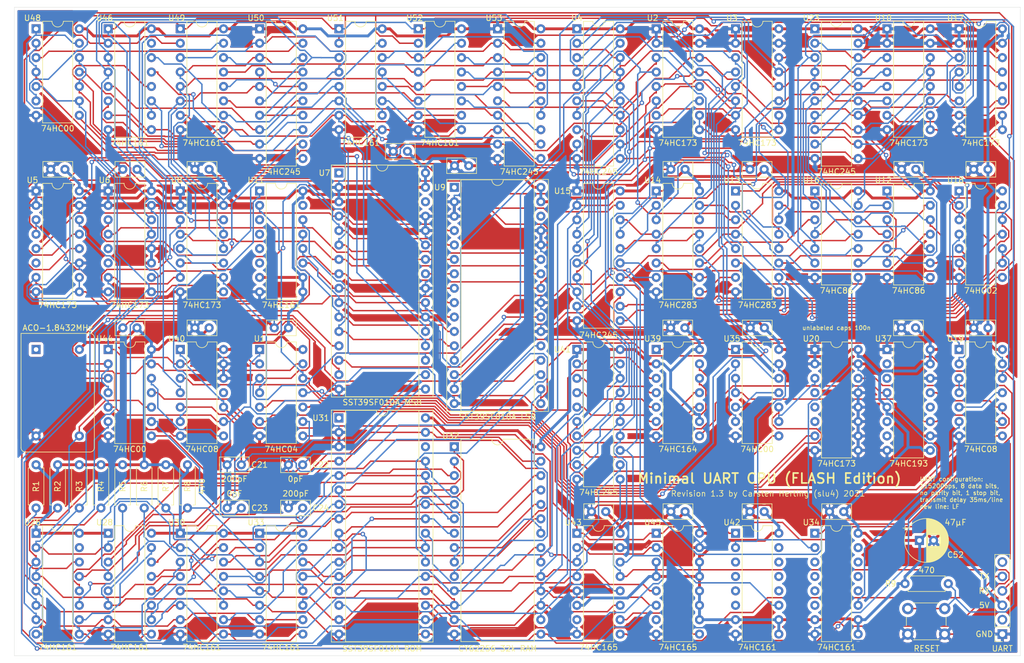
<source format=kicad_pcb>
(kicad_pcb (version 20171130) (host pcbnew "(5.1.5)-3")
  (layers (0 F.Cu signal) (31 B.Cu signal) (34 B.Paste user hide) (35 F.Paste user hide) (36 B.SilkS user) (37 F.SilkS user) (38 B.Mask user) (39 F.Mask user) (44 Edge.Cuts user))
  (net 0 "")
  (net 1 +5V)
  (net 2 GND)
  (net 3 "/UART Receiver/RX")
  (net 4 "/UART Transmitter/TX")
  (net 5 "/Control Logic/~HI")
  (net 6 /ALU/BUS7)
  (net 7 /ALU/BUS6)
  (net 8 /ALU/BUS5)
  (net 9 /ALU/BUS4)
  (net 10 /ALU/BUS3)
  (net 11 /ALU/BUS2)
  (net 12 /ALU/BUS1)
  (net 13 /ALU/BUS0)
  (net 14 "Net-(U1-Pad6)")
  (net 15 ~CLOCK)
  (net 16 "Net-(U1-Pad4)")
  (net 17 /Memory/M15)
  (net 18 "/Control Logic/HI")
  (net 19 /ALU/A7)
  (net 20 /ALU/A6)
  (net 21 /ALU/A5)
  (net 22 /ALU/A4)
  (net 23 "/Control Logic/~AI")
  (net 24 /ALU/A0)
  (net 25 /ALU/A1)
  (net 26 /ALU/A2)
  (net 27 /ALU/A3)
  (net 28 "/Control Logic/~AO")
  (net 29 /ALU/FLAG_Z)
  (net 30 /ALU/FLAG_C)
  (net 31 "Net-(U5-Pad5)")
  (net 32 /ALU/FLAG_N)
  (net 33 "Net-(U5-Pad4)")
  (net 34 "Net-(U5-Pad3)")
  (net 35 /ALU/~EO)
  (net 36 "Net-(U6-Pad4)")
  (net 37 "Net-(U6-Pad3)")
  (net 38 "Net-(U7-Pad5)")
  (net 39 "Net-(U7-Pad6)")
  (net 40 "Net-(U11-Pad11)")
  (net 41 "Net-(U11-Pad12)")
  (net 42 "Net-(U11-Pad13)")
  (net 43 "Net-(U11-Pad14)")
  (net 44 /ALU/ES)
  (net 45 /ALU/EC)
  (net 46 "/Control Logic/~BI")
  (net 47 "/Control Logic/~RO")
  (net 48 /ALU/B4)
  (net 49 "Net-(U12-Pad6)")
  (net 50 /ALU/B6)
  (net 51 "Net-(U12-Pad11)")
  (net 52 /ALU/B5)
  (net 53 "Net-(U12-Pad3)")
  (net 54 /ALU/B7)
  (net 55 "Net-(U12-Pad8)")
  (net 56 "Net-(U13-Pad1)")
  (net 57 "Net-(U13-Pad4)")
  (net 58 "Net-(U13-Pad13)")
  (net 59 "Net-(U13-Pad7)")
  (net 60 "Net-(U14-Pad1)")
  (net 61 "Net-(U14-Pad2)")
  (net 62 "Net-(U14-Pad10)")
  (net 63 "Net-(U14-Pad11)")
  (net 64 "Net-(U14-Pad4)")
  (net 65 "Net-(U14-Pad13)")
  (net 66 "Net-(U14-Pad6)")
  (net 67 "Net-(U14-Pad15)")
  (net 68 /ALU/B3)
  (net 69 /ALU/B1)
  (net 70 /ALU/B2)
  (net 71 /ALU/B0)
  (net 72 "Net-(U18-Pad13)")
  (net 73 "Net-(U18-Pad4)")
  (net 74 "Net-(U18-Pad10)")
  (net 75 "Net-(U18-Pad1)")
  (net 76 "Net-(U19-Pad3)")
  (net 77 "Net-(U19-Pad11)")
  (net 78 /Memory/M12)
  (net 79 /Memory/M13)
  (net 80 /Memory/M14)
  (net 81 "Net-(U26-Pad10)")
  (net 82 "Net-(U28-Pad10)")
  (net 83 /Memory/M11)
  (net 84 /Memory/M10)
  (net 85 /Memory/M9)
  (net 86 /Memory/M8)
  (net 87 /Memory/M4)
  (net 88 /Memory/M5)
  (net 89 /Memory/M6)
  (net 90 /Memory/M7)
  (net 91 "Net-(U30-Pad10)")
  (net 92 /Memory/M3)
  (net 93 /Memory/M2)
  (net 94 /Memory/M1)
  (net 95 /Memory/M0)
  (net 96 "Net-(U34-Pad11)")
  (net 97 "Net-(U42-Pad11)")
  (net 98 "Net-(U43-Pad10)")
  (net 99 "Net-(U46-Pad14)")
  (net 100 "Net-(U46-Pad13)")
  (net 101 "Net-(U46-Pad12)")
  (net 102 "Net-(U46-Pad11)")
  (net 103 "Net-(U46-Pad10)")
  (net 104 "Net-(U49-Pad10)")
  (net 105 "Net-(U49-Pad11)")
  (net 106 "Net-(U49-Pad12)")
  (net 107 "Net-(U49-Pad13)")
  (net 108 "Net-(U49-Pad14)")
  (net 109 "Net-(U51-Pad14)")
  (net 110 "Net-(U51-Pad13)")
  (net 111 "Net-(U51-Pad12)")
  (net 112 "Net-(U51-Pad11)")
  (net 113 "Net-(U51-Pad10)")
  (net 114 "Net-(U52-Pad11)")
  (net 115 "Net-(U52-Pad12)")
  (net 116 "Net-(U52-Pad13)")
  (net 117 "Net-(U52-Pad14)")
  (net 118 "Net-(U1-Pad10)")
  (net 119 "/Control Logic/~BO")
  (net 120 "Net-(U46-Pad9)")
  (net 121 "Net-(U48-Pad8)")
  (net 122 "Net-(U48-Pad3)")
  (net 123 "Net-(U48-Pad6)")
  (net 124 "Net-(U35-Pad2)")
  (net 125 "/Control Logic/TO")
  (net 126 "/Control Logic/CI")
  (net 127 "/Control Logic/CO")
  (net 128 "/Control Logic/TI")
  (net 129 "/Control Logic/MI")
  (net 130 "/Control Logic/RI")
  (net 131 "Net-(U19-Pad8)")
  (net 132 "Net-(U26-Pad9)")
  (net 133 "Net-(U30-Pad9)")
  (net 134 "Net-(U31-Pad31)")
  (net 135 "Net-(U1-Pad5)")
  (net 136 "Net-(U1-Pad11)")
  (net 137 "/Control Logic/CE")
  (net 138 "Net-(U19-Pad9)")
  (net 139 "Net-(U35-Pad11)")
  (net 140 "Net-(U39-Pad13)")
  (net 141 "Net-(U39-Pad6)")
  (net 142 "Net-(U39-Pad12)")
  (net 143 "Net-(U39-Pad5)")
  (net 144 "Net-(U39-Pad11)")
  (net 145 "Net-(U39-Pad4)")
  (net 146 "Net-(U39-Pad10)")
  (net 147 "Net-(U39-Pad3)")
  (net 148 ~RESET)
  (net 149 "Net-(U7-Pad8)")
  (net 150 "Net-(U7-Pad7)")
  (net 151 "Net-(U20-Pad3)")
  (net 152 "Net-(C21-Pad2)")
  (net 153 "Net-(C22-Pad2)")
  (net 154 "Net-(U1-Pad8)")
  (net 155 "Net-(U11-Pad1)")
  (net 156 "Net-(U42-Pad1)")
  (net 157 1.8432MHz)
  (module Button_Switch_THT:SW_PUSH_6mm (layer F.Cu) (at 204.47 152.4 180)
    (fp_text reference SW1 hide)
    (fp_text value RESET (at 3.175 -2.54) (layer F.SilkS))
    (pad 1 thru_hole circle (at 6.5 0 270) (size 2 2) (drill 1.1) (layers *.Cu *.Mask) (net 2 GND))
    (pad 2 thru_hole circle (at 6.5 4.5 270) (size 2 2) (drill 1.1) (layers *.Cu *.Mask) (net 148 ~RESET))
    (pad 1 thru_hole circle (at 0 0 270) (size 2 2) (drill 1.1) (layers *.Cu *.Mask) (net 2 GND))
    (pad 2 thru_hole circle (at 0 4.5 270) (size 2 2) (drill 1.1) (layers *.Cu *.Mask) (net 148 ~RESET))
  )
  (module Oscillator:Oscillator_DIP-14 (layer F.Cu) (at 44.45 102.235 270)
    (fp_text reference X1 hide)
    (fp_text value ACO-1.8432MHz (at -3.81 -3.81 180) (layer F.SilkS))
    (pad 7 thru_hole circle (at 15.24 0 270) (size 1.6 1.6) (drill 0.8) (layers *.Cu *.Mask) (net 2 GND))
    (pad 8 thru_hole circle (at 15.24 -7.62 270) (size 1.6 1.6) (drill 0.8) (layers *.Cu *.Mask) (net 157 1.8432MHz))
    (pad 14 thru_hole circle (at 0 -7.62 270) (size 1.6 1.6) (drill 0.8) (layers *.Cu *.Mask) (net 1 +5V))
    (pad 1 thru_hole rect (at 0 0 270) (size 1.6 1.6) (drill 0.8) (layers *.Cu *.Mask))
  )
  (module Package_DIP:DIP-14_W7.62mm (layer F.Cu) (at 83.82 102.235)
    (fp_text reference U1 (at 0 -1.905) (layer F.SilkS))
    (fp_text value 74HC04 (at 3.81 17.57) (layer F.SilkS))
    (pad 14 thru_hole oval (at 7.62 0) (size 1.6 1.6) (drill 0.8) (layers *.Cu *.Mask) (net 1 +5V))
    (pad 7 thru_hole oval (at 0 15.24) (size 1.6 1.6) (drill 0.8) (layers *.Cu *.Mask) (net 2 GND))
    (pad 13 thru_hole oval (at 7.62 2.54) (size 1.6 1.6) (drill 0.8) (layers *.Cu *.Mask) (net 157 1.8432MHz))
    (pad 6 thru_hole oval (at 0 12.7) (size 1.6 1.6) (drill 0.8) (layers *.Cu *.Mask) (net 14 "Net-(U1-Pad6)"))
    (pad 12 thru_hole oval (at 7.62 5.08) (size 1.6 1.6) (drill 0.8) (layers *.Cu *.Mask) (net 15 ~CLOCK))
    (pad 5 thru_hole oval (at 0 10.16) (size 1.6 1.6) (drill 0.8) (layers *.Cu *.Mask) (net 135 "Net-(U1-Pad5)"))
    (pad 11 thru_hole oval (at 7.62 7.62) (size 1.6 1.6) (drill 0.8) (layers *.Cu *.Mask) (net 136 "Net-(U1-Pad11)"))
    (pad 4 thru_hole oval (at 0 7.62) (size 1.6 1.6) (drill 0.8) (layers *.Cu *.Mask) (net 16 "Net-(U1-Pad4)"))
    (pad 10 thru_hole oval (at 7.62 10.16) (size 1.6 1.6) (drill 0.8) (layers *.Cu *.Mask) (net 118 "Net-(U1-Pad10)"))
    (pad 3 thru_hole oval (at 0 5.08) (size 1.6 1.6) (drill 0.8) (layers *.Cu *.Mask) (net 137 "/Control Logic/CE"))
    (pad 9 thru_hole oval (at 7.62 12.7) (size 1.6 1.6) (drill 0.8) (layers *.Cu *.Mask) (net 17 /Memory/M15))
    (pad 2 thru_hole oval (at 0 2.54) (size 1.6 1.6) (drill 0.8) (layers *.Cu *.Mask) (net 5 "/Control Logic/~HI"))
    (pad 8 thru_hole oval (at 7.62 15.24) (size 1.6 1.6) (drill 0.8) (layers *.Cu *.Mask) (net 154 "Net-(U1-Pad8)"))
    (pad 1 thru_hole rect (at 0 0) (size 1.6 1.6) (drill 0.8) (layers *.Cu *.Mask) (net 18 "/Control Logic/HI"))
  )
  (module Resistor_THT:R_Axial_DIN0207_L6.3mm_D2.5mm_P7.62mm_Horizontal (layer F.Cu) (at 205.105 143.51 180)
    (fp_text reference R9 (at 10.16 0) (layer F.SilkS))
    (fp_text value 470 (at 3.81 2.37) (layer F.SilkS))
    (pad 2 thru_hole oval (at 7.62 0 180) (size 1.6 1.6) (drill 0.8) (layers *.Cu *.Mask) (net 1 +5V))
    (pad 1 thru_hole circle (at 0 0 180) (size 1.6 1.6) (drill 0.8) (layers *.Cu *.Mask) (net 148 ~RESET))
  )
  (module Capacitor_THT:CP_Radial_D7.5mm_P2.50mm (layer F.Cu) (at 200.025 135.89)
    (fp_text reference C52 (at 6.35 2.54) (layer F.SilkS))
    (fp_text value 47µF (at 6.35 -3.175) (layer F.SilkS))
    (pad 2 thru_hole circle (at 2.5 0) (size 1.6 1.6) (drill 0.8) (layers *.Cu *.Mask) (net 2 GND))
    (pad 1 thru_hole rect (at 0 0) (size 1.6 1.6) (drill 0.8) (layers *.Cu *.Mask) (net 1 +5V))
  )
  (module Capacitor_THT:C_Disc_D5.0mm_W2.5mm_P2.50mm (layer F.Cu) (at 144.78 130.81 180)
    (fp_text reference C20 hide)
    (fp_text value 100nF)
    (pad 2 thru_hole circle (at 2.5 0 180) (size 1.6 1.6) (drill 0.8) (layers *.Cu *.Mask) (net 2 GND))
    (pad 1 thru_hole circle (at 0 0 180) (size 1.6 1.6) (drill 0.8) (layers *.Cu *.Mask) (net 1 +5V))
  )
  (module Capacitor_THT:C_Disc_D5.0mm_W2.5mm_P2.50mm (layer F.Cu) (at 62.23 70.485 180)
    (fp_text reference C19 hide)
    (fp_text value 100nF)
    (pad 2 thru_hole circle (at 2.5 0 180) (size 1.6 1.6) (drill 0.8) (layers *.Cu *.Mask) (net 2 GND))
    (pad 1 thru_hole circle (at 0 0 180) (size 1.6 1.6) (drill 0.8) (layers *.Cu *.Mask) (net 1 +5V))
  )
  (module Capacitor_THT:C_Disc_D5.0mm_W2.5mm_P2.50mm (layer F.Cu) (at 172.68 130.81 180)
    (fp_text reference C18 hide)
    (fp_text value 100nF)
    (pad 2 thru_hole circle (at 2.5 0 180) (size 1.6 1.6) (drill 0.8) (layers *.Cu *.Mask) (net 2 GND))
    (pad 1 thru_hole circle (at 0 0 180) (size 1.6 1.6) (drill 0.8) (layers *.Cu *.Mask) (net 1 +5V))
  )
  (module Capacitor_THT:C_Disc_D5.0mm_W2.5mm_P2.50mm (layer F.Cu) (at 120.65 69.85 180)
    (fp_text reference C17 hide)
    (fp_text value 100nF)
    (pad 2 thru_hole circle (at 2.5 0 180) (size 1.6 1.6) (drill 0.8) (layers *.Cu *.Mask) (net 2 GND))
    (pad 1 thru_hole circle (at 0 0 180) (size 1.6 1.6) (drill 0.8) (layers *.Cu *.Mask) (net 1 +5V))
  )
  (module Capacitor_THT:C_Disc_D5.0mm_W2.5mm_P2.50mm (layer F.Cu) (at 199.39 70.485 180)
    (fp_text reference C16 hide)
    (fp_text value 100nF)
    (pad 2 thru_hole circle (at 2.5 0 180) (size 1.6 1.6) (drill 0.8) (layers *.Cu *.Mask) (net 2 GND))
    (pad 1 thru_hole circle (at 0 0 180) (size 1.6 1.6) (drill 0.8) (layers *.Cu *.Mask) (net 1 +5V))
  )
  (module Capacitor_THT:C_Disc_D5.0mm_W2.5mm_P2.50mm (layer F.Cu) (at 74.93 70.485 180)
    (fp_text reference C15 hide)
    (fp_text value 100nF)
    (pad 2 thru_hole circle (at 2.5 0 180) (size 1.6 1.6) (drill 0.8) (layers *.Cu *.Mask) (net 2 GND))
    (pad 1 thru_hole circle (at 0 0 180) (size 1.6 1.6) (drill 0.8) (layers *.Cu *.Mask) (net 1 +5V))
  )
  (module Capacitor_THT:C_Disc_D5.0mm_W2.5mm_P2.50mm (layer F.Cu) (at 186.69 130.81 180)
    (fp_text reference C14 hide)
    (fp_text value 100nF)
    (pad 2 thru_hole circle (at 2.5 0 180) (size 1.6 1.6) (drill 0.8) (layers *.Cu *.Mask) (net 2 GND))
    (pad 1 thru_hole circle (at 0 0 180) (size 1.6 1.6) (drill 0.8) (layers *.Cu *.Mask) (net 1 +5V))
  )
  (module Capacitor_THT:C_Disc_D5.0mm_W2.5mm_P2.50mm (layer F.Cu) (at 158.75 130.81 180)
    (fp_text reference C13 hide)
    (fp_text value 100nF)
    (pad 2 thru_hole circle (at 2.5 0 180) (size 1.6 1.6) (drill 0.8) (layers *.Cu *.Mask) (net 2 GND))
    (pad 1 thru_hole circle (at 0 0 180) (size 1.6 1.6) (drill 0.8) (layers *.Cu *.Mask) (net 1 +5V))
  )
  (module Capacitor_THT:C_Disc_D5.0mm_W2.5mm_P2.50mm (layer F.Cu) (at 199.35 98.425 180)
    (fp_text reference C12 hide)
    (fp_text value 100nF)
    (pad 2 thru_hole circle (at 2.5 0 180) (size 1.6 1.6) (drill 0.8) (layers *.Cu *.Mask) (net 2 GND))
    (pad 1 thru_hole circle (at 0 0 180) (size 1.6 1.6) (drill 0.8) (layers *.Cu *.Mask) (net 1 +5V))
  )
  (module Capacitor_THT:C_Disc_D5.0mm_W2.5mm_P2.50mm (layer F.Cu) (at 158.71 98.425 180)
    (fp_text reference C11 hide)
    (fp_text value 100nF)
    (pad 2 thru_hole circle (at 2.5 0 180) (size 1.6 1.6) (drill 0.8) (layers *.Cu *.Mask) (net 2 GND))
    (pad 1 thru_hole circle (at 0 0 180) (size 1.6 1.6) (drill 0.8) (layers *.Cu *.Mask) (net 1 +5V))
  )
  (module Capacitor_THT:C_Disc_D5.0mm_W2.5mm_P2.50mm (layer F.Cu) (at 74.93 98.425 180)
    (fp_text reference C10 hide)
    (fp_text value 100nF)
    (pad 2 thru_hole circle (at 2.5 0 180) (size 1.6 1.6) (drill 0.8) (layers *.Cu *.Mask) (net 2 GND))
    (pad 1 thru_hole circle (at 0 0 180) (size 1.6 1.6) (drill 0.8) (layers *.Cu *.Mask) (net 1 +5V))
  )
  (module Capacitor_THT:C_Disc_D5.0mm_W2.5mm_P2.50mm (layer F.Cu) (at 172.68 70.485 180)
    (fp_text reference C9 hide)
    (fp_text value 100nF)
    (pad 2 thru_hole circle (at 2.5 0 180) (size 1.6 1.6) (drill 0.8) (layers *.Cu *.Mask) (net 2 GND))
    (pad 1 thru_hole circle (at 0 0 180) (size 1.6 1.6) (drill 0.8) (layers *.Cu *.Mask) (net 1 +5V))
  )
  (module Capacitor_THT:C_Disc_D5.0mm_W2.5mm_P2.50mm (layer F.Cu) (at 49.53 70.485 180)
    (fp_text reference C8 hide)
    (fp_text value 100nF)
    (pad 2 thru_hole circle (at 2.5 0 180) (size 1.6 1.6) (drill 0.8) (layers *.Cu *.Mask) (net 2 GND))
    (pad 1 thru_hole circle (at 0 0 180) (size 1.6 1.6) (drill 0.8) (layers *.Cu *.Mask) (net 1 +5V))
  )
  (module Capacitor_THT:C_Disc_D5.0mm_W2.5mm_P2.50mm (layer F.Cu) (at 158.75 70.485 180)
    (fp_text reference C7 hide)
    (fp_text value 100nF)
    (pad 2 thru_hole circle (at 2.5 0 180) (size 1.6 1.6) (drill 0.8) (layers *.Cu *.Mask) (net 2 GND))
    (pad 1 thru_hole circle (at 0 0 180) (size 1.6 1.6) (drill 0.8) (layers *.Cu *.Mask) (net 1 +5V))
  )
  (module Capacitor_THT:C_Disc_D5.0mm_W2.5mm_P2.50mm (layer F.Cu) (at 172.72 98.425 180)
    (fp_text reference C6 hide)
    (fp_text value 100nF)
    (pad 2 thru_hole circle (at 2.5 0 180) (size 1.6 1.6) (drill 0.8) (layers *.Cu *.Mask) (net 2 GND))
    (pad 1 thru_hole circle (at 0 0 180) (size 1.6 1.6) (drill 0.8) (layers *.Cu *.Mask) (net 1 +5V))
  )
  (module Capacitor_THT:C_Disc_D5.0mm_W2.5mm_P2.50mm (layer F.Cu) (at 212.09 98.425 180)
    (fp_text reference C5 hide)
    (fp_text value 100nF)
    (pad 2 thru_hole circle (at 2.5 0 180) (size 1.6 1.6) (drill 0.8) (layers *.Cu *.Mask) (net 2 GND))
    (pad 1 thru_hole circle (at 0 0 180) (size 1.6 1.6) (drill 0.8) (layers *.Cu *.Mask) (net 1 +5V))
  )
  (module Capacitor_THT:C_Disc_D5.0mm_W2.5mm_P2.50mm (layer F.Cu) (at 88.9 98.425 180)
    (fp_text reference C4 hide)
    (fp_text value 100nF)
    (pad 2 thru_hole circle (at 2.5 0 180) (size 1.6 1.6) (drill 0.8) (layers *.Cu *.Mask) (net 2 GND))
    (pad 1 thru_hole circle (at 0 0 180) (size 1.6 1.6) (drill 0.8) (layers *.Cu *.Mask) (net 1 +5V))
  )
  (module Capacitor_THT:C_Disc_D5.0mm_W2.5mm_P2.50mm (layer F.Cu) (at 109.855 67.31 180)
    (fp_text reference C3 hide)
    (fp_text value 100nF)
    (pad 2 thru_hole circle (at 2.5 0 180) (size 1.6 1.6) (drill 0.8) (layers *.Cu *.Mask) (net 2 GND))
    (pad 1 thru_hole circle (at 0 0 180) (size 1.6 1.6) (drill 0.8) (layers *.Cu *.Mask) (net 1 +5V))
  )
  (module Capacitor_THT:C_Disc_D5.0mm_W2.5mm_P2.50mm (layer F.Cu) (at 62.23 98.425 180)
    (fp_text reference C2 hide)
    (fp_text value 100nF)
    (pad 2 thru_hole circle (at 2.5 0 180) (size 1.6 1.6) (drill 0.8) (layers *.Cu *.Mask) (net 2 GND))
    (pad 1 thru_hole circle (at 0 0 180) (size 1.6 1.6) (drill 0.8) (layers *.Cu *.Mask) (net 1 +5V))
  )
  (module Capacitor_THT:C_Disc_D5.0mm_W2.5mm_P2.50mm (layer F.Cu) (at 212.09 70.485 180)
    (fp_text reference C1 hide)
    (fp_text value 100nF)
    (pad 2 thru_hole circle (at 2.5 0 180) (size 1.6 1.6) (drill 0.8) (layers *.Cu *.Mask) (net 2 GND))
    (pad 1 thru_hole circle (at 0 0 180) (size 1.6 1.6) (drill 0.8) (layers *.Cu *.Mask) (net 1 +5V))
  )
  (module Package_DIP:DIP-14_W7.62mm (layer F.Cu) (at 57.15 102.235)
    (fp_text reference U44 (at -0.635 -1.905) (layer F.SilkS))
    (fp_text value 74HC00 (at 3.81 17.57) (layer F.SilkS))
    (pad 14 thru_hole oval (at 7.62 0) (size 1.6 1.6) (drill 0.8) (layers *.Cu *.Mask) (net 1 +5V))
    (pad 7 thru_hole oval (at 0 15.24) (size 1.6 1.6) (drill 0.8) (layers *.Cu *.Mask) (net 2 GND))
    (pad 13 thru_hole oval (at 7.62 2.54) (size 1.6 1.6) (drill 0.8) (layers *.Cu *.Mask) (net 157 1.8432MHz))
    (pad 6 thru_hole oval (at 0 12.7) (size 1.6 1.6) (drill 0.8) (layers *.Cu *.Mask) (net 132 "Net-(U26-Pad9)"))
    (pad 12 thru_hole oval (at 7.62 5.08) (size 1.6 1.6) (drill 0.8) (layers *.Cu *.Mask) (net 128 "/Control Logic/TI"))
    (pad 5 thru_hole oval (at 0 10.16) (size 1.6 1.6) (drill 0.8) (layers *.Cu *.Mask) (net 18 "/Control Logic/HI"))
    (pad 11 thru_hole oval (at 7.62 7.62) (size 1.6 1.6) (drill 0.8) (layers *.Cu *.Mask) (net 156 "Net-(U42-Pad1)"))
    (pad 4 thru_hole oval (at 0 7.62) (size 1.6 1.6) (drill 0.8) (layers *.Cu *.Mask) (net 129 "/Control Logic/MI"))
    (pad 10 thru_hole oval (at 7.62 10.16) (size 1.6 1.6) (drill 0.8) (layers *.Cu *.Mask) (net 157 1.8432MHz))
    (pad 3 thru_hole oval (at 0 5.08) (size 1.6 1.6) (drill 0.8) (layers *.Cu *.Mask) (net 133 "Net-(U30-Pad9)"))
    (pad 9 thru_hole oval (at 7.62 12.7) (size 1.6 1.6) (drill 0.8) (layers *.Cu *.Mask) (net 130 "/Control Logic/RI"))
    (pad 2 thru_hole oval (at 0 2.54) (size 1.6 1.6) (drill 0.8) (layers *.Cu *.Mask) (net 129 "/Control Logic/MI"))
    (pad 8 thru_hole oval (at 7.62 15.24) (size 1.6 1.6) (drill 0.8) (layers *.Cu *.Mask) (net 134 "Net-(U31-Pad31)"))
    (pad 1 thru_hole rect (at 0 0) (size 1.6 1.6) (drill 0.8) (layers *.Cu *.Mask) (net 5 "/Control Logic/~HI"))
  )
  (module Package_DIP:DIP-14_W7.62mm (layer F.Cu) (at 69.85 102.235)
    (fp_text reference U40 (at -0.635 -1.905) (layer F.SilkS))
    (fp_text value 74HC08 (at 3.81 17.57) (layer F.SilkS))
    (pad 14 thru_hole oval (at 7.62 0) (size 1.6 1.6) (drill 0.8) (layers *.Cu *.Mask) (net 1 +5V))
    (pad 7 thru_hole oval (at 0 15.24) (size 1.6 1.6) (drill 0.8) (layers *.Cu *.Mask) (net 2 GND))
    (pad 13 thru_hole oval (at 7.62 2.54) (size 1.6 1.6) (drill 0.8) (layers *.Cu *.Mask) (net 2 GND))
    (pad 6 thru_hole oval (at 0 12.7) (size 1.6 1.6) (drill 0.8) (layers *.Cu *.Mask) (net 155 "Net-(U11-Pad1)"))
    (pad 12 thru_hole oval (at 7.62 5.08) (size 1.6 1.6) (drill 0.8) (layers *.Cu *.Mask) (net 2 GND))
    (pad 5 thru_hole oval (at 0 10.16) (size 1.6 1.6) (drill 0.8) (layers *.Cu *.Mask) (net 153 "Net-(C22-Pad2)"))
    (pad 11 thru_hole oval (at 7.62 7.62) (size 1.6 1.6) (drill 0.8) (layers *.Cu *.Mask))
    (pad 4 thru_hole oval (at 0 7.62) (size 1.6 1.6) (drill 0.8) (layers *.Cu *.Mask) (net 148 ~RESET))
    (pad 10 thru_hole oval (at 7.62 10.16) (size 1.6 1.6) (drill 0.8) (layers *.Cu *.Mask) (net 152 "Net-(C21-Pad2)"))
    (pad 3 thru_hole oval (at 0 5.08) (size 1.6 1.6) (drill 0.8) (layers *.Cu *.Mask) (net 125 "/Control Logic/TO"))
    (pad 9 thru_hole oval (at 7.62 12.7) (size 1.6 1.6) (drill 0.8) (layers *.Cu *.Mask) (net 18 "/Control Logic/HI"))
    (pad 2 thru_hole oval (at 0 2.54) (size 1.6 1.6) (drill 0.8) (layers *.Cu *.Mask) (net 5 "/Control Logic/~HI"))
    (pad 8 thru_hole oval (at 7.62 15.24) (size 1.6 1.6) (drill 0.8) (layers *.Cu *.Mask) (net 128 "/Control Logic/TI"))
    (pad 1 thru_hole rect (at 0 0) (size 1.6 1.6) (drill 0.8) (layers *.Cu *.Mask) (net 152 "Net-(C21-Pad2)"))
  )
  (module Capacitor_THT:C_Disc_D5.0mm_W2.5mm_P2.50mm (layer F.Cu) (at 88.9 130.175)
    (fp_text reference C24 (at 5.715 0) (layer F.SilkS))
    (fp_text value 200pF (at 1.27 -2.54) (layer F.SilkS))
    (pad 2 thru_hole circle (at 2.5 0) (size 1.6 1.6) (drill 0.8) (layers *.Cu *.Mask) (net 130 "/Control Logic/RI"))
    (pad 1 thru_hole circle (at 0 0) (size 1.6 1.6) (drill 0.8) (layers *.Cu *.Mask) (net 2 GND))
  )
  (module Capacitor_THT:C_Disc_D5.0mm_W2.5mm_P2.50mm (layer F.Cu) (at 78.105 130.175)
    (fp_text reference C23 (at 5.715 0) (layer F.SilkS))
    (fp_text value 0pF (at 1.27 -2.54) (layer F.SilkS))
    (pad 2 thru_hole circle (at 2.5 0) (size 1.6 1.6) (drill 0.8) (layers *.Cu *.Mask) (net 18 "/Control Logic/HI"))
    (pad 1 thru_hole circle (at 0 0) (size 1.6 1.6) (drill 0.8) (layers *.Cu *.Mask) (net 2 GND))
  )
  (module Capacitor_THT:C_Disc_D5.0mm_W2.5mm_P2.50mm (layer F.Cu) (at 88.9 122.555)
    (fp_text reference C22 (at 5.715 0) (layer F.SilkS))
    (fp_text value 0pF (at 1.25 2.5) (layer F.SilkS))
    (pad 2 thru_hole circle (at 2.5 0) (size 1.6 1.6) (drill 0.8) (layers *.Cu *.Mask) (net 153 "Net-(C22-Pad2)"))
    (pad 1 thru_hole circle (at 0 0) (size 1.6 1.6) (drill 0.8) (layers *.Cu *.Mask) (net 2 GND))
  )
  (module Capacitor_THT:C_Disc_D5.0mm_W2.5mm_P2.50mm (layer F.Cu) (at 78.105 122.555)
    (fp_text reference C21 (at 5.715 0) (layer F.SilkS))
    (fp_text value 200pF (at 1.25 2.5) (layer F.SilkS))
    (pad 2 thru_hole circle (at 2.5 0) (size 1.6 1.6) (drill 0.8) (layers *.Cu *.Mask) (net 152 "Net-(C21-Pad2)"))
    (pad 1 thru_hole circle (at 0 0) (size 1.6 1.6) (drill 0.8) (layers *.Cu *.Mask) (net 2 GND))
  )
  (module Package_DIP:DIP-14_W7.62mm (layer F.Cu) (at 207.01 74.295)
    (fp_text reference U18 (at -0.635 -1.905) (layer F.SilkS))
    (fp_text value 74HC02 (at 3.81 17.57) (layer F.SilkS))
    (pad 14 thru_hole oval (at 7.62 0) (size 1.6 1.6) (drill 0.8) (layers *.Cu *.Mask) (net 1 +5V))
    (pad 7 thru_hole oval (at 0 15.24) (size 1.6 1.6) (drill 0.8) (layers *.Cu *.Mask) (net 2 GND))
    (pad 13 thru_hole oval (at 7.62 2.54) (size 1.6 1.6) (drill 0.8) (layers *.Cu *.Mask) (net 72 "Net-(U18-Pad13)"))
    (pad 6 thru_hole oval (at 0 12.7) (size 1.6 1.6) (drill 0.8) (layers *.Cu *.Mask) (net 62 "Net-(U14-Pad10)"))
    (pad 12 thru_hole oval (at 7.62 5.08) (size 1.6 1.6) (drill 0.8) (layers *.Cu *.Mask) (net 32 /ALU/FLAG_N))
    (pad 5 thru_hole oval (at 0 10.16) (size 1.6 1.6) (drill 0.8) (layers *.Cu *.Mask) (net 65 "Net-(U14-Pad13)"))
    (pad 11 thru_hole oval (at 7.62 7.62) (size 1.6 1.6) (drill 0.8) (layers *.Cu *.Mask) (net 58 "Net-(U13-Pad13)"))
    (pad 4 thru_hole oval (at 0 7.62) (size 1.6 1.6) (drill 0.8) (layers *.Cu *.Mask) (net 73 "Net-(U18-Pad4)"))
    (pad 10 thru_hole oval (at 7.62 10.16) (size 1.6 1.6) (drill 0.8) (layers *.Cu *.Mask) (net 74 "Net-(U18-Pad10)"))
    (pad 3 thru_hole oval (at 0 5.08) (size 1.6 1.6) (drill 0.8) (layers *.Cu *.Mask) (net 60 "Net-(U14-Pad1)"))
    (pad 9 thru_hole oval (at 7.62 12.7) (size 1.6 1.6) (drill 0.8) (layers *.Cu *.Mask) (net 56 "Net-(U13-Pad1)"))
    (pad 2 thru_hole oval (at 0 2.54) (size 1.6 1.6) (drill 0.8) (layers *.Cu *.Mask) (net 64 "Net-(U14-Pad4)"))
    (pad 8 thru_hole oval (at 7.62 15.24) (size 1.6 1.6) (drill 0.8) (layers *.Cu *.Mask) (net 57 "Net-(U13-Pad4)"))
    (pad 1 thru_hole rect (at 0 0) (size 1.6 1.6) (drill 0.8) (layers *.Cu *.Mask) (net 75 "Net-(U18-Pad1)"))
  )
  (module Package_DIP:DIP-14_W7.62mm (layer F.Cu) (at 207.01 102.235)
    (fp_text reference U19 (at -0.635 -1.905) (layer F.SilkS))
    (fp_text value 74HC08 (at 3.81 17.57) (layer F.SilkS))
    (pad 14 thru_hole oval (at 7.62 0) (size 1.6 1.6) (drill 0.8) (layers *.Cu *.Mask) (net 1 +5V))
    (pad 7 thru_hole oval (at 0 15.24) (size 1.6 1.6) (drill 0.8) (layers *.Cu *.Mask) (net 2 GND))
    (pad 13 thru_hole oval (at 7.62 2.54) (size 1.6 1.6) (drill 0.8) (layers *.Cu *.Mask) (net 72 "Net-(U18-Pad13)"))
    (pad 6 thru_hole oval (at 0 12.7) (size 1.6 1.6) (drill 0.8) (layers *.Cu *.Mask) (net 29 /ALU/FLAG_Z))
    (pad 12 thru_hole oval (at 7.62 5.08) (size 1.6 1.6) (drill 0.8) (layers *.Cu *.Mask) (net 74 "Net-(U18-Pad10)"))
    (pad 5 thru_hole oval (at 0 10.16) (size 1.6 1.6) (drill 0.8) (layers *.Cu *.Mask) (net 77 "Net-(U19-Pad11)"))
    (pad 11 thru_hole oval (at 7.62 7.62) (size 1.6 1.6) (drill 0.8) (layers *.Cu *.Mask) (net 77 "Net-(U19-Pad11)"))
    (pad 4 thru_hole oval (at 0 7.62) (size 1.6 1.6) (drill 0.8) (layers *.Cu *.Mask) (net 76 "Net-(U19-Pad3)"))
    (pad 10 thru_hole oval (at 7.62 10.16) (size 1.6 1.6) (drill 0.8) (layers *.Cu *.Mask) (net 135 "Net-(U1-Pad5)"))
    (pad 3 thru_hole oval (at 0 5.08) (size 1.6 1.6) (drill 0.8) (layers *.Cu *.Mask) (net 76 "Net-(U19-Pad3)"))
    (pad 9 thru_hole oval (at 7.62 12.7) (size 1.6 1.6) (drill 0.8) (layers *.Cu *.Mask) (net 138 "Net-(U19-Pad9)"))
    (pad 2 thru_hole oval (at 0 2.54) (size 1.6 1.6) (drill 0.8) (layers *.Cu *.Mask) (net 73 "Net-(U18-Pad4)"))
    (pad 8 thru_hole oval (at 7.62 15.24) (size 1.6 1.6) (drill 0.8) (layers *.Cu *.Mask) (net 131 "Net-(U19-Pad8)"))
    (pad 1 thru_hole rect (at 0 0) (size 1.6 1.6) (drill 0.8) (layers *.Cu *.Mask) (net 75 "Net-(U18-Pad1)"))
  )
  (module Package_DIP:DIP-14_W7.62mm (layer F.Cu) (at 153.67 102.235)
    (fp_text reference U39 (at -0.635 -1.905) (layer F.SilkS))
    (fp_text value 74HC164 (at 3.81 17.57) (layer F.SilkS))
    (pad 14 thru_hole oval (at 7.62 0) (size 1.6 1.6) (drill 0.8) (layers *.Cu *.Mask) (net 1 +5V))
    (pad 7 thru_hole oval (at 0 15.24) (size 1.6 1.6) (drill 0.8) (layers *.Cu *.Mask) (net 2 GND))
    (pad 13 thru_hole oval (at 7.62 2.54) (size 1.6 1.6) (drill 0.8) (layers *.Cu *.Mask) (net 140 "Net-(U39-Pad13)"))
    (pad 6 thru_hole oval (at 0 12.7) (size 1.6 1.6) (drill 0.8) (layers *.Cu *.Mask) (net 141 "Net-(U39-Pad6)"))
    (pad 12 thru_hole oval (at 7.62 5.08) (size 1.6 1.6) (drill 0.8) (layers *.Cu *.Mask) (net 142 "Net-(U39-Pad12)"))
    (pad 5 thru_hole oval (at 0 10.16) (size 1.6 1.6) (drill 0.8) (layers *.Cu *.Mask) (net 143 "Net-(U39-Pad5)"))
    (pad 11 thru_hole oval (at 7.62 7.62) (size 1.6 1.6) (drill 0.8) (layers *.Cu *.Mask) (net 144 "Net-(U39-Pad11)"))
    (pad 4 thru_hole oval (at 0 7.62) (size 1.6 1.6) (drill 0.8) (layers *.Cu *.Mask) (net 145 "Net-(U39-Pad4)"))
    (pad 10 thru_hole oval (at 7.62 10.16) (size 1.6 1.6) (drill 0.8) (layers *.Cu *.Mask) (net 146 "Net-(U39-Pad10)"))
    (pad 3 thru_hole oval (at 0 5.08) (size 1.6 1.6) (drill 0.8) (layers *.Cu *.Mask) (net 147 "Net-(U39-Pad3)"))
    (pad 9 thru_hole oval (at 7.62 12.7) (size 1.6 1.6) (drill 0.8) (layers *.Cu *.Mask) (net 1 +5V))
    (pad 2 thru_hole oval (at 0 2.54) (size 1.6 1.6) (drill 0.8) (layers *.Cu *.Mask) (net 1 +5V))
    (pad 8 thru_hole oval (at 7.62 15.24) (size 1.6 1.6) (drill 0.8) (layers *.Cu *.Mask) (net 96 "Net-(U34-Pad11)"))
    (pad 1 thru_hole rect (at 0 0) (size 1.6 1.6) (drill 0.8) (layers *.Cu *.Mask) (net 3 "/UART Receiver/RX"))
  )
  (module Connector_PinSocket_2.54mm:PinSocket_1x06_P2.54mm_Vertical (layer F.Cu) (at 214.63 152.4 180)
    (fp_text reference J1 hide)
    (fp_text value UART)
    (pad 6 thru_hole oval (at 0 12.7 180) (size 1.7 1.7) (drill 1) (layers *.Cu *.Mask))
    (pad 5 thru_hole oval (at 0 10.16 180) (size 1.7 1.7) (drill 1) (layers *.Cu *.Mask) (net 4 "/UART Transmitter/TX"))
    (pad 4 thru_hole oval (at 0 7.62 180) (size 1.7 1.7) (drill 1) (layers *.Cu *.Mask) (net 3 "/UART Receiver/RX"))
    (pad 3 thru_hole oval (at 0 5.08 180) (size 1.7 1.7) (drill 1) (layers *.Cu *.Mask) (net 1 +5V))
    (pad 2 thru_hole oval (at 0 2.54 180) (size 1.7 1.7) (drill 1) (layers *.Cu *.Mask))
    (pad 1 thru_hole rect (at 0 0 180) (size 1.7 1.7) (drill 1) (layers *.Cu *.Mask) (net 2 GND))
  )
  (module Resistor_THT:R_Axial_DIN0207_L6.3mm_D2.5mm_P7.62mm_Horizontal (layer F.Cu) (at 44.45 122.555 270)
    (fp_text reference R1 (at 3.81 0 90) (layer F.SilkS))
    (fp_text value 470)
    (pad 1 thru_hole circle (at 0 0 270) (size 1.6 1.6) (drill 0.8) (layers *.Cu *.Mask) (net 1 +5V))
    (pad 2 thru_hole oval (at 7.62 0 270) (size 1.6 1.6) (drill 0.8) (layers *.Cu *.Mask) (net 6 /ALU/BUS7))
  )
  (module Resistor_THT:R_Axial_DIN0207_L6.3mm_D2.5mm_P7.62mm_Horizontal (layer F.Cu) (at 48.26 130.175 90)
    (fp_text reference R2 (at 3.81 0 90) (layer F.SilkS))
    (fp_text value 470)
    (pad 1 thru_hole circle (at 0 0 90) (size 1.6 1.6) (drill 0.8) (layers *.Cu *.Mask) (net 7 /ALU/BUS6))
    (pad 2 thru_hole oval (at 7.62 0 90) (size 1.6 1.6) (drill 0.8) (layers *.Cu *.Mask) (net 1 +5V))
  )
  (module Resistor_THT:R_Axial_DIN0207_L6.3mm_D2.5mm_P7.62mm_Horizontal (layer F.Cu) (at 52.07 130.175 90)
    (fp_text reference R3 (at 3.81 0 90) (layer F.SilkS))
    (fp_text value 470)
    (pad 2 thru_hole oval (at 7.62 0 90) (size 1.6 1.6) (drill 0.8) (layers *.Cu *.Mask) (net 1 +5V))
    (pad 1 thru_hole circle (at 0 0 90) (size 1.6 1.6) (drill 0.8) (layers *.Cu *.Mask) (net 8 /ALU/BUS5))
  )
  (module Resistor_THT:R_Axial_DIN0207_L6.3mm_D2.5mm_P7.62mm_Horizontal (layer F.Cu) (at 55.88 130.175 90)
    (fp_text reference R4 (at 3.81 0 90) (layer F.SilkS))
    (fp_text value 470)
    (pad 1 thru_hole circle (at 0 0 90) (size 1.6 1.6) (drill 0.8) (layers *.Cu *.Mask) (net 9 /ALU/BUS4))
    (pad 2 thru_hole oval (at 7.62 0 90) (size 1.6 1.6) (drill 0.8) (layers *.Cu *.Mask) (net 1 +5V))
  )
  (module Resistor_THT:R_Axial_DIN0207_L6.3mm_D2.5mm_P7.62mm_Horizontal (layer F.Cu) (at 59.69 130.175 90)
    (fp_text reference R5 (at 3.81 0 90) (layer F.SilkS))
    (fp_text value 470)
    (pad 2 thru_hole oval (at 7.62 0 90) (size 1.6 1.6) (drill 0.8) (layers *.Cu *.Mask) (net 1 +5V))
    (pad 1 thru_hole circle (at 0 0 90) (size 1.6 1.6) (drill 0.8) (layers *.Cu *.Mask) (net 10 /ALU/BUS3))
  )
  (module Resistor_THT:R_Axial_DIN0207_L6.3mm_D2.5mm_P7.62mm_Horizontal (layer F.Cu) (at 63.5 130.175 90)
    (fp_text reference R6 (at 3.81 0 90) (layer F.SilkS))
    (fp_text value 470)
    (pad 2 thru_hole oval (at 7.62 0 90) (size 1.6 1.6) (drill 0.8) (layers *.Cu *.Mask) (net 1 +5V))
    (pad 1 thru_hole circle (at 0 0 90) (size 1.6 1.6) (drill 0.8) (layers *.Cu *.Mask) (net 11 /ALU/BUS2))
  )
  (module Resistor_THT:R_Axial_DIN0207_L6.3mm_D2.5mm_P7.62mm_Horizontal (layer F.Cu) (at 67.31 130.175 90)
    (fp_text reference R7 (at 3.81 0 90) (layer F.SilkS))
    (fp_text value 470)
    (pad 1 thru_hole circle (at 0 0 90) (size 1.6 1.6) (drill 0.8) (layers *.Cu *.Mask) (net 12 /ALU/BUS1))
    (pad 2 thru_hole oval (at 7.62 0 90) (size 1.6 1.6) (drill 0.8) (layers *.Cu *.Mask) (net 1 +5V))
  )
  (module Resistor_THT:R_Axial_DIN0207_L6.3mm_D2.5mm_P7.62mm_Horizontal (layer F.Cu) (at 71.12 130.175 90)
    (fp_text reference R8 (at 3.81 0 90) (layer F.SilkS))
    (fp_text value 470 (at 3.81 2.54 90) (layer F.SilkS))
    (pad 1 thru_hole circle (at 0 0 90) (size 1.6 1.6) (drill 0.8) (layers *.Cu *.Mask) (net 13 /ALU/BUS0))
    (pad 2 thru_hole oval (at 7.62 0 90) (size 1.6 1.6) (drill 0.8) (layers *.Cu *.Mask) (net 1 +5V))
  )
  (module Package_DIP:DIP-16_W7.62mm (layer F.Cu) (at 153.67 45.72)
    (fp_text reference U2 (at -0.635 -1.905) (layer F.SilkS))
    (fp_text value 74HC173 (at 3.81 20.11) (layer F.SilkS))
    (pad 16 thru_hole oval (at 7.62 0) (size 1.6 1.6) (drill 0.8) (layers *.Cu *.Mask) (net 1 +5V))
    (pad 8 thru_hole oval (at 0 17.78) (size 1.6 1.6) (drill 0.8) (layers *.Cu *.Mask) (net 2 GND))
    (pad 15 thru_hole oval (at 7.62 2.54) (size 1.6 1.6) (drill 0.8) (layers *.Cu *.Mask) (net 2 GND))
    (pad 7 thru_hole oval (at 0 15.24) (size 1.6 1.6) (drill 0.8) (layers *.Cu *.Mask) (net 157 1.8432MHz))
    (pad 14 thru_hole oval (at 7.62 5.08) (size 1.6 1.6) (drill 0.8) (layers *.Cu *.Mask) (net 9 /ALU/BUS4))
    (pad 6 thru_hole oval (at 0 12.7) (size 1.6 1.6) (drill 0.8) (layers *.Cu *.Mask) (net 19 /ALU/A7))
    (pad 13 thru_hole oval (at 7.62 7.62) (size 1.6 1.6) (drill 0.8) (layers *.Cu *.Mask) (net 8 /ALU/BUS5))
    (pad 5 thru_hole oval (at 0 10.16) (size 1.6 1.6) (drill 0.8) (layers *.Cu *.Mask) (net 20 /ALU/A6))
    (pad 12 thru_hole oval (at 7.62 10.16) (size 1.6 1.6) (drill 0.8) (layers *.Cu *.Mask) (net 7 /ALU/BUS6))
    (pad 4 thru_hole oval (at 0 7.62) (size 1.6 1.6) (drill 0.8) (layers *.Cu *.Mask) (net 21 /ALU/A5))
    (pad 11 thru_hole oval (at 7.62 12.7) (size 1.6 1.6) (drill 0.8) (layers *.Cu *.Mask) (net 6 /ALU/BUS7))
    (pad 3 thru_hole oval (at 0 5.08) (size 1.6 1.6) (drill 0.8) (layers *.Cu *.Mask) (net 22 /ALU/A4))
    (pad 10 thru_hole oval (at 7.62 15.24) (size 1.6 1.6) (drill 0.8) (layers *.Cu *.Mask) (net 23 "/Control Logic/~AI"))
    (pad 2 thru_hole oval (at 0 2.54) (size 1.6 1.6) (drill 0.8) (layers *.Cu *.Mask) (net 2 GND))
    (pad 9 thru_hole oval (at 7.62 17.78) (size 1.6 1.6) (drill 0.8) (layers *.Cu *.Mask) (net 23 "/Control Logic/~AI"))
    (pad 1 thru_hole rect (at 0 0) (size 1.6 1.6) (drill 0.8) (layers *.Cu *.Mask) (net 2 GND))
  )
  (module Package_DIP:DIP-16_W7.62mm (layer F.Cu) (at 167.64 45.72)
    (fp_text reference U3 (at -0.635 -1.905) (layer F.SilkS))
    (fp_text value 74HC173 (at 3.81 20.11) (layer F.SilkS))
    (pad 1 thru_hole rect (at 0 0) (size 1.6 1.6) (drill 0.8) (layers *.Cu *.Mask) (net 2 GND))
    (pad 9 thru_hole oval (at 7.62 17.78) (size 1.6 1.6) (drill 0.8) (layers *.Cu *.Mask) (net 23 "/Control Logic/~AI"))
    (pad 2 thru_hole oval (at 0 2.54) (size 1.6 1.6) (drill 0.8) (layers *.Cu *.Mask) (net 2 GND))
    (pad 10 thru_hole oval (at 7.62 15.24) (size 1.6 1.6) (drill 0.8) (layers *.Cu *.Mask) (net 23 "/Control Logic/~AI"))
    (pad 3 thru_hole oval (at 0 5.08) (size 1.6 1.6) (drill 0.8) (layers *.Cu *.Mask) (net 24 /ALU/A0))
    (pad 11 thru_hole oval (at 7.62 12.7) (size 1.6 1.6) (drill 0.8) (layers *.Cu *.Mask) (net 10 /ALU/BUS3))
    (pad 4 thru_hole oval (at 0 7.62) (size 1.6 1.6) (drill 0.8) (layers *.Cu *.Mask) (net 25 /ALU/A1))
    (pad 12 thru_hole oval (at 7.62 10.16) (size 1.6 1.6) (drill 0.8) (layers *.Cu *.Mask) (net 11 /ALU/BUS2))
    (pad 5 thru_hole oval (at 0 10.16) (size 1.6 1.6) (drill 0.8) (layers *.Cu *.Mask) (net 26 /ALU/A2))
    (pad 13 thru_hole oval (at 7.62 7.62) (size 1.6 1.6) (drill 0.8) (layers *.Cu *.Mask) (net 12 /ALU/BUS1))
    (pad 6 thru_hole oval (at 0 12.7) (size 1.6 1.6) (drill 0.8) (layers *.Cu *.Mask) (net 27 /ALU/A3))
    (pad 14 thru_hole oval (at 7.62 5.08) (size 1.6 1.6) (drill 0.8) (layers *.Cu *.Mask) (net 13 /ALU/BUS0))
    (pad 7 thru_hole oval (at 0 15.24) (size 1.6 1.6) (drill 0.8) (layers *.Cu *.Mask) (net 157 1.8432MHz))
    (pad 15 thru_hole oval (at 7.62 2.54) (size 1.6 1.6) (drill 0.8) (layers *.Cu *.Mask) (net 2 GND))
    (pad 8 thru_hole oval (at 0 17.78) (size 1.6 1.6) (drill 0.8) (layers *.Cu *.Mask) (net 2 GND))
    (pad 16 thru_hole oval (at 7.62 0) (size 1.6 1.6) (drill 0.8) (layers *.Cu *.Mask) (net 1 +5V))
  )
  (module Package_DIP:DIP-20_W7.62mm (layer F.Cu) (at 139.7 45.72)
    (fp_text reference U4 (at 0 -1.905) (layer F.SilkS))
    (fp_text value 74HC245 (at 3.81 25.19) (layer F.SilkS))
    (pad 20 thru_hole oval (at 7.62 0) (size 1.6 1.6) (drill 0.8) (layers *.Cu *.Mask) (net 1 +5V))
    (pad 10 thru_hole oval (at 0 22.86) (size 1.6 1.6) (drill 0.8) (layers *.Cu *.Mask) (net 2 GND))
    (pad 19 thru_hole oval (at 7.62 2.54) (size 1.6 1.6) (drill 0.8) (layers *.Cu *.Mask) (net 28 "/Control Logic/~AO"))
    (pad 9 thru_hole oval (at 0 20.32) (size 1.6 1.6) (drill 0.8) (layers *.Cu *.Mask) (net 19 /ALU/A7))
    (pad 18 thru_hole oval (at 7.62 5.08) (size 1.6 1.6) (drill 0.8) (layers *.Cu *.Mask) (net 13 /ALU/BUS0))
    (pad 8 thru_hole oval (at 0 17.78) (size 1.6 1.6) (drill 0.8) (layers *.Cu *.Mask) (net 20 /ALU/A6))
    (pad 17 thru_hole oval (at 7.62 7.62) (size 1.6 1.6) (drill 0.8) (layers *.Cu *.Mask) (net 12 /ALU/BUS1))
    (pad 7 thru_hole oval (at 0 15.24) (size 1.6 1.6) (drill 0.8) (layers *.Cu *.Mask) (net 21 /ALU/A5))
    (pad 16 thru_hole oval (at 7.62 10.16) (size 1.6 1.6) (drill 0.8) (layers *.Cu *.Mask) (net 11 /ALU/BUS2))
    (pad 6 thru_hole oval (at 0 12.7) (size 1.6 1.6) (drill 0.8) (layers *.Cu *.Mask) (net 22 /ALU/A4))
    (pad 15 thru_hole oval (at 7.62 12.7) (size 1.6 1.6) (drill 0.8) (layers *.Cu *.Mask) (net 10 /ALU/BUS3))
    (pad 5 thru_hole oval (at 0 10.16) (size 1.6 1.6) (drill 0.8) (layers *.Cu *.Mask) (net 27 /ALU/A3))
    (pad 14 thru_hole oval (at 7.62 15.24) (size 1.6 1.6) (drill 0.8) (layers *.Cu *.Mask) (net 9 /ALU/BUS4))
    (pad 4 thru_hole oval (at 0 7.62) (size 1.6 1.6) (drill 0.8) (layers *.Cu *.Mask) (net 26 /ALU/A2))
    (pad 13 thru_hole oval (at 7.62 17.78) (size 1.6 1.6) (drill 0.8) (layers *.Cu *.Mask) (net 8 /ALU/BUS5))
    (pad 3 thru_hole oval (at 0 5.08) (size 1.6 1.6) (drill 0.8) (layers *.Cu *.Mask) (net 25 /ALU/A1))
    (pad 12 thru_hole oval (at 7.62 20.32) (size 1.6 1.6) (drill 0.8) (layers *.Cu *.Mask) (net 7 /ALU/BUS6))
    (pad 2 thru_hole oval (at 0 2.54) (size 1.6 1.6) (drill 0.8) (layers *.Cu *.Mask) (net 24 /ALU/A0))
    (pad 11 thru_hole oval (at 7.62 22.86) (size 1.6 1.6) (drill 0.8) (layers *.Cu *.Mask) (net 6 /ALU/BUS7))
    (pad 1 thru_hole rect (at 0 0) (size 1.6 1.6) (drill 0.8) (layers *.Cu *.Mask) (net 1 +5V))
  )
  (module Package_DIP:DIP-16_W7.62mm (layer F.Cu) (at 44.45 74.295)
    (fp_text reference U5 (at -0.635 -1.905) (layer F.SilkS))
    (fp_text value 74HC173 (at 3.81 20.11) (layer F.SilkS))
    (pad 16 thru_hole oval (at 7.62 0) (size 1.6 1.6) (drill 0.8) (layers *.Cu *.Mask) (net 1 +5V))
    (pad 8 thru_hole oval (at 0 17.78) (size 1.6 1.6) (drill 0.8) (layers *.Cu *.Mask) (net 2 GND))
    (pad 15 thru_hole oval (at 7.62 2.54) (size 1.6 1.6) (drill 0.8) (layers *.Cu *.Mask) (net 2 GND))
    (pad 7 thru_hole oval (at 0 15.24) (size 1.6 1.6) (drill 0.8) (layers *.Cu *.Mask) (net 157 1.8432MHz))
    (pad 14 thru_hole oval (at 7.62 5.08) (size 1.6 1.6) (drill 0.8) (layers *.Cu *.Mask) (net 29 /ALU/FLAG_Z))
    (pad 6 thru_hole oval (at 0 12.7) (size 1.6 1.6) (drill 0.8) (layers *.Cu *.Mask))
    (pad 13 thru_hole oval (at 7.62 7.62) (size 1.6 1.6) (drill 0.8) (layers *.Cu *.Mask) (net 30 /ALU/FLAG_C))
    (pad 5 thru_hole oval (at 0 10.16) (size 1.6 1.6) (drill 0.8) (layers *.Cu *.Mask) (net 31 "Net-(U5-Pad5)"))
    (pad 12 thru_hole oval (at 7.62 10.16) (size 1.6 1.6) (drill 0.8) (layers *.Cu *.Mask) (net 32 /ALU/FLAG_N))
    (pad 4 thru_hole oval (at 0 7.62) (size 1.6 1.6) (drill 0.8) (layers *.Cu *.Mask) (net 33 "Net-(U5-Pad4)"))
    (pad 11 thru_hole oval (at 7.62 12.7) (size 1.6 1.6) (drill 0.8) (layers *.Cu *.Mask) (net 2 GND))
    (pad 3 thru_hole oval (at 0 5.08) (size 1.6 1.6) (drill 0.8) (layers *.Cu *.Mask) (net 34 "Net-(U5-Pad3)"))
    (pad 10 thru_hole oval (at 7.62 15.24) (size 1.6 1.6) (drill 0.8) (layers *.Cu *.Mask) (net 35 /ALU/~EO))
    (pad 2 thru_hole oval (at 0 2.54) (size 1.6 1.6) (drill 0.8) (layers *.Cu *.Mask) (net 2 GND))
    (pad 9 thru_hole oval (at 7.62 17.78) (size 1.6 1.6) (drill 0.8) (layers *.Cu *.Mask) (net 35 /ALU/~EO))
    (pad 1 thru_hole rect (at 0 0) (size 1.6 1.6) (drill 0.8) (layers *.Cu *.Mask) (net 2 GND))
  )
  (module Package_DIP:DIP-16_W7.62mm (layer F.Cu) (at 57.15 74.295)
    (fp_text reference U6 (at -0.635 -1.905) (layer F.SilkS))
    (fp_text value 74HC173 (at 3.81 20.11) (layer F.SilkS))
    (pad 16 thru_hole oval (at 7.62 0) (size 1.6 1.6) (drill 0.8) (layers *.Cu *.Mask) (net 1 +5V))
    (pad 8 thru_hole oval (at 0 17.78) (size 1.6 1.6) (drill 0.8) (layers *.Cu *.Mask) (net 2 GND))
    (pad 15 thru_hole oval (at 7.62 2.54) (size 1.6 1.6) (drill 0.8) (layers *.Cu *.Mask) (net 2 GND))
    (pad 7 thru_hole oval (at 0 15.24) (size 1.6 1.6) (drill 0.8) (layers *.Cu *.Mask) (net 157 1.8432MHz))
    (pad 14 thru_hole oval (at 7.62 5.08) (size 1.6 1.6) (drill 0.8) (layers *.Cu *.Mask) (net 9 /ALU/BUS4))
    (pad 6 thru_hole oval (at 0 12.7) (size 1.6 1.6) (drill 0.8) (layers *.Cu *.Mask))
    (pad 13 thru_hole oval (at 7.62 7.62) (size 1.6 1.6) (drill 0.8) (layers *.Cu *.Mask) (net 8 /ALU/BUS5))
    (pad 5 thru_hole oval (at 0 10.16) (size 1.6 1.6) (drill 0.8) (layers *.Cu *.Mask))
    (pad 12 thru_hole oval (at 7.62 10.16) (size 1.6 1.6) (drill 0.8) (layers *.Cu *.Mask) (net 2 GND))
    (pad 4 thru_hole oval (at 0 7.62) (size 1.6 1.6) (drill 0.8) (layers *.Cu *.Mask) (net 36 "Net-(U6-Pad4)"))
    (pad 11 thru_hole oval (at 7.62 12.7) (size 1.6 1.6) (drill 0.8) (layers *.Cu *.Mask) (net 2 GND))
    (pad 3 thru_hole oval (at 0 5.08) (size 1.6 1.6) (drill 0.8) (layers *.Cu *.Mask) (net 37 "Net-(U6-Pad3)"))
    (pad 10 thru_hole oval (at 7.62 15.24) (size 1.6 1.6) (drill 0.8) (layers *.Cu *.Mask) (net 16 "Net-(U1-Pad4)"))
    (pad 2 thru_hole oval (at 0 2.54) (size 1.6 1.6) (drill 0.8) (layers *.Cu *.Mask) (net 2 GND))
    (pad 9 thru_hole oval (at 7.62 17.78) (size 1.6 1.6) (drill 0.8) (layers *.Cu *.Mask) (net 5 "/Control Logic/~HI"))
    (pad 1 thru_hole rect (at 0 0) (size 1.6 1.6) (drill 0.8) (layers *.Cu *.Mask) (net 2 GND))
  )
  (module Package_DIP:DIP-16_W7.62mm (layer F.Cu) (at 69.85 74.295)
    (fp_text reference U8 (at -0.635 -1.905) (layer F.SilkS))
    (fp_text value 74HC173 (at 3.81 20.11) (layer F.SilkS))
    (pad 1 thru_hole rect (at 0 0) (size 1.6 1.6) (drill 0.8) (layers *.Cu *.Mask) (net 2 GND))
    (pad 9 thru_hole oval (at 7.62 17.78) (size 1.6 1.6) (drill 0.8) (layers *.Cu *.Mask) (net 5 "/Control Logic/~HI"))
    (pad 2 thru_hole oval (at 0 2.54) (size 1.6 1.6) (drill 0.8) (layers *.Cu *.Mask) (net 2 GND))
    (pad 10 thru_hole oval (at 7.62 15.24) (size 1.6 1.6) (drill 0.8) (layers *.Cu *.Mask) (net 16 "Net-(U1-Pad4)"))
    (pad 3 thru_hole oval (at 0 5.08) (size 1.6 1.6) (drill 0.8) (layers *.Cu *.Mask) (net 149 "Net-(U7-Pad8)"))
    (pad 11 thru_hole oval (at 7.62 12.7) (size 1.6 1.6) (drill 0.8) (layers *.Cu *.Mask) (net 10 /ALU/BUS3))
    (pad 4 thru_hole oval (at 0 7.62) (size 1.6 1.6) (drill 0.8) (layers *.Cu *.Mask) (net 150 "Net-(U7-Pad7)"))
    (pad 12 thru_hole oval (at 7.62 10.16) (size 1.6 1.6) (drill 0.8) (layers *.Cu *.Mask) (net 11 /ALU/BUS2))
    (pad 5 thru_hole oval (at 0 10.16) (size 1.6 1.6) (drill 0.8) (layers *.Cu *.Mask) (net 39 "Net-(U7-Pad6)"))
    (pad 13 thru_hole oval (at 7.62 7.62) (size 1.6 1.6) (drill 0.8) (layers *.Cu *.Mask) (net 12 /ALU/BUS1))
    (pad 6 thru_hole oval (at 0 12.7) (size 1.6 1.6) (drill 0.8) (layers *.Cu *.Mask) (net 38 "Net-(U7-Pad5)"))
    (pad 14 thru_hole oval (at 7.62 5.08) (size 1.6 1.6) (drill 0.8) (layers *.Cu *.Mask) (net 13 /ALU/BUS0))
    (pad 7 thru_hole oval (at 0 15.24) (size 1.6 1.6) (drill 0.8) (layers *.Cu *.Mask) (net 157 1.8432MHz))
    (pad 15 thru_hole oval (at 7.62 2.54) (size 1.6 1.6) (drill 0.8) (layers *.Cu *.Mask) (net 2 GND))
    (pad 8 thru_hole oval (at 0 17.78) (size 1.6 1.6) (drill 0.8) (layers *.Cu *.Mask) (net 2 GND))
    (pad 16 thru_hole oval (at 7.62 0) (size 1.6 1.6) (drill 0.8) (layers *.Cu *.Mask) (net 1 +5V))
  )
  (module Package_DIP:DIP-16_W7.62mm (layer F.Cu) (at 83.82 74.295)
    (fp_text reference U11 (at -0.635 -1.905) (layer F.SilkS))
    (fp_text value 74HC161 (at 3.81 20.11) (layer F.SilkS))
    (pad 1 thru_hole rect (at 0 0) (size 1.6 1.6) (drill 0.8) (layers *.Cu *.Mask) (net 155 "Net-(U11-Pad1)"))
    (pad 9 thru_hole oval (at 7.62 17.78) (size 1.6 1.6) (drill 0.8) (layers *.Cu *.Mask) (net 1 +5V))
    (pad 2 thru_hole oval (at 0 2.54) (size 1.6 1.6) (drill 0.8) (layers *.Cu *.Mask) (net 15 ~CLOCK))
    (pad 10 thru_hole oval (at 7.62 15.24) (size 1.6 1.6) (drill 0.8) (layers *.Cu *.Mask) (net 1 +5V))
    (pad 3 thru_hole oval (at 0 5.08) (size 1.6 1.6) (drill 0.8) (layers *.Cu *.Mask))
    (pad 11 thru_hole oval (at 7.62 12.7) (size 1.6 1.6) (drill 0.8) (layers *.Cu *.Mask) (net 40 "Net-(U11-Pad11)"))
    (pad 4 thru_hole oval (at 0 7.62) (size 1.6 1.6) (drill 0.8) (layers *.Cu *.Mask))
    (pad 12 thru_hole oval (at 7.62 10.16) (size 1.6 1.6) (drill 0.8) (layers *.Cu *.Mask) (net 41 "Net-(U11-Pad12)"))
    (pad 5 thru_hole oval (at 0 10.16) (size 1.6 1.6) (drill 0.8) (layers *.Cu *.Mask))
    (pad 13 thru_hole oval (at 7.62 7.62) (size 1.6 1.6) (drill 0.8) (layers *.Cu *.Mask) (net 42 "Net-(U11-Pad13)"))
    (pad 6 thru_hole oval (at 0 12.7) (size 1.6 1.6) (drill 0.8) (layers *.Cu *.Mask))
    (pad 14 thru_hole oval (at 7.62 5.08) (size 1.6 1.6) (drill 0.8) (layers *.Cu *.Mask) (net 43 "Net-(U11-Pad14)"))
    (pad 7 thru_hole oval (at 0 15.24) (size 1.6 1.6) (drill 0.8) (layers *.Cu *.Mask) (net 1 +5V))
    (pad 15 thru_hole oval (at 7.62 2.54) (size 1.6 1.6) (drill 0.8) (layers *.Cu *.Mask))
    (pad 8 thru_hole oval (at 0 17.78) (size 1.6 1.6) (drill 0.8) (layers *.Cu *.Mask) (net 2 GND))
    (pad 16 thru_hole oval (at 7.62 0) (size 1.6 1.6) (drill 0.8) (layers *.Cu *.Mask) (net 1 +5V))
  )
  (module Package_DIP:DIP-14_W7.62mm (layer F.Cu) (at 194.31 74.295)
    (fp_text reference U12 (at -0.635 -1.905) (layer F.SilkS))
    (fp_text value 74HC86 (at 3.81 17.57) (layer F.SilkS))
    (pad 14 thru_hole oval (at 7.62 0) (size 1.6 1.6) (drill 0.8) (layers *.Cu *.Mask) (net 1 +5V))
    (pad 7 thru_hole oval (at 0 15.24) (size 1.6 1.6) (drill 0.8) (layers *.Cu *.Mask) (net 2 GND))
    (pad 13 thru_hole oval (at 7.62 2.54) (size 1.6 1.6) (drill 0.8) (layers *.Cu *.Mask) (net 48 /ALU/B4))
    (pad 6 thru_hole oval (at 0 12.7) (size 1.6 1.6) (drill 0.8) (layers *.Cu *.Mask) (net 49 "Net-(U12-Pad6)"))
    (pad 12 thru_hole oval (at 7.62 5.08) (size 1.6 1.6) (drill 0.8) (layers *.Cu *.Mask) (net 44 /ALU/ES))
    (pad 5 thru_hole oval (at 0 10.16) (size 1.6 1.6) (drill 0.8) (layers *.Cu *.Mask) (net 50 /ALU/B6))
    (pad 11 thru_hole oval (at 7.62 7.62) (size 1.6 1.6) (drill 0.8) (layers *.Cu *.Mask) (net 51 "Net-(U12-Pad11)"))
    (pad 4 thru_hole oval (at 0 7.62) (size 1.6 1.6) (drill 0.8) (layers *.Cu *.Mask) (net 44 /ALU/ES))
    (pad 10 thru_hole oval (at 7.62 10.16) (size 1.6 1.6) (drill 0.8) (layers *.Cu *.Mask) (net 52 /ALU/B5))
    (pad 3 thru_hole oval (at 0 5.08) (size 1.6 1.6) (drill 0.8) (layers *.Cu *.Mask) (net 53 "Net-(U12-Pad3)"))
    (pad 9 thru_hole oval (at 7.62 12.7) (size 1.6 1.6) (drill 0.8) (layers *.Cu *.Mask) (net 44 /ALU/ES))
    (pad 2 thru_hole oval (at 0 2.54) (size 1.6 1.6) (drill 0.8) (layers *.Cu *.Mask) (net 54 /ALU/B7))
    (pad 8 thru_hole oval (at 7.62 15.24) (size 1.6 1.6) (drill 0.8) (layers *.Cu *.Mask) (net 55 "Net-(U12-Pad8)"))
    (pad 1 thru_hole rect (at 0 0) (size 1.6 1.6) (drill 0.8) (layers *.Cu *.Mask) (net 44 /ALU/ES))
  )
  (module Package_DIP:DIP-16_W7.62mm (layer F.Cu) (at 167.64 74.295)
    (fp_text reference U13 (at -0.635 -1.905) (layer F.SilkS))
    (fp_text value 74HC283 (at 3.81 20.11) (layer F.SilkS))
    (pad 1 thru_hole rect (at 0 0) (size 1.6 1.6) (drill 0.8) (layers *.Cu *.Mask) (net 56 "Net-(U13-Pad1)"))
    (pad 9 thru_hole oval (at 7.62 17.78) (size 1.6 1.6) (drill 0.8) (layers *.Cu *.Mask) (net 30 /ALU/FLAG_C))
    (pad 2 thru_hole oval (at 0 2.54) (size 1.6 1.6) (drill 0.8) (layers *.Cu *.Mask) (net 55 "Net-(U12-Pad8)"))
    (pad 10 thru_hole oval (at 7.62 15.24) (size 1.6 1.6) (drill 0.8) (layers *.Cu *.Mask) (net 32 /ALU/FLAG_N))
    (pad 3 thru_hole oval (at 0 5.08) (size 1.6 1.6) (drill 0.8) (layers *.Cu *.Mask) (net 21 /ALU/A5))
    (pad 11 thru_hole oval (at 7.62 12.7) (size 1.6 1.6) (drill 0.8) (layers *.Cu *.Mask) (net 53 "Net-(U12-Pad3)"))
    (pad 4 thru_hole oval (at 0 7.62) (size 1.6 1.6) (drill 0.8) (layers *.Cu *.Mask) (net 57 "Net-(U13-Pad4)"))
    (pad 12 thru_hole oval (at 7.62 10.16) (size 1.6 1.6) (drill 0.8) (layers *.Cu *.Mask) (net 19 /ALU/A7))
    (pad 5 thru_hole oval (at 0 10.16) (size 1.6 1.6) (drill 0.8) (layers *.Cu *.Mask) (net 22 /ALU/A4))
    (pad 13 thru_hole oval (at 7.62 7.62) (size 1.6 1.6) (drill 0.8) (layers *.Cu *.Mask) (net 58 "Net-(U13-Pad13)"))
    (pad 6 thru_hole oval (at 0 12.7) (size 1.6 1.6) (drill 0.8) (layers *.Cu *.Mask) (net 51 "Net-(U12-Pad11)"))
    (pad 14 thru_hole oval (at 7.62 5.08) (size 1.6 1.6) (drill 0.8) (layers *.Cu *.Mask) (net 20 /ALU/A6))
    (pad 7 thru_hole oval (at 0 15.24) (size 1.6 1.6) (drill 0.8) (layers *.Cu *.Mask) (net 59 "Net-(U13-Pad7)"))
    (pad 15 thru_hole oval (at 7.62 2.54) (size 1.6 1.6) (drill 0.8) (layers *.Cu *.Mask) (net 49 "Net-(U12-Pad6)"))
    (pad 8 thru_hole oval (at 0 17.78) (size 1.6 1.6) (drill 0.8) (layers *.Cu *.Mask) (net 2 GND))
    (pad 16 thru_hole oval (at 7.62 0) (size 1.6 1.6) (drill 0.8) (layers *.Cu *.Mask) (net 1 +5V))
  )
  (module Package_DIP:DIP-16_W7.62mm (layer F.Cu) (at 153.67 74.295)
    (fp_text reference U14 (at -0.635 -1.905) (layer F.SilkS))
    (fp_text value 74HC283 (at 3.81 20.11) (layer F.SilkS))
    (pad 1 thru_hole rect (at 0 0) (size 1.6 1.6) (drill 0.8) (layers *.Cu *.Mask) (net 60 "Net-(U14-Pad1)"))
    (pad 9 thru_hole oval (at 7.62 17.78) (size 1.6 1.6) (drill 0.8) (layers *.Cu *.Mask) (net 59 "Net-(U13-Pad7)"))
    (pad 2 thru_hole oval (at 0 2.54) (size 1.6 1.6) (drill 0.8) (layers *.Cu *.Mask) (net 61 "Net-(U14-Pad2)"))
    (pad 10 thru_hole oval (at 7.62 15.24) (size 1.6 1.6) (drill 0.8) (layers *.Cu *.Mask) (net 62 "Net-(U14-Pad10)"))
    (pad 3 thru_hole oval (at 0 5.08) (size 1.6 1.6) (drill 0.8) (layers *.Cu *.Mask) (net 25 /ALU/A1))
    (pad 11 thru_hole oval (at 7.62 12.7) (size 1.6 1.6) (drill 0.8) (layers *.Cu *.Mask) (net 63 "Net-(U14-Pad11)"))
    (pad 4 thru_hole oval (at 0 7.62) (size 1.6 1.6) (drill 0.8) (layers *.Cu *.Mask) (net 64 "Net-(U14-Pad4)"))
    (pad 12 thru_hole oval (at 7.62 10.16) (size 1.6 1.6) (drill 0.8) (layers *.Cu *.Mask) (net 27 /ALU/A3))
    (pad 5 thru_hole oval (at 0 10.16) (size 1.6 1.6) (drill 0.8) (layers *.Cu *.Mask) (net 24 /ALU/A0))
    (pad 13 thru_hole oval (at 7.62 7.62) (size 1.6 1.6) (drill 0.8) (layers *.Cu *.Mask) (net 65 "Net-(U14-Pad13)"))
    (pad 6 thru_hole oval (at 0 12.7) (size 1.6 1.6) (drill 0.8) (layers *.Cu *.Mask) (net 66 "Net-(U14-Pad6)"))
    (pad 14 thru_hole oval (at 7.62 5.08) (size 1.6 1.6) (drill 0.8) (layers *.Cu *.Mask) (net 26 /ALU/A2))
    (pad 7 thru_hole oval (at 0 15.24) (size 1.6 1.6) (drill 0.8) (layers *.Cu *.Mask) (net 45 /ALU/EC))
    (pad 15 thru_hole oval (at 7.62 2.54) (size 1.6 1.6) (drill 0.8) (layers *.Cu *.Mask) (net 67 "Net-(U14-Pad15)"))
    (pad 8 thru_hole oval (at 0 17.78) (size 1.6 1.6) (drill 0.8) (layers *.Cu *.Mask) (net 2 GND))
    (pad 16 thru_hole oval (at 7.62 0) (size 1.6 1.6) (drill 0.8) (layers *.Cu *.Mask) (net 1 +5V))
  )
  (module Package_DIP:DIP-20_W7.62mm (layer F.Cu) (at 139.7 74.295)
    (fp_text reference U15 (at -2.54 0) (layer F.SilkS))
    (fp_text value 74HC245 (at 3.81 25.4) (layer F.SilkS))
    (pad 20 thru_hole oval (at 7.62 0) (size 1.6 1.6) (drill 0.8) (layers *.Cu *.Mask) (net 1 +5V))
    (pad 10 thru_hole oval (at 0 22.86) (size 1.6 1.6) (drill 0.8) (layers *.Cu *.Mask) (net 2 GND))
    (pad 19 thru_hole oval (at 7.62 2.54) (size 1.6 1.6) (drill 0.8) (layers *.Cu *.Mask) (net 35 /ALU/~EO))
    (pad 9 thru_hole oval (at 0 20.32) (size 1.6 1.6) (drill 0.8) (layers *.Cu *.Mask) (net 6 /ALU/BUS7))
    (pad 18 thru_hole oval (at 7.62 5.08) (size 1.6 1.6) (drill 0.8) (layers *.Cu *.Mask) (net 64 "Net-(U14-Pad4)"))
    (pad 8 thru_hole oval (at 0 17.78) (size 1.6 1.6) (drill 0.8) (layers *.Cu *.Mask) (net 7 /ALU/BUS6))
    (pad 17 thru_hole oval (at 7.62 7.62) (size 1.6 1.6) (drill 0.8) (layers *.Cu *.Mask) (net 60 "Net-(U14-Pad1)"))
    (pad 7 thru_hole oval (at 0 15.24) (size 1.6 1.6) (drill 0.8) (layers *.Cu *.Mask) (net 8 /ALU/BUS5))
    (pad 16 thru_hole oval (at 7.62 10.16) (size 1.6 1.6) (drill 0.8) (layers *.Cu *.Mask) (net 65 "Net-(U14-Pad13)"))
    (pad 6 thru_hole oval (at 0 12.7) (size 1.6 1.6) (drill 0.8) (layers *.Cu *.Mask) (net 9 /ALU/BUS4))
    (pad 15 thru_hole oval (at 7.62 12.7) (size 1.6 1.6) (drill 0.8) (layers *.Cu *.Mask) (net 62 "Net-(U14-Pad10)"))
    (pad 5 thru_hole oval (at 0 10.16) (size 1.6 1.6) (drill 0.8) (layers *.Cu *.Mask) (net 10 /ALU/BUS3))
    (pad 14 thru_hole oval (at 7.62 15.24) (size 1.6 1.6) (drill 0.8) (layers *.Cu *.Mask) (net 57 "Net-(U13-Pad4)"))
    (pad 4 thru_hole oval (at 0 7.62) (size 1.6 1.6) (drill 0.8) (layers *.Cu *.Mask) (net 11 /ALU/BUS2))
    (pad 13 thru_hole oval (at 7.62 17.78) (size 1.6 1.6) (drill 0.8) (layers *.Cu *.Mask) (net 56 "Net-(U13-Pad1)"))
    (pad 3 thru_hole oval (at 0 5.08) (size 1.6 1.6) (drill 0.8) (layers *.Cu *.Mask) (net 12 /ALU/BUS1))
    (pad 12 thru_hole oval (at 7.62 20.32) (size 1.6 1.6) (drill 0.8) (layers *.Cu *.Mask) (net 58 "Net-(U13-Pad13)"))
    (pad 2 thru_hole oval (at 0 2.54) (size 1.6 1.6) (drill 0.8) (layers *.Cu *.Mask) (net 13 /ALU/BUS0))
    (pad 11 thru_hole oval (at 7.62 22.86) (size 1.6 1.6) (drill 0.8) (layers *.Cu *.Mask) (net 32 /ALU/FLAG_N))
    (pad 1 thru_hole rect (at 0 0) (size 1.6 1.6) (drill 0.8) (layers *.Cu *.Mask) (net 2 GND))
  )
  (module Package_DIP:DIP-14_W7.62mm (layer F.Cu) (at 181.61 74.295)
    (fp_text reference U16 (at -0.635 -1.905) (layer F.SilkS))
    (fp_text value 74HC86 (at 3.81 17.57) (layer F.SilkS))
    (pad 1 thru_hole rect (at 0 0) (size 1.6 1.6) (drill 0.8) (layers *.Cu *.Mask) (net 44 /ALU/ES))
    (pad 8 thru_hole oval (at 7.62 15.24) (size 1.6 1.6) (drill 0.8) (layers *.Cu *.Mask) (net 61 "Net-(U14-Pad2)"))
    (pad 2 thru_hole oval (at 0 2.54) (size 1.6 1.6) (drill 0.8) (layers *.Cu *.Mask) (net 68 /ALU/B3))
    (pad 9 thru_hole oval (at 7.62 12.7) (size 1.6 1.6) (drill 0.8) (layers *.Cu *.Mask) (net 44 /ALU/ES))
    (pad 3 thru_hole oval (at 0 5.08) (size 1.6 1.6) (drill 0.8) (layers *.Cu *.Mask) (net 63 "Net-(U14-Pad11)"))
    (pad 10 thru_hole oval (at 7.62 10.16) (size 1.6 1.6) (drill 0.8) (layers *.Cu *.Mask) (net 69 /ALU/B1))
    (pad 4 thru_hole oval (at 0 7.62) (size 1.6 1.6) (drill 0.8) (layers *.Cu *.Mask) (net 44 /ALU/ES))
    (pad 11 thru_hole oval (at 7.62 7.62) (size 1.6 1.6) (drill 0.8) (layers *.Cu *.Mask) (net 66 "Net-(U14-Pad6)"))
    (pad 5 thru_hole oval (at 0 10.16) (size 1.6 1.6) (drill 0.8) (layers *.Cu *.Mask) (net 70 /ALU/B2))
    (pad 12 thru_hole oval (at 7.62 5.08) (size 1.6 1.6) (drill 0.8) (layers *.Cu *.Mask) (net 44 /ALU/ES))
    (pad 6 thru_hole oval (at 0 12.7) (size 1.6 1.6) (drill 0.8) (layers *.Cu *.Mask) (net 67 "Net-(U14-Pad15)"))
    (pad 13 thru_hole oval (at 7.62 2.54) (size 1.6 1.6) (drill 0.8) (layers *.Cu *.Mask) (net 71 /ALU/B0))
    (pad 7 thru_hole oval (at 0 15.24) (size 1.6 1.6) (drill 0.8) (layers *.Cu *.Mask) (net 2 GND))
    (pad 14 thru_hole oval (at 7.62 0) (size 1.6 1.6) (drill 0.8) (layers *.Cu *.Mask) (net 1 +5V))
  )
  (module Package_DIP:DIP-16_W7.62mm (layer F.Cu) (at 194.31 45.72)
    (fp_text reference U10 (at -0.635 -1.905) (layer F.SilkS))
    (fp_text value 74HC173 (at 3.81 20.11) (layer F.SilkS))
    (pad 1 thru_hole rect (at 0 0) (size 1.6 1.6) (drill 0.8) (layers *.Cu *.Mask) (net 2 GND))
    (pad 9 thru_hole oval (at 7.62 17.78) (size 1.6 1.6) (drill 0.8) (layers *.Cu *.Mask) (net 46 "/Control Logic/~BI"))
    (pad 2 thru_hole oval (at 0 2.54) (size 1.6 1.6) (drill 0.8) (layers *.Cu *.Mask) (net 2 GND))
    (pad 10 thru_hole oval (at 7.62 15.24) (size 1.6 1.6) (drill 0.8) (layers *.Cu *.Mask) (net 46 "/Control Logic/~BI"))
    (pad 3 thru_hole oval (at 0 5.08) (size 1.6 1.6) (drill 0.8) (layers *.Cu *.Mask) (net 48 /ALU/B4))
    (pad 11 thru_hole oval (at 7.62 12.7) (size 1.6 1.6) (drill 0.8) (layers *.Cu *.Mask) (net 6 /ALU/BUS7))
    (pad 4 thru_hole oval (at 0 7.62) (size 1.6 1.6) (drill 0.8) (layers *.Cu *.Mask) (net 52 /ALU/B5))
    (pad 12 thru_hole oval (at 7.62 10.16) (size 1.6 1.6) (drill 0.8) (layers *.Cu *.Mask) (net 7 /ALU/BUS6))
    (pad 5 thru_hole oval (at 0 10.16) (size 1.6 1.6) (drill 0.8) (layers *.Cu *.Mask) (net 50 /ALU/B6))
    (pad 13 thru_hole oval (at 7.62 7.62) (size 1.6 1.6) (drill 0.8) (layers *.Cu *.Mask) (net 8 /ALU/BUS5))
    (pad 6 thru_hole oval (at 0 12.7) (size 1.6 1.6) (drill 0.8) (layers *.Cu *.Mask) (net 54 /ALU/B7))
    (pad 14 thru_hole oval (at 7.62 5.08) (size 1.6 1.6) (drill 0.8) (layers *.Cu *.Mask) (net 9 /ALU/BUS4))
    (pad 7 thru_hole oval (at 0 15.24) (size 1.6 1.6) (drill 0.8) (layers *.Cu *.Mask) (net 157 1.8432MHz))
    (pad 15 thru_hole oval (at 7.62 2.54) (size 1.6 1.6) (drill 0.8) (layers *.Cu *.Mask) (net 2 GND))
    (pad 8 thru_hole oval (at 0 17.78) (size 1.6 1.6) (drill 0.8) (layers *.Cu *.Mask) (net 2 GND))
    (pad 16 thru_hole oval (at 7.62 0) (size 1.6 1.6) (drill 0.8) (layers *.Cu *.Mask) (net 1 +5V))
  )
  (module Package_DIP:DIP-16_W7.62mm (layer F.Cu) (at 207.01 45.72)
    (fp_text reference U17 (at -0.635 -1.905) (layer F.SilkS))
    (fp_text value 74HC173 (at 3.81 20.11) (layer F.SilkS))
    (pad 16 thru_hole oval (at 7.62 0) (size 1.6 1.6) (drill 0.8) (layers *.Cu *.Mask) (net 1 +5V))
    (pad 8 thru_hole oval (at 0 17.78) (size 1.6 1.6) (drill 0.8) (layers *.Cu *.Mask) (net 2 GND))
    (pad 15 thru_hole oval (at 7.62 2.54) (size 1.6 1.6) (drill 0.8) (layers *.Cu *.Mask) (net 2 GND))
    (pad 7 thru_hole oval (at 0 15.24) (size 1.6 1.6) (drill 0.8) (layers *.Cu *.Mask) (net 157 1.8432MHz))
    (pad 14 thru_hole oval (at 7.62 5.08) (size 1.6 1.6) (drill 0.8) (layers *.Cu *.Mask) (net 13 /ALU/BUS0))
    (pad 6 thru_hole oval (at 0 12.7) (size 1.6 1.6) (drill 0.8) (layers *.Cu *.Mask) (net 68 /ALU/B3))
    (pad 13 thru_hole oval (at 7.62 7.62) (size 1.6 1.6) (drill 0.8) (layers *.Cu *.Mask) (net 12 /ALU/BUS1))
    (pad 5 thru_hole oval (at 0 10.16) (size 1.6 1.6) (drill 0.8) (layers *.Cu *.Mask) (net 70 /ALU/B2))
    (pad 12 thru_hole oval (at 7.62 10.16) (size 1.6 1.6) (drill 0.8) (layers *.Cu *.Mask) (net 11 /ALU/BUS2))
    (pad 4 thru_hole oval (at 0 7.62) (size 1.6 1.6) (drill 0.8) (layers *.Cu *.Mask) (net 69 /ALU/B1))
    (pad 11 thru_hole oval (at 7.62 12.7) (size 1.6 1.6) (drill 0.8) (layers *.Cu *.Mask) (net 10 /ALU/BUS3))
    (pad 3 thru_hole oval (at 0 5.08) (size 1.6 1.6) (drill 0.8) (layers *.Cu *.Mask) (net 71 /ALU/B0))
    (pad 10 thru_hole oval (at 7.62 15.24) (size 1.6 1.6) (drill 0.8) (layers *.Cu *.Mask) (net 46 "/Control Logic/~BI"))
    (pad 2 thru_hole oval (at 0 2.54) (size 1.6 1.6) (drill 0.8) (layers *.Cu *.Mask) (net 2 GND))
    (pad 9 thru_hole oval (at 7.62 17.78) (size 1.6 1.6) (drill 0.8) (layers *.Cu *.Mask) (net 46 "/Control Logic/~BI"))
    (pad 1 thru_hole rect (at 0 0) (size 1.6 1.6) (drill 0.8) (layers *.Cu *.Mask) (net 2 GND))
  )
  (module Package_DIP:DIP-20_W7.62mm (layer F.Cu) (at 181.61 45.72)
    (fp_text reference U23 (at -0.635 -1.905) (layer F.SilkS))
    (fp_text value 74HC245 (at 3.81 25.19) (layer F.SilkS))
    (pad 1 thru_hole rect (at 0 0) (size 1.6 1.6) (drill 0.8) (layers *.Cu *.Mask) (net 1 +5V))
    (pad 11 thru_hole oval (at 7.62 22.86) (size 1.6 1.6) (drill 0.8) (layers *.Cu *.Mask) (net 6 /ALU/BUS7))
    (pad 2 thru_hole oval (at 0 2.54) (size 1.6 1.6) (drill 0.8) (layers *.Cu *.Mask) (net 71 /ALU/B0))
    (pad 12 thru_hole oval (at 7.62 20.32) (size 1.6 1.6) (drill 0.8) (layers *.Cu *.Mask) (net 7 /ALU/BUS6))
    (pad 3 thru_hole oval (at 0 5.08) (size 1.6 1.6) (drill 0.8) (layers *.Cu *.Mask) (net 69 /ALU/B1))
    (pad 13 thru_hole oval (at 7.62 17.78) (size 1.6 1.6) (drill 0.8) (layers *.Cu *.Mask) (net 8 /ALU/BUS5))
    (pad 4 thru_hole oval (at 0 7.62) (size 1.6 1.6) (drill 0.8) (layers *.Cu *.Mask) (net 70 /ALU/B2))
    (pad 14 thru_hole oval (at 7.62 15.24) (size 1.6 1.6) (drill 0.8) (layers *.Cu *.Mask) (net 9 /ALU/BUS4))
    (pad 5 thru_hole oval (at 0 10.16) (size 1.6 1.6) (drill 0.8) (layers *.Cu *.Mask) (net 68 /ALU/B3))
    (pad 15 thru_hole oval (at 7.62 12.7) (size 1.6 1.6) (drill 0.8) (layers *.Cu *.Mask) (net 10 /ALU/BUS3))
    (pad 6 thru_hole oval (at 0 12.7) (size 1.6 1.6) (drill 0.8) (layers *.Cu *.Mask) (net 48 /ALU/B4))
    (pad 16 thru_hole oval (at 7.62 10.16) (size 1.6 1.6) (drill 0.8) (layers *.Cu *.Mask) (net 11 /ALU/BUS2))
    (pad 7 thru_hole oval (at 0 15.24) (size 1.6 1.6) (drill 0.8) (layers *.Cu *.Mask) (net 52 /ALU/B5))
    (pad 17 thru_hole oval (at 7.62 7.62) (size 1.6 1.6) (drill 0.8) (layers *.Cu *.Mask) (net 12 /ALU/BUS1))
    (pad 8 thru_hole oval (at 0 17.78) (size 1.6 1.6) (drill 0.8) (layers *.Cu *.Mask) (net 50 /ALU/B6))
    (pad 18 thru_hole oval (at 7.62 5.08) (size 1.6 1.6) (drill 0.8) (layers *.Cu *.Mask) (net 13 /ALU/BUS0))
    (pad 9 thru_hole oval (at 0 20.32) (size 1.6 1.6) (drill 0.8) (layers *.Cu *.Mask) (net 54 /ALU/B7))
    (pad 19 thru_hole oval (at 7.62 2.54) (size 1.6 1.6) (drill 0.8) (layers *.Cu *.Mask) (net 119 "/Control Logic/~BO"))
    (pad 10 thru_hole oval (at 0 22.86) (size 1.6 1.6) (drill 0.8) (layers *.Cu *.Mask) (net 2 GND))
    (pad 20 thru_hole oval (at 7.62 0) (size 1.6 1.6) (drill 0.8) (layers *.Cu *.Mask) (net 1 +5V))
  )
  (module Package_DIP:DIP-16_W7.62mm (layer F.Cu) (at 44.45 134.62)
    (fp_text reference U26 (at -0.635 -1.905) (layer F.SilkS))
    (fp_text value 74HC161 (at 3.81 20.11) (layer F.SilkS))
    (pad 16 thru_hole oval (at 7.62 0) (size 1.6 1.6) (drill 0.8) (layers *.Cu *.Mask) (net 1 +5V))
    (pad 8 thru_hole oval (at 0 17.78) (size 1.6 1.6) (drill 0.8) (layers *.Cu *.Mask) (net 2 GND))
    (pad 15 thru_hole oval (at 7.62 2.54) (size 1.6 1.6) (drill 0.8) (layers *.Cu *.Mask))
    (pad 7 thru_hole oval (at 0 15.24) (size 1.6 1.6) (drill 0.8) (layers *.Cu *.Mask) (net 137 "/Control Logic/CE"))
    (pad 14 thru_hole oval (at 7.62 5.08) (size 1.6 1.6) (drill 0.8) (layers *.Cu *.Mask) (net 78 /Memory/M12))
    (pad 6 thru_hole oval (at 0 12.7) (size 1.6 1.6) (drill 0.8) (layers *.Cu *.Mask) (net 6 /ALU/BUS7))
    (pad 13 thru_hole oval (at 7.62 7.62) (size 1.6 1.6) (drill 0.8) (layers *.Cu *.Mask) (net 79 /Memory/M13))
    (pad 5 thru_hole oval (at 0 10.16) (size 1.6 1.6) (drill 0.8) (layers *.Cu *.Mask) (net 7 /ALU/BUS6))
    (pad 12 thru_hole oval (at 7.62 10.16) (size 1.6 1.6) (drill 0.8) (layers *.Cu *.Mask) (net 80 /Memory/M14))
    (pad 4 thru_hole oval (at 0 7.62) (size 1.6 1.6) (drill 0.8) (layers *.Cu *.Mask) (net 8 /ALU/BUS5))
    (pad 11 thru_hole oval (at 7.62 12.7) (size 1.6 1.6) (drill 0.8) (layers *.Cu *.Mask) (net 17 /Memory/M15))
    (pad 3 thru_hole oval (at 0 5.08) (size 1.6 1.6) (drill 0.8) (layers *.Cu *.Mask) (net 9 /ALU/BUS4))
    (pad 10 thru_hole oval (at 7.62 15.24) (size 1.6 1.6) (drill 0.8) (layers *.Cu *.Mask) (net 81 "Net-(U26-Pad10)"))
    (pad 2 thru_hole oval (at 0 2.54) (size 1.6 1.6) (drill 0.8) (layers *.Cu *.Mask) (net 157 1.8432MHz))
    (pad 9 thru_hole oval (at 7.62 17.78) (size 1.6 1.6) (drill 0.8) (layers *.Cu *.Mask) (net 132 "Net-(U26-Pad9)"))
    (pad 1 thru_hole rect (at 0 0) (size 1.6 1.6) (drill 0.8) (layers *.Cu *.Mask) (net 1 +5V))
  )
  (module Package_DIP:DIP-16_W7.62mm (layer F.Cu) (at 57.15 134.62)
    (fp_text reference U28 (at -0.635 -1.905) (layer F.SilkS))
    (fp_text value 74HC161 (at 3.81 20.11) (layer F.SilkS))
    (pad 1 thru_hole rect (at 0 0) (size 1.6 1.6) (drill 0.8) (layers *.Cu *.Mask) (net 1 +5V))
    (pad 9 thru_hole oval (at 7.62 17.78) (size 1.6 1.6) (drill 0.8) (layers *.Cu *.Mask) (net 132 "Net-(U26-Pad9)"))
    (pad 2 thru_hole oval (at 0 2.54) (size 1.6 1.6) (drill 0.8) (layers *.Cu *.Mask) (net 157 1.8432MHz))
    (pad 10 thru_hole oval (at 7.62 15.24) (size 1.6 1.6) (drill 0.8) (layers *.Cu *.Mask) (net 82 "Net-(U28-Pad10)"))
    (pad 3 thru_hole oval (at 0 5.08) (size 1.6 1.6) (drill 0.8) (layers *.Cu *.Mask) (net 13 /ALU/BUS0))
    (pad 11 thru_hole oval (at 7.62 12.7) (size 1.6 1.6) (drill 0.8) (layers *.Cu *.Mask) (net 83 /Memory/M11))
    (pad 4 thru_hole oval (at 0 7.62) (size 1.6 1.6) (drill 0.8) (layers *.Cu *.Mask) (net 12 /ALU/BUS1))
    (pad 12 thru_hole oval (at 7.62 10.16) (size 1.6 1.6) (drill 0.8) (layers *.Cu *.Mask) (net 84 /Memory/M10))
    (pad 5 thru_hole oval (at 0 10.16) (size 1.6 1.6) (drill 0.8) (layers *.Cu *.Mask) (net 11 /ALU/BUS2))
    (pad 13 thru_hole oval (at 7.62 7.62) (size 1.6 1.6) (drill 0.8) (layers *.Cu *.Mask) (net 85 /Memory/M9))
    (pad 6 thru_hole oval (at 0 12.7) (size 1.6 1.6) (drill 0.8) (layers *.Cu *.Mask) (net 10 /ALU/BUS3))
    (pad 14 thru_hole oval (at 7.62 5.08) (size 1.6 1.6) (drill 0.8) (layers *.Cu *.Mask) (net 86 /Memory/M8))
    (pad 7 thru_hole oval (at 0 15.24) (size 1.6 1.6) (drill 0.8) (layers *.Cu *.Mask) (net 137 "/Control Logic/CE"))
    (pad 15 thru_hole oval (at 7.62 2.54) (size 1.6 1.6) (drill 0.8) (layers *.Cu *.Mask) (net 81 "Net-(U26-Pad10)"))
    (pad 8 thru_hole oval (at 0 17.78) (size 1.6 1.6) (drill 0.8) (layers *.Cu *.Mask) (net 2 GND))
    (pad 16 thru_hole oval (at 7.62 0) (size 1.6 1.6) (drill 0.8) (layers *.Cu *.Mask) (net 1 +5V))
  )
  (module Package_DIP:DIP-16_W7.62mm (layer F.Cu) (at 69.85 134.62)
    (fp_text reference U30 (at -0.635 -1.905) (layer F.SilkS))
    (fp_text value 74HC161 (at 3.81 20.11) (layer F.SilkS))
    (pad 16 thru_hole oval (at 7.62 0) (size 1.6 1.6) (drill 0.8) (layers *.Cu *.Mask) (net 1 +5V))
    (pad 8 thru_hole oval (at 0 17.78) (size 1.6 1.6) (drill 0.8) (layers *.Cu *.Mask) (net 2 GND))
    (pad 15 thru_hole oval (at 7.62 2.54) (size 1.6 1.6) (drill 0.8) (layers *.Cu *.Mask) (net 82 "Net-(U28-Pad10)"))
    (pad 7 thru_hole oval (at 0 15.24) (size 1.6 1.6) (drill 0.8) (layers *.Cu *.Mask) (net 137 "/Control Logic/CE"))
    (pad 14 thru_hole oval (at 7.62 5.08) (size 1.6 1.6) (drill 0.8) (layers *.Cu *.Mask) (net 87 /Memory/M4))
    (pad 6 thru_hole oval (at 0 12.7) (size 1.6 1.6) (drill 0.8) (layers *.Cu *.Mask) (net 6 /ALU/BUS7))
    (pad 13 thru_hole oval (at 7.62 7.62) (size 1.6 1.6) (drill 0.8) (layers *.Cu *.Mask) (net 88 /Memory/M5))
    (pad 5 thru_hole oval (at 0 10.16) (size 1.6 1.6) (drill 0.8) (layers *.Cu *.Mask) (net 7 /ALU/BUS6))
    (pad 12 thru_hole oval (at 7.62 10.16) (size 1.6 1.6) (drill 0.8) (layers *.Cu *.Mask) (net 89 /Memory/M6))
    (pad 4 thru_hole oval (at 0 7.62) (size 1.6 1.6) (drill 0.8) (layers *.Cu *.Mask) (net 8 /ALU/BUS5))
    (pad 11 thru_hole oval (at 7.62 12.7) (size 1.6 1.6) (drill 0.8) (layers *.Cu *.Mask) (net 90 /Memory/M7))
    (pad 3 thru_hole oval (at 0 5.08) (size 1.6 1.6) (drill 0.8) (layers *.Cu *.Mask) (net 9 /ALU/BUS4))
    (pad 10 thru_hole oval (at 7.62 15.24) (size 1.6 1.6) (drill 0.8) (layers *.Cu *.Mask) (net 91 "Net-(U30-Pad10)"))
    (pad 2 thru_hole oval (at 0 2.54) (size 1.6 1.6) (drill 0.8) (layers *.Cu *.Mask) (net 157 1.8432MHz))
    (pad 9 thru_hole oval (at 7.62 17.78) (size 1.6 1.6) (drill 0.8) (layers *.Cu *.Mask) (net 133 "Net-(U30-Pad9)"))
    (pad 1 thru_hole rect (at 0 0) (size 1.6 1.6) (drill 0.8) (layers *.Cu *.Mask) (net 1 +5V))
  )
  (module Package_DIP:DIP-28_W15.24mm (layer F.Cu) (at 118.11 119.38)
    (fp_text reference U32 (at -0.635 -1.905) (layer F.SilkS))
    (fp_text value "CY62256 32k RAM" (at 7.62 35.56) (layer F.SilkS))
    (pad 1 thru_hole rect (at 0 0) (size 1.6 1.6) (drill 0.8) (layers *.Cu *.Mask) (net 88 /Memory/M5))
    (pad 15 thru_hole oval (at 15.24 33.02) (size 1.6 1.6) (drill 0.8) (layers *.Cu *.Mask) (net 10 /ALU/BUS3))
    (pad 2 thru_hole oval (at 0 2.54) (size 1.6 1.6) (drill 0.8) (layers *.Cu *.Mask) (net 89 /Memory/M6))
    (pad 16 thru_hole oval (at 15.24 30.48) (size 1.6 1.6) (drill 0.8) (layers *.Cu *.Mask) (net 9 /ALU/BUS4))
    (pad 3 thru_hole oval (at 0 5.08) (size 1.6 1.6) (drill 0.8) (layers *.Cu *.Mask) (net 90 /Memory/M7))
    (pad 17 thru_hole oval (at 15.24 27.94) (size 1.6 1.6) (drill 0.8) (layers *.Cu *.Mask) (net 8 /ALU/BUS5))
    (pad 4 thru_hole oval (at 0 7.62) (size 1.6 1.6) (drill 0.8) (layers *.Cu *.Mask) (net 86 /Memory/M8))
    (pad 18 thru_hole oval (at 15.24 25.4) (size 1.6 1.6) (drill 0.8) (layers *.Cu *.Mask) (net 7 /ALU/BUS6))
    (pad 5 thru_hole oval (at 0 10.16) (size 1.6 1.6) (drill 0.8) (layers *.Cu *.Mask) (net 85 /Memory/M9))
    (pad 19 thru_hole oval (at 15.24 22.86) (size 1.6 1.6) (drill 0.8) (layers *.Cu *.Mask) (net 6 /ALU/BUS7))
    (pad 6 thru_hole oval (at 0 12.7) (size 1.6 1.6) (drill 0.8) (layers *.Cu *.Mask) (net 84 /Memory/M10))
    (pad 20 thru_hole oval (at 15.24 20.32) (size 1.6 1.6) (drill 0.8) (layers *.Cu *.Mask) (net 154 "Net-(U1-Pad8)"))
    (pad 7 thru_hole oval (at 0 15.24) (size 1.6 1.6) (drill 0.8) (layers *.Cu *.Mask) (net 83 /Memory/M11))
    (pad 21 thru_hole oval (at 15.24 17.78) (size 1.6 1.6) (drill 0.8) (layers *.Cu *.Mask) (net 95 /Memory/M0))
    (pad 8 thru_hole oval (at 0 17.78) (size 1.6 1.6) (drill 0.8) (layers *.Cu *.Mask) (net 78 /Memory/M12))
    (pad 22 thru_hole oval (at 15.24 15.24) (size 1.6 1.6) (drill 0.8) (layers *.Cu *.Mask) (net 47 "/Control Logic/~RO"))
    (pad 9 thru_hole oval (at 0 20.32) (size 1.6 1.6) (drill 0.8) (layers *.Cu *.Mask) (net 79 /Memory/M13))
    (pad 23 thru_hole oval (at 15.24 12.7) (size 1.6 1.6) (drill 0.8) (layers *.Cu *.Mask) (net 94 /Memory/M1))
    (pad 10 thru_hole oval (at 0 22.86) (size 1.6 1.6) (drill 0.8) (layers *.Cu *.Mask) (net 80 /Memory/M14))
    (pad 24 thru_hole oval (at 15.24 10.16) (size 1.6 1.6) (drill 0.8) (layers *.Cu *.Mask) (net 93 /Memory/M2))
    (pad 11 thru_hole oval (at 0 25.4) (size 1.6 1.6) (drill 0.8) (layers *.Cu *.Mask) (net 13 /ALU/BUS0))
    (pad 25 thru_hole oval (at 15.24 7.62) (size 1.6 1.6) (drill 0.8) (layers *.Cu *.Mask) (net 92 /Memory/M3))
    (pad 12 thru_hole oval (at 0 27.94) (size 1.6 1.6) (drill 0.8) (layers *.Cu *.Mask) (net 12 /ALU/BUS1))
    (pad 26 thru_hole oval (at 15.24 5.08) (size 1.6 1.6) (drill 0.8) (layers *.Cu *.Mask) (net 87 /Memory/M4))
    (pad 13 thru_hole oval (at 0 30.48) (size 1.6 1.6) (drill 0.8) (layers *.Cu *.Mask) (net 11 /ALU/BUS2))
    (pad 27 thru_hole oval (at 15.24 2.54) (size 1.6 1.6) (drill 0.8) (layers *.Cu *.Mask) (net 134 "Net-(U31-Pad31)"))
    (pad 14 thru_hole oval (at 0 33.02) (size 1.6 1.6) (drill 0.8) (layers *.Cu *.Mask) (net 2 GND))
    (pad 28 thru_hole oval (at 15.24 0) (size 1.6 1.6) (drill 0.8) (layers *.Cu *.Mask) (net 1 +5V))
  )
  (module Package_DIP:DIP-16_W7.62mm (layer F.Cu) (at 83.82 134.62)
    (fp_text reference U33 (at -0.635 -1.905) (layer F.SilkS))
    (fp_text value 74HC161 (at 3.81 20.11) (layer F.SilkS))
    (pad 1 thru_hole rect (at 0 0) (size 1.6 1.6) (drill 0.8) (layers *.Cu *.Mask) (net 1 +5V))
    (pad 9 thru_hole oval (at 7.62 17.78) (size 1.6 1.6) (drill 0.8) (layers *.Cu *.Mask) (net 133 "Net-(U30-Pad9)"))
    (pad 2 thru_hole oval (at 0 2.54) (size 1.6 1.6) (drill 0.8) (layers *.Cu *.Mask) (net 157 1.8432MHz))
    (pad 10 thru_hole oval (at 7.62 15.24) (size 1.6 1.6) (drill 0.8) (layers *.Cu *.Mask) (net 137 "/Control Logic/CE"))
    (pad 3 thru_hole oval (at 0 5.08) (size 1.6 1.6) (drill 0.8) (layers *.Cu *.Mask) (net 13 /ALU/BUS0))
    (pad 11 thru_hole oval (at 7.62 12.7) (size 1.6 1.6) (drill 0.8) (layers *.Cu *.Mask) (net 92 /Memory/M3))
    (pad 4 thru_hole oval (at 0 7.62) (size 1.6 1.6) (drill 0.8) (layers *.Cu *.Mask) (net 12 /ALU/BUS1))
    (pad 12 thru_hole oval (at 7.62 10.16) (size 1.6 1.6) (drill 0.8) (layers *.Cu *.Mask) (net 93 /Memory/M2))
    (pad 5 thru_hole oval (at 0 10.16) (size 1.6 1.6) (drill 0.8) (layers *.Cu *.Mask) (net 11 /ALU/BUS2))
    (pad 13 thru_hole oval (at 7.62 7.62) (size 1.6 1.6) (drill 0.8) (layers *.Cu *.Mask) (net 94 /Memory/M1))
    (pad 6 thru_hole oval (at 0 12.7) (size 1.6 1.6) (drill 0.8) (layers *.Cu *.Mask) (net 10 /ALU/BUS3))
    (pad 14 thru_hole oval (at 7.62 5.08) (size 1.6 1.6) (drill 0.8) (layers *.Cu *.Mask) (net 95 /Memory/M0))
    (pad 7 thru_hole oval (at 0 15.24) (size 1.6 1.6) (drill 0.8) (layers *.Cu *.Mask) (net 137 "/Control Logic/CE"))
    (pad 15 thru_hole oval (at 7.62 2.54) (size 1.6 1.6) (drill 0.8) (layers *.Cu *.Mask) (net 91 "Net-(U30-Pad10)"))
    (pad 8 thru_hole oval (at 0 17.78) (size 1.6 1.6) (drill 0.8) (layers *.Cu *.Mask) (net 2 GND))
    (pad 16 thru_hole oval (at 7.62 0) (size 1.6 1.6) (drill 0.8) (layers *.Cu *.Mask) (net 1 +5V))
  )
  (module Package_DIP:DIP-16_W7.62mm (layer F.Cu) (at 181.61 134.62)
    (fp_text reference U34 (at -0.635 -1.905) (layer F.SilkS))
    (fp_text value 74HC161 (at 3.81 20.11) (layer F.SilkS))
    (pad 16 thru_hole oval (at 7.62 0) (size 1.6 1.6) (drill 0.8) (layers *.Cu *.Mask) (net 1 +5V))
    (pad 8 thru_hole oval (at 0 17.78) (size 1.6 1.6) (drill 0.8) (layers *.Cu *.Mask) (net 2 GND))
    (pad 15 thru_hole oval (at 7.62 2.54) (size 1.6 1.6) (drill 0.8) (layers *.Cu *.Mask))
    (pad 7 thru_hole oval (at 0 15.24) (size 1.6 1.6) (drill 0.8) (layers *.Cu *.Mask) (net 1 +5V))
    (pad 14 thru_hole oval (at 7.62 5.08) (size 1.6 1.6) (drill 0.8) (layers *.Cu *.Mask))
    (pad 6 thru_hole oval (at 0 12.7) (size 1.6 1.6) (drill 0.8) (layers *.Cu *.Mask))
    (pad 13 thru_hole oval (at 7.62 7.62) (size 1.6 1.6) (drill 0.8) (layers *.Cu *.Mask))
    (pad 5 thru_hole oval (at 0 10.16) (size 1.6 1.6) (drill 0.8) (layers *.Cu *.Mask))
    (pad 12 thru_hole oval (at 7.62 10.16) (size 1.6 1.6) (drill 0.8) (layers *.Cu *.Mask))
    (pad 4 thru_hole oval (at 0 7.62) (size 1.6 1.6) (drill 0.8) (layers *.Cu *.Mask))
    (pad 11 thru_hole oval (at 7.62 12.7) (size 1.6 1.6) (drill 0.8) (layers *.Cu *.Mask) (net 96 "Net-(U34-Pad11)"))
    (pad 3 thru_hole oval (at 0 5.08) (size 1.6 1.6) (drill 0.8) (layers *.Cu *.Mask))
    (pad 10 thru_hole oval (at 7.62 15.24) (size 1.6 1.6) (drill 0.8) (layers *.Cu *.Mask) (net 1 +5V))
    (pad 2 thru_hole oval (at 0 2.54) (size 1.6 1.6) (drill 0.8) (layers *.Cu *.Mask) (net 157 1.8432MHz))
    (pad 9 thru_hole oval (at 7.62 17.78) (size 1.6 1.6) (drill 0.8) (layers *.Cu *.Mask) (net 1 +5V))
    (pad 1 thru_hole rect (at 0 0) (size 1.6 1.6) (drill 0.8) (layers *.Cu *.Mask) (net 131 "Net-(U19-Pad8)"))
  )
  (module Package_DIP:DIP-16_W7.62mm (layer F.Cu) (at 167.64 134.62)
    (fp_text reference U42 (at -0.635 -1.905) (layer F.SilkS))
    (fp_text value 74HC161 (at 3.81 20.11) (layer F.SilkS))
    (pad 16 thru_hole oval (at 7.62 0) (size 1.6 1.6) (drill 0.8) (layers *.Cu *.Mask) (net 1 +5V))
    (pad 8 thru_hole oval (at 0 17.78) (size 1.6 1.6) (drill 0.8) (layers *.Cu *.Mask) (net 2 GND))
    (pad 15 thru_hole oval (at 7.62 2.54) (size 1.6 1.6) (drill 0.8) (layers *.Cu *.Mask))
    (pad 7 thru_hole oval (at 0 15.24) (size 1.6 1.6) (drill 0.8) (layers *.Cu *.Mask) (net 1 +5V))
    (pad 14 thru_hole oval (at 7.62 5.08) (size 1.6 1.6) (drill 0.8) (layers *.Cu *.Mask))
    (pad 6 thru_hole oval (at 0 12.7) (size 1.6 1.6) (drill 0.8) (layers *.Cu *.Mask))
    (pad 13 thru_hole oval (at 7.62 7.62) (size 1.6 1.6) (drill 0.8) (layers *.Cu *.Mask))
    (pad 5 thru_hole oval (at 0 10.16) (size 1.6 1.6) (drill 0.8) (layers *.Cu *.Mask))
    (pad 12 thru_hole oval (at 7.62 10.16) (size 1.6 1.6) (drill 0.8) (layers *.Cu *.Mask))
    (pad 4 thru_hole oval (at 0 7.62) (size 1.6 1.6) (drill 0.8) (layers *.Cu *.Mask))
    (pad 11 thru_hole oval (at 7.62 12.7) (size 1.6 1.6) (drill 0.8) (layers *.Cu *.Mask) (net 97 "Net-(U42-Pad11)"))
    (pad 3 thru_hole oval (at 0 5.08) (size 1.6 1.6) (drill 0.8) (layers *.Cu *.Mask))
    (pad 10 thru_hole oval (at 7.62 15.24) (size 1.6 1.6) (drill 0.8) (layers *.Cu *.Mask) (net 1 +5V))
    (pad 2 thru_hole oval (at 0 2.54) (size 1.6 1.6) (drill 0.8) (layers *.Cu *.Mask) (net 157 1.8432MHz))
    (pad 9 thru_hole oval (at 7.62 17.78) (size 1.6 1.6) (drill 0.8) (layers *.Cu *.Mask) (net 1 +5V))
    (pad 1 thru_hole rect (at 0 0) (size 1.6 1.6) (drill 0.8) (layers *.Cu *.Mask) (net 156 "Net-(U42-Pad1)"))
  )
  (module Package_DIP:DIP-16_W7.62mm (layer F.Cu) (at 139.7 134.62)
    (fp_text reference U43 (at -0.635 -1.905) (layer F.SilkS))
    (fp_text value 74HC165 (at 3.81 20.11) (layer F.SilkS))
    (pad 1 thru_hole rect (at 0 0) (size 1.6 1.6) (drill 0.8) (layers *.Cu *.Mask) (net 156 "Net-(U42-Pad1)"))
    (pad 9 thru_hole oval (at 7.62 17.78) (size 1.6 1.6) (drill 0.8) (layers *.Cu *.Mask) (net 4 "/UART Transmitter/TX"))
    (pad 2 thru_hole oval (at 0 2.54) (size 1.6 1.6) (drill 0.8) (layers *.Cu *.Mask) (net 97 "Net-(U42-Pad11)"))
    (pad 10 thru_hole oval (at 7.62 15.24) (size 1.6 1.6) (drill 0.8) (layers *.Cu *.Mask) (net 98 "Net-(U43-Pad10)"))
    (pad 3 thru_hole oval (at 0 5.08) (size 1.6 1.6) (drill 0.8) (layers *.Cu *.Mask) (net 12 /ALU/BUS1))
    (pad 11 thru_hole oval (at 7.62 12.7) (size 1.6 1.6) (drill 0.8) (layers *.Cu *.Mask) (net 8 /ALU/BUS5))
    (pad 4 thru_hole oval (at 0 7.62) (size 1.6 1.6) (drill 0.8) (layers *.Cu *.Mask) (net 13 /ALU/BUS0))
    (pad 12 thru_hole oval (at 7.62 10.16) (size 1.6 1.6) (drill 0.8) (layers *.Cu *.Mask) (net 9 /ALU/BUS4))
    (pad 5 thru_hole oval (at 0 10.16) (size 1.6 1.6) (drill 0.8) (layers *.Cu *.Mask) (net 2 GND))
    (pad 13 thru_hole oval (at 7.62 7.62) (size 1.6 1.6) (drill 0.8) (layers *.Cu *.Mask) (net 10 /ALU/BUS3))
    (pad 6 thru_hole oval (at 0 12.7) (size 1.6 1.6) (drill 0.8) (layers *.Cu *.Mask) (net 1 +5V))
    (pad 14 thru_hole oval (at 7.62 5.08) (size 1.6 1.6) (drill 0.8) (layers *.Cu *.Mask) (net 11 /ALU/BUS2))
    (pad 7 thru_hole oval (at 0 15.24) (size 1.6 1.6) (drill 0.8) (layers *.Cu *.Mask))
    (pad 15 thru_hole oval (at 7.62 2.54) (size 1.6 1.6) (drill 0.8) (layers *.Cu *.Mask) (net 2 GND))
    (pad 8 thru_hole oval (at 0 17.78) (size 1.6 1.6) (drill 0.8) (layers *.Cu *.Mask) (net 2 GND))
    (pad 16 thru_hole oval (at 7.62 0) (size 1.6 1.6) (drill 0.8) (layers *.Cu *.Mask) (net 1 +5V))
  )
  (module Package_DIP:DIP-16_W7.62mm (layer F.Cu) (at 153.67 134.62)
    (fp_text reference U45 (at -0.635 -1.905) (layer F.SilkS))
    (fp_text value 74HC165 (at 3.81 20.11) (layer F.SilkS))
    (pad 16 thru_hole oval (at 7.62 0) (size 1.6 1.6) (drill 0.8) (layers *.Cu *.Mask) (net 1 +5V))
    (pad 8 thru_hole oval (at 0 17.78) (size 1.6 1.6) (drill 0.8) (layers *.Cu *.Mask) (net 2 GND))
    (pad 15 thru_hole oval (at 7.62 2.54) (size 1.6 1.6) (drill 0.8) (layers *.Cu *.Mask) (net 2 GND))
    (pad 7 thru_hole oval (at 0 15.24) (size 1.6 1.6) (drill 0.8) (layers *.Cu *.Mask))
    (pad 14 thru_hole oval (at 7.62 5.08) (size 1.6 1.6) (drill 0.8) (layers *.Cu *.Mask) (net 1 +5V))
    (pad 6 thru_hole oval (at 0 12.7) (size 1.6 1.6) (drill 0.8) (layers *.Cu *.Mask) (net 7 /ALU/BUS6))
    (pad 13 thru_hole oval (at 7.62 7.62) (size 1.6 1.6) (drill 0.8) (layers *.Cu *.Mask) (net 1 +5V))
    (pad 5 thru_hole oval (at 0 10.16) (size 1.6 1.6) (drill 0.8) (layers *.Cu *.Mask) (net 6 /ALU/BUS7))
    (pad 12 thru_hole oval (at 7.62 10.16) (size 1.6 1.6) (drill 0.8) (layers *.Cu *.Mask) (net 1 +5V))
    (pad 4 thru_hole oval (at 0 7.62) (size 1.6 1.6) (drill 0.8) (layers *.Cu *.Mask) (net 1 +5V))
    (pad 11 thru_hole oval (at 7.62 12.7) (size 1.6 1.6) (drill 0.8) (layers *.Cu *.Mask) (net 1 +5V))
    (pad 3 thru_hole oval (at 0 5.08) (size 1.6 1.6) (drill 0.8) (layers *.Cu *.Mask) (net 1 +5V))
    (pad 10 thru_hole oval (at 7.62 15.24) (size 1.6 1.6) (drill 0.8) (layers *.Cu *.Mask) (net 1 +5V))
    (pad 2 thru_hole oval (at 0 2.54) (size 1.6 1.6) (drill 0.8) (layers *.Cu *.Mask) (net 97 "Net-(U42-Pad11)"))
    (pad 9 thru_hole oval (at 7.62 17.78) (size 1.6 1.6) (drill 0.8) (layers *.Cu *.Mask) (net 98 "Net-(U43-Pad10)"))
    (pad 1 thru_hole rect (at 0 0) (size 1.6 1.6) (drill 0.8) (layers *.Cu *.Mask) (net 156 "Net-(U42-Pad1)"))
  )
  (module Package_DIP:DIP-16_W7.62mm (layer F.Cu) (at 57.15 45.72)
    (fp_text reference U46 (at -0.635 -1.905) (layer F.SilkS))
    (fp_text value 74HC161 (at 3.81 20.11) (layer F.SilkS))
    (pad 16 thru_hole oval (at 7.62 0) (size 1.6 1.6) (drill 0.8) (layers *.Cu *.Mask) (net 1 +5V))
    (pad 8 thru_hole oval (at 0 17.78) (size 1.6 1.6) (drill 0.8) (layers *.Cu *.Mask) (net 2 GND))
    (pad 15 thru_hole oval (at 7.62 2.54) (size 1.6 1.6) (drill 0.8) (layers *.Cu *.Mask))
    (pad 7 thru_hole oval (at 0 15.24) (size 1.6 1.6) (drill 0.8) (layers *.Cu *.Mask) (net 137 "/Control Logic/CE"))
    (pad 14 thru_hole oval (at 7.62 5.08) (size 1.6 1.6) (drill 0.8) (layers *.Cu *.Mask) (net 99 "Net-(U46-Pad14)"))
    (pad 6 thru_hole oval (at 0 12.7) (size 1.6 1.6) (drill 0.8) (layers *.Cu *.Mask) (net 6 /ALU/BUS7))
    (pad 13 thru_hole oval (at 7.62 7.62) (size 1.6 1.6) (drill 0.8) (layers *.Cu *.Mask) (net 100 "Net-(U46-Pad13)"))
    (pad 5 thru_hole oval (at 0 10.16) (size 1.6 1.6) (drill 0.8) (layers *.Cu *.Mask) (net 7 /ALU/BUS6))
    (pad 12 thru_hole oval (at 7.62 10.16) (size 1.6 1.6) (drill 0.8) (layers *.Cu *.Mask) (net 101 "Net-(U46-Pad12)"))
    (pad 4 thru_hole oval (at 0 7.62) (size 1.6 1.6) (drill 0.8) (layers *.Cu *.Mask) (net 8 /ALU/BUS5))
    (pad 11 thru_hole oval (at 7.62 12.7) (size 1.6 1.6) (drill 0.8) (layers *.Cu *.Mask) (net 102 "Net-(U46-Pad11)"))
    (pad 3 thru_hole oval (at 0 5.08) (size 1.6 1.6) (drill 0.8) (layers *.Cu *.Mask) (net 9 /ALU/BUS4))
    (pad 10 thru_hole oval (at 7.62 15.24) (size 1.6 1.6) (drill 0.8) (layers *.Cu *.Mask) (net 103 "Net-(U46-Pad10)"))
    (pad 2 thru_hole oval (at 0 2.54) (size 1.6 1.6) (drill 0.8) (layers *.Cu *.Mask) (net 157 1.8432MHz))
    (pad 9 thru_hole oval (at 7.62 17.78) (size 1.6 1.6) (drill 0.8) (layers *.Cu *.Mask) (net 120 "Net-(U46-Pad9)"))
    (pad 1 thru_hole rect (at 0 0) (size 1.6 1.6) (drill 0.8) (layers *.Cu *.Mask) (net 148 ~RESET))
  )
  (module Package_DIP:DIP-14_W7.62mm (layer F.Cu) (at 44.45 45.72)
    (fp_text reference U48 (at -0.635 -1.905) (layer F.SilkS))
    (fp_text value 74HC00 (at 3.81 17.57) (layer F.SilkS))
    (pad 1 thru_hole rect (at 0 0) (size 1.6 1.6) (drill 0.8) (layers *.Cu *.Mask) (net 18 "/Control Logic/HI"))
    (pad 8 thru_hole oval (at 7.62 15.24) (size 1.6 1.6) (drill 0.8) (layers *.Cu *.Mask) (net 121 "Net-(U48-Pad8)"))
    (pad 2 thru_hole oval (at 0 2.54) (size 1.6 1.6) (drill 0.8) (layers *.Cu *.Mask) (net 127 "/Control Logic/CO"))
    (pad 9 thru_hole oval (at 7.62 12.7) (size 1.6 1.6) (drill 0.8) (layers *.Cu *.Mask) (net 5 "/Control Logic/~HI"))
    (pad 3 thru_hole oval (at 0 5.08) (size 1.6 1.6) (drill 0.8) (layers *.Cu *.Mask) (net 122 "Net-(U48-Pad3)"))
    (pad 10 thru_hole oval (at 7.62 10.16) (size 1.6 1.6) (drill 0.8) (layers *.Cu *.Mask) (net 126 "/Control Logic/CI"))
    (pad 4 thru_hole oval (at 0 7.62) (size 1.6 1.6) (drill 0.8) (layers *.Cu *.Mask) (net 127 "/Control Logic/CO"))
    (pad 11 thru_hole oval (at 7.62 7.62) (size 1.6 1.6) (drill 0.8) (layers *.Cu *.Mask) (net 120 "Net-(U46-Pad9)"))
    (pad 5 thru_hole oval (at 0 10.16) (size 1.6 1.6) (drill 0.8) (layers *.Cu *.Mask) (net 5 "/Control Logic/~HI"))
    (pad 12 thru_hole oval (at 7.62 5.08) (size 1.6 1.6) (drill 0.8) (layers *.Cu *.Mask) (net 126 "/Control Logic/CI"))
    (pad 6 thru_hole oval (at 0 12.7) (size 1.6 1.6) (drill 0.8) (layers *.Cu *.Mask) (net 123 "Net-(U48-Pad6)"))
    (pad 13 thru_hole oval (at 7.62 2.54) (size 1.6 1.6) (drill 0.8) (layers *.Cu *.Mask) (net 18 "/Control Logic/HI"))
    (pad 7 thru_hole oval (at 0 15.24) (size 1.6 1.6) (drill 0.8) (layers *.Cu *.Mask) (net 2 GND))
    (pad 14 thru_hole oval (at 7.62 0) (size 1.6 1.6) (drill 0.8) (layers *.Cu *.Mask) (net 1 +5V))
  )
  (module Package_DIP:DIP-16_W7.62mm (layer F.Cu) (at 69.85 45.72)
    (fp_text reference U49 (at -0.635 -1.905) (layer F.SilkS))
    (fp_text value 74HC161 (at 3.81 20.11) (layer F.SilkS))
    (pad 1 thru_hole rect (at 0 0) (size 1.6 1.6) (drill 0.8) (layers *.Cu *.Mask) (net 148 ~RESET))
    (pad 9 thru_hole oval (at 7.62 17.78) (size 1.6 1.6) (drill 0.8) (layers *.Cu *.Mask) (net 120 "Net-(U46-Pad9)"))
    (pad 2 thru_hole oval (at 0 2.54) (size 1.6 1.6) (drill 0.8) (layers *.Cu *.Mask) (net 157 1.8432MHz))
    (pad 10 thru_hole oval (at 7.62 15.24) (size 1.6 1.6) (drill 0.8) (layers *.Cu *.Mask) (net 104 "Net-(U49-Pad10)"))
    (pad 3 thru_hole oval (at 0 5.08) (size 1.6 1.6) (drill 0.8) (layers *.Cu *.Mask) (net 13 /ALU/BUS0))
    (pad 11 thru_hole oval (at 7.62 12.7) (size 1.6 1.6) (drill 0.8) (layers *.Cu *.Mask) (net 105 "Net-(U49-Pad11)"))
    (pad 4 thru_hole oval (at 0 7.62) (size 1.6 1.6) (drill 0.8) (layers *.Cu *.Mask) (net 12 /ALU/BUS1))
    (pad 12 thru_hole oval (at 7.62 10.16) (size 1.6 1.6) (drill 0.8) (layers *.Cu *.Mask) (net 106 "Net-(U49-Pad12)"))
    (pad 5 thru_hole oval (at 0 10.16) (size 1.6 1.6) (drill 0.8) (layers *.Cu *.Mask) (net 11 /ALU/BUS2))
    (pad 13 thru_hole oval (at 7.62 7.62) (size 1.6 1.6) (drill 0.8) (layers *.Cu *.Mask) (net 107 "Net-(U49-Pad13)"))
    (pad 6 thru_hole oval (at 0 12.7) (size 1.6 1.6) (drill 0.8) (layers *.Cu *.Mask) (net 10 /ALU/BUS3))
    (pad 14 thru_hole oval (at 7.62 5.08) (size 1.6 1.6) (drill 0.8) (layers *.Cu *.Mask) (net 108 "Net-(U49-Pad14)"))
    (pad 7 thru_hole oval (at 0 15.24) (size 1.6 1.6) (drill 0.8) (layers *.Cu *.Mask) (net 137 "/Control Logic/CE"))
    (pad 15 thru_hole oval (at 7.62 2.54) (size 1.6 1.6) (drill 0.8) (layers *.Cu *.Mask) (net 103 "Net-(U46-Pad10)"))
    (pad 8 thru_hole oval (at 0 17.78) (size 1.6 1.6) (drill 0.8) (layers *.Cu *.Mask) (net 2 GND))
    (pad 16 thru_hole oval (at 7.62 0) (size 1.6 1.6) (drill 0.8) (layers *.Cu *.Mask) (net 1 +5V))
  )
  (module Package_DIP:DIP-20_W7.62mm (layer F.Cu) (at 83.82 45.72)
    (fp_text reference U50 (at -0.635 -1.905) (layer F.SilkS))
    (fp_text value 74HC245 (at 3.81 25.19) (layer F.SilkS))
    (pad 1 thru_hole rect (at 0 0) (size 1.6 1.6) (drill 0.8) (layers *.Cu *.Mask) (net 2 GND))
    (pad 11 thru_hole oval (at 7.62 22.86) (size 1.6 1.6) (drill 0.8) (layers *.Cu *.Mask) (net 102 "Net-(U46-Pad11)"))
    (pad 2 thru_hole oval (at 0 2.54) (size 1.6 1.6) (drill 0.8) (layers *.Cu *.Mask) (net 13 /ALU/BUS0))
    (pad 12 thru_hole oval (at 7.62 20.32) (size 1.6 1.6) (drill 0.8) (layers *.Cu *.Mask) (net 101 "Net-(U46-Pad12)"))
    (pad 3 thru_hole oval (at 0 5.08) (size 1.6 1.6) (drill 0.8) (layers *.Cu *.Mask) (net 12 /ALU/BUS1))
    (pad 13 thru_hole oval (at 7.62 17.78) (size 1.6 1.6) (drill 0.8) (layers *.Cu *.Mask) (net 100 "Net-(U46-Pad13)"))
    (pad 4 thru_hole oval (at 0 7.62) (size 1.6 1.6) (drill 0.8) (layers *.Cu *.Mask) (net 11 /ALU/BUS2))
    (pad 14 thru_hole oval (at 7.62 15.24) (size 1.6 1.6) (drill 0.8) (layers *.Cu *.Mask) (net 99 "Net-(U46-Pad14)"))
    (pad 5 thru_hole oval (at 0 10.16) (size 1.6 1.6) (drill 0.8) (layers *.Cu *.Mask) (net 10 /ALU/BUS3))
    (pad 15 thru_hole oval (at 7.62 12.7) (size 1.6 1.6) (drill 0.8) (layers *.Cu *.Mask) (net 105 "Net-(U49-Pad11)"))
    (pad 6 thru_hole oval (at 0 12.7) (size 1.6 1.6) (drill 0.8) (layers *.Cu *.Mask) (net 9 /ALU/BUS4))
    (pad 16 thru_hole oval (at 7.62 10.16) (size 1.6 1.6) (drill 0.8) (layers *.Cu *.Mask) (net 106 "Net-(U49-Pad12)"))
    (pad 7 thru_hole oval (at 0 15.24) (size 1.6 1.6) (drill 0.8) (layers *.Cu *.Mask) (net 8 /ALU/BUS5))
    (pad 17 thru_hole oval (at 7.62 7.62) (size 1.6 1.6) (drill 0.8) (layers *.Cu *.Mask) (net 107 "Net-(U49-Pad13)"))
    (pad 8 thru_hole oval (at 0 17.78) (size 1.6 1.6) (drill 0.8) (layers *.Cu *.Mask) (net 7 /ALU/BUS6))
    (pad 18 thru_hole oval (at 7.62 5.08) (size 1.6 1.6) (drill 0.8) (layers *.Cu *.Mask) (net 108 "Net-(U49-Pad14)"))
    (pad 9 thru_hole oval (at 0 20.32) (size 1.6 1.6) (drill 0.8) (layers *.Cu *.Mask) (net 6 /ALU/BUS7))
    (pad 19 thru_hole oval (at 7.62 2.54) (size 1.6 1.6) (drill 0.8) (layers *.Cu *.Mask) (net 122 "Net-(U48-Pad3)"))
    (pad 10 thru_hole oval (at 0 22.86) (size 1.6 1.6) (drill 0.8) (layers *.Cu *.Mask) (net 2 GND))
    (pad 20 thru_hole oval (at 7.62 0) (size 1.6 1.6) (drill 0.8) (layers *.Cu *.Mask) (net 1 +5V))
  )
  (module Package_DIP:DIP-16_W7.62mm (layer F.Cu) (at 97.79 45.72)
    (fp_text reference U51 (at -0.635 -1.905) (layer F.SilkS))
    (fp_text value 74HC161 (at 3.81 20.11) (layer F.SilkS))
    (pad 16 thru_hole oval (at 7.62 0) (size 1.6 1.6) (drill 0.8) (layers *.Cu *.Mask) (net 1 +5V))
    (pad 8 thru_hole oval (at 0 17.78) (size 1.6 1.6) (drill 0.8) (layers *.Cu *.Mask) (net 2 GND))
    (pad 15 thru_hole oval (at 7.62 2.54) (size 1.6 1.6) (drill 0.8) (layers *.Cu *.Mask) (net 104 "Net-(U49-Pad10)"))
    (pad 7 thru_hole oval (at 0 15.24) (size 1.6 1.6) (drill 0.8) (layers *.Cu *.Mask) (net 137 "/Control Logic/CE"))
    (pad 14 thru_hole oval (at 7.62 5.08) (size 1.6 1.6) (drill 0.8) (layers *.Cu *.Mask) (net 109 "Net-(U51-Pad14)"))
    (pad 6 thru_hole oval (at 0 12.7) (size 1.6 1.6) (drill 0.8) (layers *.Cu *.Mask) (net 6 /ALU/BUS7))
    (pad 13 thru_hole oval (at 7.62 7.62) (size 1.6 1.6) (drill 0.8) (layers *.Cu *.Mask) (net 110 "Net-(U51-Pad13)"))
    (pad 5 thru_hole oval (at 0 10.16) (size 1.6 1.6) (drill 0.8) (layers *.Cu *.Mask) (net 7 /ALU/BUS6))
    (pad 12 thru_hole oval (at 7.62 10.16) (size 1.6 1.6) (drill 0.8) (layers *.Cu *.Mask) (net 111 "Net-(U51-Pad12)"))
    (pad 4 thru_hole oval (at 0 7.62) (size 1.6 1.6) (drill 0.8) (layers *.Cu *.Mask) (net 8 /ALU/BUS5))
    (pad 11 thru_hole oval (at 7.62 12.7) (size 1.6 1.6) (drill 0.8) (layers *.Cu *.Mask) (net 112 "Net-(U51-Pad11)"))
    (pad 3 thru_hole oval (at 0 5.08) (size 1.6 1.6) (drill 0.8) (layers *.Cu *.Mask) (net 9 /ALU/BUS4))
    (pad 10 thru_hole oval (at 7.62 15.24) (size 1.6 1.6) (drill 0.8) (layers *.Cu *.Mask) (net 113 "Net-(U51-Pad10)"))
    (pad 2 thru_hole oval (at 0 2.54) (size 1.6 1.6) (drill 0.8) (layers *.Cu *.Mask) (net 157 1.8432MHz))
    (pad 9 thru_hole oval (at 7.62 17.78) (size 1.6 1.6) (drill 0.8) (layers *.Cu *.Mask) (net 121 "Net-(U48-Pad8)"))
    (pad 1 thru_hole rect (at 0 0) (size 1.6 1.6) (drill 0.8) (layers *.Cu *.Mask) (net 148 ~RESET))
  )
  (module Package_DIP:DIP-16_W7.62mm (layer F.Cu) (at 111.76 45.72)
    (fp_text reference U52 (at -0.635 -1.905) (layer F.SilkS))
    (fp_text value 74HC161 (at 3.81 20.11) (layer F.SilkS))
    (pad 1 thru_hole rect (at 0 0) (size 1.6 1.6) (drill 0.8) (layers *.Cu *.Mask) (net 148 ~RESET))
    (pad 9 thru_hole oval (at 7.62 17.78) (size 1.6 1.6) (drill 0.8) (layers *.Cu *.Mask) (net 121 "Net-(U48-Pad8)"))
    (pad 2 thru_hole oval (at 0 2.54) (size 1.6 1.6) (drill 0.8) (layers *.Cu *.Mask) (net 157 1.8432MHz))
    (pad 10 thru_hole oval (at 7.62 15.24) (size 1.6 1.6) (drill 0.8) (layers *.Cu *.Mask) (net 137 "/Control Logic/CE"))
    (pad 3 thru_hole oval (at 0 5.08) (size 1.6 1.6) (drill 0.8) (layers *.Cu *.Mask) (net 13 /ALU/BUS0))
    (pad 11 thru_hole oval (at 7.62 12.7) (size 1.6 1.6) (drill 0.8) (layers *.Cu *.Mask) (net 114 "Net-(U52-Pad11)"))
    (pad 4 thru_hole oval (at 0 7.62) (size 1.6 1.6) (drill 0.8) (layers *.Cu *.Mask) (net 12 /ALU/BUS1))
    (pad 12 thru_hole oval (at 7.62 10.16) (size 1.6 1.6) (drill 0.8) (layers *.Cu *.Mask) (net 115 "Net-(U52-Pad12)"))
    (pad 5 thru_hole oval (at 0 10.16) (size 1.6 1.6) (drill 0.8) (layers *.Cu *.Mask) (net 11 /ALU/BUS2))
    (pad 13 thru_hole oval (at 7.62 7.62) (size 1.6 1.6) (drill 0.8) (layers *.Cu *.Mask) (net 116 "Net-(U52-Pad13)"))
    (pad 6 thru_hole oval (at 0 12.7) (size 1.6 1.6) (drill 0.8) (layers *.Cu *.Mask) (net 10 /ALU/BUS3))
    (pad 14 thru_hole oval (at 7.62 5.08) (size 1.6 1.6) (drill 0.8) (layers *.Cu *.Mask) (net 117 "Net-(U52-Pad14)"))
    (pad 7 thru_hole oval (at 0 15.24) (size 1.6 1.6) (drill 0.8) (layers *.Cu *.Mask) (net 137 "/Control Logic/CE"))
    (pad 15 thru_hole oval (at 7.62 2.54) (size 1.6 1.6) (drill 0.8) (layers *.Cu *.Mask) (net 113 "Net-(U51-Pad10)"))
    (pad 8 thru_hole oval (at 0 17.78) (size 1.6 1.6) (drill 0.8) (layers *.Cu *.Mask) (net 2 GND))
    (pad 16 thru_hole oval (at 7.62 0) (size 1.6 1.6) (drill 0.8) (layers *.Cu *.Mask) (net 1 +5V))
  )
  (module Package_DIP:DIP-20_W7.62mm (layer F.Cu) (at 125.73 45.72)
    (fp_text reference U53 (at -0.635 -1.905) (layer F.SilkS))
    (fp_text value 74HC245 (at 3.81 25.19) (layer F.SilkS))
    (pad 1 thru_hole rect (at 0 0) (size 1.6 1.6) (drill 0.8) (layers *.Cu *.Mask) (net 2 GND))
    (pad 11 thru_hole oval (at 7.62 22.86) (size 1.6 1.6) (drill 0.8) (layers *.Cu *.Mask) (net 112 "Net-(U51-Pad11)"))
    (pad 2 thru_hole oval (at 0 2.54) (size 1.6 1.6) (drill 0.8) (layers *.Cu *.Mask) (net 13 /ALU/BUS0))
    (pad 12 thru_hole oval (at 7.62 20.32) (size 1.6 1.6) (drill 0.8) (layers *.Cu *.Mask) (net 111 "Net-(U51-Pad12)"))
    (pad 3 thru_hole oval (at 0 5.08) (size 1.6 1.6) (drill 0.8) (layers *.Cu *.Mask) (net 12 /ALU/BUS1))
    (pad 13 thru_hole oval (at 7.62 17.78) (size 1.6 1.6) (drill 0.8) (layers *.Cu *.Mask) (net 110 "Net-(U51-Pad13)"))
    (pad 4 thru_hole oval (at 0 7.62) (size 1.6 1.6) (drill 0.8) (layers *.Cu *.Mask) (net 11 /ALU/BUS2))
    (pad 14 thru_hole oval (at 7.62 15.24) (size 1.6 1.6) (drill 0.8) (layers *.Cu *.Mask) (net 109 "Net-(U51-Pad14)"))
    (pad 5 thru_hole oval (at 0 10.16) (size 1.6 1.6) (drill 0.8) (layers *.Cu *.Mask) (net 10 /ALU/BUS3))
    (pad 15 thru_hole oval (at 7.62 12.7) (size 1.6 1.6) (drill 0.8) (layers *.Cu *.Mask) (net 114 "Net-(U52-Pad11)"))
    (pad 6 thru_hole oval (at 0 12.7) (size 1.6 1.6) (drill 0.8) (layers *.Cu *.Mask) (net 9 /ALU/BUS4))
    (pad 16 thru_hole oval (at 7.62 10.16) (size 1.6 1.6) (drill 0.8) (layers *.Cu *.Mask) (net 115 "Net-(U52-Pad12)"))
    (pad 7 thru_hole oval (at 0 15.24) (size 1.6 1.6) (drill 0.8) (layers *.Cu *.Mask) (net 8 /ALU/BUS5))
    (pad 17 thru_hole oval (at 7.62 7.62) (size 1.6 1.6) (drill 0.8) (layers *.Cu *.Mask) (net 116 "Net-(U52-Pad13)"))
    (pad 8 thru_hole oval (at 0 17.78) (size 1.6 1.6) (drill 0.8) (layers *.Cu *.Mask) (net 7 /ALU/BUS6))
    (pad 18 thru_hole oval (at 7.62 5.08) (size 1.6 1.6) (drill 0.8) (layers *.Cu *.Mask) (net 117 "Net-(U52-Pad14)"))
    (pad 9 thru_hole oval (at 0 20.32) (size 1.6 1.6) (drill 0.8) (layers *.Cu *.Mask) (net 6 /ALU/BUS7))
    (pad 19 thru_hole oval (at 7.62 2.54) (size 1.6 1.6) (drill 0.8) (layers *.Cu *.Mask) (net 123 "Net-(U48-Pad6)"))
    (pad 10 thru_hole oval (at 0 22.86) (size 1.6 1.6) (drill 0.8) (layers *.Cu *.Mask) (net 2 GND))
    (pad 20 thru_hole oval (at 7.62 0) (size 1.6 1.6) (drill 0.8) (layers *.Cu *.Mask) (net 1 +5V))
  )
  (module Package_DIP:DIP-32_W15.24mm_Socket (layer F.Cu) (at 97.79 114.3)
    (fp_text reference U31 (at -3.175 0) (layer F.SilkS))
    (fp_text value "SST39SF010A ROM" (at 7.62 40.64 180) (layer F.SilkS))
    (pad 1 thru_hole rect (at 0 0) (size 1.6 1.6) (drill 0.8) (layers *.Cu *.Mask))
    (pad 17 thru_hole oval (at 15.24 38.1) (size 1.6 1.6) (drill 0.8) (layers *.Cu *.Mask) (net 10 /ALU/BUS3))
    (pad 2 thru_hole oval (at 0 2.54) (size 1.6 1.6) (drill 0.8) (layers *.Cu *.Mask) (net 2 GND))
    (pad 18 thru_hole oval (at 15.24 35.56) (size 1.6 1.6) (drill 0.8) (layers *.Cu *.Mask) (net 9 /ALU/BUS4))
    (pad 3 thru_hole oval (at 0 5.08) (size 1.6 1.6) (drill 0.8) (layers *.Cu *.Mask) (net 2 GND))
    (pad 19 thru_hole oval (at 15.24 33.02) (size 1.6 1.6) (drill 0.8) (layers *.Cu *.Mask) (net 8 /ALU/BUS5))
    (pad 4 thru_hole oval (at 0 7.62) (size 1.6 1.6) (drill 0.8) (layers *.Cu *.Mask) (net 78 /Memory/M12))
    (pad 20 thru_hole oval (at 15.24 30.48) (size 1.6 1.6) (drill 0.8) (layers *.Cu *.Mask) (net 7 /ALU/BUS6))
    (pad 5 thru_hole oval (at 0 10.16) (size 1.6 1.6) (drill 0.8) (layers *.Cu *.Mask) (net 90 /Memory/M7))
    (pad 21 thru_hole oval (at 15.24 27.94) (size 1.6 1.6) (drill 0.8) (layers *.Cu *.Mask) (net 6 /ALU/BUS7))
    (pad 6 thru_hole oval (at 0 12.7) (size 1.6 1.6) (drill 0.8) (layers *.Cu *.Mask) (net 89 /Memory/M6))
    (pad 22 thru_hole oval (at 15.24 25.4) (size 1.6 1.6) (drill 0.8) (layers *.Cu *.Mask) (net 17 /Memory/M15))
    (pad 7 thru_hole oval (at 0 15.24) (size 1.6 1.6) (drill 0.8) (layers *.Cu *.Mask) (net 88 /Memory/M5))
    (pad 23 thru_hole oval (at 15.24 22.86) (size 1.6 1.6) (drill 0.8) (layers *.Cu *.Mask) (net 84 /Memory/M10))
    (pad 8 thru_hole oval (at 0 17.78) (size 1.6 1.6) (drill 0.8) (layers *.Cu *.Mask) (net 87 /Memory/M4))
    (pad 24 thru_hole oval (at 15.24 20.32) (size 1.6 1.6) (drill 0.8) (layers *.Cu *.Mask) (net 47 "/Control Logic/~RO"))
    (pad 9 thru_hole oval (at 0 20.32) (size 1.6 1.6) (drill 0.8) (layers *.Cu *.Mask) (net 92 /Memory/M3))
    (pad 25 thru_hole oval (at 15.24 17.78) (size 1.6 1.6) (drill 0.8) (layers *.Cu *.Mask) (net 83 /Memory/M11))
    (pad 10 thru_hole oval (at 0 22.86) (size 1.6 1.6) (drill 0.8) (layers *.Cu *.Mask) (net 93 /Memory/M2))
    (pad 26 thru_hole oval (at 15.24 15.24) (size 1.6 1.6) (drill 0.8) (layers *.Cu *.Mask) (net 85 /Memory/M9))
    (pad 11 thru_hole oval (at 0 25.4) (size 1.6 1.6) (drill 0.8) (layers *.Cu *.Mask) (net 94 /Memory/M1))
    (pad 27 thru_hole oval (at 15.24 12.7) (size 1.6 1.6) (drill 0.8) (layers *.Cu *.Mask) (net 86 /Memory/M8))
    (pad 12 thru_hole oval (at 0 27.94) (size 1.6 1.6) (drill 0.8) (layers *.Cu *.Mask) (net 95 /Memory/M0))
    (pad 28 thru_hole oval (at 15.24 10.16) (size 1.6 1.6) (drill 0.8) (layers *.Cu *.Mask) (net 79 /Memory/M13))
    (pad 13 thru_hole oval (at 0 30.48) (size 1.6 1.6) (drill 0.8) (layers *.Cu *.Mask) (net 13 /ALU/BUS0))
    (pad 29 thru_hole oval (at 15.24 7.62) (size 1.6 1.6) (drill 0.8) (layers *.Cu *.Mask) (net 80 /Memory/M14))
    (pad 14 thru_hole oval (at 0 33.02) (size 1.6 1.6) (drill 0.8) (layers *.Cu *.Mask) (net 12 /ALU/BUS1))
    (pad 30 thru_hole oval (at 15.24 5.08) (size 1.6 1.6) (drill 0.8) (layers *.Cu *.Mask))
    (pad 15 thru_hole oval (at 0 35.56) (size 1.6 1.6) (drill 0.8) (layers *.Cu *.Mask) (net 11 /ALU/BUS2))
    (pad 31 thru_hole oval (at 15.24 2.54) (size 1.6 1.6) (drill 0.8) (layers *.Cu *.Mask) (net 134 "Net-(U31-Pad31)"))
    (pad 16 thru_hole oval (at 0 38.1) (size 1.6 1.6) (drill 0.8) (layers *.Cu *.Mask) (net 2 GND))
    (pad 32 thru_hole oval (at 15.24 0) (size 1.6 1.6) (drill 0.8) (layers *.Cu *.Mask) (net 1 +5V))
  )
  (module Package_DIP:DIP-14_W7.62mm (layer F.Cu) (at 167.64 102.235)
    (fp_text reference U35 (at -0.635 -1.905) (layer F.SilkS))
    (fp_text value 74HC00 (at 3.81 17.57) (layer F.SilkS))
    (pad 1 thru_hole rect (at 0 0) (size 1.6 1.6) (drill 0.8) (layers *.Cu *.Mask) (net 3 "/UART Receiver/RX"))
    (pad 8 thru_hole oval (at 7.62 15.24) (size 1.6 1.6) (drill 0.8) (layers *.Cu *.Mask) (net 136 "Net-(U1-Pad11)"))
    (pad 2 thru_hole oval (at 0 2.54) (size 1.6 1.6) (drill 0.8) (layers *.Cu *.Mask) (net 124 "Net-(U35-Pad2)"))
    (pad 9 thru_hole oval (at 7.62 12.7) (size 1.6 1.6) (drill 0.8) (layers *.Cu *.Mask) (net 151 "Net-(U20-Pad3)"))
    (pad 3 thru_hole oval (at 0 5.08) (size 1.6 1.6) (drill 0.8) (layers *.Cu *.Mask) (net 138 "Net-(U19-Pad9)"))
    (pad 10 thru_hole oval (at 7.62 10.16) (size 1.6 1.6) (drill 0.8) (layers *.Cu *.Mask) (net 125 "/Control Logic/TO"))
    (pad 4 thru_hole oval (at 0 7.62) (size 1.6 1.6) (drill 0.8) (layers *.Cu *.Mask) (net 138 "Net-(U19-Pad9)"))
    (pad 11 thru_hole oval (at 7.62 7.62) (size 1.6 1.6) (drill 0.8) (layers *.Cu *.Mask) (net 139 "Net-(U35-Pad11)"))
    (pad 5 thru_hole oval (at 0 10.16) (size 1.6 1.6) (drill 0.8) (layers *.Cu *.Mask) (net 139 "Net-(U35-Pad11)"))
    (pad 12 thru_hole oval (at 7.62 5.08) (size 1.6 1.6) (drill 0.8) (layers *.Cu *.Mask) (net 118 "Net-(U1-Pad10)"))
    (pad 6 thru_hole oval (at 0 12.7) (size 1.6 1.6) (drill 0.8) (layers *.Cu *.Mask) (net 124 "Net-(U35-Pad2)"))
    (pad 13 thru_hole oval (at 7.62 2.54) (size 1.6 1.6) (drill 0.8) (layers *.Cu *.Mask) (net 157 1.8432MHz))
    (pad 7 thru_hole oval (at 0 15.24) (size 1.6 1.6) (drill 0.8) (layers *.Cu *.Mask) (net 2 GND))
    (pad 14 thru_hole oval (at 7.62 0) (size 1.6 1.6) (drill 0.8) (layers *.Cu *.Mask) (net 1 +5V))
  )
  (module Package_DIP:DIP-20_W7.62mm (layer F.Cu) (at 139.7 102.235)
    (fp_text reference U41 (at -2.54 0) (layer F.SilkS))
    (fp_text value 74HC245 (at 3.81 25.19) (layer F.SilkS))
    (pad 1 thru_hole rect (at 0 0) (size 1.6 1.6) (drill 0.8) (layers *.Cu *.Mask) (net 1 +5V))
    (pad 11 thru_hole oval (at 7.62 22.86) (size 1.6 1.6) (drill 0.8) (layers *.Cu *.Mask) (net 13 /ALU/BUS0))
    (pad 2 thru_hole oval (at 0 2.54) (size 1.6 1.6) (drill 0.8) (layers *.Cu *.Mask) (net 147 "Net-(U39-Pad3)"))
    (pad 12 thru_hole oval (at 7.62 20.32) (size 1.6 1.6) (drill 0.8) (layers *.Cu *.Mask) (net 12 /ALU/BUS1))
    (pad 3 thru_hole oval (at 0 5.08) (size 1.6 1.6) (drill 0.8) (layers *.Cu *.Mask) (net 145 "Net-(U39-Pad4)"))
    (pad 13 thru_hole oval (at 7.62 17.78) (size 1.6 1.6) (drill 0.8) (layers *.Cu *.Mask) (net 11 /ALU/BUS2))
    (pad 4 thru_hole oval (at 0 7.62) (size 1.6 1.6) (drill 0.8) (layers *.Cu *.Mask) (net 143 "Net-(U39-Pad5)"))
    (pad 14 thru_hole oval (at 7.62 15.24) (size 1.6 1.6) (drill 0.8) (layers *.Cu *.Mask) (net 10 /ALU/BUS3))
    (pad 5 thru_hole oval (at 0 10.16) (size 1.6 1.6) (drill 0.8) (layers *.Cu *.Mask) (net 141 "Net-(U39-Pad6)"))
    (pad 15 thru_hole oval (at 7.62 12.7) (size 1.6 1.6) (drill 0.8) (layers *.Cu *.Mask) (net 9 /ALU/BUS4))
    (pad 6 thru_hole oval (at 0 12.7) (size 1.6 1.6) (drill 0.8) (layers *.Cu *.Mask) (net 146 "Net-(U39-Pad10)"))
    (pad 16 thru_hole oval (at 7.62 10.16) (size 1.6 1.6) (drill 0.8) (layers *.Cu *.Mask) (net 8 /ALU/BUS5))
    (pad 7 thru_hole oval (at 0 15.24) (size 1.6 1.6) (drill 0.8) (layers *.Cu *.Mask) (net 144 "Net-(U39-Pad11)"))
    (pad 17 thru_hole oval (at 7.62 7.62) (size 1.6 1.6) (drill 0.8) (layers *.Cu *.Mask) (net 7 /ALU/BUS6))
    (pad 8 thru_hole oval (at 0 17.78) (size 1.6 1.6) (drill 0.8) (layers *.Cu *.Mask) (net 142 "Net-(U39-Pad12)"))
    (pad 18 thru_hole oval (at 7.62 5.08) (size 1.6 1.6) (drill 0.8) (layers *.Cu *.Mask) (net 6 /ALU/BUS7))
    (pad 9 thru_hole oval (at 0 20.32) (size 1.6 1.6) (drill 0.8) (layers *.Cu *.Mask) (net 140 "Net-(U39-Pad13)"))
    (pad 19 thru_hole oval (at 7.62 2.54) (size 1.6 1.6) (drill 0.8) (layers *.Cu *.Mask) (net 136 "Net-(U1-Pad11)"))
    (pad 10 thru_hole oval (at 0 22.86) (size 1.6 1.6) (drill 0.8) (layers *.Cu *.Mask) (net 2 GND))
    (pad 20 thru_hole oval (at 7.62 0) (size 1.6 1.6) (drill 0.8) (layers *.Cu *.Mask) (net 1 +5V))
  )
  (module Package_DIP:DIP-32_W15.24mm_Socket (layer F.Cu) (at 97.79 71.12)
    (fp_text reference U7 (at -2.54 0) (layer F.SilkS))
    (fp_text value "SST39SF010A MSB" (at 7.62 40.43) (layer F.SilkS))
    (pad 32 thru_hole oval (at 15.24 0) (size 1.6 1.6) (drill 0.8) (layers *.Cu *.Mask) (net 1 +5V))
    (pad 16 thru_hole oval (at 0 38.1) (size 1.6 1.6) (drill 0.8) (layers *.Cu *.Mask) (net 2 GND))
    (pad 31 thru_hole oval (at 15.24 2.54) (size 1.6 1.6) (drill 0.8) (layers *.Cu *.Mask) (net 1 +5V))
    (pad 15 thru_hole oval (at 0 35.56) (size 1.6 1.6) (drill 0.8) (layers *.Cu *.Mask) (net 45 /ALU/EC))
    (pad 30 thru_hole oval (at 15.24 5.08) (size 1.6 1.6) (drill 0.8) (layers *.Cu *.Mask))
    (pad 14 thru_hole oval (at 0 33.02) (size 1.6 1.6) (drill 0.8) (layers *.Cu *.Mask) (net 44 /ALU/ES))
    (pad 29 thru_hole oval (at 15.24 7.62) (size 1.6 1.6) (drill 0.8) (layers *.Cu *.Mask) (net 2 GND))
    (pad 13 thru_hole oval (at 0 30.48) (size 1.6 1.6) (drill 0.8) (layers *.Cu *.Mask) (net 35 /ALU/~EO))
    (pad 28 thru_hole oval (at 15.24 10.16) (size 1.6 1.6) (drill 0.8) (layers *.Cu *.Mask) (net 2 GND))
    (pad 12 thru_hole oval (at 0 27.94) (size 1.6 1.6) (drill 0.8) (layers *.Cu *.Mask) (net 43 "Net-(U11-Pad14)"))
    (pad 27 thru_hole oval (at 15.24 12.7) (size 1.6 1.6) (drill 0.8) (layers *.Cu *.Mask) (net 37 "Net-(U6-Pad3)"))
    (pad 11 thru_hole oval (at 0 25.4) (size 1.6 1.6) (drill 0.8) (layers *.Cu *.Mask) (net 42 "Net-(U11-Pad13)"))
    (pad 26 thru_hole oval (at 15.24 15.24) (size 1.6 1.6) (drill 0.8) (layers *.Cu *.Mask) (net 36 "Net-(U6-Pad4)"))
    (pad 10 thru_hole oval (at 0 22.86) (size 1.6 1.6) (drill 0.8) (layers *.Cu *.Mask) (net 41 "Net-(U11-Pad12)"))
    (pad 25 thru_hole oval (at 15.24 17.78) (size 1.6 1.6) (drill 0.8) (layers *.Cu *.Mask) (net 33 "Net-(U5-Pad4)"))
    (pad 9 thru_hole oval (at 0 20.32) (size 1.6 1.6) (drill 0.8) (layers *.Cu *.Mask) (net 40 "Net-(U11-Pad11)"))
    (pad 24 thru_hole oval (at 15.24 20.32) (size 1.6 1.6) (drill 0.8) (layers *.Cu *.Mask) (net 2 GND))
    (pad 8 thru_hole oval (at 0 17.78) (size 1.6 1.6) (drill 0.8) (layers *.Cu *.Mask) (net 149 "Net-(U7-Pad8)"))
    (pad 23 thru_hole oval (at 15.24 22.86) (size 1.6 1.6) (drill 0.8) (layers *.Cu *.Mask) (net 34 "Net-(U5-Pad3)"))
    (pad 7 thru_hole oval (at 0 15.24) (size 1.6 1.6) (drill 0.8) (layers *.Cu *.Mask) (net 150 "Net-(U7-Pad7)"))
    (pad 22 thru_hole oval (at 15.24 25.4) (size 1.6 1.6) (drill 0.8) (layers *.Cu *.Mask) (net 2 GND))
    (pad 6 thru_hole oval (at 0 12.7) (size 1.6 1.6) (drill 0.8) (layers *.Cu *.Mask) (net 39 "Net-(U7-Pad6)"))
    (pad 21 thru_hole oval (at 15.24 27.94) (size 1.6 1.6) (drill 0.8) (layers *.Cu *.Mask) (net 126 "/Control Logic/CI"))
    (pad 5 thru_hole oval (at 0 10.16) (size 1.6 1.6) (drill 0.8) (layers *.Cu *.Mask) (net 38 "Net-(U7-Pad5)"))
    (pad 20 thru_hole oval (at 15.24 30.48) (size 1.6 1.6) (drill 0.8) (layers *.Cu *.Mask) (net 127 "/Control Logic/CO"))
    (pad 4 thru_hole oval (at 0 7.62) (size 1.6 1.6) (drill 0.8) (layers *.Cu *.Mask) (net 31 "Net-(U5-Pad5)"))
    (pad 19 thru_hole oval (at 15.24 33.02) (size 1.6 1.6) (drill 0.8) (layers *.Cu *.Mask) (net 137 "/Control Logic/CE"))
    (pad 3 thru_hole oval (at 0 5.08) (size 1.6 1.6) (drill 0.8) (layers *.Cu *.Mask) (net 2 GND))
    (pad 18 thru_hole oval (at 15.24 35.56) (size 1.6 1.6) (drill 0.8) (layers *.Cu *.Mask) (net 152 "Net-(C21-Pad2)"))
    (pad 2 thru_hole oval (at 0 2.54) (size 1.6 1.6) (drill 0.8) (layers *.Cu *.Mask) (net 2 GND))
    (pad 17 thru_hole oval (at 15.24 38.1) (size 1.6 1.6) (drill 0.8) (layers *.Cu *.Mask) (net 153 "Net-(C22-Pad2)"))
    (pad 1 thru_hole rect (at 0 0) (size 1.6 1.6) (drill 0.8) (layers *.Cu *.Mask))
  )
  (module Package_DIP:DIP-32_W15.24mm_Socket (layer F.Cu) (at 118.11 73.66)
    (fp_text reference U9 (at -2.54 0) (layer F.SilkS))
    (fp_text value "SST39SF010A LSB" (at 7.62 40.43) (layer F.SilkS))
    (pad 1 thru_hole rect (at 0 0) (size 1.6 1.6) (drill 0.8) (layers *.Cu *.Mask))
    (pad 17 thru_hole oval (at 15.24 38.1) (size 1.6 1.6) (drill 0.8) (layers *.Cu *.Mask) (net 23 "/Control Logic/~AI"))
    (pad 2 thru_hole oval (at 0 2.54) (size 1.6 1.6) (drill 0.8) (layers *.Cu *.Mask) (net 2 GND))
    (pad 18 thru_hole oval (at 15.24 35.56) (size 1.6 1.6) (drill 0.8) (layers *.Cu *.Mask) (net 47 "/Control Logic/~RO"))
    (pad 3 thru_hole oval (at 0 5.08) (size 1.6 1.6) (drill 0.8) (layers *.Cu *.Mask) (net 2 GND))
    (pad 19 thru_hole oval (at 15.24 33.02) (size 1.6 1.6) (drill 0.8) (layers *.Cu *.Mask) (net 130 "/Control Logic/RI"))
    (pad 4 thru_hole oval (at 0 7.62) (size 1.6 1.6) (drill 0.8) (layers *.Cu *.Mask) (net 31 "Net-(U5-Pad5)"))
    (pad 20 thru_hole oval (at 15.24 30.48) (size 1.6 1.6) (drill 0.8) (layers *.Cu *.Mask) (net 129 "/Control Logic/MI"))
    (pad 5 thru_hole oval (at 0 10.16) (size 1.6 1.6) (drill 0.8) (layers *.Cu *.Mask) (net 38 "Net-(U7-Pad5)"))
    (pad 21 thru_hole oval (at 15.24 27.94) (size 1.6 1.6) (drill 0.8) (layers *.Cu *.Mask) (net 18 "/Control Logic/HI"))
    (pad 6 thru_hole oval (at 0 12.7) (size 1.6 1.6) (drill 0.8) (layers *.Cu *.Mask) (net 39 "Net-(U7-Pad6)"))
    (pad 22 thru_hole oval (at 15.24 25.4) (size 1.6 1.6) (drill 0.8) (layers *.Cu *.Mask) (net 2 GND))
    (pad 7 thru_hole oval (at 0 15.24) (size 1.6 1.6) (drill 0.8) (layers *.Cu *.Mask) (net 150 "Net-(U7-Pad7)"))
    (pad 23 thru_hole oval (at 15.24 22.86) (size 1.6 1.6) (drill 0.8) (layers *.Cu *.Mask) (net 34 "Net-(U5-Pad3)"))
    (pad 8 thru_hole oval (at 0 17.78) (size 1.6 1.6) (drill 0.8) (layers *.Cu *.Mask) (net 149 "Net-(U7-Pad8)"))
    (pad 24 thru_hole oval (at 15.24 20.32) (size 1.6 1.6) (drill 0.8) (layers *.Cu *.Mask) (net 2 GND))
    (pad 9 thru_hole oval (at 0 20.32) (size 1.6 1.6) (drill 0.8) (layers *.Cu *.Mask) (net 40 "Net-(U11-Pad11)"))
    (pad 25 thru_hole oval (at 15.24 17.78) (size 1.6 1.6) (drill 0.8) (layers *.Cu *.Mask) (net 33 "Net-(U5-Pad4)"))
    (pad 10 thru_hole oval (at 0 22.86) (size 1.6 1.6) (drill 0.8) (layers *.Cu *.Mask) (net 41 "Net-(U11-Pad12)"))
    (pad 26 thru_hole oval (at 15.24 15.24) (size 1.6 1.6) (drill 0.8) (layers *.Cu *.Mask) (net 36 "Net-(U6-Pad4)"))
    (pad 11 thru_hole oval (at 0 25.4) (size 1.6 1.6) (drill 0.8) (layers *.Cu *.Mask) (net 42 "Net-(U11-Pad13)"))
    (pad 27 thru_hole oval (at 15.24 12.7) (size 1.6 1.6) (drill 0.8) (layers *.Cu *.Mask) (net 37 "Net-(U6-Pad3)"))
    (pad 12 thru_hole oval (at 0 27.94) (size 1.6 1.6) (drill 0.8) (layers *.Cu *.Mask) (net 43 "Net-(U11-Pad14)"))
    (pad 28 thru_hole oval (at 15.24 10.16) (size 1.6 1.6) (drill 0.8) (layers *.Cu *.Mask) (net 2 GND))
    (pad 13 thru_hole oval (at 0 30.48) (size 1.6 1.6) (drill 0.8) (layers *.Cu *.Mask) (net 119 "/Control Logic/~BO"))
    (pad 29 thru_hole oval (at 15.24 7.62) (size 1.6 1.6) (drill 0.8) (layers *.Cu *.Mask) (net 2 GND))
    (pad 14 thru_hole oval (at 0 33.02) (size 1.6 1.6) (drill 0.8) (layers *.Cu *.Mask) (net 46 "/Control Logic/~BI"))
    (pad 30 thru_hole oval (at 15.24 5.08) (size 1.6 1.6) (drill 0.8) (layers *.Cu *.Mask))
    (pad 15 thru_hole oval (at 0 35.56) (size 1.6 1.6) (drill 0.8) (layers *.Cu *.Mask) (net 28 "/Control Logic/~AO"))
    (pad 31 thru_hole oval (at 15.24 2.54) (size 1.6 1.6) (drill 0.8) (layers *.Cu *.Mask) (net 1 +5V))
    (pad 16 thru_hole oval (at 0 38.1) (size 1.6 1.6) (drill 0.8) (layers *.Cu *.Mask) (net 2 GND))
    (pad 32 thru_hole oval (at 15.24 0) (size 1.6 1.6) (drill 0.8) (layers *.Cu *.Mask) (net 1 +5V))
  )
  (module Package_DIP:DIP-16_W7.62mm (layer F.Cu) (at 181.61 102.235)
    (fp_text reference U20 (at -0.635 -1.905) (layer F.SilkS))
    (fp_text value 74HC173 (at 3.81 20.11) (layer F.SilkS))
    (pad 16 thru_hole oval (at 7.62 0) (size 1.6 1.6) (drill 0.8) (layers *.Cu *.Mask) (net 1 +5V))
    (pad 8 thru_hole oval (at 0 17.78) (size 1.6 1.6) (drill 0.8) (layers *.Cu *.Mask) (net 2 GND))
    (pad 15 thru_hole oval (at 7.62 2.54) (size 1.6 1.6) (drill 0.8) (layers *.Cu *.Mask) (net 2 GND))
    (pad 7 thru_hole oval (at 0 15.24) (size 1.6 1.6) (drill 0.8) (layers *.Cu *.Mask) (net 15 ~CLOCK))
    (pad 14 thru_hole oval (at 7.62 5.08) (size 1.6 1.6) (drill 0.8) (layers *.Cu *.Mask) (net 14 "Net-(U1-Pad6)"))
    (pad 6 thru_hole oval (at 0 12.7) (size 1.6 1.6) (drill 0.8) (layers *.Cu *.Mask))
    (pad 13 thru_hole oval (at 7.62 7.62) (size 1.6 1.6) (drill 0.8) (layers *.Cu *.Mask) (net 2 GND))
    (pad 5 thru_hole oval (at 0 10.16) (size 1.6 1.6) (drill 0.8) (layers *.Cu *.Mask))
    (pad 12 thru_hole oval (at 7.62 10.16) (size 1.6 1.6) (drill 0.8) (layers *.Cu *.Mask) (net 2 GND))
    (pad 4 thru_hole oval (at 0 7.62) (size 1.6 1.6) (drill 0.8) (layers *.Cu *.Mask))
    (pad 11 thru_hole oval (at 7.62 12.7) (size 1.6 1.6) (drill 0.8) (layers *.Cu *.Mask) (net 2 GND))
    (pad 3 thru_hole oval (at 0 5.08) (size 1.6 1.6) (drill 0.8) (layers *.Cu *.Mask) (net 151 "Net-(U20-Pad3)"))
    (pad 10 thru_hole oval (at 7.62 15.24) (size 1.6 1.6) (drill 0.8) (layers *.Cu *.Mask) (net 2 GND))
    (pad 2 thru_hole oval (at 0 2.54) (size 1.6 1.6) (drill 0.8) (layers *.Cu *.Mask) (net 2 GND))
    (pad 9 thru_hole oval (at 7.62 17.78) (size 1.6 1.6) (drill 0.8) (layers *.Cu *.Mask) (net 2 GND))
    (pad 1 thru_hole rect (at 0 0) (size 1.6 1.6) (drill 0.8) (layers *.Cu *.Mask) (net 2 GND))
  )
  (module Package_DIP:DIP-16_W7.62mm (layer F.Cu) (at 194.31 102.235)
    (fp_text reference U37 (at -0.635 -1.905) (layer F.SilkS))
    (fp_text value 74HC193 (at 3.81 20.11) (layer F.SilkS))
    (pad 1 thru_hole rect (at 0 0) (size 1.6 1.6) (drill 0.8) (layers *.Cu *.Mask) (net 2 GND))
    (pad 9 thru_hole oval (at 7.62 17.78) (size 1.6 1.6) (drill 0.8) (layers *.Cu *.Mask) (net 1 +5V))
    (pad 2 thru_hole oval (at 0 2.54) (size 1.6 1.6) (drill 0.8) (layers *.Cu *.Mask))
    (pad 10 thru_hole oval (at 7.62 15.24) (size 1.6 1.6) (drill 0.8) (layers *.Cu *.Mask) (net 2 GND))
    (pad 3 thru_hole oval (at 0 5.08) (size 1.6 1.6) (drill 0.8) (layers *.Cu *.Mask))
    (pad 11 thru_hole oval (at 7.62 12.7) (size 1.6 1.6) (drill 0.8) (layers *.Cu *.Mask) (net 138 "Net-(U19-Pad9)"))
    (pad 4 thru_hole oval (at 0 7.62) (size 1.6 1.6) (drill 0.8) (layers *.Cu *.Mask) (net 96 "Net-(U34-Pad11)"))
    (pad 12 thru_hole oval (at 7.62 10.16) (size 1.6 1.6) (drill 0.8) (layers *.Cu *.Mask))
    (pad 5 thru_hole oval (at 0 10.16) (size 1.6 1.6) (drill 0.8) (layers *.Cu *.Mask) (net 1 +5V))
    (pad 13 thru_hole oval (at 7.62 7.62) (size 1.6 1.6) (drill 0.8) (layers *.Cu *.Mask) (net 135 "Net-(U1-Pad5)"))
    (pad 6 thru_hole oval (at 0 12.7) (size 1.6 1.6) (drill 0.8) (layers *.Cu *.Mask))
    (pad 14 thru_hole oval (at 7.62 5.08) (size 1.6 1.6) (drill 0.8) (layers *.Cu *.Mask) (net 2 GND))
    (pad 7 thru_hole oval (at 0 15.24) (size 1.6 1.6) (drill 0.8) (layers *.Cu *.Mask))
    (pad 15 thru_hole oval (at 7.62 2.54) (size 1.6 1.6) (drill 0.8) (layers *.Cu *.Mask) (net 1 +5V))
    (pad 8 thru_hole oval (at 0 17.78) (size 1.6 1.6) (drill 0.8) (layers *.Cu *.Mask) (net 2 GND))
    (pad 16 thru_hole oval (at 7.62 0) (size 1.6 1.6) (drill 0.8) (layers *.Cu *.Mask) (net 1 +5V))
  )
  (gr_text "unlabeled caps 100n" (at 185.42 98.425) (layer F.SilkS) (effects (font (size 0.75 0.75) (thickness 0.125))))
  (gr_text "UART configuration:\n115200bps, 8 data bits,\nno parity bit, 1 stop bit,\ntransmit delay 35ms/line\nnew line: LF" (at 200.025 127.508) (layer F.SilkS) (effects (font (size 0.75 0.75) (thickness 0.125)) (justify left)))
  (gr_text UART (at 214.63 154.94) (layer F.SilkS) (effects (font (size 1 1))))
  (gr_text "Revision 1.3 by Carsten Herting (slu4) 2021" (at 173.355 127.635) (layer F.SilkS) (effects (font (size 1 1) (thickness 0.125))))
  (gr_text TX (at 211.455 142.24) (layer F.SilkS) (effects (font (size 1 1))))
  (gr_text RX (at 211.455 144.78) (layer F.SilkS) (effects (font (size 1 1))))
  (gr_text 5V (at 211.455 147.32) (layer F.SilkS) (effects (font (size 1 1))))
  (gr_text GND (at 211.455 152.4) (layer F.SilkS) (effects (font (size 1 1))))
  (gr_text "Minimal UART CPU (FLASH Edition)" (at 173.609 124.968) (layer F.SilkS) (effects (font (size 1.75 1.75) (thickness 0.3))))
  (gr_line (start 217.805 41.91) (end 217.805 156.21) (layer Edge.Cuts) (width 0.05))
  (gr_line (start 40.64 41.91) (end 217.805 41.91) (layer Edge.Cuts) (width 0.05))
  (gr_line (start 40.64 156.21) (end 40.64 41.91) (layer Edge.Cuts) (width 0.05))
  (gr_line (start 217.805 156.21) (end 40.64 156.21) (layer Edge.Cuts) (width 0.05))
  (segment (start 158.75 70.485) (end 160.0084 71.7434) (width 0.5) (layer F.Cu) (net 1))
  (segment (start 160.0084 71.7434) (end 171.4216 71.7434) (width 0.5) (layer F.Cu) (net 1))
  (segment (start 171.4216 71.7434) (end 172.68 70.485) (width 0.5) (layer F.Cu) (net 1))
  (segment (start 147.32 74.295) (end 150.7541 74.295) (width 0.5) (layer F.Cu) (net 1))
  (segment (start 150.7541 74.295) (end 153.2545 71.7946) (width 0.5) (layer F.Cu) (net 1))
  (segment (start 153.2545 71.7946) (end 157.4404 71.7946) (width 0.5) (layer F.Cu) (net 1))
  (segment (start 157.4404 71.7946) (end 158.75 70.485) (width 0.5) (layer F.Cu) (net 1))
  (segment (start 146.6949 74.295) (end 147.32 74.295) (width 0.5) (layer F.Cu) (net 1))
  (segment (start 91.44 74.295) (end 92.6903 74.295) (width 0.5) (layer F.Cu) (net 1))
  (segment (start 113.03 73.66) (end 111.7797 73.66) (width 0.5) (layer F.Cu) (net 1))
  (segment (start 111.7797 73.66) (end 110.5231 74.9166) (width 0.5) (layer F.Cu) (net 1))
  (segment (start 110.5231 74.9166) (end 93.3119 74.9166) (width 0.5) (layer F.Cu) (net 1))
  (segment (start 93.3119 74.9166) (end 92.6903 74.295) (width 0.5) (layer F.Cu) (net 1))
  (segment (start 105.41 45.72) (end 104.1597 45.72) (width 0.5) (layer B.Cu) (net 1))
  (segment (start 118.1297 45.72) (end 116.8793 46.9704) (width 0.5) (layer F.Cu) (net 1))
  (segment (start 116.8793 46.9704) (end 108.0101 46.9704) (width 0.5) (layer F.Cu) (net 1))
  (segment (start 108.0101 46.9704) (end 106.7597 45.72) (width 0.5) (layer F.Cu) (net 1))
  (segment (start 106.7597 45.72) (end 106.6603 45.72) (width 0.5) (layer F.Cu) (net 1))
  (segment (start 77.47 45.72) (end 78.7203 45.72) (width 0.5) (layer F.Cu) (net 1))
  (segment (start 91.44 45.72) (end 90.1897 45.72) (width 0.5) (layer F.Cu) (net 1))
  (segment (start 90.1897 45.72) (end 88.9393 44.4696) (width 0.5) (layer F.Cu) (net 1))
  (segment (start 88.9393 44.4696) (end 79.9707 44.4696) (width 0.5) (layer F.Cu) (net 1))
  (segment (start 79.9707 44.4696) (end 78.7203 45.72) (width 0.5) (layer F.Cu) (net 1))
  (segment (start 64.77 45.72) (end 66.0203 45.72) (width 0.5) (layer F.Cu) (net 1))
  (segment (start 104.1597 45.72) (end 102.9093 46.9704) (width 0.5) (layer B.Cu) (net 1))
  (segment (start 102.9093 46.9704) (end 95.8712 46.9704) (width 0.5) (layer B.Cu) (net 1))
  (segment (start 95.8712 46.9704) (end 94.6208 45.72) (width 0.5) (layer B.Cu) (net 1))
  (segment (start 94.6208 45.72) (end 91.44 45.72) (width 0.5) (layer B.Cu) (net 1))
  (segment (start 64.77 74.295) (end 64.77 73.0447) (width 0.5) (layer B.Cu) (net 1))
  (segment (start 64.77 73.0447) (end 62.23 70.5047) (width 0.5) (layer B.Cu) (net 1))
  (segment (start 62.23 70.5047) (end 62.23 70.485) (width 0.5) (layer B.Cu) (net 1))
  (segment (start 201.93 45.72) (end 203.1803 45.72) (width 0.5) (layer F.Cu) (net 1))
  (segment (start 214.63 45.72) (end 213.3797 45.72) (width 0.5) (layer F.Cu) (net 1))
  (segment (start 213.3797 45.72) (end 212.1293 46.9704) (width 0.5) (layer F.Cu) (net 1))
  (segment (start 212.1293 46.9704) (end 204.4307 46.9704) (width 0.5) (layer F.Cu) (net 1))
  (segment (start 204.4307 46.9704) (end 203.1803 45.72) (width 0.5) (layer F.Cu) (net 1))
  (segment (start 175.26 134.62) (end 175.26 133.3697) (width 0.5) (layer B.Cu) (net 1))
  (segment (start 175.26 133.3697) (end 175.2397 133.3697) (width 0.5) (layer B.Cu) (net 1))
  (segment (start 175.2397 133.3697) (end 172.68 130.81) (width 0.5) (layer B.Cu) (net 1))
  (segment (start 181.61 149.86) (end 182.8603 149.86) (width 0.5) (layer F.Cu) (net 1))
  (segment (start 189.23 149.86) (end 187.9797 149.86) (width 0.5) (layer F.Cu) (net 1))
  (segment (start 187.9797 149.86) (end 187.8331 149.7134) (width 0.5) (layer F.Cu) (net 1))
  (segment (start 187.8331 149.7134) (end 183.0069 149.7134) (width 0.5) (layer F.Cu) (net 1))
  (segment (start 183.0069 149.7134) (end 182.8603 149.86) (width 0.5) (layer F.Cu) (net 1))
  (segment (start 77.47 74.295) (end 77.47 73.0447) (width 0.5) (layer B.Cu) (net 1))
  (segment (start 77.47 73.0447) (end 74.93 70.5047) (width 0.5) (layer B.Cu) (net 1))
  (segment (start 74.93 70.5047) (end 74.93 70.485) (width 0.5) (layer B.Cu) (net 1))
  (segment (start 200.065 135.89) (end 201.3154 134.6396) (width 0.5) (layer B.Cu) (net 1))
  (segment (start 201.3154 134.6396) (end 203.5874 134.6396) (width 0.5) (layer B.Cu) (net 1))
  (segment (start 203.5874 134.6396) (end 211.5643 142.6165) (width 0.5) (layer B.Cu) (net 1))
  (segment (start 211.5643 142.6165) (end 211.5643 144.2543) (width 0.5) (layer B.Cu) (net 1))
  (segment (start 211.5643 144.2543) (end 214.63 147.32) (width 0.5) (layer B.Cu) (net 1))
  (segment (start 197.485 142.2597) (end 200.065 139.6797) (width 0.5) (layer B.Cu) (net 1))
  (segment (start 200.065 139.6797) (end 200.065 135.89) (width 0.5) (layer B.Cu) (net 1))
  (segment (start 114.2803 114.3) (end 116.5286 116.5483) (width 0.5) (layer F.Cu) (net 1))
  (segment (start 116.5286 116.5483) (end 129.268 116.5483) (width 0.5) (layer F.Cu) (net 1))
  (segment (start 129.268 116.5483) (end 132.0997 119.38) (width 0.5) (layer F.Cu) (net 1))
  (segment (start 212.09 72.4291) (end 212.09 70.485) (width 0.5) (layer B.Cu) (net 1))
  (segment (start 213.3797 74.295) (end 212.09 73.0053) (width 0.5) (layer B.Cu) (net 1))
  (segment (start 212.09 73.0053) (end 212.09 72.4291) (width 0.5) (layer B.Cu) (net 1))
  (segment (start 212.09 72.4291) (end 202.5456 72.4291) (width 0.5) (layer B.Cu) (net 1))
  (segment (start 202.5456 72.4291) (end 201.93 73.0447) (width 0.5) (layer B.Cu) (net 1))
  (segment (start 212.09 98.425) (end 212.09 75.5847) (width 0.5) (layer B.Cu) (net 1))
  (segment (start 212.09 75.5847) (end 213.3797 74.295) (width 0.5) (layer B.Cu) (net 1))
  (segment (start 201.93 74.295) (end 201.93 73.0447) (width 0.5) (layer B.Cu) (net 1))
  (segment (start 201.93 73.0447) (end 199.39 70.5047) (width 0.5) (layer B.Cu) (net 1))
  (segment (start 199.39 70.5047) (end 199.39 70.485) (width 0.5) (layer B.Cu) (net 1))
  (segment (start 189.23 45.72) (end 190.4803 45.72) (width 0.5) (layer F.Cu) (net 1))
  (segment (start 201.93 45.72) (end 200.6797 45.72) (width 0.5) (layer F.Cu) (net 1))
  (segment (start 200.6797 45.72) (end 199.4293 46.9704) (width 0.5) (layer F.Cu) (net 1))
  (segment (start 199.4293 46.9704) (end 191.7307 46.9704) (width 0.5) (layer F.Cu) (net 1))
  (segment (start 191.7307 46.9704) (end 190.4803 45.72) (width 0.5) (layer F.Cu) (net 1))
  (segment (start 139.7 45.72) (end 133.35 45.72) (width 0.5) (layer F.Cu) (net 1))
  (segment (start 147.32 45.72) (end 139.7 45.72) (width 0.5) (layer F.Cu) (net 1))
  (segment (start 91.44 74.295) (end 91.44 75.5453) (width 0.5) (layer B.Cu) (net 1))
  (segment (start 91.44 75.5453) (end 90.893 75.5453) (width 0.5) (layer B.Cu) (net 1))
  (segment (start 90.893 75.5453) (end 89.7393 76.699) (width 0.5) (layer B.Cu) (net 1))
  (segment (start 89.7393 76.699) (end 89.7393 87.8343) (width 0.5) (layer B.Cu) (net 1))
  (segment (start 89.7393 87.8343) (end 91.44 89.535) (width 0.5) (layer B.Cu) (net 1))
  (segment (start 132.0997 73.66) (end 128.2897 69.85) (width 0.5) (layer F.Cu) (net 1))
  (segment (start 128.2897 69.85) (end 120.65 69.85) (width 0.5) (layer F.Cu) (net 1))
  (segment (start 214.63 46.9703) (end 214.0861 46.9703) (width 0.5) (layer B.Cu) (net 1))
  (segment (start 214.0861 46.9703) (end 212.09 48.9664) (width 0.5) (layer B.Cu) (net 1))
  (segment (start 212.09 48.9664) (end 212.09 70.485) (width 0.5) (layer B.Cu) (net 1))
  (segment (start 175.26 102.235) (end 175.26 100.9847) (width 0.5) (layer B.Cu) (net 1))
  (segment (start 175.26 100.9847) (end 172.72 98.4447) (width 0.5) (layer B.Cu) (net 1))
  (segment (start 172.72 98.4447) (end 172.72 98.425) (width 0.5) (layer B.Cu) (net 1))
  (segment (start 120.65 69.85) (end 119.38 68.58) (width 0.5) (layer B.Cu) (net 1))
  (segment (start 119.38 68.58) (end 114.3197 68.58) (width 0.5) (layer B.Cu) (net 1))
  (segment (start 114.3197 68.58) (end 113.03 69.8697) (width 0.5) (layer B.Cu) (net 1))
  (segment (start 113.03 71.12) (end 113.03 69.8697) (width 0.5) (layer B.Cu) (net 1))
  (segment (start 113.03 69.8697) (end 112.4147 69.8697) (width 0.5) (layer B.Cu) (net 1))
  (segment (start 112.4147 69.8697) (end 109.855 67.31) (width 0.5) (layer B.Cu) (net 1))
  (segment (start 113.03 73.66) (end 113.03 71.12) (width 0.5) (layer B.Cu) (net 1))
  (segment (start 161.29 74.295) (end 161.29 73.0447) (width 0.5) (layer B.Cu) (net 1))
  (segment (start 161.29 73.0447) (end 158.75 70.5047) (width 0.5) (layer B.Cu) (net 1))
  (segment (start 158.75 70.5047) (end 158.75 70.485) (width 0.5) (layer B.Cu) (net 1))
  (segment (start 152.4197 142.24) (end 148.6293 146.0304) (width 0.5) (layer B.Cu) (net 1))
  (segment (start 148.6293 146.0304) (end 142.2399 146.0304) (width 0.5) (layer B.Cu) (net 1))
  (segment (start 142.2399 146.0304) (end 140.9503 147.32) (width 0.5) (layer B.Cu) (net 1))
  (segment (start 63.5 122.555) (end 66.0597 122.555) (width 0.5) (layer B.Cu) (net 1))
  (segment (start 67.31 122.555) (end 66.0597 122.555) (width 0.5) (layer B.Cu) (net 1))
  (segment (start 63.5 122.555) (end 63.5 104.2114) (width 0.5) (layer B.Cu) (net 1))
  (segment (start 63.5 104.2114) (end 64.2261 103.4853) (width 0.5) (layer B.Cu) (net 1))
  (segment (start 64.2261 103.4853) (end 64.77 103.4853) (width 0.5) (layer B.Cu) (net 1))
  (segment (start 211.4956 100.3509) (end 212.09 99.7565) (width 0.5) (layer F.Cu) (net 1))
  (segment (start 212.09 99.7565) (end 212.09 98.425) (width 0.5) (layer F.Cu) (net 1))
  (segment (start 203.1803 102.235) (end 205.0644 100.3509) (width 0.5) (layer F.Cu) (net 1))
  (segment (start 205.0644 100.3509) (end 211.4956 100.3509) (width 0.5) (layer F.Cu) (net 1))
  (segment (start 211.4956 100.3509) (end 213.3797 102.235) (width 0.5) (layer F.Cu) (net 1))
  (segment (start 214.63 102.235) (end 213.3797 102.235) (width 0.5) (layer F.Cu) (net 1))
  (segment (start 201.93 102.235) (end 203.1803 102.235) (width 0.5) (layer F.Cu) (net 1))
  (segment (start 201.93 102.235) (end 201.93 100.9847) (width 0.5) (layer B.Cu) (net 1))
  (segment (start 201.93 100.9847) (end 201.9097 100.9847) (width 0.5) (layer B.Cu) (net 1))
  (segment (start 201.9097 100.9847) (end 199.35 98.425) (width 0.5) (layer B.Cu) (net 1))
  (segment (start 201.93 102.235) (end 201.93 104.775) (width 0.5) (layer B.Cu) (net 1))
  (segment (start 197.485 143.51) (end 197.485 142.2597) (width 0.5) (layer B.Cu) (net 1))
  (segment (start 172.72 98.425) (end 171.46 97.165) (width 0.5) (layer F.Cu) (net 1))
  (segment (start 171.46 97.165) (end 159.97 97.165) (width 0.5) (layer F.Cu) (net 1))
  (segment (start 159.97 97.165) (end 158.71 98.425) (width 0.5) (layer F.Cu) (net 1))
  (segment (start 214.63 45.72) (end 214.63 46.9703) (width 0.5) (layer B.Cu) (net 1))
  (segment (start 214.63 74.295) (end 213.3797 74.295) (width 0.5) (layer B.Cu) (net 1))
  (segment (start 201.93 104.775) (end 200.6797 104.775) (width 0.5) (layer B.Cu) (net 1))
  (segment (start 200.6797 104.775) (end 199.4294 106.0253) (width 0.5) (layer B.Cu) (net 1))
  (segment (start 199.4294 106.0253) (end 193.7238 106.0253) (width 0.5) (layer B.Cu) (net 1))
  (segment (start 193.7238 106.0253) (end 193.0204 106.7287) (width 0.5) (layer B.Cu) (net 1))
  (segment (start 193.0204 106.7287) (end 193.0204 111.1054) (width 0.5) (layer B.Cu) (net 1))
  (segment (start 193.0204 111.1054) (end 194.31 112.395) (width 0.5) (layer B.Cu) (net 1))
  (segment (start 189.23 103.4853) (end 189.777 103.4853) (width 0.5) (layer B.Cu) (net 1))
  (segment (start 189.777 103.4853) (end 193.0204 106.7287) (width 0.5) (layer B.Cu) (net 1))
  (segment (start 198.0075 119.4925) (end 186.69 130.81) (width 0.5) (layer B.Cu) (net 1))
  (segment (start 200.6797 120.015) (end 200.1572 119.4925) (width 0.5) (layer B.Cu) (net 1))
  (segment (start 200.1572 119.4925) (end 198.0075 119.4925) (width 0.5) (layer B.Cu) (net 1))
  (segment (start 194.31 113.6453) (end 194.8177 113.6453) (width 0.5) (layer B.Cu) (net 1))
  (segment (start 194.8177 113.6453) (end 198.0075 116.8351) (width 0.5) (layer B.Cu) (net 1))
  (segment (start 198.0075 116.8351) (end 198.0075 119.4925) (width 0.5) (layer B.Cu) (net 1))
  (segment (start 201.93 120.015) (end 200.6797 120.015) (width 0.5) (layer B.Cu) (net 1))
  (segment (start 194.31 112.395) (end 194.31 113.6453) (width 0.5) (layer B.Cu) (net 1))
  (segment (start 187.9797 74.295) (end 186.7293 75.5454) (width 0.5) (layer F.Cu) (net 1))
  (segment (start 186.7293 75.5454) (end 177.7607 75.5454) (width 0.5) (layer F.Cu) (net 1))
  (segment (start 177.7607 75.5454) (end 176.5103 74.295) (width 0.5) (layer F.Cu) (net 1))
  (segment (start 175.26 149.86) (end 168.8903 149.86) (width 0.5) (layer B.Cu) (net 1))
  (segment (start 167.64 149.86) (end 168.8903 149.86) (width 0.5) (layer B.Cu) (net 1))
  (segment (start 175.26 152.4) (end 175.26 149.86) (width 0.5) (layer B.Cu) (net 1))
  (segment (start 160.0397 45.72) (end 158.7893 44.4696) (width 0.5) (layer F.Cu) (net 1))
  (segment (start 158.7893 44.4696) (end 149.8207 44.4696) (width 0.5) (layer F.Cu) (net 1))
  (segment (start 149.8207 44.4696) (end 148.5703 45.72) (width 0.5) (layer F.Cu) (net 1))
  (segment (start 161.29 134.62) (end 161.29 133.3697) (width 0.5) (layer B.Cu) (net 1))
  (segment (start 161.29 133.3697) (end 158.75 130.8297) (width 0.5) (layer B.Cu) (net 1))
  (segment (start 158.75 130.8297) (end 158.75 130.81) (width 0.5) (layer B.Cu) (net 1))
  (segment (start 161.29 139.7) (end 161.29 138.4497) (width 0.5) (layer F.Cu) (net 1))
  (segment (start 163.7907 135.8704) (end 162.5403 134.62) (width 0.5) (layer F.Cu) (net 1))
  (segment (start 174.0097 134.62) (end 172.7593 135.8704) (width 0.5) (layer F.Cu) (net 1))
  (segment (start 172.7593 135.8704) (end 163.7907 135.8704) (width 0.5) (layer F.Cu) (net 1))
  (segment (start 161.29 138.4497) (end 161.837 138.4497) (width 0.5) (layer F.Cu) (net 1))
  (segment (start 161.837 138.4497) (end 163.7907 136.496) (width 0.5) (layer F.Cu) (net 1))
  (segment (start 163.7907 136.496) (end 163.7907 135.8704) (width 0.5) (layer F.Cu) (net 1))
  (segment (start 156.21 106.0647) (end 160.0397 102.235) (width 0.5) (layer B.Cu) (net 1))
  (segment (start 161.29 113.6847) (end 160.7461 113.6847) (width 0.5) (layer B.Cu) (net 1))
  (segment (start 160.7461 113.6847) (end 156.21 109.1486) (width 0.5) (layer B.Cu) (net 1))
  (segment (start 156.21 109.1486) (end 156.21 106.0647) (width 0.5) (layer B.Cu) (net 1))
  (segment (start 154.9203 104.775) (end 156.21 106.0647) (width 0.5) (layer B.Cu) (net 1))
  (segment (start 153.67 104.775) (end 154.9203 104.775) (width 0.5) (layer B.Cu) (net 1))
  (segment (start 161.29 102.235) (end 160.0397 102.235) (width 0.5) (layer B.Cu) (net 1))
  (segment (start 161.29 102.235) (end 161.29 100.9847) (width 0.5) (layer B.Cu) (net 1))
  (segment (start 158.71 98.425) (end 161.2697 100.9847) (width 0.5) (layer B.Cu) (net 1))
  (segment (start 161.2697 100.9847) (end 161.29 100.9847) (width 0.5) (layer B.Cu) (net 1))
  (segment (start 161.29 114.935) (end 161.29 113.6847) (width 0.5) (layer B.Cu) (net 1))
  (segment (start 153.67 142.24) (end 152.4197 142.24) (width 0.5) (layer B.Cu) (net 1))
  (segment (start 153.67 139.7) (end 153.67 142.24) (width 0.5) (layer B.Cu) (net 1))
  (segment (start 139.7 147.32) (end 140.9503 147.32) (width 0.5) (layer B.Cu) (net 1))
  (segment (start 87.6399 99.6851) (end 86.3404 100.9846) (width 0.5) (layer F.Cu) (net 1))
  (segment (start 86.3404 100.9846) (end 79.9707 100.9846) (width 0.5) (layer F.Cu) (net 1))
  (segment (start 79.9707 100.9846) (end 78.7203 102.235) (width 0.5) (layer F.Cu) (net 1))
  (segment (start 88.9 98.425) (end 87.6399 99.6851) (width 0.5) (layer F.Cu) (net 1))
  (segment (start 87.6399 99.6851) (end 90.1897 102.235) (width 0.5) (layer F.Cu) (net 1))
  (segment (start 91.44 102.235) (end 90.1897 102.235) (width 0.5) (layer F.Cu) (net 1))
  (segment (start 73.6699 99.6851) (end 72.7773 100.5777) (width 0.5) (layer F.Cu) (net 1))
  (segment (start 72.7773 100.5777) (end 67.6776 100.5777) (width 0.5) (layer F.Cu) (net 1))
  (segment (start 67.6776 100.5777) (end 66.0203 102.235) (width 0.5) (layer F.Cu) (net 1))
  (segment (start 74.93 98.425) (end 73.6699 99.6851) (width 0.5) (layer F.Cu) (net 1))
  (segment (start 73.6699 99.6851) (end 76.2197 102.235) (width 0.5) (layer F.Cu) (net 1))
  (segment (start 77.47 102.235) (end 76.2197 102.235) (width 0.5) (layer F.Cu) (net 1))
  (segment (start 77.47 102.235) (end 78.7203 102.235) (width 0.5) (layer F.Cu) (net 1))
  (segment (start 70.4653 124.46) (end 69.85 125.0753) (width 0.5) (layer B.Cu) (net 1))
  (segment (start 69.85 125.0753) (end 69.85 134.62) (width 0.5) (layer B.Cu) (net 1))
  (segment (start 71.12 123.8053) (end 70.4653 124.46) (width 0.5) (layer B.Cu) (net 1))
  (segment (start 68.5603 122.555) (end 70.4653 124.46) (width 0.5) (layer B.Cu) (net 1))
  (segment (start 67.31 122.555) (end 68.5603 122.555) (width 0.5) (layer B.Cu) (net 1))
  (segment (start 64.77 102.235) (end 66.0203 102.235) (width 0.5) (layer F.Cu) (net 1))
  (segment (start 62.23 98.425) (end 59.6704 100.9846) (width 0.5) (layer F.Cu) (net 1))
  (segment (start 59.6704 100.9846) (end 53.3204 100.9846) (width 0.5) (layer F.Cu) (net 1))
  (segment (start 53.3204 100.9846) (end 52.07 102.235) (width 0.5) (layer F.Cu) (net 1))
  (segment (start 46.9801 125.0851) (end 44.45 122.555) (width 0.5) (layer B.Cu) (net 1))
  (segment (start 48.26 123.8053) (end 46.9802 125.0851) (width 0.5) (layer B.Cu) (net 1))
  (segment (start 46.9802 125.0851) (end 46.9801 125.0851) (width 0.5) (layer B.Cu) (net 1))
  (segment (start 44.45 133.3697) (end 46.9801 130.8396) (width 0.5) (layer B.Cu) (net 1))
  (segment (start 46.9801 130.8396) (end 46.9801 125.0851) (width 0.5) (layer B.Cu) (net 1))
  (segment (start 181.61 45.72) (end 189.23 45.72) (width 0.5) (layer F.Cu) (net 1))
  (segment (start 189.23 134.62) (end 190.4803 134.62) (width 0.5) (layer F.Cu) (net 1))
  (segment (start 190.4803 134.62) (end 191.7503 135.89) (width 0.5) (layer F.Cu) (net 1))
  (segment (start 191.7503 135.89) (end 200.065 135.89) (width 0.5) (layer F.Cu) (net 1))
  (segment (start 189.23 133.9948) (end 189.23 133.35) (width 0.5) (layer B.Cu) (net 1))
  (segment (start 189.23 133.35) (end 186.69 130.81) (width 0.5) (layer B.Cu) (net 1))
  (segment (start 189.23 134.62) (end 189.23 133.9948) (width 0.5) (layer B.Cu) (net 1))
  (segment (start 189.23 102.235) (end 189.23 103.4853) (width 0.5) (layer B.Cu) (net 1))
  (segment (start 161.29 142.24) (end 161.29 139.7) (width 0.5) (layer B.Cu) (net 1))
  (segment (start 161.29 142.24) (end 154.9203 142.24) (width 0.5) (layer F.Cu) (net 1))
  (segment (start 153.67 142.24) (end 154.9203 142.24) (width 0.5) (layer F.Cu) (net 1))
  (segment (start 161.29 144.78) (end 161.29 142.24) (width 0.5) (layer F.Cu) (net 1))
  (segment (start 147.32 102.235) (end 140.9503 102.235) (width 0.5) (layer F.Cu) (net 1))
  (segment (start 152.4197 104.775) (end 149.8797 102.235) (width 0.5) (layer F.Cu) (net 1))
  (segment (start 149.8797 102.235) (end 147.32 102.235) (width 0.5) (layer F.Cu) (net 1))
  (segment (start 139.7 102.235) (end 140.9503 102.235) (width 0.5) (layer F.Cu) (net 1))
  (segment (start 133.35 73.66) (end 132.0997 73.66) (width 0.5) (layer F.Cu) (net 1))
  (segment (start 91.44 89.535) (end 91.44 90.8247) (width 0.5) (layer B.Cu) (net 1))
  (segment (start 91.44 92.075) (end 91.44 90.8247) (width 0.5) (layer B.Cu) (net 1))
  (segment (start 91.44 89.535) (end 83.82 89.535) (width 0.5) (layer F.Cu) (net 1))
  (segment (start 69.85 134.62) (end 71.1003 134.62) (width 0.5) (layer B.Cu) (net 1))
  (segment (start 76.2197 134.62) (end 71.1003 134.62) (width 0.5) (layer B.Cu) (net 1))
  (segment (start 77.47 134.62) (end 76.2197 134.62) (width 0.5) (layer B.Cu) (net 1))
  (segment (start 71.12 122.555) (end 71.12 123.8053) (width 0.5) (layer B.Cu) (net 1))
  (segment (start 66.0203 74.295) (end 67.2707 75.5454) (width 0.5) (layer F.Cu) (net 1))
  (segment (start 67.2707 75.5454) (end 74.9693 75.5454) (width 0.5) (layer F.Cu) (net 1))
  (segment (start 74.9693 75.5454) (end 76.2197 74.295) (width 0.5) (layer F.Cu) (net 1))
  (segment (start 162.5403 45.72) (end 163.7907 46.9704) (width 0.5) (layer F.Cu) (net 1))
  (segment (start 163.7907 46.9704) (end 172.7593 46.9704) (width 0.5) (layer F.Cu) (net 1))
  (segment (start 172.7593 46.9704) (end 174.0097 45.72) (width 0.5) (layer F.Cu) (net 1))
  (segment (start 200.6797 74.295) (end 199.4293 75.5454) (width 0.5) (layer F.Cu) (net 1))
  (segment (start 199.4293 75.5454) (end 191.7307 75.5454) (width 0.5) (layer F.Cu) (net 1))
  (segment (start 191.7307 75.5454) (end 190.4803 74.295) (width 0.5) (layer F.Cu) (net 1))
  (segment (start 113.03 114.3) (end 114.2803 114.3) (width 0.5) (layer F.Cu) (net 1))
  (segment (start 175.26 134.62) (end 174.0097 134.62) (width 0.5) (layer F.Cu) (net 1))
  (segment (start 64.77 102.235) (end 64.77 103.4853) (width 0.5) (layer B.Cu) (net 1))
  (segment (start 55.88 122.555) (end 52.07 122.555) (width 0.5) (layer F.Cu) (net 1))
  (segment (start 59.69 122.555) (end 55.88 122.555) (width 0.5) (layer F.Cu) (net 1))
  (segment (start 63.5 122.555) (end 59.69 122.555) (width 0.5) (layer F.Cu) (net 1))
  (segment (start 147.32 133.8823) (end 148.283 132.9193) (width 0.5) (layer F.Cu) (net 1))
  (segment (start 148.283 132.9193) (end 156.6407 132.9193) (width 0.5) (layer F.Cu) (net 1))
  (segment (start 156.6407 132.9193) (end 158.75 130.81) (width 0.5) (layer F.Cu) (net 1))
  (segment (start 147.32 133.8823) (end 147.32 133.3697) (width 0.5) (layer F.Cu) (net 1))
  (segment (start 147.32 134.62) (end 147.32 133.8823) (width 0.5) (layer F.Cu) (net 1))
  (segment (start 161.29 134.62) (end 162.5403 134.62) (width 0.5) (layer F.Cu) (net 1))
  (segment (start 64.77 74.295) (end 66.0203 74.295) (width 0.5) (layer F.Cu) (net 1))
  (segment (start 77.47 74.295) (end 76.2197 74.295) (width 0.5) (layer F.Cu) (net 1))
  (segment (start 78.0952 74.295) (end 77.47 74.295) (width 0.5) (layer F.Cu) (net 1))
  (segment (start 78.0952 74.295) (end 78.7203 74.295) (width 0.5) (layer F.Cu) (net 1))
  (segment (start 197.485 143.51) (end 196.2347 143.51) (width 0.5) (layer B.Cu) (net 1))
  (segment (start 189.23 149.86) (end 190.4803 149.86) (width 0.5) (layer B.Cu) (net 1))
  (segment (start 190.4803 149.86) (end 196.2347 144.1056) (width 0.5) (layer B.Cu) (net 1))
  (segment (start 196.2347 144.1056) (end 196.2347 143.51) (width 0.5) (layer B.Cu) (net 1))
  (segment (start 189.23 152.4) (end 189.23 149.86) (width 0.5) (layer B.Cu) (net 1))
  (segment (start 189.23 74.295) (end 187.9797 74.295) (width 0.5) (layer F.Cu) (net 1))
  (segment (start 175.26 74.295) (end 176.5103 74.295) (width 0.5) (layer F.Cu) (net 1))
  (segment (start 64.77 74.295) (end 63.5197 74.295) (width 0.5) (layer F.Cu) (net 1))
  (segment (start 52.07 74.295) (end 53.3203 74.295) (width 0.5) (layer F.Cu) (net 1))
  (segment (start 53.3203 74.295) (end 54.5707 75.5454) (width 0.5) (layer F.Cu) (net 1))
  (segment (start 54.5707 75.5454) (end 62.2693 75.5454) (width 0.5) (layer F.Cu) (net 1))
  (segment (start 62.2693 75.5454) (end 63.5197 74.295) (width 0.5) (layer F.Cu) (net 1))
  (segment (start 189.23 102.235) (end 187.9797 102.235) (width 0.5) (layer F.Cu) (net 1))
  (segment (start 175.26 102.235) (end 176.5103 102.235) (width 0.5) (layer F.Cu) (net 1))
  (segment (start 176.5103 102.235) (end 177.7607 103.4854) (width 0.5) (layer F.Cu) (net 1))
  (segment (start 177.7607 103.4854) (end 186.7293 103.4854) (width 0.5) (layer F.Cu) (net 1))
  (segment (start 186.7293 103.4854) (end 187.9797 102.235) (width 0.5) (layer F.Cu) (net 1))
  (segment (start 88.9 98.425) (end 88.9 95.8653) (width 0.5) (layer B.Cu) (net 1))
  (segment (start 88.9 95.8653) (end 91.44 93.3253) (width 0.5) (layer B.Cu) (net 1))
  (segment (start 62.23 98.425) (end 64.77 100.965) (width 0.5) (layer B.Cu) (net 1))
  (segment (start 64.77 100.965) (end 64.77 102.235) (width 0.5) (layer B.Cu) (net 1))
  (segment (start 48.26 122.555) (end 52.07 122.555) (width 0.5) (layer F.Cu) (net 1))
  (segment (start 52.07 74.295) (end 52.07 73.0447) (width 0.5) (layer B.Cu) (net 1))
  (segment (start 52.07 73.0447) (end 49.53 70.5047) (width 0.5) (layer B.Cu) (net 1))
  (segment (start 49.53 70.5047) (end 49.53 70.485) (width 0.5) (layer B.Cu) (net 1))
  (segment (start 161.29 45.72) (end 162.5403 45.72) (width 0.5) (layer F.Cu) (net 1))
  (segment (start 175.26 45.72) (end 174.0097 45.72) (width 0.5) (layer F.Cu) (net 1))
  (segment (start 181.61 45.72) (end 175.26 45.72) (width 0.5) (layer F.Cu) (net 1))
  (segment (start 48.26 122.555) (end 48.26 123.8053) (width 0.5) (layer B.Cu) (net 1))
  (segment (start 44.45 134.62) (end 44.45 133.3697) (width 0.5) (layer B.Cu) (net 1))
  (segment (start 44.45 134.62) (end 52.07 134.62) (width 0.5) (layer F.Cu) (net 1))
  (segment (start 181.61 149.86) (end 175.26 149.86) (width 0.5) (layer F.Cu) (net 1))
  (segment (start 167.64 149.86) (end 161.29 149.86) (width 0.5) (layer B.Cu) (net 1))
  (segment (start 161.29 147.32) (end 161.29 144.78) (width 0.5) (layer B.Cu) (net 1))
  (segment (start 161.29 149.86) (end 161.29 147.32) (width 0.5) (layer B.Cu) (net 1))
  (segment (start 119.38 45.72) (end 118.1297 45.72) (width 0.5) (layer F.Cu) (net 1))
  (segment (start 105.41 45.72) (end 106.6603 45.72) (width 0.5) (layer F.Cu) (net 1))
  (segment (start 77.47 45.72) (end 76.2197 45.72) (width 0.5) (layer F.Cu) (net 1))
  (segment (start 76.2197 45.72) (end 74.9693 46.9704) (width 0.5) (layer F.Cu) (net 1))
  (segment (start 74.9693 46.9704) (end 67.2707 46.9704) (width 0.5) (layer F.Cu) (net 1))
  (segment (start 67.2707 46.9704) (end 66.0203 45.72) (width 0.5) (layer F.Cu) (net 1))
  (segment (start 91.44 92.075) (end 91.44 93.3253) (width 0.5) (layer B.Cu) (net 1))
  (segment (start 91.44 74.295) (end 90.1897 74.295) (width 0.5) (layer F.Cu) (net 1))
  (segment (start 90.1897 74.295) (end 88.9393 75.5454) (width 0.5) (layer F.Cu) (net 1))
  (segment (start 88.9393 75.5454) (end 79.9707 75.5454) (width 0.5) (layer F.Cu) (net 1))
  (segment (start 79.9707 75.5454) (end 78.7203 74.295) (width 0.5) (layer F.Cu) (net 1))
  (segment (start 175.26 74.295) (end 175.26 73.0447) (width 0.5) (layer B.Cu) (net 1))
  (segment (start 175.26 73.0447) (end 175.2397 73.0447) (width 0.5) (layer B.Cu) (net 1))
  (segment (start 175.2397 73.0447) (end 172.68 70.485) (width 0.5) (layer B.Cu) (net 1))
  (segment (start 57.15 134.62) (end 52.07 134.62) (width 0.5) (layer F.Cu) (net 1))
  (segment (start 64.77 134.62) (end 69.85 134.62) (width 0.5) (layer F.Cu) (net 1))
  (segment (start 83.82 134.62) (end 77.47 134.62) (width 0.5) (layer F.Cu) (net 1))
  (segment (start 91.44 134.62) (end 83.82 134.62) (width 0.5) (layer B.Cu) (net 1))
  (segment (start 147.32 133.3697) (end 144.78 130.8297) (width 0.5) (layer F.Cu) (net 1))
  (segment (start 144.78 130.8297) (end 144.78 130.81) (width 0.5) (layer F.Cu) (net 1))
  (segment (start 133.35 45.72) (end 132.0997 45.72) (width 0.5) (layer F.Cu) (net 1))
  (segment (start 119.38 45.72) (end 120.6303 45.72) (width 0.5) (layer F.Cu) (net 1))
  (segment (start 120.6303 45.72) (end 121.8807 44.4696) (width 0.5) (layer F.Cu) (net 1))
  (segment (start 121.8807 44.4696) (end 130.8493 44.4696) (width 0.5) (layer F.Cu) (net 1))
  (segment (start 130.8493 44.4696) (end 132.0997 45.72) (width 0.5) (layer F.Cu) (net 1))
  (segment (start 161.29 45.72) (end 160.0397 45.72) (width 0.5) (layer F.Cu) (net 1))
  (segment (start 147.32 45.72) (end 148.5703 45.72) (width 0.5) (layer F.Cu) (net 1))
  (segment (start 146.6949 74.295) (end 146.0697 74.295) (width 0.5) (layer F.Cu) (net 1))
  (segment (start 201.93 74.295) (end 200.6797 74.295) (width 0.5) (layer F.Cu) (net 1))
  (segment (start 189.23 74.295) (end 190.4803 74.295) (width 0.5) (layer F.Cu) (net 1))
  (segment (start 64.77 45.72) (end 63.5197 45.72) (width 0.5) (layer F.Cu) (net 1))
  (segment (start 52.07 45.72) (end 53.3203 45.72) (width 0.5) (layer F.Cu) (net 1))
  (segment (start 53.3203 45.72) (end 54.5707 46.9704) (width 0.5) (layer F.Cu) (net 1))
  (segment (start 54.5707 46.9704) (end 62.2693 46.9704) (width 0.5) (layer F.Cu) (net 1))
  (segment (start 62.2693 46.9704) (end 63.5197 45.72) (width 0.5) (layer F.Cu) (net 1))
  (segment (start 153.67 104.775) (end 152.4197 104.775) (width 0.5) (layer F.Cu) (net 1))
  (segment (start 139.7 102.235) (end 139.7 103.4853) (width 0.5) (layer B.Cu) (net 1))
  (segment (start 133.35 119.38) (end 133.35 118.1297) (width 0.5) (layer B.Cu) (net 1))
  (segment (start 133.35 118.1297) (end 138.4497 113.03) (width 0.5) (layer B.Cu) (net 1))
  (segment (start 138.4497 113.03) (end 138.4497 104.1885) (width 0.5) (layer B.Cu) (net 1))
  (segment (start 138.4497 104.1885) (end 139.1529 103.4853) (width 0.5) (layer B.Cu) (net 1))
  (segment (start 139.1529 103.4853) (end 139.7 103.4853) (width 0.5) (layer B.Cu) (net 1))
  (segment (start 133.35 119.38) (end 132.0997 119.38) (width 0.5) (layer F.Cu) (net 1))
  (segment (start 133.35 76.2) (end 134.6003 76.2) (width 0.5) (layer F.Cu) (net 1))
  (segment (start 134.6003 76.2) (end 135.2549 75.5454) (width 0.5) (layer F.Cu) (net 1))
  (segment (start 135.2549 75.5454) (end 144.8193 75.5454) (width 0.5) (layer F.Cu) (net 1))
  (segment (start 144.8193 75.5454) (end 146.0697 74.295) (width 0.5) (layer F.Cu) (net 1))
  (segment (start 133.35 73.66) (end 133.35 76.2) (width 0.5) (layer B.Cu) (net 1))
  (segment (start 118.11 152.4) (end 116.9847 152.4) (width 0.25) (layer B.Cu) (net 2))
  (segment (start 116.9847 152.4) (end 115.8484 151.2637) (width 0.25) (layer B.Cu) (net 2))
  (segment (start 115.8484 151.2637) (end 112.0767 151.2637) (width 0.25) (layer B.Cu) (net 2))
  (segment (start 112.0767 151.2637) (end 110.9404 152.4) (width 0.25) (layer B.Cu) (net 2))
  (segment (start 110.9404 152.4) (end 97.79 152.4) (width 0.25) (layer B.Cu) (net 2))
  (segment (start 119.2353 152.4) (end 119.8721 152.4) (width 0.25) (layer F.Cu) (net 2))
  (segment (start 119.8721 152.4) (end 120.9974 151.2747) (width 0.25) (layer F.Cu) (net 2))
  (segment (start 120.9974 151.2747) (end 137.4494 151.2747) (width 0.25) (layer F.Cu) (net 2))
  (segment (start 137.4494 151.2747) (end 138.5747 152.4) (width 0.25) (layer F.Cu) (net 2))
  (segment (start 118.11 152.4) (end 119.2353 152.4) (width 0.25) (layer F.Cu) (net 2))
  (segment (start 69.85 76.835) (end 64.77 76.835) (width 0.25) (layer F.Cu) (net 2))
  (segment (start 77.47 76.835) (end 69.85 76.835) (width 0.25) (layer F.Cu) (net 2))
  (segment (start 69.85 73.1697) (end 63.1657 66.4854) (width 0.25) (layer B.Cu) (net 2))
  (segment (start 63.1657 66.4854) (end 63.1657 48.2478) (width 0.25) (layer B.Cu) (net 2))
  (segment (start 63.1657 48.2478) (end 64.5682 46.8453) (width 0.25) (layer B.Cu) (net 2))
  (segment (start 64.5682 46.8453) (end 81.5694 46.8453) (width 0.25) (layer B.Cu) (net 2))
  (segment (start 81.5694 46.8453) (end 82.6947 45.72) (width 0.25) (layer B.Cu) (net 2))
  (segment (start 207.01 89.535) (end 207.01 90.6603) (width 0.25) (layer B.Cu) (net 2))
  (segment (start 207.01 90.6603) (end 209.59 93.2403) (width 0.25) (layer B.Cu) (net 2))
  (segment (start 209.59 93.2403) (end 209.59 98.425) (width 0.25) (layer B.Cu) (net 2))
  (segment (start 161.4661 136.4212) (end 156.25 131.2051) (width 0.25) (layer B.Cu) (net 2))
  (segment (start 156.25 131.2051) (end 156.25 130.81) (width 0.25) (layer B.Cu) (net 2))
  (segment (start 161.4661 136.4212) (end 168.2396 129.6477) (width 0.25) (layer B.Cu) (net 2))
  (segment (start 161.29 136.5973) (end 161.4661 136.4212) (width 0.25) (layer B.Cu) (net 2))
  (segment (start 139.7 74.295) (end 140.8253 74.295) (width 0.25) (layer F.Cu) (net 2))
  (segment (start 140.8253 74.295) (end 141.9506 73.1697) (width 0.25) (layer F.Cu) (net 2))
  (segment (start 141.9506 73.1697) (end 150.894 73.1697) (width 0.25) (layer F.Cu) (net 2))
  (segment (start 150.894 73.1697) (end 153.5787 70.485) (width 0.25) (layer F.Cu) (net 2))
  (segment (start 153.5787 70.485) (end 156.25 70.485) (width 0.25) (layer F.Cu) (net 2))
  (segment (start 97.79 76.2) (end 98.9153 76.2) (width 0.25) (layer F.Cu) (net 2))
  (segment (start 98.9153 76.2) (end 101.4553 78.74) (width 0.25) (layer F.Cu) (net 2))
  (segment (start 101.4553 78.74) (end 113.03 78.74) (width 0.25) (layer F.Cu) (net 2))
  (segment (start 118.11 78.74) (end 118.11 76.2) (width 0.25) (layer B.Cu) (net 2))
  (segment (start 133.35 83.82) (end 133.35 84.9453) (width 0.25) (layer B.Cu) (net 2))
  (segment (start 133.35 84.9453) (end 133.6314 84.9453) (width 0.25) (layer B.Cu) (net 2))
  (segment (start 133.6314 84.9453) (end 134.4753 85.7892) (width 0.25) (layer B.Cu) (net 2))
  (segment (start 134.4753 85.7892) (end 134.4753 92.0108) (width 0.25) (layer B.Cu) (net 2))
  (segment (start 134.4753 92.0108) (end 133.6314 92.8547) (width 0.25) (layer B.Cu) (net 2))
  (segment (start 133.6314 92.8547) (end 133.35 92.8547) (width 0.25) (layer B.Cu) (net 2))
  (segment (start 133.35 81.28) (end 133.35 83.82) (width 0.25) (layer B.Cu) (net 2))
  (segment (start 133.35 93.98) (end 133.35 92.8547) (width 0.25) (layer B.Cu) (net 2))
  (segment (start 156.25 70.485) (end 157.4474 69.2876) (width 0.25) (layer F.Cu) (net 2))
  (segment (start 157.4474 69.2876) (end 164.4259 69.2876) (width 0.25) (layer F.Cu) (net 2))
  (segment (start 164.4259 69.2876) (end 165.8676 70.7293) (width 0.25) (layer F.Cu) (net 2))
  (segment (start 165.8676 70.7293) (end 169.9357 70.7293) (width 0.25) (layer F.Cu) (net 2))
  (segment (start 169.9357 70.7293) (end 170.18 70.485) (width 0.25) (layer F.Cu) (net 2))
  (segment (start 153.67 152.4) (end 154.7953 152.4) (width 0.25) (layer B.Cu) (net 2))
  (segment (start 167.64 152.4) (end 166.5147 152.4) (width 0.25) (layer B.Cu) (net 2))
  (segment (start 166.5147 152.4) (end 165.3894 151.2747) (width 0.25) (layer B.Cu) (net 2))
  (segment (start 165.3894 151.2747) (end 155.9206 151.2747) (width 0.25) (layer B.Cu) (net 2))
  (segment (start 155.9206 151.2747) (end 154.7953 152.4) (width 0.25) (layer B.Cu) (net 2))
  (segment (start 133.35 99.06) (end 133.35 97.9347) (width 0.25) (layer B.Cu) (net 2))
  (segment (start 133.35 93.98) (end 133.35 95.1053) (width 0.25) (layer B.Cu) (net 2))
  (segment (start 133.35 95.1053) (end 133.6313 95.1053) (width 0.25) (layer B.Cu) (net 2))
  (segment (start 133.6313 95.1053) (end 134.4753 95.9493) (width 0.25) (layer B.Cu) (net 2))
  (segment (start 134.4753 95.9493) (end 134.4753 97.0908) (width 0.25) (layer B.Cu) (net 2))
  (segment (start 134.4753 97.0908) (end 133.6314 97.9347) (width 0.25) (layer B.Cu) (net 2))
  (segment (start 133.6314 97.9347) (end 133.35 97.9347) (width 0.25) (layer B.Cu) (net 2))
  (segment (start 156.25 130.81) (end 153.67 128.23) (width 0.25) (layer B.Cu) (net 2))
  (segment (start 153.67 128.23) (end 153.67 118.6003) (width 0.25) (layer B.Cu) (net 2))
  (segment (start 139.7 97.155) (end 138.5747 97.155) (width 0.25) (layer F.Cu) (net 2))
  (segment (start 133.35 99.06) (end 136.6697 99.06) (width 0.25) (layer F.Cu) (net 2))
  (segment (start 136.6697 99.06) (end 138.5747 97.155) (width 0.25) (layer F.Cu) (net 2))
  (segment (start 184.19 150.5452) (end 187.1728 153.528) (width 0.25) (layer B.Cu) (net 2))
  (segment (start 187.1728 153.528) (end 196.842 153.528) (width 0.25) (layer B.Cu) (net 2))
  (segment (start 196.842 153.528) (end 197.97 152.4) (width 0.25) (layer B.Cu) (net 2))
  (segment (start 184.19 130.81) (end 184.19 150.5452) (width 0.25) (layer B.Cu) (net 2))
  (segment (start 184.19 150.5452) (end 183.4605 151.2747) (width 0.25) (layer B.Cu) (net 2))
  (segment (start 183.4605 151.2747) (end 181.61 151.2747) (width 0.25) (layer B.Cu) (net 2))
  (segment (start 167.64 48.26) (end 161.29 48.26) (width 0.25) (layer F.Cu) (net 2))
  (segment (start 175.26 48.26) (end 167.64 48.26) (width 0.25) (layer F.Cu) (net 2))
  (segment (start 189.23 104.775) (end 190.3553 104.775) (width 0.25) (layer F.Cu) (net 2))
  (segment (start 190.3553 104.775) (end 192.8953 102.235) (width 0.25) (layer F.Cu) (net 2))
  (segment (start 192.8953 102.235) (end 194.31 102.235) (width 0.25) (layer F.Cu) (net 2))
  (segment (start 181.61 104.775) (end 189.23 104.775) (width 0.25) (layer F.Cu) (net 2))
  (segment (start 97.79 63.5) (end 96.6647 63.5) (width 0.25) (layer F.Cu) (net 2))
  (segment (start 96.6647 63.5) (end 92.9993 67.1654) (width 0.25) (layer F.Cu) (net 2))
  (segment (start 92.9993 67.1654) (end 91.0924 67.1654) (width 0.25) (layer F.Cu) (net 2))
  (segment (start 91.0924 67.1654) (end 89.6778 68.58) (width 0.25) (layer F.Cu) (net 2))
  (segment (start 89.6778 68.58) (end 83.82 68.58) (width 0.25) (layer F.Cu) (net 2))
  (segment (start 59.73 98.425) (end 60.863 97.292) (width 0.25) (layer F.Cu) (net 2))
  (segment (start 60.863 97.292) (end 71.297 97.292) (width 0.25) (layer F.Cu) (net 2))
  (segment (start 71.297 97.292) (end 72.43 98.425) (width 0.25) (layer F.Cu) (net 2))
  (segment (start 45.5753 92.075) (end 45.7805 92.075) (width 0.25) (layer B.Cu) (net 2))
  (segment (start 45.7805 92.075) (end 50.9134 86.9421) (width 0.25) (layer B.Cu) (net 2))
  (segment (start 56.0247 152.4) (end 54.3491 154.0756) (width 0.25) (layer B.Cu) (net 2))
  (segment (start 54.3491 154.0756) (end 47.2509 154.0756) (width 0.25) (layer B.Cu) (net 2))
  (segment (start 47.2509 154.0756) (end 45.5753 152.4) (width 0.25) (layer B.Cu) (net 2))
  (segment (start 97.79 109.22) (end 93.6146 105.0446) (width 0.25) (layer F.Cu) (net 2))
  (segment (start 93.6146 105.0446) (end 93.6146 100.861) (width 0.25) (layer F.Cu) (net 2))
  (segment (start 93.6146 100.861) (end 89.5931 96.8395) (width 0.25) (layer F.Cu) (net 2))
  (segment (start 89.5931 96.8395) (end 87.9855 96.8395) (width 0.25) (layer F.Cu) (net 2))
  (segment (start 87.9855 96.8395) (end 86.4 98.425) (width 0.25) (layer F.Cu) (net 2))
  (segment (start 153.67 117.475) (end 153.67 118.6003) (width 0.25) (layer B.Cu) (net 2))
  (segment (start 139.7 74.295) (end 138.5747 74.295) (width 0.25) (layer B.Cu) (net 2))
  (segment (start 133.35 81.28) (end 133.35 80.1547) (width 0.25) (layer B.Cu) (net 2))
  (segment (start 133.35 80.1547) (end 133.5951 80.1547) (width 0.25) (layer B.Cu) (net 2))
  (segment (start 133.5951 80.1547) (end 138.5747 75.1751) (width 0.25) (layer B.Cu) (net 2))
  (segment (start 138.5747 75.1751) (end 138.5747 74.295) (width 0.25) (layer B.Cu) (net 2))
  (segment (start 139.7 68.58) (end 139.7 69.7053) (width 0.25) (layer B.Cu) (net 2))
  (segment (start 139.7 74.295) (end 139.7 73.1697) (width 0.25) (layer B.Cu) (net 2))
  (segment (start 139.7 73.1697) (end 139.9213 72.9484) (width 0.25) (layer B.Cu) (net 2))
  (segment (start 139.9213 72.9484) (end 139.9213 69.9266) (width 0.25) (layer B.Cu) (net 2))
  (segment (start 139.9213 69.9266) (end 139.7 69.7053) (width 0.25) (layer B.Cu) (net 2))
  (segment (start 118.11 78.74) (end 119.2353 78.74) (width 0.25) (layer F.Cu) (net 2))
  (segment (start 119.2353 78.74) (end 121.7753 81.28) (width 0.25) (layer F.Cu) (net 2))
  (segment (start 121.7753 81.28) (end 133.35 81.28) (width 0.25) (layer F.Cu) (net 2))
  (segment (start 113.03 78.74) (end 118.11 78.74) (width 0.25) (layer F.Cu) (net 2))
  (segment (start 142.28 130.81) (end 143.4054 129.6846) (width 0.25) (layer F.Cu) (net 2))
  (segment (start 143.4054 129.6846) (end 155.1246 129.6846) (width 0.25) (layer F.Cu) (net 2))
  (segment (start 155.1246 129.6846) (end 156.25 130.81) (width 0.25) (layer F.Cu) (net 2))
  (segment (start 77.47 104.775) (end 77.47 103.6497) (width 0.25) (layer B.Cu) (net 2))
  (segment (start 72.43 98.425) (end 72.43 98.891) (width 0.25) (layer B.Cu) (net 2))
  (segment (start 72.43 98.891) (end 77.1887 103.6497) (width 0.25) (layer B.Cu) (net 2))
  (segment (start 77.1887 103.6497) (end 77.47 103.6497) (width 0.25) (layer B.Cu) (net 2))
  (segment (start 69.85 93.2003) (end 72.43 95.7803) (width 0.25) (layer B.Cu) (net 2))
  (segment (start 72.43 95.7803) (end 72.43 98.425) (width 0.25) (layer B.Cu) (net 2))
  (segment (start 166.5147 92.075) (end 163.3698 92.075) (width 0.25) (layer F.Cu) (net 2))
  (segment (start 163.3698 92.075) (end 162.2445 93.2003) (width 0.25) (layer F.Cu) (net 2))
  (segment (start 162.2445 93.2003) (end 155.9206 93.2003) (width 0.25) (layer F.Cu) (net 2))
  (segment (start 155.9206 93.2003) (end 154.7953 92.075) (width 0.25) (layer F.Cu) (net 2))
  (segment (start 194.31 120.015) (end 195.4353 120.015) (width 0.25) (layer F.Cu) (net 2))
  (segment (start 195.4353 120.015) (end 197.9753 117.475) (width 0.25) (layer F.Cu) (net 2))
  (segment (start 197.9753 117.475) (end 201.93 117.475) (width 0.25) (layer F.Cu) (net 2))
  (segment (start 181.61 97.3361) (end 181.8581 97.088) (width 0.25) (layer B.Cu) (net 2))
  (segment (start 181.8581 97.088) (end 181.8581 90.9084) (width 0.25) (layer B.Cu) (net 2))
  (segment (start 181.8581 90.9084) (end 181.61 90.6603) (width 0.25) (layer B.Cu) (net 2))
  (segment (start 181.61 101.1097) (end 181.61 97.3361) (width 0.25) (layer B.Cu) (net 2))
  (segment (start 181.61 97.3361) (end 180.8324 97.3361) (width 0.25) (layer B.Cu) (net 2))
  (segment (start 180.8324 97.3361) (end 180.7755 97.2792) (width 0.25) (layer B.Cu) (net 2))
  (segment (start 180.7755 97.2792) (end 170.22 97.2792) (width 0.25) (layer B.Cu) (net 2))
  (segment (start 139.7 97.155) (end 140.8253 97.155) (width 0.25) (layer F.Cu) (net 2))
  (segment (start 140.8253 97.155) (end 142.4444 98.7741) (width 0.25) (layer F.Cu) (net 2))
  (segment (start 142.4444 98.7741) (end 155.8609 98.7741) (width 0.25) (layer F.Cu) (net 2))
  (segment (start 155.8609 98.7741) (end 156.21 98.425) (width 0.25) (layer F.Cu) (net 2))
  (segment (start 118.11 111.76) (end 118.11 110.6347) (width 0.25) (layer B.Cu) (net 2))
  (segment (start 118.11 110.6347) (end 117.8287 110.6347) (width 0.25) (layer B.Cu) (net 2))
  (segment (start 117.8287 110.6347) (end 115.6222 108.4282) (width 0.25) (layer B.Cu) (net 2))
  (segment (start 115.6222 108.4282) (end 115.6222 99.1122) (width 0.25) (layer B.Cu) (net 2))
  (segment (start 115.6222 99.1122) (end 113.03 96.52) (width 0.25) (layer B.Cu) (net 2))
  (segment (start 113.03 96.52) (end 111.9047 95.3947) (width 0.25) (layer B.Cu) (net 2))
  (segment (start 111.9047 95.3947) (end 111.9047 93.4092) (width 0.25) (layer B.Cu) (net 2))
  (segment (start 111.9047 93.4092) (end 112.7486 92.5653) (width 0.25) (layer B.Cu) (net 2))
  (segment (start 112.7486 92.5653) (end 113.03 92.5653) (width 0.25) (layer B.Cu) (net 2))
  (segment (start 97.79 64.6253) (end 97.79 66.6029) (width 0.25) (layer B.Cu) (net 2))
  (segment (start 97.79 66.6029) (end 98.9153 67.7282) (width 0.25) (layer B.Cu) (net 2))
  (segment (start 98.9153 67.7282) (end 98.9153 72.1128) (width 0.25) (layer B.Cu) (net 2))
  (segment (start 98.9153 72.1128) (end 98.4934 72.5347) (width 0.25) (layer B.Cu) (net 2))
  (segment (start 98.4934 72.5347) (end 97.79 72.5347) (width 0.25) (layer B.Cu) (net 2))
  (segment (start 88.9 122.555) (end 88.9 130.175) (width 0.25) (layer B.Cu) (net 2))
  (segment (start 57.15 74.295) (end 57.15 73.1697) (width 0.25) (layer F.Cu) (net 2))
  (segment (start 57.15 73.1697) (end 59.73 70.5897) (width 0.25) (layer F.Cu) (net 2))
  (segment (start 59.73 70.5897) (end 59.73 70.485) (width 0.25) (layer F.Cu) (net 2))
  (segment (start 69.85 117.475) (end 68.7247 117.475) (width 0.25) (layer F.Cu) (net 2))
  (segment (start 57.15 117.475) (end 58.2753 117.475) (width 0.25) (layer F.Cu) (net 2))
  (segment (start 58.2753 117.475) (end 59.4006 116.3497) (width 0.25) (layer F.Cu) (net 2))
  (segment (start 59.4006 116.3497) (end 67.5994 116.3497) (width 0.25) (layer F.Cu) (net 2))
  (segment (start 67.5994 116.3497) (end 68.7247 117.475) (width 0.25) (layer F.Cu) (net 2))
  (segment (start 56.5874 117.475) (end 57.15 117.475) (width 0.25) (layer F.Cu) (net 2))
  (segment (start 56.5874 117.475) (end 56.0247 117.475) (width 0.25) (layer F.Cu) (net 2))
  (segment (start 194.8108 68.4058) (end 194.9145 68.3021) (width 0.25) (layer F.Cu) (net 2))
  (segment (start 194.9145 68.3021) (end 194.9145 65.2298) (width 0.25) (layer F.Cu) (net 2))
  (segment (start 194.9145 65.2298) (end 194.31 64.6253) (width 0.25) (layer F.Cu) (net 2))
  (segment (start 182.7353 68.58) (end 183.8653 69.71) (width 0.25) (layer F.Cu) (net 2))
  (segment (start 183.8653 69.71) (end 193.5066 69.71) (width 0.25) (layer F.Cu) (net 2))
  (segment (start 193.5066 69.71) (end 194.8108 68.4058) (width 0.25) (layer F.Cu) (net 2))
  (segment (start 196.89 70.485) (end 194.8108 68.4058) (width 0.25) (layer F.Cu) (net 2))
  (segment (start 181.61 102.235) (end 181.61 101.1097) (width 0.25) (layer B.Cu) (net 2))
  (segment (start 170.22 97.2792) (end 170.22 98.425) (width 0.25) (layer B.Cu) (net 2))
  (segment (start 167.64 93.2003) (end 170.22 95.7803) (width 0.25) (layer B.Cu) (net 2))
  (segment (start 170.22 95.7803) (end 170.22 97.2792) (width 0.25) (layer B.Cu) (net 2))
  (segment (start 181.61 102.235) (end 181.61 104.775) (width 0.25) (layer B.Cu) (net 2))
  (segment (start 181.61 89.535) (end 181.61 90.6603) (width 0.25) (layer B.Cu) (net 2))
  (segment (start 167.64 92.075) (end 167.64 93.2003) (width 0.25) (layer B.Cu) (net 2))
  (segment (start 167.64 117.475) (end 167.64 118.6003) (width 0.25) (layer B.Cu) (net 2))
  (segment (start 168.2396 129.6477) (end 168.2396 119.1999) (width 0.25) (layer B.Cu) (net 2))
  (segment (start 168.2396 119.1999) (end 167.64 118.6003) (width 0.25) (layer B.Cu) (net 2))
  (segment (start 170.18 130.81) (end 169.0177 129.6477) (width 0.25) (layer B.Cu) (net 2))
  (segment (start 169.0177 129.6477) (end 168.2396 129.6477) (width 0.25) (layer B.Cu) (net 2))
  (segment (start 161.29 137.16) (end 161.29 136.5973) (width 0.25) (layer B.Cu) (net 2))
  (segment (start 139.7 152.4) (end 140.8253 152.4) (width 0.25) (layer F.Cu) (net 2))
  (segment (start 153.67 152.4) (end 152.5447 152.4) (width 0.25) (layer F.Cu) (net 2))
  (segment (start 152.5447 152.4) (end 151.4194 151.2747) (width 0.25) (layer F.Cu) (net 2))
  (segment (start 151.4194 151.2747) (end 141.9506 151.2747) (width 0.25) (layer F.Cu) (net 2))
  (segment (start 141.9506 151.2747) (end 140.8253 152.4) (width 0.25) (layer F.Cu) (net 2))
  (segment (start 111.76 63.5) (end 110.6347 63.5) (width 0.25) (layer B.Cu) (net 2))
  (segment (start 107.355 67.31) (end 110.6347 64.0303) (width 0.25) (layer B.Cu) (net 2))
  (segment (start 110.6347 64.0303) (end 110.6347 63.5) (width 0.25) (layer B.Cu) (net 2))
  (segment (start 97.79 109.22) (end 97.79 110.3453) (width 0.25) (layer B.Cu) (net 2))
  (segment (start 97.79 116.84) (end 97.79 115.7147) (width 0.25) (layer B.Cu) (net 2))
  (segment (start 97.79 115.7147) (end 97.0867 115.7147) (width 0.25) (layer B.Cu) (net 2))
  (segment (start 97.0867 115.7147) (end 96.6647 115.2927) (width 0.25) (layer B.Cu) (net 2))
  (segment (start 96.6647 115.2927) (end 96.6647 111.4706) (width 0.25) (layer B.Cu) (net 2))
  (segment (start 96.6647 111.4706) (end 97.79 110.3453) (width 0.25) (layer B.Cu) (net 2))
  (segment (start 78.105 122.555) (end 82.6947 117.9653) (width 0.25) (layer B.Cu) (net 2))
  (segment (start 82.6947 117.9653) (end 82.6947 117.475) (width 0.25) (layer B.Cu) (net 2))
  (segment (start 83.82 152.4) (end 82.6947 152.4) (width 0.25) (layer F.Cu) (net 2))
  (segment (start 69.85 152.4) (end 70.9753 152.4) (width 0.25) (layer F.Cu) (net 2))
  (segment (start 70.9753 152.4) (end 72.1006 151.2747) (width 0.25) (layer F.Cu) (net 2))
  (segment (start 72.1006 151.2747) (end 81.5694 151.2747) (width 0.25) (layer F.Cu) (net 2))
  (segment (start 81.5694 151.2747) (end 82.6947 152.4) (width 0.25) (layer F.Cu) (net 2))
  (segment (start 207.01 69.3596) (end 208.4646 69.3596) (width 0.25) (layer B.Cu) (net 2))
  (segment (start 208.4646 69.3596) (end 209.59 70.485) (width 0.25) (layer B.Cu) (net 2))
  (segment (start 196.89 70.485) (end 198.0154 69.3596) (width 0.25) (layer B.Cu) (net 2))
  (segment (start 198.0154 69.3596) (end 207.01 69.3596) (width 0.25) (layer B.Cu) (net 2))
  (segment (start 207.01 69.3596) (end 207.01 64.6253) (width 0.25) (layer B.Cu) (net 2))
  (segment (start 207.01 89.535) (end 205.8847 89.535) (width 0.25) (layer F.Cu) (net 2))
  (segment (start 194.31 89.535) (end 195.4353 89.535) (width 0.25) (layer F.Cu) (net 2))
  (segment (start 195.4353 89.535) (end 196.5606 88.4097) (width 0.25) (layer F.Cu) (net 2))
  (segment (start 196.5606 88.4097) (end 204.7594 88.4097) (width 0.25) (layer F.Cu) (net 2))
  (segment (start 204.7594 88.4097) (end 205.8847 89.535) (width 0.25) (layer F.Cu) (net 2))
  (segment (start 202.565 150.495) (end 204.47 152.4) (width 0.25) (layer B.Cu) (net 2))
  (segment (start 202.565 135.89) (end 202.565 150.495) (width 0.25) (layer B.Cu) (net 2))
  (segment (start 202.565 150.495) (end 199.875 150.495) (width 0.25) (layer B.Cu) (net 2))
  (segment (start 199.875 150.495) (end 197.97 152.4) (width 0.25) (layer B.Cu) (net 2))
  (segment (start 181.61 152.4) (end 181.61 151.2747) (width 0.25) (layer B.Cu) (net 2))
  (segment (start 184.19 123.7203) (end 184.19 130.81) (width 0.25) (layer B.Cu) (net 2))
  (segment (start 189.23 109.855) (end 189.23 108.7297) (width 0.25) (layer B.Cu) (net 2))
  (segment (start 189.23 104.775) (end 189.23 105.9003) (width 0.25) (layer B.Cu) (net 2))
  (segment (start 189.23 105.9003) (end 189.5113 105.9003) (width 0.25) (layer B.Cu) (net 2))
  (segment (start 189.5113 105.9003) (end 190.3553 106.7443) (width 0.25) (layer B.Cu) (net 2))
  (segment (start 190.3553 106.7443) (end 190.3553 107.8858) (width 0.25) (layer B.Cu) (net 2))
  (segment (start 190.3553 107.8858) (end 189.5114 108.7297) (width 0.25) (layer B.Cu) (net 2))
  (segment (start 189.5114 108.7297) (end 189.23 108.7297) (width 0.25) (layer B.Cu) (net 2))
  (segment (start 181.61 121.1403) (end 184.19 123.7203) (width 0.25) (layer B.Cu) (net 2))
  (segment (start 189.23 120.015) (end 187.8953 120.015) (width 0.25) (layer B.Cu) (net 2))
  (segment (start 187.8953 120.015) (end 184.19 123.7203) (width 0.25) (layer B.Cu) (net 2))
  (segment (start 193.1847 120.015) (end 189.23 120.015) (width 0.25) (layer B.Cu) (net 2))
  (segment (start 180.4847 68.58) (end 172.085 68.58) (width 0.25) (layer F.Cu) (net 2))
  (segment (start 172.085 68.58) (end 170.18 70.485) (width 0.25) (layer F.Cu) (net 2))
  (segment (start 167.64 92.075) (end 166.5147 92.075) (width 0.25) (layer F.Cu) (net 2))
  (segment (start 153.67 92.075) (end 154.7953 92.075) (width 0.25) (layer F.Cu) (net 2))
  (segment (start 69.85 92.075) (end 70.9753 92.075) (width 0.25) (layer F.Cu) (net 2))
  (segment (start 83.82 92.075) (end 82.6947 92.075) (width 0.25) (layer F.Cu) (net 2))
  (segment (start 82.6947 92.075) (end 81.5694 93.2003) (width 0.25) (layer F.Cu) (net 2))
  (segment (start 81.5694 93.2003) (end 72.1006 93.2003) (width 0.25) (layer F.Cu) (net 2))
  (segment (start 72.1006 93.2003) (end 70.9753 92.075) (width 0.25) (layer F.Cu) (net 2))
  (segment (start 69.85 92.075) (end 68.7247 92.075) (width 0.25) (layer F.Cu) (net 2))
  (segment (start 57.15 92.075) (end 58.2753 92.075) (width 0.25) (layer F.Cu) (net 2))
  (segment (start 58.2753 92.075) (end 59.4006 93.2003) (width 0.25) (layer F.Cu) (net 2))
  (segment (start 59.4006 93.2003) (end 67.5994 93.2003) (width 0.25) (layer F.Cu) (net 2))
  (segment (start 67.5994 93.2003) (end 68.7247 92.075) (width 0.25) (layer F.Cu) (net 2))
  (segment (start 57.15 76.835) (end 57.15 75.4203) (width 0.25) (layer B.Cu) (net 2))
  (segment (start 57.15 76.835) (end 53.1953 76.835) (width 0.25) (layer B.Cu) (net 2))
  (segment (start 57.15 74.295) (end 57.15 75.4203) (width 0.25) (layer B.Cu) (net 2))
  (segment (start 52.07 76.835) (end 53.1953 76.835) (width 0.25) (layer B.Cu) (net 2))
  (segment (start 167.64 152.4) (end 168.7653 152.4) (width 0.25) (layer F.Cu) (net 2))
  (segment (start 181.61 152.4) (end 180.4847 152.4) (width 0.25) (layer F.Cu) (net 2))
  (segment (start 180.4847 152.4) (end 179.3594 153.5253) (width 0.25) (layer F.Cu) (net 2))
  (segment (start 179.3594 153.5253) (end 169.8906 153.5253) (width 0.25) (layer F.Cu) (net 2))
  (segment (start 169.8906 153.5253) (end 168.7653 152.4) (width 0.25) (layer F.Cu) (net 2))
  (segment (start 50.9134 86.9421) (end 50.9663 86.995) (width 0.25) (layer B.Cu) (net 2))
  (segment (start 52.07 77.9603) (end 51.7887 77.9603) (width 0.25) (layer B.Cu) (net 2))
  (segment (start 51.7887 77.9603) (end 50.9134 78.8356) (width 0.25) (layer B.Cu) (net 2))
  (segment (start 50.9134 78.8356) (end 50.9134 86.9421) (width 0.25) (layer B.Cu) (net 2))
  (segment (start 44.45 92.075) (end 45.5753 92.075) (width 0.25) (layer B.Cu) (net 2))
  (segment (start 207.01 63.5) (end 207.01 62.3747) (width 0.25) (layer B.Cu) (net 2))
  (segment (start 214.63 48.26) (end 215.7631 47.1269) (width 0.25) (layer B.Cu) (net 2))
  (segment (start 215.7631 47.1269) (end 215.7631 45.1815) (width 0.25) (layer B.Cu) (net 2))
  (segment (start 215.7631 45.1815) (end 215.1762 44.5946) (width 0.25) (layer B.Cu) (net 2))
  (segment (start 215.1762 44.5946) (end 214.1639 44.5946) (width 0.25) (layer B.Cu) (net 2))
  (segment (start 214.1639 44.5946) (end 210.7628 47.9957) (width 0.25) (layer B.Cu) (net 2))
  (segment (start 210.7628 47.9957) (end 210.7628 58.9032) (width 0.25) (layer B.Cu) (net 2))
  (segment (start 210.7628 58.9032) (end 207.2913 62.3747) (width 0.25) (layer B.Cu) (net 2))
  (segment (start 207.2913 62.3747) (end 207.01 62.3747) (width 0.25) (layer B.Cu) (net 2))
  (segment (start 207.01 63.5) (end 207.01 64.6253) (width 0.25) (layer B.Cu) (net 2))
  (segment (start 201.93 48.26) (end 194.31 48.26) (width 0.25) (layer F.Cu) (net 2))
  (segment (start 207.01 48.26) (end 201.93 48.26) (width 0.25) (layer F.Cu) (net 2))
  (segment (start 194.31 102.235) (end 195.4353 102.235) (width 0.25) (layer F.Cu) (net 2))
  (segment (start 195.4353 102.235) (end 200.5153 107.315) (width 0.25) (layer F.Cu) (net 2))
  (segment (start 200.5153 107.315) (end 201.93 107.315) (width 0.25) (layer F.Cu) (net 2))
  (segment (start 194.31 120.015) (end 193.1847 120.015) (width 0.25) (layer B.Cu) (net 2))
  (segment (start 189.23 120.015) (end 189.23 117.475) (width 0.25) (layer B.Cu) (net 2))
  (segment (start 194.31 48.26) (end 191.0696 48.26) (width 0.25) (layer F.Cu) (net 2))
  (segment (start 191.0696 48.26) (end 189.9176 47.108) (width 0.25) (layer F.Cu) (net 2))
  (segment (start 189.9176 47.108) (end 177.5373 47.108) (width 0.25) (layer F.Cu) (net 2))
  (segment (start 177.5373 47.108) (end 176.3853 48.26) (width 0.25) (layer F.Cu) (net 2))
  (segment (start 170.18 70.485) (end 167.64 67.945) (width 0.25) (layer B.Cu) (net 2))
  (segment (start 167.64 67.945) (end 167.64 64.6253) (width 0.25) (layer B.Cu) (net 2))
  (segment (start 161.29 137.16) (end 160.1647 137.16) (width 0.25) (layer F.Cu) (net 2))
  (segment (start 160.1647 137.16) (end 159.0315 136.0268) (width 0.25) (layer F.Cu) (net 2))
  (segment (start 159.0315 136.0268) (end 153.041 136.0268) (width 0.25) (layer F.Cu) (net 2))
  (segment (start 153.041 136.0268) (end 151.9078 137.16) (width 0.25) (layer F.Cu) (net 2))
  (segment (start 151.9078 137.16) (end 147.32 137.16) (width 0.25) (layer F.Cu) (net 2))
  (segment (start 113.03 91.44) (end 113.03 90.3147) (width 0.25) (layer B.Cu) (net 2))
  (segment (start 113.03 81.28) (end 113.03 82.4053) (width 0.25) (layer B.Cu) (net 2))
  (segment (start 113.03 82.4053) (end 113.3113 82.4053) (width 0.25) (layer B.Cu) (net 2))
  (segment (start 113.3113 82.4053) (end 114.1553 83.2493) (width 0.25) (layer B.Cu) (net 2))
  (segment (start 114.1553 83.2493) (end 114.1553 89.4708) (width 0.25) (layer B.Cu) (net 2))
  (segment (start 114.1553 89.4708) (end 113.3114 90.3147) (width 0.25) (layer B.Cu) (net 2))
  (segment (start 113.3114 90.3147) (end 113.03 90.3147) (width 0.25) (layer B.Cu) (net 2))
  (segment (start 113.03 78.74) (end 113.03 81.28) (width 0.25) (layer B.Cu) (net 2))
  (segment (start 83.82 92.075) (end 83.82 93.2003) (width 0.25) (layer B.Cu) (net 2))
  (segment (start 83.82 93.2003) (end 86.4 95.7803) (width 0.25) (layer B.Cu) (net 2))
  (segment (start 86.4 95.7803) (end 86.4 98.425) (width 0.25) (layer B.Cu) (net 2))
  (segment (start 78.105 122.555) (end 78.105 130.175) (width 0.25) (layer B.Cu) (net 2))
  (segment (start 83.82 117.475) (end 82.6947 117.475) (width 0.25) (layer B.Cu) (net 2))
  (segment (start 89.0627 121.5923) (end 88.9 121.755) (width 0.25) (layer F.Cu) (net 2))
  (segment (start 88.9 121.755) (end 88.9 122.555) (width 0.25) (layer F.Cu) (net 2))
  (segment (start 97.79 119.38) (end 91.275 119.38) (width 0.25) (layer F.Cu) (net 2))
  (segment (start 91.275 119.38) (end 89.0627 121.5923) (width 0.25) (layer F.Cu) (net 2))
  (segment (start 89.0627 121.5923) (end 84.9453 117.475) (width 0.25) (layer F.Cu) (net 2))
  (segment (start 83.82 117.475) (end 84.9453 117.475) (width 0.25) (layer F.Cu) (net 2))
  (segment (start 69.85 92.075) (end 69.85 93.2003) (width 0.25) (layer B.Cu) (net 2))
  (segment (start 64.77 76.835) (end 57.15 76.835) (width 0.25) (layer F.Cu) (net 2))
  (segment (start 52.07 86.995) (end 52.07 88.1203) (width 0.25) (layer B.Cu) (net 2))
  (segment (start 57.15 92.075) (end 56.0247 92.075) (width 0.25) (layer B.Cu) (net 2))
  (segment (start 56.0247 92.075) (end 56.0247 91.7937) (width 0.25) (layer B.Cu) (net 2))
  (segment (start 56.0247 91.7937) (end 52.3513 88.1203) (width 0.25) (layer B.Cu) (net 2))
  (segment (start 52.3513 88.1203) (end 52.07 88.1203) (width 0.25) (layer B.Cu) (net 2))
  (segment (start 52.07 76.835) (end 52.07 77.9603) (width 0.25) (layer B.Cu) (net 2))
  (segment (start 52.07 86.995) (end 50.9663 86.995) (width 0.25) (layer B.Cu) (net 2))
  (segment (start 207.01 45.72) (end 207.01 48.26) (width 0.25) (layer B.Cu) (net 2))
  (segment (start 184.19 130.81) (end 183.0646 129.6846) (width 0.25) (layer F.Cu) (net 2))
  (segment (start 183.0646 129.6846) (end 171.3054 129.6846) (width 0.25) (layer F.Cu) (net 2))
  (segment (start 171.3054 129.6846) (end 170.18 130.81) (width 0.25) (layer F.Cu) (net 2))
  (segment (start 156.21 98.425) (end 156.21 95.7403) (width 0.25) (layer B.Cu) (net 2))
  (segment (start 156.21 95.7403) (end 153.67 93.2003) (width 0.25) (layer B.Cu) (net 2))
  (segment (start 118.15 69.85) (end 116.781 68.481) (width 0.25) (layer F.Cu) (net 2))
  (segment (start 116.781 68.481) (end 108.526 68.481) (width 0.25) (layer F.Cu) (net 2))
  (segment (start 108.526 68.481) (end 107.355 67.31) (width 0.25) (layer F.Cu) (net 2))
  (segment (start 139.7 152.4) (end 138.5747 152.4) (width 0.25) (layer F.Cu) (net 2))
  (segment (start 69.85 152.4) (end 70.9753 152.4) (width 0.25) (layer B.Cu) (net 2))
  (segment (start 97.79 152.4) (end 96.6647 152.4) (width 0.25) (layer B.Cu) (net 2))
  (segment (start 96.6647 152.4) (end 94.6192 154.4455) (width 0.25) (layer B.Cu) (net 2))
  (segment (start 94.6192 154.4455) (end 73.0208 154.4455) (width 0.25) (layer B.Cu) (net 2))
  (segment (start 73.0208 154.4455) (end 70.9753 152.4) (width 0.25) (layer B.Cu) (net 2))
  (segment (start 113.03 91.44) (end 113.03 92.5653) (width 0.25) (layer B.Cu) (net 2))
  (segment (start 83.82 68.58) (end 83.82 69.7053) (width 0.25) (layer B.Cu) (net 2))
  (segment (start 77.47 75.8967) (end 72.43 70.8567) (width 0.25) (layer B.Cu) (net 2))
  (segment (start 72.43 70.8567) (end 72.43 70.485) (width 0.25) (layer B.Cu) (net 2))
  (segment (start 77.47 76.2723) (end 77.47 75.8967) (width 0.25) (layer B.Cu) (net 2))
  (segment (start 83.82 69.7053) (end 83.6614 69.7053) (width 0.25) (layer B.Cu) (net 2))
  (segment (start 83.6614 69.7053) (end 77.47 75.8967) (width 0.25) (layer B.Cu) (net 2))
  (segment (start 59.73 70.485) (end 57.15 67.905) (width 0.25) (layer B.Cu) (net 2))
  (segment (start 57.15 67.905) (end 57.15 63.5) (width 0.25) (layer B.Cu) (net 2))
  (segment (start 194.31 90.6603) (end 194.31 95.885) (width 0.25) (layer B.Cu) (net 2))
  (segment (start 194.31 95.885) (end 196.85 98.425) (width 0.25) (layer B.Cu) (net 2))
  (segment (start 58.2753 152.4) (end 59.8699 153.9946) (width 0.25) (layer B.Cu) (net 2))
  (segment (start 59.8699 153.9946) (end 67.1301 153.9946) (width 0.25) (layer B.Cu) (net 2))
  (segment (start 67.1301 153.9946) (end 68.7247 152.4) (width 0.25) (layer B.Cu) (net 2))
  (segment (start 44.45 117.475) (end 45.6318 118.6568) (width 0.25) (layer F.Cu) (net 2))
  (segment (start 45.6318 118.6568) (end 54.8429 118.6568) (width 0.25) (layer F.Cu) (net 2))
  (segment (start 54.8429 118.6568) (end 56.0247 117.475) (width 0.25) (layer F.Cu) (net 2))
  (segment (start 57.15 152.4) (end 58.2753 152.4) (width 0.25) (layer B.Cu) (net 2))
  (segment (start 69.85 152.4) (end 68.7247 152.4) (width 0.25) (layer B.Cu) (net 2))
  (segment (start 77.47 104.775) (end 77.47 107.315) (width 0.25) (layer B.Cu) (net 2))
  (segment (start 153.67 45.72) (end 152.5447 45.72) (width 0.25) (layer F.Cu) (net 2))
  (segment (start 125.73 45.72) (end 126.8553 45.72) (width 0.25) (layer F.Cu) (net 2))
  (segment (start 126.8553 45.72) (end 127.9806 46.8453) (width 0.25) (layer F.Cu) (net 2))
  (segment (start 127.9806 46.8453) (end 151.4194 46.8453) (width 0.25) (layer F.Cu) (net 2))
  (segment (start 151.4194 46.8453) (end 152.5447 45.72) (width 0.25) (layer F.Cu) (net 2))
  (segment (start 194.31 63.5) (end 194.31 64.6253) (width 0.25) (layer F.Cu) (net 2))
  (segment (start 83.82 45.72) (end 82.6947 45.72) (width 0.25) (layer B.Cu) (net 2))
  (segment (start 69.85 74.295) (end 69.85 73.1697) (width 0.25) (layer B.Cu) (net 2))
  (segment (start 69.85 76.835) (end 69.85 74.295) (width 0.25) (layer B.Cu) (net 2))
  (segment (start 214.63 152.4) (end 204.47 152.4) (width 0.25) (layer F.Cu) (net 2))
  (segment (start 78.105 122.555) (end 73.025 117.475) (width 0.25) (layer F.Cu) (net 2))
  (segment (start 73.025 117.475) (end 69.85 117.475) (width 0.25) (layer F.Cu) (net 2))
  (segment (start 181.61 120.015) (end 181.61 121.1403) (width 0.25) (layer B.Cu) (net 2))
  (segment (start 194.31 89.535) (end 194.31 90.6603) (width 0.25) (layer B.Cu) (net 2))
  (segment (start 194.31 101.1097) (end 196.85 98.5697) (width 0.25) (layer B.Cu) (net 2))
  (segment (start 196.85 98.5697) (end 196.85 98.425) (width 0.25) (layer B.Cu) (net 2))
  (segment (start 181.61 68.58) (end 180.4847 68.58) (width 0.25) (layer F.Cu) (net 2))
  (segment (start 77.47 76.835) (end 77.47 76.2723) (width 0.25) (layer B.Cu) (net 2))
  (segment (start 153.67 63.5) (end 153.67 64.6253) (width 0.25) (layer B.Cu) (net 2))
  (segment (start 153.67 64.6253) (end 156.25 67.2053) (width 0.25) (layer B.Cu) (net 2))
  (segment (start 156.25 67.2053) (end 156.25 70.485) (width 0.25) (layer B.Cu) (net 2))
  (segment (start 175.26 48.26) (end 176.3853 48.26) (width 0.25) (layer F.Cu) (net 2))
  (segment (start 153.67 48.26) (end 161.29 48.26) (width 0.25) (layer F.Cu) (net 2))
  (segment (start 153.67 45.72) (end 153.67 48.26) (width 0.25) (layer B.Cu) (net 2))
  (segment (start 52.07 76.835) (end 44.45 76.835) (width 0.25) (layer F.Cu) (net 2))
  (segment (start 44.45 74.295) (end 44.45 73.1697) (width 0.25) (layer B.Cu) (net 2))
  (segment (start 44.45 73.1697) (end 47.03 70.5897) (width 0.25) (layer B.Cu) (net 2))
  (segment (start 47.03 70.5897) (end 47.03 70.485) (width 0.25) (layer B.Cu) (net 2))
  (segment (start 44.45 74.295) (end 44.45 76.835) (width 0.25) (layer B.Cu) (net 2))
  (segment (start 64.77 84.455) (end 64.77 83.3297) (width 0.25) (layer B.Cu) (net 2))
  (segment (start 64.77 83.3297) (end 65.0514 83.3297) (width 0.25) (layer B.Cu) (net 2))
  (segment (start 65.0514 83.3297) (end 65.8953 82.4858) (width 0.25) (layer B.Cu) (net 2))
  (segment (start 65.8953 82.4858) (end 65.8953 78.8042) (width 0.25) (layer B.Cu) (net 2))
  (segment (start 65.8953 78.8042) (end 65.0514 77.9603) (width 0.25) (layer B.Cu) (net 2))
  (segment (start 65.0514 77.9603) (end 64.77 77.9603) (width 0.25) (layer B.Cu) (net 2))
  (segment (start 64.77 86.995) (end 64.77 84.455) (width 0.25) (layer B.Cu) (net 2))
  (segment (start 64.77 76.835) (end 64.77 77.9603) (width 0.25) (layer B.Cu) (net 2))
  (segment (start 207.01 48.26) (end 213.5047 48.26) (width 0.25) (layer F.Cu) (net 2))
  (segment (start 214.63 48.26) (end 213.5047 48.26) (width 0.25) (layer F.Cu) (net 2))
  (segment (start 57.15 152.4) (end 56.0247 152.4) (width 0.25) (layer B.Cu) (net 2))
  (segment (start 44.45 152.4) (end 45.5753 152.4) (width 0.25) (layer B.Cu) (net 2))
  (segment (start 189.23 112.395) (end 189.23 109.855) (width 0.25) (layer B.Cu) (net 2))
  (segment (start 189.23 114.935) (end 189.23 112.395) (width 0.25) (layer B.Cu) (net 2))
  (segment (start 189.23 117.475) (end 189.23 114.935) (width 0.25) (layer B.Cu) (net 2))
  (segment (start 167.64 48.26) (end 167.64 45.72) (width 0.25) (layer B.Cu) (net 2))
  (segment (start 167.64 63.5) (end 167.64 64.6253) (width 0.25) (layer B.Cu) (net 2))
  (segment (start 153.67 92.075) (end 153.67 93.2003) (width 0.25) (layer B.Cu) (net 2))
  (segment (start 194.31 48.26) (end 194.31 45.72) (width 0.25) (layer B.Cu) (net 2))
  (segment (start 139.7 152.4) (end 139.7 151.2747) (width 0.25) (layer B.Cu) (net 2))
  (segment (start 139.7 144.78) (end 139.7 145.9053) (width 0.25) (layer B.Cu) (net 2))
  (segment (start 139.7 145.9053) (end 139.4187 145.9053) (width 0.25) (layer B.Cu) (net 2))
  (segment (start 139.4187 145.9053) (end 138.5747 146.7493) (width 0.25) (layer B.Cu) (net 2))
  (segment (start 138.5747 146.7493) (end 138.5747 150.4308) (width 0.25) (layer B.Cu) (net 2))
  (segment (start 138.5747 150.4308) (end 139.4186 151.2747) (width 0.25) (layer B.Cu) (net 2))
  (segment (start 139.4186 151.2747) (end 139.7 151.2747) (width 0.25) (layer B.Cu) (net 2))
  (segment (start 69.85 63.5) (end 69.85 64.6253) (width 0.25) (layer B.Cu) (net 2))
  (segment (start 69.85 64.6253) (end 72.43 67.2053) (width 0.25) (layer B.Cu) (net 2))
  (segment (start 72.43 67.2053) (end 72.43 70.485) (width 0.25) (layer B.Cu) (net 2))
  (segment (start 194.31 102.235) (end 194.31 101.1097) (width 0.25) (layer B.Cu) (net 2))
  (segment (start 201.93 117.475) (end 207.01 117.475) (width 0.25) (layer F.Cu) (net 2))
  (segment (start 47.03 70.485) (end 44.45 67.905) (width 0.25) (layer B.Cu) (net 2))
  (segment (start 44.45 67.905) (end 44.45 60.96) (width 0.25) (layer B.Cu) (net 2))
  (segment (start 181.61 68.58) (end 182.7353 68.58) (width 0.25) (layer F.Cu) (net 2))
  (segment (start 119.2354 71.0165) (end 119.2354 70.9354) (width 0.25) (layer B.Cu) (net 2))
  (segment (start 119.2354 70.9354) (end 118.15 69.85) (width 0.25) (layer B.Cu) (net 2))
  (segment (start 118.11 75.0747) (end 118.8133 75.0747) (width 0.25) (layer B.Cu) (net 2))
  (segment (start 118.8133 75.0747) (end 119.2354 74.6526) (width 0.25) (layer B.Cu) (net 2))
  (segment (start 119.2354 74.6526) (end 119.2354 71.0165) (width 0.25) (layer B.Cu) (net 2))
  (segment (start 124.6047 68.58) (end 122.1682 71.0165) (width 0.25) (layer B.Cu) (net 2))
  (segment (start 122.1682 71.0165) (end 119.2354 71.0165) (width 0.25) (layer B.Cu) (net 2))
  (segment (start 125.73 68.58) (end 124.6047 68.58) (width 0.25) (layer B.Cu) (net 2))
  (segment (start 139.7 125.095) (end 139.7 126.2203) (width 0.25) (layer B.Cu) (net 2))
  (segment (start 139.7 126.2203) (end 142.28 128.8003) (width 0.25) (layer B.Cu) (net 2))
  (segment (start 142.28 128.8003) (end 142.28 130.81) (width 0.25) (layer B.Cu) (net 2))
  (segment (start 97.79 119.38) (end 97.79 116.84) (width 0.25) (layer F.Cu) (net 2))
  (segment (start 118.11 76.2) (end 118.11 75.0747) (width 0.25) (layer B.Cu) (net 2))
  (segment (start 97.79 73.66) (end 97.79 72.5347) (width 0.25) (layer B.Cu) (net 2))
  (segment (start 97.79 76.2) (end 97.79 73.66) (width 0.25) (layer B.Cu) (net 2))
  (segment (start 97.79 63.5) (end 97.79 64.6253) (width 0.25) (layer B.Cu) (net 2))
  (segment (start 167.64 102.235) (end 168.7653 102.235) (width 0.25) (layer F.Cu) (net 3))
  (segment (start 168.7653 102.235) (end 169.8907 101.1096) (width 0.25) (layer F.Cu) (net 3))
  (segment (start 169.8907 101.1096) (end 198.0363 101.1096) (width 0.25) (layer F.Cu) (net 3))
  (segment (start 198.0363 101.1096) (end 200.4317 103.505) (width 0.25) (layer F.Cu) (net 3))
  (segment (start 200.4317 103.505) (end 202.2998 103.505) (width 0.25) (layer F.Cu) (net 3))
  (segment (start 202.2998 103.505) (end 204.8398 106.045) (width 0.25) (layer F.Cu) (net 3))
  (segment (start 204.8398 106.045) (end 214.984 106.045) (width 0.25) (layer F.Cu) (net 3))
  (segment (start 214.984 106.045) (end 216.7639 107.8249) (width 0.25) (layer F.Cu) (net 3))
  (segment (start 216.7639 107.8249) (end 216.7639 142.6461) (width 0.25) (layer F.Cu) (net 3))
  (segment (start 216.7639 142.6461) (end 214.63 144.78) (width 0.25) (layer F.Cu) (net 3))
  (segment (start 167.0774 102.235) (end 167.64 102.235) (width 0.25) (layer F.Cu) (net 3))
  (segment (start 167.0774 102.235) (end 166.5147 102.235) (width 0.25) (layer F.Cu) (net 3))
  (segment (start 154.7953 102.235) (end 155.9206 101.1097) (width 0.25) (layer F.Cu) (net 3))
  (segment (start 155.9206 101.1097) (end 165.3894 101.1097) (width 0.25) (layer F.Cu) (net 3))
  (segment (start 165.3894 101.1097) (end 166.5147 102.235) (width 0.25) (layer F.Cu) (net 3))
  (segment (start 153.67 102.235) (end 154.7953 102.235) (width 0.25) (layer F.Cu) (net 3))
  (segment (start 213.4547 142.24) (end 209.7153 145.9794) (width 0.25) (layer F.Cu) (net 4))
  (segment (start 209.7153 145.9794) (end 173.2711 145.9794) (width 0.25) (layer F.Cu) (net 4))
  (segment (start 173.2711 145.9794) (end 170.6605 148.59) (width 0.25) (layer F.Cu) (net 4))
  (segment (start 170.6605 148.59) (end 166.7237 148.59) (width 0.25) (layer F.Cu) (net 4))
  (segment (start 166.7237 148.59) (end 161.7776 153.5361) (width 0.25) (layer F.Cu) (net 4))
  (segment (start 161.7776 153.5361) (end 149.5814 153.5361) (width 0.25) (layer F.Cu) (net 4))
  (segment (start 149.5814 153.5361) (end 148.4453 152.4) (width 0.25) (layer F.Cu) (net 4))
  (segment (start 214.63 142.24) (end 213.4547 142.24) (width 0.25) (layer F.Cu) (net 4))
  (segment (start 147.32 152.4) (end 148.4453 152.4) (width 0.25) (layer F.Cu) (net 4))
  (segment (start 77.47 92.075) (end 76.3447 92.075) (width 0.25) (layer F.Cu) (net 5))
  (segment (start 64.77 92.075) (end 67.3147 92.075) (width 0.25) (layer F.Cu) (net 5))
  (segment (start 67.3147 92.075) (end 68.44 90.9497) (width 0.25) (layer F.Cu) (net 5))
  (segment (start 68.44 90.9497) (end 75.2194 90.9497) (width 0.25) (layer F.Cu) (net 5))
  (segment (start 75.2194 90.9497) (end 76.3447 92.075) (width 0.25) (layer F.Cu) (net 5))
  (segment (start 64.334 91.5123) (end 64.334 90.8754) (width 0.25) (layer B.Cu) (net 5))
  (segment (start 64.334 90.8754) (end 58.7256 85.267) (width 0.25) (layer B.Cu) (net 5))
  (segment (start 58.7256 85.267) (end 58.7256 71.9628) (width 0.25) (layer B.Cu) (net 5))
  (segment (start 58.7256 71.9628) (end 53.1953 66.4325) (width 0.25) (layer B.Cu) (net 5))
  (segment (start 53.1953 66.4325) (end 53.1953 60.3892) (width 0.25) (layer B.Cu) (net 5))
  (segment (start 53.1953 60.3892) (end 52.3514 59.5453) (width 0.25) (layer B.Cu) (net 5))
  (segment (start 52.3514 59.5453) (end 52.07 59.5453) (width 0.25) (layer B.Cu) (net 5))
  (segment (start 52.07 58.42) (end 52.07 59.5453) (width 0.25) (layer B.Cu) (net 5))
  (segment (start 64.334 91.5123) (end 57.15 98.6963) (width 0.25) (layer B.Cu) (net 5))
  (segment (start 57.15 98.6963) (end 57.15 102.235) (width 0.25) (layer B.Cu) (net 5))
  (segment (start 64.77 91.5123) (end 64.334 91.5123) (width 0.25) (layer B.Cu) (net 5))
  (segment (start 45.5753 55.88) (end 48.1153 58.42) (width 0.25) (layer B.Cu) (net 5))
  (segment (start 48.1153 58.42) (end 52.07 58.42) (width 0.25) (layer B.Cu) (net 5))
  (segment (start 64.77 92.075) (end 64.77 91.5123) (width 0.25) (layer B.Cu) (net 5))
  (segment (start 69.85 104.775) (end 70.9753 104.775) (width 0.25) (layer F.Cu) (net 5))
  (segment (start 69.85 104.775) (end 68.7247 104.775) (width 0.25) (layer F.Cu) (net 5))
  (segment (start 57.15 102.235) (end 58.2753 102.235) (width 0.25) (layer F.Cu) (net 5))
  (segment (start 58.2753 102.235) (end 59.69 103.6497) (width 0.25) (layer F.Cu) (net 5))
  (segment (start 59.69 103.6497) (end 67.5994 103.6497) (width 0.25) (layer F.Cu) (net 5))
  (segment (start 67.5994 103.6497) (end 68.7247 104.775) (width 0.25) (layer F.Cu) (net 5))
  (segment (start 83.82 104.775) (end 82.6947 104.775) (width 0.25) (layer F.Cu) (net 5))
  (segment (start 70.9753 104.775) (end 72.1006 103.6497) (width 0.25) (layer F.Cu) (net 5))
  (segment (start 72.1006 103.6497) (end 81.5694 103.6497) (width 0.25) (layer F.Cu) (net 5))
  (segment (start 81.5694 103.6497) (end 82.6947 104.775) (width 0.25) (layer F.Cu) (net 5))
  (segment (start 44.45 55.88) (end 45.5753 55.88) (width 0.25) (layer B.Cu) (net 5))
  (segment (start 147.32 107.315) (end 145.0929 109.5421) (width 0.25) (layer B.Cu) (net 6))
  (segment (start 145.0929 109.5421) (end 145.0929 111.1358) (width 0.25) (layer B.Cu) (net 6))
  (segment (start 145.0929 111.1358) (end 140.0237 116.205) (width 0.25) (layer B.Cu) (net 6))
  (segment (start 140.0237 116.205) (end 139.3132 116.205) (width 0.25) (layer B.Cu) (net 6))
  (segment (start 139.3132 116.205) (end 136.1775 119.3407) (width 0.25) (layer B.Cu) (net 6))
  (segment (start 136.1775 119.3407) (end 136.1775 138.5048) (width 0.25) (layer B.Cu) (net 6))
  (segment (start 136.1775 138.5048) (end 133.5676 141.1147) (width 0.25) (layer B.Cu) (net 6))
  (segment (start 133.5676 141.1147) (end 133.35 141.1147) (width 0.25) (layer B.Cu) (net 6))
  (segment (start 147.32 107.315) (end 147.32 106.1897) (width 0.25) (layer B.Cu) (net 6))
  (segment (start 147.32 106.1897) (end 147.0386 106.1897) (width 0.25) (layer B.Cu) (net 6))
  (segment (start 147.0386 106.1897) (end 146.1947 105.3458) (width 0.25) (layer B.Cu) (net 6))
  (segment (start 146.1947 105.3458) (end 146.1947 101.9537) (width 0.25) (layer B.Cu) (net 6))
  (segment (start 146.1947 101.9537) (end 139.9813 95.7403) (width 0.25) (layer B.Cu) (net 6))
  (segment (start 139.9813 95.7403) (end 139.7 95.7403) (width 0.25) (layer B.Cu) (net 6))
  (segment (start 139.7 94.615) (end 139.7 95.7403) (width 0.25) (layer B.Cu) (net 6))
  (segment (start 113.03 142.24) (end 114.5109 142.24) (width 0.25) (layer F.Cu) (net 6))
  (segment (start 114.5109 142.24) (end 115.6414 143.3705) (width 0.25) (layer F.Cu) (net 6))
  (segment (start 115.6414 143.3705) (end 126.6511 143.3705) (width 0.25) (layer F.Cu) (net 6))
  (segment (start 126.6511 143.3705) (end 127.7816 142.24) (width 0.25) (layer F.Cu) (net 6))
  (segment (start 127.7816 142.24) (end 133.35 142.24) (width 0.25) (layer F.Cu) (net 6))
  (segment (start 133.35 142.24) (end 133.35 141.1147) (width 0.25) (layer B.Cu) (net 6))
  (segment (start 133.35 142.24) (end 134.4753 142.24) (width 0.25) (layer F.Cu) (net 6))
  (segment (start 188.1047 68.58) (end 186.9794 67.4547) (width 0.25) (layer F.Cu) (net 6))
  (segment (start 186.9794 67.4547) (end 167.7418 67.4547) (width 0.25) (layer F.Cu) (net 6))
  (segment (start 167.7418 67.4547) (end 167.0594 66.7723) (width 0.25) (layer F.Cu) (net 6))
  (segment (start 167.0594 66.7723) (end 152.5747 66.7723) (width 0.25) (layer F.Cu) (net 6))
  (segment (start 57.15 58.42) (end 57.15 59.5453) (width 0.25) (layer F.Cu) (net 6))
  (segment (start 83.82 66.04) (end 82.6947 66.04) (width 0.25) (layer F.Cu) (net 6))
  (segment (start 82.6947 66.04) (end 82.2351 65.5804) (width 0.25) (layer F.Cu) (net 6))
  (segment (start 82.2351 65.5804) (end 67.4169 65.5804) (width 0.25) (layer F.Cu) (net 6))
  (segment (start 67.4169 65.5804) (end 66.9512 65.1147) (width 0.25) (layer F.Cu) (net 6))
  (segment (start 66.9512 65.1147) (end 62.6599 65.1147) (width 0.25) (layer F.Cu) (net 6))
  (segment (start 62.6599 65.1147) (end 59.7752 62.23) (width 0.25) (layer F.Cu) (net 6))
  (segment (start 59.7752 62.23) (end 56.8282 62.23) (width 0.25) (layer F.Cu) (net 6))
  (segment (start 56.8282 62.23) (end 56.0247 61.4265) (width 0.25) (layer F.Cu) (net 6))
  (segment (start 56.0247 61.4265) (end 56.0247 60.3892) (width 0.25) (layer F.Cu) (net 6))
  (segment (start 56.0247 60.3892) (end 56.8686 59.5453) (width 0.25) (layer F.Cu) (net 6))
  (segment (start 56.8686 59.5453) (end 57.15 59.5453) (width 0.25) (layer F.Cu) (net 6))
  (segment (start 44.45 147.32) (end 45.5753 147.32) (width 0.25) (layer F.Cu) (net 6))
  (segment (start 69.85 147.32) (end 68.7247 147.32) (width 0.25) (layer F.Cu) (net 6))
  (segment (start 68.7247 147.32) (end 67.5994 148.4453) (width 0.25) (layer F.Cu) (net 6))
  (segment (start 67.5994 148.4453) (end 46.7006 148.4453) (width 0.25) (layer F.Cu) (net 6))
  (segment (start 46.7006 148.4453) (end 45.5753 147.32) (width 0.25) (layer F.Cu) (net 6))
  (segment (start 126.8553 66.04) (end 131.0018 70.1865) (width 0.25) (layer F.Cu) (net 6))
  (segment (start 131.0018 70.1865) (end 144.5882 70.1865) (width 0.25) (layer F.Cu) (net 6))
  (segment (start 144.5882 70.1865) (end 146.1947 68.58) (width 0.25) (layer F.Cu) (net 6))
  (segment (start 153.67 144.78) (end 152.5447 144.78) (width 0.25) (layer F.Cu) (net 6))
  (segment (start 134.4753 142.24) (end 135.6368 141.0785) (width 0.25) (layer F.Cu) (net 6))
  (segment (start 135.6368 141.0785) (end 142.829 141.0785) (width 0.25) (layer F.Cu) (net 6))
  (segment (start 142.829 141.0785) (end 145.4052 143.6547) (width 0.25) (layer F.Cu) (net 6))
  (segment (start 145.4052 143.6547) (end 151.4194 143.6547) (width 0.25) (layer F.Cu) (net 6))
  (segment (start 151.4194 143.6547) (end 152.5447 144.78) (width 0.25) (layer F.Cu) (net 6))
  (segment (start 125.73 66.04) (end 109.4865 66.04) (width 0.25) (layer B.Cu) (net 6))
  (segment (start 109.4865 66.04) (end 108.605 66.9215) (width 0.25) (layer B.Cu) (net 6))
  (segment (start 108.605 66.9215) (end 108.605 67.6662) (width 0.25) (layer B.Cu) (net 6))
  (segment (start 108.605 67.6662) (end 107.8348 68.4364) (width 0.25) (layer B.Cu) (net 6))
  (segment (start 107.8348 68.4364) (end 106.8593 68.4364) (width 0.25) (layer B.Cu) (net 6))
  (segment (start 106.8593 68.4364) (end 104.3904 65.9675) (width 0.25) (layer B.Cu) (net 6))
  (segment (start 104.3904 65.9675) (end 104.3904 65.0204) (width 0.25) (layer B.Cu) (net 6))
  (segment (start 104.3904 65.0204) (end 97.79 58.42) (width 0.25) (layer B.Cu) (net 6))
  (segment (start 152.5747 66.7723) (end 152.5261 66.8209) (width 0.25) (layer B.Cu) (net 6))
  (segment (start 152.5261 66.8209) (end 152.5261 75.2324) (width 0.25) (layer B.Cu) (net 6))
  (segment (start 152.5261 75.2324) (end 149.5089 78.2496) (width 0.25) (layer B.Cu) (net 6))
  (segment (start 149.5089 78.2496) (end 146.8051 78.2496) (width 0.25) (layer B.Cu) (net 6))
  (segment (start 146.8051 78.2496) (end 145.7177 79.337) (width 0.25) (layer B.Cu) (net 6))
  (segment (start 145.7177 79.337) (end 145.7177 88.4512) (width 0.25) (layer B.Cu) (net 6))
  (segment (start 145.7177 88.4512) (end 145.9702 88.7037) (width 0.25) (layer B.Cu) (net 6))
  (segment (start 160.1647 58.42) (end 156.3547 62.23) (width 0.25) (layer B.Cu) (net 6))
  (segment (start 156.3547 62.23) (end 153.3272 62.23) (width 0.25) (layer B.Cu) (net 6))
  (segment (start 153.3272 62.23) (end 152.5261 63.0311) (width 0.25) (layer B.Cu) (net 6))
  (segment (start 152.5261 63.0311) (end 152.5261 66.7237) (width 0.25) (layer B.Cu) (net 6))
  (segment (start 152.5261 66.7237) (end 152.5747 66.7723) (width 0.25) (layer B.Cu) (net 6))
  (segment (start 152.5747 66.7723) (end 150.767 68.58) (width 0.25) (layer F.Cu) (net 6))
  (segment (start 150.767 68.58) (end 147.32 68.58) (width 0.25) (layer F.Cu) (net 6))
  (segment (start 189.23 68.58) (end 188.1047 68.58) (width 0.25) (layer F.Cu) (net 6))
  (segment (start 201.93 58.42) (end 191.77 68.58) (width 0.25) (layer B.Cu) (net 6))
  (segment (start 191.77 68.58) (end 190.3553 68.58) (width 0.25) (layer B.Cu) (net 6))
  (segment (start 189.23 68.58) (end 190.3553 68.58) (width 0.25) (layer B.Cu) (net 6))
  (segment (start 140.8253 94.615) (end 140.8253 93.8486) (width 0.25) (layer F.Cu) (net 6))
  (segment (start 140.8253 93.8486) (end 145.9702 88.7037) (width 0.25) (layer F.Cu) (net 6))
  (segment (start 161.29 58.42) (end 160.1647 58.42) (width 0.25) (layer B.Cu) (net 6))
  (segment (start 139.7 94.615) (end 140.8253 94.615) (width 0.25) (layer F.Cu) (net 6))
  (segment (start 111.9047 142.24) (end 108.0947 146.05) (width 0.25) (layer B.Cu) (net 6))
  (segment (start 108.0947 146.05) (end 97.4017 146.05) (width 0.25) (layer B.Cu) (net 6))
  (segment (start 97.4017 146.05) (end 92.2302 151.2215) (width 0.25) (layer B.Cu) (net 6))
  (segment (start 92.2302 151.2215) (end 87.0509 151.2215) (width 0.25) (layer B.Cu) (net 6))
  (segment (start 87.0509 151.2215) (end 84.7377 153.5347) (width 0.25) (layer B.Cu) (net 6))
  (segment (start 84.7377 153.5347) (end 76.9087 153.5347) (width 0.25) (layer B.Cu) (net 6))
  (segment (start 76.9087 153.5347) (end 70.9753 147.6013) (width 0.25) (layer B.Cu) (net 6))
  (segment (start 70.9753 147.6013) (end 70.9753 147.32) (width 0.25) (layer B.Cu) (net 6))
  (segment (start 147.32 68.58) (end 146.1947 68.58) (width 0.25) (layer F.Cu) (net 6))
  (segment (start 69.85 147.32) (end 70.9753 147.32) (width 0.25) (layer B.Cu) (net 6))
  (segment (start 113.03 142.24) (end 111.9047 142.24) (width 0.25) (layer B.Cu) (net 6))
  (segment (start 44.45 146.1947) (end 44.1687 146.1947) (width 0.25) (layer B.Cu) (net 6))
  (segment (start 44.1687 146.1947) (end 42.8695 144.8955) (width 0.25) (layer B.Cu) (net 6))
  (segment (start 42.8695 144.8955) (end 42.8695 132.8808) (width 0.25) (layer B.Cu) (net 6))
  (segment (start 42.8695 132.8808) (end 44.45 131.3003) (width 0.25) (layer B.Cu) (net 6))
  (segment (start 97.79 58.42) (end 97.2751 58.42) (width 0.25) (layer B.Cu) (net 6))
  (segment (start 84.9453 66.04) (end 88.7553 62.23) (width 0.25) (layer B.Cu) (net 6))
  (segment (start 88.7553 62.23) (end 92.8547 62.23) (width 0.25) (layer B.Cu) (net 6))
  (segment (start 92.8547 62.23) (end 96.6647 58.42) (width 0.25) (layer B.Cu) (net 6))
  (segment (start 97.2274 58.42) (end 96.6647 58.42) (width 0.25) (layer B.Cu) (net 6))
  (segment (start 97.2274 58.42) (end 97.2751 58.42) (width 0.25) (layer B.Cu) (net 6))
  (segment (start 83.82 66.04) (end 84.9453 66.04) (width 0.25) (layer B.Cu) (net 6))
  (segment (start 125.73 66.04) (end 126.8553 66.04) (width 0.25) (layer F.Cu) (net 6))
  (segment (start 44.45 130.175) (end 44.45 131.3003) (width 0.25) (layer B.Cu) (net 6))
  (segment (start 44.45 147.32) (end 44.45 146.1947) (width 0.25) (layer B.Cu) (net 6))
  (via (at 152.5747 66.7723) (size 0.8) (layers F.Cu B.Cu) (net 6))
  (via (at 145.9702 88.7037) (size 0.8) (layers F.Cu B.Cu) (net 6))
  (segment (start 147.32 109.855) (end 145.5433 111.6317) (width 0.25) (layer B.Cu) (net 7))
  (segment (start 145.5433 111.6317) (end 145.5433 113.2322) (width 0.25) (layer B.Cu) (net 7))
  (segment (start 145.5433 113.2322) (end 140.0305 118.745) (width 0.25) (layer B.Cu) (net 7))
  (segment (start 140.0305 118.745) (end 139.3011 118.745) (width 0.25) (layer B.Cu) (net 7))
  (segment (start 139.3011 118.745) (end 137.0781 120.968) (width 0.25) (layer B.Cu) (net 7))
  (segment (start 137.0781 120.968) (end 137.0781 140.2079) (width 0.25) (layer B.Cu) (net 7))
  (segment (start 137.0781 140.2079) (end 133.6313 143.6547) (width 0.25) (layer B.Cu) (net 7))
  (segment (start 133.6313 143.6547) (end 133.35 143.6547) (width 0.25) (layer B.Cu) (net 7))
  (segment (start 133.35 144.78) (end 133.35 143.6547) (width 0.25) (layer B.Cu) (net 7))
  (segment (start 139.7 92.075) (end 138.5539 90.9289) (width 0.25) (layer B.Cu) (net 7))
  (segment (start 138.5539 90.9289) (end 138.5539 86.4742) (width 0.25) (layer B.Cu) (net 7))
  (segment (start 138.5539 86.4742) (end 139.3031 85.725) (width 0.25) (layer B.Cu) (net 7))
  (segment (start 139.3031 85.725) (end 140.0525 85.725) (width 0.25) (layer B.Cu) (net 7))
  (segment (start 140.0525 85.725) (end 143.3731 82.4044) (width 0.25) (layer B.Cu) (net 7))
  (segment (start 143.3731 82.4044) (end 143.3731 70.8309) (width 0.25) (layer B.Cu) (net 7))
  (segment (start 143.3731 70.8309) (end 147.0387 67.1653) (width 0.25) (layer B.Cu) (net 7))
  (segment (start 147.0387 67.1653) (end 147.32 67.1653) (width 0.25) (layer B.Cu) (net 7))
  (segment (start 147.32 109.855) (end 147.32 108.7297) (width 0.25) (layer B.Cu) (net 7))
  (segment (start 152.5447 147.32) (end 148.7347 151.13) (width 0.25) (layer B.Cu) (net 7))
  (segment (start 148.7347 151.13) (end 145.9597 151.13) (width 0.25) (layer B.Cu) (net 7))
  (segment (start 145.9597 151.13) (end 142.1428 154.9469) (width 0.25) (layer B.Cu) (net 7))
  (segment (start 142.1428 154.9469) (end 45.6635 154.9469) (width 0.25) (layer B.Cu) (net 7))
  (segment (start 45.6635 154.9469) (end 44.9253 154.2087) (width 0.25) (layer B.Cu) (net 7))
  (segment (start 44.9253 154.2087) (end 44.6158 154.2087) (width 0.25) (layer B.Cu) (net 7))
  (segment (start 44.6158 154.2087) (end 43.3161 152.909) (width 0.25) (layer B.Cu) (net 7))
  (segment (start 43.3161 152.909) (end 43.3161 151.8973) (width 0.25) (layer B.Cu) (net 7))
  (segment (start 43.3161 151.8973) (end 44.0095 151.2039) (width 0.25) (layer B.Cu) (net 7))
  (segment (start 44.0095 151.2039) (end 44.7925 151.2039) (width 0.25) (layer B.Cu) (net 7))
  (segment (start 44.7925 151.2039) (end 45.5939 150.4025) (width 0.25) (layer B.Cu) (net 7))
  (segment (start 45.5939 150.4025) (end 45.5939 145.9239) (width 0.25) (layer B.Cu) (net 7))
  (segment (start 45.5939 145.9239) (end 44.45 144.78) (width 0.25) (layer B.Cu) (net 7))
  (segment (start 153.67 147.32) (end 152.5447 147.32) (width 0.25) (layer B.Cu) (net 7))
  (segment (start 146.1947 66.04) (end 142.506 69.7287) (width 0.25) (layer F.Cu) (net 7))
  (segment (start 142.506 69.7287) (end 132.8027 69.7287) (width 0.25) (layer F.Cu) (net 7))
  (segment (start 132.8027 69.7287) (end 126.8553 63.7813) (width 0.25) (layer F.Cu) (net 7))
  (segment (start 126.8553 63.7813) (end 126.8553 63.5) (width 0.25) (layer F.Cu) (net 7))
  (segment (start 139.7 92.075) (end 139.7 93.2003) (width 0.25) (layer B.Cu) (net 7))
  (segment (start 147.32 108.7297) (end 147.6013 108.7297) (width 0.25) (layer B.Cu) (net 7))
  (segment (start 147.6013 108.7297) (end 148.4471 107.8839) (width 0.25) (layer B.Cu) (net 7))
  (segment (start 148.4471 107.8839) (end 148.4471 101.7339) (width 0.25) (layer B.Cu) (net 7))
  (segment (start 148.4471 101.7339) (end 139.9135 93.2003) (width 0.25) (layer B.Cu) (net 7))
  (segment (start 139.9135 93.2003) (end 139.7 93.2003) (width 0.25) (layer B.Cu) (net 7))
  (segment (start 147.32 66.04) (end 147.32 67.1653) (width 0.25) (layer B.Cu) (net 7))
  (segment (start 113.03 144.78) (end 101.5953 144.78) (width 0.25) (layer F.Cu) (net 7))
  (segment (start 101.5953 144.78) (end 100.4047 145.9706) (width 0.25) (layer F.Cu) (net 7))
  (segment (start 100.4047 145.9706) (end 96.1379 145.9706) (width 0.25) (layer F.Cu) (net 7))
  (segment (start 96.1379 145.9706) (end 93.8101 143.6428) (width 0.25) (layer F.Cu) (net 7))
  (segment (start 93.8101 143.6428) (end 76.8069 143.6428) (width 0.25) (layer F.Cu) (net 7))
  (segment (start 76.8069 143.6428) (end 75.6697 144.78) (width 0.25) (layer F.Cu) (net 7))
  (segment (start 75.6697 144.78) (end 69.85 144.78) (width 0.25) (layer F.Cu) (net 7))
  (segment (start 58.2753 55.88) (end 62.109 59.7137) (width 0.25) (layer F.Cu) (net 7))
  (segment (start 62.109 59.7137) (end 78.9084 59.7137) (width 0.25) (layer F.Cu) (net 7))
  (segment (start 78.9084 59.7137) (end 82.6947 63.5) (width 0.25) (layer F.Cu) (net 7))
  (segment (start 152.4953 62.2183) (end 157.6214 62.2183) (width 0.25) (layer F.Cu) (net 7))
  (segment (start 157.6214 62.2183) (end 160.5262 65.1231) (width 0.25) (layer F.Cu) (net 7))
  (segment (start 160.5262 65.1231) (end 168.3734 65.1231) (width 0.25) (layer F.Cu) (net 7))
  (segment (start 168.3734 65.1231) (end 168.6711 64.8254) (width 0.25) (layer F.Cu) (net 7))
  (segment (start 168.6711 64.8254) (end 186.8901 64.8254) (width 0.25) (layer F.Cu) (net 7))
  (segment (start 186.8901 64.8254) (end 188.1047 66.04) (width 0.25) (layer F.Cu) (net 7))
  (segment (start 125.73 63.5) (end 126.8553 63.5) (width 0.25) (layer F.Cu) (net 7))
  (segment (start 125.73 63.5) (end 125.1818 63.5) (width 0.25) (layer F.Cu) (net 7))
  (segment (start 124.6047 63.5) (end 122.934 65.1707) (width 0.25) (layer F.Cu) (net 7))
  (segment (start 122.934 65.1707) (end 105.4163 65.1707) (width 0.25) (layer F.Cu) (net 7))
  (segment (start 105.4163 65.1707) (end 99.035 58.7894) (width 0.25) (layer B.Cu) (net 7))
  (segment (start 99.035 58.7894) (end 99.035 57.9689) (width 0.25) (layer B.Cu) (net 7))
  (segment (start 99.035 57.9689) (end 98.0714 57.0053) (width 0.25) (layer B.Cu) (net 7))
  (segment (start 98.0714 57.0053) (end 97.79 57.0053) (width 0.25) (layer B.Cu) (net 7))
  (segment (start 147.32 66.04) (end 146.1947 66.04) (width 0.25) (layer F.Cu) (net 7))
  (segment (start 125.1818 63.5) (end 124.6047 63.5) (width 0.25) (layer F.Cu) (net 7))
  (segment (start 147.32 66.04) (end 148.4453 66.04) (width 0.25) (layer F.Cu) (net 7))
  (segment (start 152.4953 62.2183) (end 152.4953 60.5431) (width 0.25) (layer F.Cu) (net 7))
  (segment (start 152.4953 60.5431) (end 153.3484 59.69) (width 0.25) (layer F.Cu) (net 7))
  (segment (start 153.3484 59.69) (end 154.0547 59.69) (width 0.25) (layer F.Cu) (net 7))
  (segment (start 154.0547 59.69) (end 157.8647 55.88) (width 0.25) (layer F.Cu) (net 7))
  (segment (start 157.8647 55.88) (end 161.29 55.88) (width 0.25) (layer F.Cu) (net 7))
  (segment (start 148.4453 66.04) (end 152.267 62.2183) (width 0.25) (layer F.Cu) (net 7))
  (segment (start 152.267 62.2183) (end 152.4953 62.2183) (width 0.25) (layer F.Cu) (net 7))
  (segment (start 97.79 55.88) (end 97.79 57.0053) (width 0.25) (layer B.Cu) (net 7))
  (segment (start 201.93 55.88) (end 201.93 57.0053) (width 0.25) (layer B.Cu) (net 7))
  (segment (start 189.23 66.04) (end 193.4211 66.04) (width 0.25) (layer B.Cu) (net 7))
  (segment (start 193.4211 66.04) (end 200.8047 58.6564) (width 0.25) (layer B.Cu) (net 7))
  (segment (start 200.8047 58.6564) (end 200.8047 57.8492) (width 0.25) (layer B.Cu) (net 7))
  (segment (start 200.8047 57.8492) (end 201.6486 57.0053) (width 0.25) (layer B.Cu) (net 7))
  (segment (start 201.6486 57.0053) (end 201.93 57.0053) (width 0.25) (layer B.Cu) (net 7))
  (segment (start 189.23 66.04) (end 188.1047 66.04) (width 0.25) (layer F.Cu) (net 7))
  (segment (start 133.35 144.78) (end 132.2247 144.78) (width 0.25) (layer F.Cu) (net 7))
  (segment (start 113.03 144.78) (end 114.1553 144.78) (width 0.25) (layer F.Cu) (net 7))
  (segment (start 114.1553 144.78) (end 114.1553 145.0242) (width 0.25) (layer F.Cu) (net 7))
  (segment (start 114.1553 145.0242) (end 117.5769 148.4458) (width 0.25) (layer F.Cu) (net 7))
  (segment (start 117.5769 148.4458) (end 128.5589 148.4458) (width 0.25) (layer F.Cu) (net 7))
  (segment (start 128.5589 148.4458) (end 132.2247 144.78) (width 0.25) (layer F.Cu) (net 7))
  (segment (start 83.82 63.5) (end 84.9453 63.5) (width 0.25) (layer B.Cu) (net 7))
  (segment (start 57.15 55.88) (end 58.2753 55.88) (width 0.25) (layer F.Cu) (net 7))
  (segment (start 83.82 63.5) (end 82.6947 63.5) (width 0.25) (layer F.Cu) (net 7))
  (segment (start 133.35 144.78) (end 134.4753 144.78) (width 0.25) (layer F.Cu) (net 7))
  (segment (start 134.4753 144.78) (end 135.6006 145.9053) (width 0.25) (layer F.Cu) (net 7))
  (segment (start 135.6006 145.9053) (end 151.13 145.9053) (width 0.25) (layer F.Cu) (net 7))
  (segment (start 151.13 145.9053) (end 152.5447 147.32) (width 0.25) (layer F.Cu) (net 7))
  (segment (start 153.67 147.32) (end 152.5447 147.32) (width 0.25) (layer F.Cu) (net 7))
  (segment (start 97.2274 55.88) (end 97.79 55.88) (width 0.25) (layer B.Cu) (net 7))
  (segment (start 96.6647 55.88) (end 92.9994 59.5453) (width 0.25) (layer B.Cu) (net 7))
  (segment (start 92.9994 59.5453) (end 88.9 59.5453) (width 0.25) (layer B.Cu) (net 7))
  (segment (start 88.9 59.5453) (end 84.9453 63.5) (width 0.25) (layer B.Cu) (net 7))
  (segment (start 97.2274 55.88) (end 96.6647 55.88) (width 0.25) (layer B.Cu) (net 7))
  (segment (start 48.26 130.175) (end 46.5658 131.8692) (width 0.25) (layer F.Cu) (net 7))
  (segment (start 46.5658 131.8692) (end 43.8058 131.8692) (width 0.25) (layer F.Cu) (net 7))
  (segment (start 43.8058 131.8692) (end 42.4098 133.2652) (width 0.25) (layer F.Cu) (net 7))
  (segment (start 42.4098 133.2652) (end 42.4098 141.8959) (width 0.25) (layer F.Cu) (net 7))
  (segment (start 42.4098 141.8959) (end 44.1686 143.6547) (width 0.25) (layer F.Cu) (net 7))
  (segment (start 44.1686 143.6547) (end 44.45 143.6547) (width 0.25) (layer F.Cu) (net 7))
  (segment (start 44.45 144.78) (end 44.45 143.6547) (width 0.25) (layer F.Cu) (net 7))
  (via (at 105.4163 65.1707) (size 0.8) (layers F.Cu B.Cu) (net 7))
  (segment (start 133.35 147.32) (end 132.2247 147.32) (width 0.25) (layer F.Cu) (net 8))
  (segment (start 113.03 147.32) (end 114.1553 147.32) (width 0.25) (layer F.Cu) (net 8))
  (segment (start 114.1553 147.32) (end 114.1553 147.6013) (width 0.25) (layer F.Cu) (net 8))
  (segment (start 114.1553 147.6013) (end 117.5473 150.9933) (width 0.25) (layer F.Cu) (net 8))
  (segment (start 117.5473 150.9933) (end 120.3237 150.9933) (width 0.25) (layer F.Cu) (net 8))
  (segment (start 120.3237 150.9933) (end 120.4927 150.8243) (width 0.25) (layer F.Cu) (net 8))
  (segment (start 120.4927 150.8243) (end 128.7204 150.8243) (width 0.25) (layer F.Cu) (net 8))
  (segment (start 128.7204 150.8243) (end 132.2247 147.32) (width 0.25) (layer F.Cu) (net 8))
  (segment (start 97.79 52.2147) (end 98.0713 52.2147) (width 0.25) (layer B.Cu) (net 8))
  (segment (start 98.0713 52.2147) (end 98.9611 51.3249) (width 0.25) (layer B.Cu) (net 8))
  (segment (start 98.9611 51.3249) (end 98.9611 50.339) (width 0.25) (layer B.Cu) (net 8))
  (segment (start 98.9611 50.339) (end 98.2967 49.6746) (width 0.25) (layer B.Cu) (net 8))
  (segment (start 98.2967 49.6746) (end 96.2961 49.6746) (width 0.25) (layer B.Cu) (net 8))
  (segment (start 96.2961 49.6746) (end 93.6115 46.99) (width 0.25) (layer B.Cu) (net 8))
  (segment (start 93.6115 46.99) (end 90.2585 46.99) (width 0.25) (layer B.Cu) (net 8))
  (segment (start 90.2585 46.99) (end 86.9254 43.6569) (width 0.25) (layer B.Cu) (net 8))
  (segment (start 86.9254 43.6569) (end 55.8546 43.6569) (width 0.25) (layer B.Cu) (net 8))
  (segment (start 55.8546 43.6569) (end 55.1146 44.3969) (width 0.25) (layer B.Cu) (net 8))
  (segment (start 55.1146 44.3969) (end 55.1146 51.3046) (width 0.25) (layer B.Cu) (net 8))
  (segment (start 55.1146 51.3046) (end 57.15 53.34) (width 0.25) (layer B.Cu) (net 8))
  (segment (start 64.77 81.915) (end 63.6445 83.0405) (width 0.25) (layer B.Cu) (net 8))
  (segment (start 63.6445 83.0405) (end 63.6445 87.467) (width 0.25) (layer B.Cu) (net 8))
  (segment (start 63.6445 87.467) (end 64.4425 88.265) (width 0.25) (layer B.Cu) (net 8))
  (segment (start 64.4425 88.265) (end 65.169 88.265) (width 0.25) (layer B.Cu) (net 8))
  (segment (start 65.169 88.265) (end 65.8954 88.9914) (width 0.25) (layer B.Cu) (net 8))
  (segment (start 65.8954 88.9914) (end 65.8954 92.5615) (width 0.25) (layer B.Cu) (net 8))
  (segment (start 65.8954 92.5615) (end 64.7471 93.7098) (width 0.25) (layer B.Cu) (net 8))
  (segment (start 64.7471 93.7098) (end 62.7872 93.7098) (width 0.25) (layer B.Cu) (net 8))
  (segment (start 62.7872 93.7098) (end 58.5672 97.9298) (width 0.25) (layer B.Cu) (net 8))
  (segment (start 58.5672 97.9298) (end 58.5672 112.5827) (width 0.25) (layer B.Cu) (net 8))
  (segment (start 58.5672 112.5827) (end 57.4849 113.665) (width 0.25) (layer B.Cu) (net 8))
  (segment (start 57.4849 113.665) (end 56.7547 113.665) (width 0.25) (layer B.Cu) (net 8))
  (segment (start 56.7547 113.665) (end 53.2725 117.1472) (width 0.25) (layer B.Cu) (net 8))
  (segment (start 53.2725 117.1472) (end 53.2725 128.9725) (width 0.25) (layer B.Cu) (net 8))
  (segment (start 53.2725 128.9725) (end 52.07 130.175) (width 0.25) (layer B.Cu) (net 8))
  (segment (start 133.35 147.32) (end 133.35 146.1947) (width 0.25) (layer B.Cu) (net 8))
  (segment (start 133.35 146.1947) (end 133.6313 146.1947) (width 0.25) (layer B.Cu) (net 8))
  (segment (start 133.6313 146.1947) (end 138.0369 141.7891) (width 0.25) (layer B.Cu) (net 8))
  (segment (start 138.0369 141.7891) (end 138.0369 122.6211) (width 0.25) (layer B.Cu) (net 8))
  (segment (start 138.0369 122.6211) (end 139.373 121.285) (width 0.25) (layer B.Cu) (net 8))
  (segment (start 139.373 121.285) (end 140.0236 121.285) (width 0.25) (layer B.Cu) (net 8))
  (segment (start 140.0236 121.285) (end 143.7949 117.5137) (width 0.25) (layer B.Cu) (net 8))
  (segment (start 143.7949 117.5137) (end 143.7949 115.9201) (width 0.25) (layer B.Cu) (net 8))
  (segment (start 143.7949 115.9201) (end 147.32 112.395) (width 0.25) (layer B.Cu) (net 8))
  (segment (start 141.5494 83.1607) (end 142.7177 81.9924) (width 0.25) (layer B.Cu) (net 8))
  (segment (start 142.7177 81.9924) (end 142.7177 69.0233) (width 0.25) (layer B.Cu) (net 8))
  (segment (start 142.7177 69.0233) (end 147.1157 64.6253) (width 0.25) (layer B.Cu) (net 8))
  (segment (start 147.1157 64.6253) (end 147.32 64.6253) (width 0.25) (layer B.Cu) (net 8))
  (segment (start 147.32 112.395) (end 147.32 111.2697) (width 0.25) (layer B.Cu) (net 8))
  (segment (start 44.45 142.24) (end 44.45 141.1147) (width 0.25) (layer B.Cu) (net 8))
  (segment (start 52.07 130.175) (end 45.5753 136.6697) (width 0.25) (layer B.Cu) (net 8))
  (segment (start 45.5753 136.6697) (end 45.5753 140.2708) (width 0.25) (layer B.Cu) (net 8))
  (segment (start 45.5753 140.2708) (end 44.7314 141.1147) (width 0.25) (layer B.Cu) (net 8))
  (segment (start 44.7314 141.1147) (end 44.45 141.1147) (width 0.25) (layer B.Cu) (net 8))
  (segment (start 147.32 111.2697) (end 147.6013 111.2697) (width 0.25) (layer B.Cu) (net 8))
  (segment (start 147.6013 111.2697) (end 148.8974 109.9736) (width 0.25) (layer B.Cu) (net 8))
  (segment (start 148.8974 109.9736) (end 148.8974 101.4865) (width 0.25) (layer B.Cu) (net 8))
  (segment (start 148.8974 101.4865) (end 140.8253 93.4144) (width 0.25) (layer B.Cu) (net 8))
  (segment (start 140.8253 93.4144) (end 140.8253 91.5042) (width 0.25) (layer B.Cu) (net 8))
  (segment (start 140.8253 91.5042) (end 139.9814 90.6603) (width 0.25) (layer B.Cu) (net 8))
  (segment (start 139.9814 90.6603) (end 139.7 90.6603) (width 0.25) (layer B.Cu) (net 8))
  (segment (start 139.7 89.535) (end 139.7 90.6603) (width 0.25) (layer B.Cu) (net 8))
  (segment (start 147.1439 62.7612) (end 151.1398 58.7653) (width 0.25) (layer F.Cu) (net 8))
  (segment (start 157.3672 54.0621) (end 156.8193 54.61) (width 0.25) (layer B.Cu) (net 8))
  (segment (start 156.8193 54.61) (end 153.2995 54.61) (width 0.25) (layer B.Cu) (net 8))
  (segment (start 153.2995 54.61) (end 151.1398 56.7697) (width 0.25) (layer B.Cu) (net 8))
  (segment (start 151.1398 56.7697) (end 151.1398 58.7653) (width 0.25) (layer B.Cu) (net 8))
  (segment (start 161.29 53.34) (end 160.1647 53.34) (width 0.25) (layer F.Cu) (net 8))
  (segment (start 157.3672 54.0621) (end 159.4426 54.0621) (width 0.25) (layer F.Cu) (net 8))
  (segment (start 159.4426 54.0621) (end 160.1647 53.34) (width 0.25) (layer F.Cu) (net 8))
  (segment (start 147.1439 62.7612) (end 147.32 62.9373) (width 0.25) (layer F.Cu) (net 8))
  (segment (start 147.32 62.9373) (end 147.32 63.5) (width 0.25) (layer F.Cu) (net 8))
  (segment (start 125.73 60.96) (end 131.9442 67.1742) (width 0.25) (layer F.Cu) (net 8))
  (segment (start 131.9442 67.1742) (end 134.4167 67.1742) (width 0.25) (layer F.Cu) (net 8))
  (segment (start 134.4167 67.1742) (end 139.2172 62.3737) (width 0.25) (layer F.Cu) (net 8))
  (segment (start 139.2172 62.3737) (end 146.7564 62.3737) (width 0.25) (layer F.Cu) (net 8))
  (segment (start 146.7564 62.3737) (end 147.1439 62.7612) (width 0.25) (layer F.Cu) (net 8))
  (segment (start 188.1047 63.5) (end 186.9794 62.3747) (width 0.25) (layer F.Cu) (net 8))
  (segment (start 186.9794 62.3747) (end 173.9278 62.3747) (width 0.25) (layer F.Cu) (net 8))
  (segment (start 173.9278 62.3747) (end 168.7031 57.15) (width 0.25) (layer F.Cu) (net 8))
  (segment (start 168.7031 57.15) (end 166.327 57.15) (width 0.25) (layer F.Cu) (net 8))
  (segment (start 166.327 57.15) (end 162.517 53.34) (width 0.25) (layer F.Cu) (net 8))
  (segment (start 162.517 53.34) (end 162.4153 53.34) (width 0.25) (layer F.Cu) (net 8))
  (segment (start 64.77 80.7897) (end 64.5655 80.7897) (width 0.25) (layer B.Cu) (net 8))
  (segment (start 64.5655 80.7897) (end 59.1759 75.4001) (width 0.25) (layer B.Cu) (net 8))
  (segment (start 59.1759 75.4001) (end 59.1759 71.7117) (width 0.25) (layer B.Cu) (net 8))
  (segment (start 59.1759 71.7117) (end 56.0247 68.5605) (width 0.25) (layer B.Cu) (net 8))
  (segment (start 56.0247 68.5605) (end 56.0247 55.3092) (width 0.25) (layer B.Cu) (net 8))
  (segment (start 56.0247 55.3092) (end 56.8686 54.4653) (width 0.25) (layer B.Cu) (net 8))
  (segment (start 56.8686 54.4653) (end 57.15 54.4653) (width 0.25) (layer B.Cu) (net 8))
  (segment (start 189.23 63.5) (end 188.1047 63.5) (width 0.25) (layer F.Cu) (net 8))
  (segment (start 161.29 53.34) (end 162.4153 53.34) (width 0.25) (layer F.Cu) (net 8))
  (segment (start 147.32 63.5) (end 147.32 64.6253) (width 0.25) (layer B.Cu) (net 8))
  (segment (start 139.7 89.535) (end 139.7 88.4097) (width 0.25) (layer F.Cu) (net 8))
  (segment (start 139.7 88.4097) (end 139.9813 88.4097) (width 0.25) (layer F.Cu) (net 8))
  (segment (start 139.9813 88.4097) (end 141.5494 86.8416) (width 0.25) (layer F.Cu) (net 8))
  (segment (start 141.5494 86.8416) (end 141.5494 83.1607) (width 0.25) (layer F.Cu) (net 8))
  (segment (start 69.85 142.24) (end 66.5322 142.24) (width 0.25) (layer F.Cu) (net 8))
  (segment (start 66.5322 142.24) (end 65.1176 143.6546) (width 0.25) (layer F.Cu) (net 8))
  (segment (start 65.1176 143.6546) (end 61.9276 143.6546) (width 0.25) (layer F.Cu) (net 8))
  (segment (start 61.9276 143.6546) (end 59.6689 145.9133) (width 0.25) (layer F.Cu) (net 8))
  (segment (start 59.6689 145.9133) (end 49.2486 145.9133) (width 0.25) (layer F.Cu) (net 8))
  (segment (start 49.2486 145.9133) (end 45.5753 142.24) (width 0.25) (layer F.Cu) (net 8))
  (segment (start 190.3553 63.5) (end 191.4806 62.3747) (width 0.25) (layer B.Cu) (net 8))
  (segment (start 191.4806 62.3747) (end 194.4928 62.3747) (width 0.25) (layer B.Cu) (net 8))
  (segment (start 194.4928 62.3747) (end 200.8047 56.0628) (width 0.25) (layer B.Cu) (net 8))
  (segment (start 200.8047 56.0628) (end 200.8047 55.3092) (width 0.25) (layer B.Cu) (net 8))
  (segment (start 200.8047 55.3092) (end 201.6486 54.4653) (width 0.25) (layer B.Cu) (net 8))
  (segment (start 201.6486 54.4653) (end 201.93 54.4653) (width 0.25) (layer B.Cu) (net 8))
  (segment (start 125.73 60.96) (end 124.6047 60.96) (width 0.25) (layer F.Cu) (net 8))
  (segment (start 124.6047 60.96) (end 123.4684 59.8237) (width 0.25) (layer F.Cu) (net 8))
  (segment (start 123.4684 59.8237) (end 90.4866 59.8237) (width 0.25) (layer F.Cu) (net 8))
  (segment (start 90.4866 59.8237) (end 89.3503 60.96) (width 0.25) (layer F.Cu) (net 8))
  (segment (start 89.3503 60.96) (end 83.82 60.96) (width 0.25) (layer F.Cu) (net 8))
  (segment (start 83.82 60.96) (end 84.9453 60.96) (width 0.25) (layer B.Cu) (net 8))
  (segment (start 97.79 53.34) (end 96.6647 53.34) (width 0.25) (layer B.Cu) (net 8))
  (segment (start 44.45 142.24) (end 45.5753 142.24) (width 0.25) (layer F.Cu) (net 8))
  (segment (start 64.77 81.915) (end 64.77 80.7897) (width 0.25) (layer B.Cu) (net 8))
  (segment (start 57.15 53.34) (end 57.15 54.4653) (width 0.25) (layer B.Cu) (net 8))
  (segment (start 201.93 53.34) (end 201.93 54.4653) (width 0.25) (layer B.Cu) (net 8))
  (segment (start 189.23 63.5) (end 190.3553 63.5) (width 0.25) (layer B.Cu) (net 8))
  (segment (start 147.32 147.32) (end 146.1947 147.32) (width 0.25) (layer F.Cu) (net 8))
  (segment (start 133.35 147.32) (end 134.4753 147.32) (width 0.25) (layer F.Cu) (net 8))
  (segment (start 134.4753 147.32) (end 135.6006 148.4453) (width 0.25) (layer F.Cu) (net 8))
  (segment (start 135.6006 148.4453) (end 145.0694 148.4453) (width 0.25) (layer F.Cu) (net 8))
  (segment (start 145.0694 148.4453) (end 146.1947 147.32) (width 0.25) (layer F.Cu) (net 8))
  (segment (start 97.79 53.34) (end 97.79 52.2147) (width 0.25) (layer B.Cu) (net 8))
  (segment (start 96.6647 53.34) (end 95.5394 54.4653) (width 0.25) (layer B.Cu) (net 8))
  (segment (start 95.5394 54.4653) (end 91.1587 54.4653) (width 0.25) (layer B.Cu) (net 8))
  (segment (start 91.1587 54.4653) (end 84.9453 60.6787) (width 0.25) (layer B.Cu) (net 8))
  (segment (start 84.9453 60.6787) (end 84.9453 60.96) (width 0.25) (layer B.Cu) (net 8))
  (via (at 157.3672 54.0621) (size 0.8) (layers F.Cu B.Cu) (net 8))
  (via (at 151.1398 58.7653) (size 0.8) (layers F.Cu B.Cu) (net 8))
  (via (at 141.5494 83.1607) (size 0.8) (layers F.Cu B.Cu) (net 8))
  (segment (start 93.0469 50.7886) (end 91.7665 49.5083) (width 0.25) (layer B.Cu) (net 9))
  (segment (start 91.7665 49.5083) (end 90.9645 49.5083) (width 0.25) (layer B.Cu) (net 9))
  (segment (start 90.9645 49.5083) (end 85.5963 44.1401) (width 0.25) (layer B.Cu) (net 9))
  (segment (start 85.5963 44.1401) (end 84.9594 44.1401) (width 0.25) (layer B.Cu) (net 9))
  (segment (start 84.9594 44.1401) (end 84.9552 44.1359) (width 0.25) (layer B.Cu) (net 9))
  (segment (start 84.9552 44.1359) (end 56.6494 44.1359) (width 0.25) (layer B.Cu) (net 9))
  (segment (start 56.6494 44.1359) (end 56.6452 44.1401) (width 0.25) (layer B.Cu) (net 9))
  (segment (start 56.6452 44.1401) (end 56.0083 44.1401) (width 0.25) (layer B.Cu) (net 9))
  (segment (start 56.0083 44.1401) (end 55.5649 44.5835) (width 0.25) (layer B.Cu) (net 9))
  (segment (start 55.5649 44.5835) (end 55.5649 48.3707) (width 0.25) (layer B.Cu) (net 9))
  (segment (start 55.5649 48.3707) (end 56.8689 49.6747) (width 0.25) (layer B.Cu) (net 9))
  (segment (start 56.8689 49.6747) (end 57.15 49.6747) (width 0.25) (layer B.Cu) (net 9))
  (segment (start 64.3335 75.6776) (end 65.2121 75.6776) (width 0.25) (layer B.Cu) (net 9))
  (segment (start 65.2121 75.6776) (end 66.3579 76.8234) (width 0.25) (layer B.Cu) (net 9))
  (segment (start 66.3579 76.8234) (end 66.3579 92.7755) (width 0.25) (layer B.Cu) (net 9))
  (segment (start 66.3579 92.7755) (end 64.814 94.3194) (width 0.25) (layer B.Cu) (net 9))
  (segment (start 64.814 94.3194) (end 64.6946 94.3194) (width 0.25) (layer B.Cu) (net 9))
  (segment (start 64.6946 94.3194) (end 61.0597 97.9543) (width 0.25) (layer B.Cu) (net 9))
  (segment (start 61.0597 97.9543) (end 61.0597 124.9953) (width 0.25) (layer B.Cu) (net 9))
  (segment (start 61.0597 124.9953) (end 55.88 130.175) (width 0.25) (layer B.Cu) (net 9))
  (segment (start 147.32 113.8097) (end 147.6013 113.8097) (width 0.25) (layer B.Cu) (net 9))
  (segment (start 147.6013 113.8097) (end 149.3477 112.0633) (width 0.25) (layer B.Cu) (net 9))
  (segment (start 149.3477 112.0633) (end 149.3477 100.7885) (width 0.25) (layer B.Cu) (net 9))
  (segment (start 149.3477 100.7885) (end 142.2217 93.6625) (width 0.25) (layer B.Cu) (net 9))
  (segment (start 142.2217 93.6625) (end 142.2217 88.3914) (width 0.25) (layer B.Cu) (net 9))
  (segment (start 142.2217 88.3914) (end 140.8253 86.995) (width 0.25) (layer B.Cu) (net 9))
  (segment (start 140.8253 86.995) (end 143.8234 83.9969) (width 0.25) (layer B.Cu) (net 9))
  (segment (start 143.8234 83.9969) (end 143.8234 73.7713) (width 0.25) (layer B.Cu) (net 9))
  (segment (start 143.8234 73.7713) (end 148.497 69.0977) (width 0.25) (layer B.Cu) (net 9))
  (segment (start 148.497 69.0977) (end 148.497 68.1541) (width 0.25) (layer B.Cu) (net 9))
  (segment (start 148.497 68.1541) (end 148.18 67.8371) (width 0.25) (layer B.Cu) (net 9))
  (segment (start 148.18 67.8371) (end 148.18 66.9082) (width 0.25) (layer B.Cu) (net 9))
  (segment (start 148.18 66.9082) (end 148.4535 66.6347) (width 0.25) (layer B.Cu) (net 9))
  (segment (start 148.4535 66.6347) (end 148.4535 62.9375) (width 0.25) (layer B.Cu) (net 9))
  (segment (start 148.4535 62.9375) (end 147.6013 62.0853) (width 0.25) (layer B.Cu) (net 9))
  (segment (start 147.6013 62.0853) (end 147.32 62.0853) (width 0.25) (layer B.Cu) (net 9))
  (segment (start 113.03 149.86) (end 114.1553 149.86) (width 0.25) (layer B.Cu) (net 9))
  (segment (start 114.1553 149.86) (end 115.2806 148.7347) (width 0.25) (layer B.Cu) (net 9))
  (segment (start 115.2806 148.7347) (end 133.35 148.7347) (width 0.25) (layer B.Cu) (net 9))
  (segment (start 63.1349 151.256) (end 63.1349 152.3661) (width 0.25) (layer B.Cu) (net 9))
  (segment (start 63.1349 152.3661) (end 64.313 153.5442) (width 0.25) (layer B.Cu) (net 9))
  (segment (start 64.313 153.5442) (end 66.3058 153.5442) (width 0.25) (layer B.Cu) (net 9))
  (segment (start 66.3058 153.5442) (end 68.5934 151.2566) (width 0.25) (layer B.Cu) (net 9))
  (segment (start 68.5934 151.2566) (end 71.0378 151.2566) (width 0.25) (layer B.Cu) (net 9))
  (segment (start 71.0378 151.2566) (end 73.7763 153.9951) (width 0.25) (layer B.Cu) (net 9))
  (segment (start 73.7763 153.9951) (end 93.1599 153.9951) (width 0.25) (layer B.Cu) (net 9))
  (segment (start 93.1599 153.9951) (end 96.1696 150.9854) (width 0.25) (layer B.Cu) (net 9))
  (segment (start 96.1696 150.9854) (end 99.1999 150.9854) (width 0.25) (layer B.Cu) (net 9))
  (segment (start 99.1999 150.9854) (end 100.3253 149.86) (width 0.25) (layer B.Cu) (net 9))
  (segment (start 100.3253 149.86) (end 113.03 149.86) (width 0.25) (layer B.Cu) (net 9))
  (segment (start 63.1349 151.256) (end 63.1349 147.285) (width 0.25) (layer B.Cu) (net 9))
  (segment (start 63.1349 147.285) (end 64.3699 146.05) (width 0.25) (layer B.Cu) (net 9))
  (segment (start 64.3699 146.05) (end 65.0974 146.05) (width 0.25) (layer B.Cu) (net 9))
  (segment (start 65.0974 146.05) (end 68.7247 142.4227) (width 0.25) (layer B.Cu) (net 9))
  (segment (start 68.7247 142.4227) (end 68.7247 141.6692) (width 0.25) (layer B.Cu) (net 9))
  (segment (start 68.7247 141.6692) (end 69.5686 140.8253) (width 0.25) (layer B.Cu) (net 9))
  (segment (start 69.5686 140.8253) (end 69.85 140.8253) (width 0.25) (layer B.Cu) (net 9))
  (segment (start 44.45 139.7) (end 43.3199 140.8301) (width 0.25) (layer B.Cu) (net 9))
  (segment (start 43.3199 140.8301) (end 43.3199 142.7325) (width 0.25) (layer B.Cu) (net 9))
  (segment (start 43.3199 142.7325) (end 44.0974 143.51) (width 0.25) (layer B.Cu) (net 9))
  (segment (start 44.0974 143.51) (end 44.8622 143.51) (width 0.25) (layer B.Cu) (net 9))
  (segment (start 44.8622 143.51) (end 49.3993 148.0471) (width 0.25) (layer B.Cu) (net 9))
  (segment (start 49.3993 148.0471) (end 49.3993 151.3425) (width 0.25) (layer B.Cu) (net 9))
  (segment (start 49.3993 151.3425) (end 51.6516 153.5948) (width 0.25) (layer B.Cu) (net 9))
  (segment (start 51.6516 153.5948) (end 52.4858 153.5948) (width 0.25) (layer B.Cu) (net 9))
  (segment (start 52.4858 153.5948) (end 54.8246 151.256) (width 0.25) (layer B.Cu) (net 9))
  (segment (start 54.8246 151.256) (end 63.1349 151.256) (width 0.25) (layer B.Cu) (net 9))
  (segment (start 69.85 139.7) (end 69.85 140.8253) (width 0.25) (layer B.Cu) (net 9))
  (segment (start 160.1647 50.8) (end 159.6036 50.8) (width 0.25) (layer F.Cu) (net 9))
  (segment (start 159.6036 50.8) (end 155.9383 54.4653) (width 0.25) (layer F.Cu) (net 9))
  (segment (start 155.9383 54.4653) (end 153.4727 54.4653) (width 0.25) (layer F.Cu) (net 9))
  (segment (start 153.4727 54.4653) (end 150.8445 57.0935) (width 0.25) (layer F.Cu) (net 9))
  (segment (start 150.8445 57.0935) (end 150.8445 57.4355) (width 0.25) (layer F.Cu) (net 9))
  (segment (start 150.8445 57.4355) (end 147.32 60.96) (width 0.25) (layer F.Cu) (net 9))
  (segment (start 125.73 58.42) (end 126.8553 58.42) (width 0.25) (layer F.Cu) (net 9))
  (segment (start 147.32 60.96) (end 146.1947 60.96) (width 0.25) (layer F.Cu) (net 9))
  (segment (start 146.1947 60.96) (end 144.78 59.5453) (width 0.25) (layer F.Cu) (net 9))
  (segment (start 144.78 59.5453) (end 127.9806 59.5453) (width 0.25) (layer F.Cu) (net 9))
  (segment (start 127.9806 59.5453) (end 126.8553 58.42) (width 0.25) (layer F.Cu) (net 9))
  (segment (start 161.29 50.8) (end 160.1647 50.8) (width 0.25) (layer F.Cu) (net 9))
  (segment (start 147.32 114.935) (end 147.32 113.8097) (width 0.25) (layer B.Cu) (net 9))
  (segment (start 138.5343 143.6547) (end 138.5343 124.5961) (width 0.25) (layer B.Cu) (net 9))
  (segment (start 138.5343 124.5961) (end 139.3054 123.825) (width 0.25) (layer B.Cu) (net 9))
  (segment (start 139.3054 123.825) (end 140.0361 123.825) (width 0.25) (layer B.Cu) (net 9))
  (segment (start 140.0361 123.825) (end 143.3646 120.4965) (width 0.25) (layer B.Cu) (net 9))
  (segment (start 143.3646 120.4965) (end 143.3646 118.8904) (width 0.25) (layer B.Cu) (net 9))
  (segment (start 143.3646 118.8904) (end 147.32 114.935) (width 0.25) (layer B.Cu) (net 9))
  (segment (start 201.93 50.8) (end 201.93 51.9253) (width 0.25) (layer B.Cu) (net 9))
  (segment (start 189.23 60.96) (end 190.3553 60.96) (width 0.25) (layer B.Cu) (net 9))
  (segment (start 190.3553 60.96) (end 191.6253 59.69) (width 0.25) (layer B.Cu) (net 9))
  (segment (start 191.6253 59.69) (end 194.6347 59.69) (width 0.25) (layer B.Cu) (net 9))
  (segment (start 194.6347 59.69) (end 200.8047 53.52) (width 0.25) (layer B.Cu) (net 9))
  (segment (start 200.8047 53.52) (end 200.8047 52.7692) (width 0.25) (layer B.Cu) (net 9))
  (segment (start 200.8047 52.7692) (end 201.6486 51.9253) (width 0.25) (layer B.Cu) (net 9))
  (segment (start 201.6486 51.9253) (end 201.93 51.9253) (width 0.25) (layer B.Cu) (net 9))
  (segment (start 189.23 60.96) (end 188.1047 60.96) (width 0.25) (layer F.Cu) (net 9))
  (segment (start 161.29 50.8) (end 162.4153 50.8) (width 0.25) (layer F.Cu) (net 9))
  (segment (start 162.4153 50.8) (end 166.2253 54.61) (width 0.25) (layer F.Cu) (net 9))
  (segment (start 166.2253 54.61) (end 168.0023 54.61) (width 0.25) (layer F.Cu) (net 9))
  (segment (start 168.0023 54.61) (end 173.227 59.8347) (width 0.25) (layer F.Cu) (net 9))
  (segment (start 173.227 59.8347) (end 186.9794 59.8347) (width 0.25) (layer F.Cu) (net 9))
  (segment (start 186.9794 59.8347) (end 188.1047 60.96) (width 0.25) (layer F.Cu) (net 9))
  (segment (start 138.5343 143.6547) (end 145.0694 143.6547) (width 0.25) (layer B.Cu) (net 9))
  (segment (start 145.0694 143.6547) (end 146.1947 144.78) (width 0.25) (layer B.Cu) (net 9))
  (segment (start 133.35 148.7347) (end 133.5488 148.7347) (width 0.25) (layer B.Cu) (net 9))
  (segment (start 133.5488 148.7347) (end 138.5343 143.7492) (width 0.25) (layer B.Cu) (net 9))
  (segment (start 138.5343 143.7492) (end 138.5343 143.6547) (width 0.25) (layer B.Cu) (net 9))
  (segment (start 147.32 144.78) (end 146.1947 144.78) (width 0.25) (layer B.Cu) (net 9))
  (segment (start 139.7 86.995) (end 140.8253 86.995) (width 0.25) (layer B.Cu) (net 9))
  (segment (start 147.32 60.96) (end 147.32 62.0853) (width 0.25) (layer B.Cu) (net 9))
  (segment (start 133.35 149.86) (end 133.35 148.7347) (width 0.25) (layer B.Cu) (net 9))
  (segment (start 93.0469 50.7886) (end 91.6208 52.2147) (width 0.25) (layer B.Cu) (net 9))
  (segment (start 91.6208 52.2147) (end 90.8693 52.2147) (width 0.25) (layer B.Cu) (net 9))
  (segment (start 90.8693 52.2147) (end 84.9453 58.1387) (width 0.25) (layer B.Cu) (net 9))
  (segment (start 84.9453 58.1387) (end 84.9453 58.42) (width 0.25) (layer B.Cu) (net 9))
  (segment (start 96.6647 50.8) (end 94.6889 50.8) (width 0.25) (layer B.Cu) (net 9))
  (segment (start 94.6889 50.8) (end 94.6775 50.7886) (width 0.25) (layer B.Cu) (net 9))
  (segment (start 94.6775 50.7886) (end 93.0469 50.7886) (width 0.25) (layer B.Cu) (net 9))
  (segment (start 83.82 58.42) (end 84.9453 58.42) (width 0.25) (layer B.Cu) (net 9))
  (segment (start 64.3335 75.6776) (end 60.98 72.3241) (width 0.25) (layer B.Cu) (net 9))
  (segment (start 60.98 72.3241) (end 60.98 68.7228) (width 0.25) (layer B.Cu) (net 9))
  (segment (start 60.98 68.7228) (end 58.3303 66.0731) (width 0.25) (layer B.Cu) (net 9))
  (segment (start 58.3303 66.0731) (end 58.3303 52.9287) (width 0.25) (layer B.Cu) (net 9))
  (segment (start 58.3303 52.9287) (end 57.3269 51.9253) (width 0.25) (layer B.Cu) (net 9))
  (segment (start 57.3269 51.9253) (end 57.15 51.9253) (width 0.25) (layer B.Cu) (net 9))
  (segment (start 64.77 79.375) (end 63.573 78.178) (width 0.25) (layer B.Cu) (net 9))
  (segment (start 63.573 78.178) (end 63.573 76.4381) (width 0.25) (layer B.Cu) (net 9))
  (segment (start 63.573 76.4381) (end 64.3335 75.6776) (width 0.25) (layer B.Cu) (net 9))
  (segment (start 57.15 50.8) (end 57.15 49.6747) (width 0.25) (layer B.Cu) (net 9))
  (segment (start 44.45 139.7) (end 44.45 138.5747) (width 0.25) (layer F.Cu) (net 9))
  (segment (start 44.45 138.5747) (end 44.2526 138.5747) (width 0.25) (layer F.Cu) (net 9))
  (segment (start 44.2526 138.5747) (end 43.3246 137.6467) (width 0.25) (layer F.Cu) (net 9))
  (segment (start 43.3246 137.6467) (end 43.3246 133.6668) (width 0.25) (layer F.Cu) (net 9))
  (segment (start 43.3246 133.6668) (end 43.8531 133.1383) (width 0.25) (layer F.Cu) (net 9))
  (segment (start 43.8531 133.1383) (end 52.9167 133.1383) (width 0.25) (layer F.Cu) (net 9))
  (segment (start 52.9167 133.1383) (end 55.88 130.175) (width 0.25) (layer F.Cu) (net 9))
  (segment (start 97.79 50.8) (end 96.6647 50.8) (width 0.25) (layer B.Cu) (net 9))
  (segment (start 57.15 50.8) (end 57.15 51.9253) (width 0.25) (layer B.Cu) (net 9))
  (segment (start 139.7 83.3297) (end 139.9476 83.3297) (width 0.25) (layer B.Cu) (net 10))
  (segment (start 139.9476 83.3297) (end 142.2673 81.01) (width 0.25) (layer B.Cu) (net 10))
  (segment (start 142.2673 81.01) (end 142.2673 64.4211) (width 0.25) (layer B.Cu) (net 10))
  (segment (start 142.2673 64.4211) (end 147.1431 59.5453) (width 0.25) (layer B.Cu) (net 10))
  (segment (start 147.1431 59.5453) (end 147.32 59.5453) (width 0.25) (layer B.Cu) (net 10))
  (segment (start 148.9131 67.36) (end 148.9662 67.4131) (width 0.25) (layer B.Cu) (net 10))
  (segment (start 148.9662 67.4131) (end 148.9662 69.274) (width 0.25) (layer B.Cu) (net 10))
  (segment (start 148.9662 69.274) (end 144.7509 73.4893) (width 0.25) (layer B.Cu) (net 10))
  (segment (start 144.7509 73.4893) (end 144.7509 93.7187) (width 0.25) (layer B.Cu) (net 10))
  (segment (start 144.7509 93.7187) (end 146.8399 95.8077) (width 0.25) (layer B.Cu) (net 10))
  (segment (start 146.8399 95.8077) (end 147.6061 95.8077) (width 0.25) (layer B.Cu) (net 10))
  (segment (start 147.6061 95.8077) (end 149.798 97.9996) (width 0.25) (layer B.Cu) (net 10))
  (segment (start 149.798 97.9996) (end 149.798 114.087) (width 0.25) (layer B.Cu) (net 10))
  (segment (start 149.798 114.087) (end 147.5353 116.3497) (width 0.25) (layer B.Cu) (net 10))
  (segment (start 147.5353 116.3497) (end 147.32 116.3497) (width 0.25) (layer B.Cu) (net 10))
  (segment (start 169.3487 65.5806) (end 150.6925 65.5806) (width 0.25) (layer F.Cu) (net 10))
  (segment (start 150.6925 65.5806) (end 148.9131 67.36) (width 0.25) (layer F.Cu) (net 10))
  (segment (start 148.4453 142.24) (end 149.6264 141.0589) (width 0.25) (layer F.Cu) (net 10))
  (segment (start 149.6264 141.0589) (end 215.2019 141.0589) (width 0.25) (layer F.Cu) (net 10))
  (segment (start 215.2019 141.0589) (end 215.8241 141.6811) (width 0.25) (layer F.Cu) (net 10))
  (segment (start 215.8241 141.6811) (end 215.8241 142.7241) (width 0.25) (layer F.Cu) (net 10))
  (segment (start 215.8241 142.7241) (end 215.0382 143.51) (width 0.25) (layer F.Cu) (net 10))
  (segment (start 215.0382 143.51) (end 213.9998 143.51) (width 0.25) (layer F.Cu) (net 10))
  (segment (start 213.9998 143.51) (end 206.51 150.9998) (width 0.25) (layer F.Cu) (net 10))
  (segment (start 206.51 150.9998) (end 186.6961 150.9998) (width 0.25) (layer F.Cu) (net 10))
  (segment (start 186.6961 150.9998) (end 185.985 150.2887) (width 0.25) (layer F.Cu) (net 10))
  (segment (start 185.985 150.2887) (end 185.3489 150.2887) (width 0.25) (layer F.Cu) (net 10))
  (segment (start 185.3489 150.2887) (end 181.6511 153.9865) (width 0.25) (layer F.Cu) (net 10))
  (segment (start 181.6511 153.9865) (end 136.0618 153.9865) (width 0.25) (layer F.Cu) (net 10))
  (segment (start 136.0618 153.9865) (end 134.4753 152.4) (width 0.25) (layer F.Cu) (net 10))
  (segment (start 175.26 58.42) (end 174.1347 58.42) (width 0.25) (layer B.Cu) (net 10))
  (segment (start 174.1347 58.42) (end 169.3487 63.206) (width 0.25) (layer B.Cu) (net 10))
  (segment (start 169.3487 63.206) (end 169.3487 65.5806) (width 0.25) (layer B.Cu) (net 10))
  (segment (start 69.85 58.42) (end 67.8059 60.4641) (width 0.25) (layer B.Cu) (net 10))
  (segment (start 67.8059 60.4641) (end 67.8059 69.9348) (width 0.25) (layer B.Cu) (net 10))
  (segment (start 67.8059 69.9348) (end 72.5272 74.6561) (width 0.25) (layer B.Cu) (net 10))
  (segment (start 72.5272 74.6561) (end 72.5272 80.8851) (width 0.25) (layer B.Cu) (net 10))
  (segment (start 72.5272 80.8851) (end 70.2273 83.185) (width 0.25) (layer B.Cu) (net 10))
  (segment (start 70.2273 83.185) (end 69.4669 83.185) (width 0.25) (layer B.Cu) (net 10))
  (segment (start 69.4669 83.185) (end 68.7241 83.9278) (width 0.25) (layer B.Cu) (net 10))
  (segment (start 68.7241 83.9278) (end 68.7241 84.9594) (width 0.25) (layer B.Cu) (net 10))
  (segment (start 68.7241 84.9594) (end 69.4897 85.725) (width 0.25) (layer B.Cu) (net 10))
  (segment (start 69.4897 85.725) (end 70.6697 85.725) (width 0.25) (layer B.Cu) (net 10))
  (segment (start 70.6697 85.725) (end 71.9397 86.995) (width 0.25) (layer B.Cu) (net 10))
  (segment (start 71.9397 86.995) (end 77.47 86.995) (width 0.25) (layer B.Cu) (net 10))
  (segment (start 133.35 152.4) (end 132.2247 152.4) (width 0.25) (layer F.Cu) (net 10))
  (segment (start 113.03 152.4) (end 114.1553 152.4) (width 0.25) (layer F.Cu) (net 10))
  (segment (start 114.1553 152.4) (end 115.2806 153.5253) (width 0.25) (layer F.Cu) (net 10))
  (segment (start 115.2806 153.5253) (end 131.0994 153.5253) (width 0.25) (layer F.Cu) (net 10))
  (segment (start 131.0994 153.5253) (end 132.2247 152.4) (width 0.25) (layer F.Cu) (net 10))
  (segment (start 112.4674 152.4) (end 113.03 152.4) (width 0.25) (layer F.Cu) (net 10))
  (segment (start 139.7 84.455) (end 139.7 83.3297) (width 0.25) (layer B.Cu) (net 10))
  (segment (start 147.32 58.42) (end 147.32 59.5453) (width 0.25) (layer B.Cu) (net 10))
  (segment (start 147.32 59.5453) (end 147.6013 59.5453) (width 0.25) (layer B.Cu) (net 10))
  (segment (start 147.6013 59.5453) (end 148.9131 60.8571) (width 0.25) (layer B.Cu) (net 10))
  (segment (start 148.9131 60.8571) (end 148.9131 67.36) (width 0.25) (layer B.Cu) (net 10))
  (segment (start 147.32 142.24) (end 148.4453 142.24) (width 0.25) (layer F.Cu) (net 10))
  (segment (start 133.35 152.4) (end 134.4753 152.4) (width 0.25) (layer F.Cu) (net 10))
  (segment (start 111.76 58.42) (end 112.8853 58.42) (width 0.25) (layer B.Cu) (net 10))
  (segment (start 125.73 55.88) (end 124.6047 55.88) (width 0.25) (layer B.Cu) (net 10))
  (segment (start 124.6047 55.88) (end 123.19 57.2947) (width 0.25) (layer B.Cu) (net 10))
  (segment (start 123.19 57.2947) (end 114.0106 57.2947) (width 0.25) (layer B.Cu) (net 10))
  (segment (start 114.0106 57.2947) (end 112.8853 58.42) (width 0.25) (layer B.Cu) (net 10))
  (segment (start 112.4674 152.4) (end 111.9047 152.4) (width 0.25) (layer F.Cu) (net 10))
  (segment (start 83.82 147.32) (end 84.9453 147.32) (width 0.25) (layer F.Cu) (net 10))
  (segment (start 111.9047 152.4) (end 110.7776 153.5271) (width 0.25) (layer F.Cu) (net 10))
  (segment (start 110.7776 153.5271) (end 97.2825 153.5271) (width 0.25) (layer F.Cu) (net 10))
  (segment (start 97.2825 153.5271) (end 92.2007 148.4453) (width 0.25) (layer F.Cu) (net 10))
  (segment (start 92.2007 148.4453) (end 86.0706 148.4453) (width 0.25) (layer F.Cu) (net 10))
  (segment (start 86.0706 148.4453) (end 84.9453 147.32) (width 0.25) (layer F.Cu) (net 10))
  (segment (start 147.32 117.475) (end 147.32 118.6003) (width 0.25) (layer B.Cu) (net 10))
  (segment (start 70.9753 58.42) (end 72.0352 58.42) (width 0.25) (layer F.Cu) (net 10))
  (segment (start 72.0352 58.42) (end 73.4499 57.0053) (width 0.25) (layer F.Cu) (net 10))
  (segment (start 73.4499 57.0053) (end 81.5694 57.0053) (width 0.25) (layer F.Cu) (net 10))
  (segment (start 81.5694 57.0053) (end 82.6947 55.88) (width 0.25) (layer F.Cu) (net 10))
  (segment (start 69.85 58.42) (end 70.9753 58.42) (width 0.25) (layer F.Cu) (net 10))
  (segment (start 190.3553 58.42) (end 191.4806 59.5453) (width 0.25) (layer F.Cu) (net 10))
  (segment (start 191.4806 59.5453) (end 212.3794 59.5453) (width 0.25) (layer F.Cu) (net 10))
  (segment (start 212.3794 59.5453) (end 213.5047 58.42) (width 0.25) (layer F.Cu) (net 10))
  (segment (start 147.32 142.24) (end 147.32 141.1147) (width 0.25) (layer B.Cu) (net 10))
  (segment (start 147.32 141.1147) (end 147.0387 141.1147) (width 0.25) (layer B.Cu) (net 10))
  (segment (start 147.0387 141.1147) (end 146.1518 140.2278) (width 0.25) (layer B.Cu) (net 10))
  (segment (start 146.1518 140.2278) (end 146.1518 134.1607) (width 0.25) (layer B.Cu) (net 10))
  (segment (start 146.1518 134.1607) (end 148.4578 131.8547) (width 0.25) (layer B.Cu) (net 10))
  (segment (start 148.4578 131.8547) (end 148.4578 122.0997) (width 0.25) (layer B.Cu) (net 10))
  (segment (start 148.4578 122.0997) (end 147.6431 121.285) (width 0.25) (layer B.Cu) (net 10))
  (segment (start 147.6431 121.285) (end 146.9982 121.285) (width 0.25) (layer B.Cu) (net 10))
  (segment (start 146.9982 121.285) (end 146.1947 120.4815) (width 0.25) (layer B.Cu) (net 10))
  (segment (start 146.1947 120.4815) (end 146.1947 119.4442) (width 0.25) (layer B.Cu) (net 10))
  (segment (start 146.1947 119.4442) (end 147.0386 118.6003) (width 0.25) (layer B.Cu) (net 10))
  (segment (start 147.0386 118.6003) (end 147.32 118.6003) (width 0.25) (layer B.Cu) (net 10))
  (segment (start 83.82 55.88) (end 84.9453 55.88) (width 0.25) (layer F.Cu) (net 10))
  (segment (start 111.76 58.42) (end 110.6347 58.42) (width 0.25) (layer F.Cu) (net 10))
  (segment (start 110.6347 58.42) (end 109.22 57.0053) (width 0.25) (layer F.Cu) (net 10))
  (segment (start 109.22 57.0053) (end 86.0706 57.0053) (width 0.25) (layer F.Cu) (net 10))
  (segment (start 86.0706 57.0053) (end 84.9453 55.88) (width 0.25) (layer F.Cu) (net 10))
  (segment (start 175.26 58.42) (end 176.3853 58.42) (width 0.25) (layer F.Cu) (net 10))
  (segment (start 176.3853 58.42) (end 177.5106 57.2947) (width 0.25) (layer F.Cu) (net 10))
  (segment (start 177.5106 57.2947) (end 183.8317 57.2947) (width 0.25) (layer F.Cu) (net 10))
  (segment (start 183.8317 57.2947) (end 184.957 58.42) (width 0.25) (layer F.Cu) (net 10))
  (segment (start 184.957 58.42) (end 189.23 58.42) (width 0.25) (layer F.Cu) (net 10))
  (segment (start 147.32 58.42) (end 146.1947 58.42) (width 0.25) (layer F.Cu) (net 10))
  (segment (start 146.1947 58.42) (end 144.78 57.0053) (width 0.25) (layer F.Cu) (net 10))
  (segment (start 144.78 57.0053) (end 127.9806 57.0053) (width 0.25) (layer F.Cu) (net 10))
  (segment (start 127.9806 57.0053) (end 126.8553 55.88) (width 0.25) (layer F.Cu) (net 10))
  (segment (start 147.32 117.475) (end 147.32 116.3497) (width 0.25) (layer B.Cu) (net 10))
  (segment (start 58.2753 147.32) (end 59.1244 147.32) (width 0.25) (layer F.Cu) (net 10))
  (segment (start 59.1244 147.32) (end 60.2497 146.1947) (width 0.25) (layer F.Cu) (net 10))
  (segment (start 60.2497 146.1947) (end 81.5694 146.1947) (width 0.25) (layer F.Cu) (net 10))
  (segment (start 81.5694 146.1947) (end 82.6947 147.32) (width 0.25) (layer F.Cu) (net 10))
  (segment (start 125.73 55.88) (end 126.8553 55.88) (width 0.25) (layer F.Cu) (net 10))
  (segment (start 57.15 147.32) (end 57.15 146.1947) (width 0.25) (layer B.Cu) (net 10))
  (segment (start 57.15 146.1947) (end 56.8687 146.1947) (width 0.25) (layer B.Cu) (net 10))
  (segment (start 56.8687 146.1947) (end 56.017 145.343) (width 0.25) (layer B.Cu) (net 10))
  (segment (start 56.017 145.343) (end 56.017 144.3176) (width 0.25) (layer B.Cu) (net 10))
  (segment (start 56.017 144.3176) (end 56.8246 143.51) (width 0.25) (layer B.Cu) (net 10))
  (segment (start 56.8246 143.51) (end 57.527 143.51) (width 0.25) (layer B.Cu) (net 10))
  (segment (start 57.527 143.51) (end 59.69 141.347) (width 0.25) (layer B.Cu) (net 10))
  (segment (start 59.69 141.347) (end 59.69 130.175) (width 0.25) (layer B.Cu) (net 10))
  (segment (start 189.7782 58.42) (end 190.3553 58.42) (width 0.25) (layer F.Cu) (net 10))
  (segment (start 189.23 58.42) (end 189.7782 58.42) (width 0.25) (layer F.Cu) (net 10))
  (segment (start 57.15 147.32) (end 58.2753 147.32) (width 0.25) (layer F.Cu) (net 10))
  (segment (start 83.82 147.32) (end 82.6947 147.32) (width 0.25) (layer F.Cu) (net 10))
  (segment (start 83.2574 55.88) (end 83.82 55.88) (width 0.25) (layer F.Cu) (net 10))
  (segment (start 83.2574 55.88) (end 82.6947 55.88) (width 0.25) (layer F.Cu) (net 10))
  (segment (start 214.63 58.42) (end 213.5047 58.42) (width 0.25) (layer F.Cu) (net 10))
  (via (at 169.3487 65.5806) (size 0.8) (layers F.Cu B.Cu) (net 10))
  (via (at 148.9131 67.36) (size 0.8) (layers F.Cu B.Cu) (net 10))
  (segment (start 64.3005 136.0341) (end 66.9619 136.0341) (width 0.25) (layer B.Cu) (net 11))
  (segment (start 66.9619 136.0341) (end 69.5024 138.5746) (width 0.25) (layer B.Cu) (net 11))
  (segment (start 69.5024 138.5746) (end 71.9705 138.5746) (width 0.25) (layer B.Cu) (net 11))
  (segment (start 71.9705 138.5746) (end 77.0506 143.6547) (width 0.25) (layer B.Cu) (net 11))
  (segment (start 77.0506 143.6547) (end 81.5694 143.6547) (width 0.25) (layer B.Cu) (net 11))
  (segment (start 81.5694 143.6547) (end 82.6947 144.78) (width 0.25) (layer B.Cu) (net 11))
  (segment (start 57.15 144.78) (end 62.3007 139.6293) (width 0.25) (layer B.Cu) (net 11))
  (segment (start 62.3007 139.6293) (end 62.3007 138.0339) (width 0.25) (layer B.Cu) (net 11))
  (segment (start 62.3007 138.0339) (end 64.3005 136.0341) (width 0.25) (layer B.Cu) (net 11))
  (segment (start 63.5 130.175) (end 63.5 135.2336) (width 0.25) (layer B.Cu) (net 11))
  (segment (start 63.5 135.2336) (end 64.3005 136.0341) (width 0.25) (layer B.Cu) (net 11))
  (segment (start 83.82 144.78) (end 82.6947 144.78) (width 0.25) (layer B.Cu) (net 11))
  (segment (start 139.7 80.7897) (end 139.9813 80.7897) (width 0.25) (layer B.Cu) (net 11))
  (segment (start 139.9813 80.7897) (end 141.8169 78.9541) (width 0.25) (layer B.Cu) (net 11))
  (segment (start 141.8169 78.9541) (end 141.8169 62.3218) (width 0.25) (layer B.Cu) (net 11))
  (segment (start 141.8169 62.3218) (end 147.1334 57.0053) (width 0.25) (layer B.Cu) (net 11))
  (segment (start 147.1334 57.0053) (end 147.32 57.0053) (width 0.25) (layer B.Cu) (net 11))
  (segment (start 139.7 81.915) (end 139.7 80.7897) (width 0.25) (layer B.Cu) (net 11))
  (segment (start 147.32 55.88) (end 147.32 57.0053) (width 0.25) (layer B.Cu) (net 11))
  (segment (start 147.32 57.0053) (end 147.6013 57.0053) (width 0.25) (layer B.Cu) (net 11))
  (segment (start 147.6013 57.0053) (end 149.6847 59.0887) (width 0.25) (layer B.Cu) (net 11))
  (segment (start 149.6847 59.0887) (end 149.6847 69.5402) (width 0.25) (layer B.Cu) (net 11))
  (segment (start 149.6847 69.5402) (end 145.2012 74.0237) (width 0.25) (layer B.Cu) (net 11))
  (segment (start 145.2012 74.0237) (end 145.2012 89.0197) (width 0.25) (layer B.Cu) (net 11))
  (segment (start 145.2012 89.0197) (end 146.9865 90.805) (width 0.25) (layer B.Cu) (net 11))
  (segment (start 146.9865 90.805) (end 147.716 90.805) (width 0.25) (layer B.Cu) (net 11))
  (segment (start 147.716 90.805) (end 150.2484 93.3374) (width 0.25) (layer B.Cu) (net 11))
  (segment (start 150.2484 93.3374) (end 150.2484 118.2119) (width 0.25) (layer B.Cu) (net 11))
  (segment (start 150.2484 118.2119) (end 148.4453 120.015) (width 0.25) (layer B.Cu) (net 11))
  (segment (start 149.5706 138.5747) (end 149.5706 121.1403) (width 0.25) (layer B.Cu) (net 11))
  (segment (start 149.5706 121.1403) (end 148.4453 120.015) (width 0.25) (layer B.Cu) (net 11))
  (segment (start 77.47 84.455) (end 77.47 83.3297) (width 0.25) (layer B.Cu) (net 11))
  (segment (start 69.85 55.88) (end 69.85 57.0053) (width 0.25) (layer B.Cu) (net 11))
  (segment (start 69.85 57.0053) (end 70.0328 57.0053) (width 0.25) (layer B.Cu) (net 11))
  (segment (start 70.0328 57.0053) (end 70.9886 57.9611) (width 0.25) (layer B.Cu) (net 11))
  (segment (start 70.9886 57.9611) (end 70.9886 58.9082) (width 0.25) (layer B.Cu) (net 11))
  (segment (start 70.9886 58.9082) (end 70.2068 59.69) (width 0.25) (layer B.Cu) (net 11))
  (segment (start 70.2068 59.69) (end 69.4644 59.69) (width 0.25) (layer B.Cu) (net 11))
  (segment (start 69.4644 59.69) (end 68.2563 60.8981) (width 0.25) (layer B.Cu) (net 11))
  (segment (start 68.2563 60.8981) (end 68.2563 69.4298) (width 0.25) (layer B.Cu) (net 11))
  (segment (start 68.2563 69.4298) (end 74.9615 76.135) (width 0.25) (layer B.Cu) (net 11))
  (segment (start 74.9615 76.135) (end 74.9615 81.1025) (width 0.25) (layer B.Cu) (net 11))
  (segment (start 74.9615 81.1025) (end 77.1887 83.3297) (width 0.25) (layer B.Cu) (net 11))
  (segment (start 77.1887 83.3297) (end 77.47 83.3297) (width 0.25) (layer B.Cu) (net 11))
  (segment (start 147.32 120.015) (end 148.4453 120.015) (width 0.25) (layer B.Cu) (net 11))
  (segment (start 118.11 149.86) (end 119.2353 149.86) (width 0.25) (layer B.Cu) (net 11))
  (segment (start 149.5706 138.5747) (end 148.4453 139.7) (width 0.25) (layer B.Cu) (net 11))
  (segment (start 119.2353 149.86) (end 122.9278 153.5525) (width 0.25) (layer B.Cu) (net 11))
  (segment (start 122.9278 153.5525) (end 140.5537 153.5525) (width 0.25) (layer B.Cu) (net 11))
  (segment (start 140.5537 153.5525) (end 145.5162 148.59) (width 0.25) (layer B.Cu) (net 11))
  (segment (start 145.5162 148.59) (end 148.0598 148.59) (width 0.25) (layer B.Cu) (net 11))
  (segment (start 148.0598 148.59) (end 153.1398 143.51) (width 0.25) (layer B.Cu) (net 11))
  (segment (start 153.1398 143.51) (end 154.0711 143.51) (width 0.25) (layer B.Cu) (net 11))
  (segment (start 154.0711 143.51) (end 154.867 142.7141) (width 0.25) (layer B.Cu) (net 11))
  (segment (start 154.867 142.7141) (end 154.867 139.2927) (width 0.25) (layer B.Cu) (net 11))
  (segment (start 154.867 139.2927) (end 154.149 138.5747) (width 0.25) (layer B.Cu) (net 11))
  (segment (start 154.149 138.5747) (end 149.5706 138.5747) (width 0.25) (layer B.Cu) (net 11))
  (segment (start 83.82 144.78) (end 84.9453 144.78) (width 0.25) (layer F.Cu) (net 11))
  (segment (start 97.79 149.86) (end 96.6647 149.86) (width 0.25) (layer F.Cu) (net 11))
  (segment (start 96.6647 149.86) (end 92.71 145.9053) (width 0.25) (layer F.Cu) (net 11))
  (segment (start 92.71 145.9053) (end 86.0706 145.9053) (width 0.25) (layer F.Cu) (net 11))
  (segment (start 86.0706 145.9053) (end 84.9453 144.78) (width 0.25) (layer F.Cu) (net 11))
  (segment (start 97.9765 149.86) (end 97.79 149.86) (width 0.25) (layer F.Cu) (net 11))
  (segment (start 97.9765 149.86) (end 98.9153 149.86) (width 0.25) (layer F.Cu) (net 11))
  (segment (start 70.9753 55.88) (end 72.3579 54.4974) (width 0.25) (layer F.Cu) (net 11))
  (segment (start 72.3579 54.4974) (end 83.82 54.4974) (width 0.25) (layer F.Cu) (net 11))
  (segment (start 147.32 139.7) (end 148.4453 139.7) (width 0.25) (layer B.Cu) (net 11))
  (segment (start 175.26 55.88) (end 174.1347 55.88) (width 0.25) (layer F.Cu) (net 11))
  (segment (start 147.32 54.9974) (end 152.6789 49.6385) (width 0.25) (layer F.Cu) (net 11))
  (segment (start 152.6789 49.6385) (end 168.1745 49.6385) (width 0.25) (layer F.Cu) (net 11))
  (segment (start 168.1745 49.6385) (end 174.1347 55.5987) (width 0.25) (layer F.Cu) (net 11))
  (segment (start 174.1347 55.5987) (end 174.1347 55.88) (width 0.25) (layer F.Cu) (net 11))
  (segment (start 147.32 54.9974) (end 147.32 54.7547) (width 0.25) (layer F.Cu) (net 11))
  (segment (start 147.32 55.88) (end 147.32 54.9974) (width 0.25) (layer F.Cu) (net 11))
  (segment (start 147.32 54.7547) (end 132.6869 54.7547) (width 0.25) (layer F.Cu) (net 11))
  (segment (start 132.6869 54.7547) (end 131.2722 53.34) (width 0.25) (layer F.Cu) (net 11))
  (segment (start 131.2722 53.34) (end 125.73 53.34) (width 0.25) (layer F.Cu) (net 11))
  (segment (start 175.26 55.88) (end 176.3853 55.88) (width 0.25) (layer F.Cu) (net 11))
  (segment (start 189.23 55.88) (end 188.1047 55.88) (width 0.25) (layer F.Cu) (net 11))
  (segment (start 188.1047 55.88) (end 186.9794 54.7547) (width 0.25) (layer F.Cu) (net 11))
  (segment (start 186.9794 54.7547) (end 177.5106 54.7547) (width 0.25) (layer F.Cu) (net 11))
  (segment (start 177.5106 54.7547) (end 176.3853 55.88) (width 0.25) (layer F.Cu) (net 11))
  (segment (start 189.7927 55.88) (end 189.23 55.88) (width 0.25) (layer F.Cu) (net 11))
  (segment (start 189.7927 55.88) (end 190.3553 55.88) (width 0.25) (layer F.Cu) (net 11))
  (segment (start 214.63 55.88) (end 213.5047 55.88) (width 0.25) (layer F.Cu) (net 11))
  (segment (start 190.3553 55.88) (end 191.4806 54.7547) (width 0.25) (layer F.Cu) (net 11))
  (segment (start 191.4806 54.7547) (end 212.3794 54.7547) (width 0.25) (layer F.Cu) (net 11))
  (segment (start 212.3794 54.7547) (end 213.5047 55.88) (width 0.25) (layer F.Cu) (net 11))
  (segment (start 111.76 55.88) (end 112.8853 55.88) (width 0.25) (layer F.Cu) (net 11))
  (segment (start 125.73 53.34) (end 124.6047 53.34) (width 0.25) (layer F.Cu) (net 11))
  (segment (start 124.6047 53.34) (end 123.19 54.7547) (width 0.25) (layer F.Cu) (net 11))
  (segment (start 123.19 54.7547) (end 114.0106 54.7547) (width 0.25) (layer F.Cu) (net 11))
  (segment (start 114.0106 54.7547) (end 112.8853 55.88) (width 0.25) (layer F.Cu) (net 11))
  (segment (start 118.11 149.86) (end 114.4397 146.1897) (width 0.25) (layer F.Cu) (net 11))
  (segment (start 114.4397 146.1897) (end 102.5856 146.1897) (width 0.25) (layer F.Cu) (net 11))
  (segment (start 102.5856 146.1897) (end 98.9153 149.86) (width 0.25) (layer F.Cu) (net 11))
  (segment (start 110.6347 55.88) (end 109.2521 54.4974) (width 0.25) (layer F.Cu) (net 11))
  (segment (start 109.2521 54.4974) (end 83.82 54.4974) (width 0.25) (layer F.Cu) (net 11))
  (segment (start 83.82 54.4653) (end 83.82 54.4974) (width 0.25) (layer F.Cu) (net 11))
  (segment (start 83.82 53.34) (end 83.82 54.4653) (width 0.25) (layer F.Cu) (net 11))
  (segment (start 69.85 55.88) (end 70.9753 55.88) (width 0.25) (layer F.Cu) (net 11))
  (segment (start 111.76 55.88) (end 110.6347 55.88) (width 0.25) (layer F.Cu) (net 11))
  (segment (start 139.7 78.2497) (end 139.9813 78.2497) (width 0.25) (layer B.Cu) (net 12))
  (segment (start 139.9813 78.2497) (end 141.2757 76.9553) (width 0.25) (layer B.Cu) (net 12))
  (segment (start 141.2757 76.9553) (end 141.2757 60.8125) (width 0.25) (layer B.Cu) (net 12))
  (segment (start 141.2757 60.8125) (end 141.7259 60.3623) (width 0.25) (layer B.Cu) (net 12))
  (segment (start 141.7259 60.3623) (end 141.7259 59.8551) (width 0.25) (layer B.Cu) (net 12))
  (segment (start 141.7259 59.8551) (end 147.1157 54.4653) (width 0.25) (layer B.Cu) (net 12))
  (segment (start 147.1157 54.4653) (end 147.32 54.4653) (width 0.25) (layer B.Cu) (net 12))
  (segment (start 82.6947 142.24) (end 78.8847 138.43) (width 0.25) (layer B.Cu) (net 12))
  (segment (start 78.8847 138.43) (end 74.4495 138.43) (width 0.25) (layer B.Cu) (net 12))
  (segment (start 74.4495 138.43) (end 71.7649 135.7454) (width 0.25) (layer B.Cu) (net 12))
  (segment (start 71.7649 135.7454) (end 68.9139 135.7454) (width 0.25) (layer B.Cu) (net 12))
  (segment (start 68.9139 135.7454) (end 68.67 135.5015) (width 0.25) (layer B.Cu) (net 12))
  (segment (start 68.67 135.5015) (end 68.67 131.535) (width 0.25) (layer B.Cu) (net 12))
  (segment (start 68.67 131.535) (end 67.31 130.175) (width 0.25) (layer B.Cu) (net 12))
  (segment (start 147.32 53.34) (end 147.32 54.4653) (width 0.25) (layer B.Cu) (net 12))
  (segment (start 139.7 79.375) (end 139.7 78.2497) (width 0.25) (layer B.Cu) (net 12))
  (segment (start 134.451 137.6606) (end 135.3155 136.7961) (width 0.25) (layer B.Cu) (net 12))
  (segment (start 135.3155 136.7961) (end 135.3155 117.7271) (width 0.25) (layer B.Cu) (net 12))
  (segment (start 135.3155 117.7271) (end 139.3776 113.665) (width 0.25) (layer B.Cu) (net 12))
  (segment (start 139.3776 113.665) (end 140.0665 113.665) (width 0.25) (layer B.Cu) (net 12))
  (segment (start 140.0665 113.665) (end 140.8253 112.9062) (width 0.25) (layer B.Cu) (net 12))
  (segment (start 140.8253 112.9062) (end 140.8253 101.3002) (width 0.25) (layer B.Cu) (net 12))
  (segment (start 140.8253 101.3002) (end 138.0733 98.5482) (width 0.25) (layer B.Cu) (net 12))
  (segment (start 138.0733 98.5482) (end 138.0733 81.0017) (width 0.25) (layer B.Cu) (net 12))
  (segment (start 138.0733 81.0017) (end 139.7 79.375) (width 0.25) (layer B.Cu) (net 12))
  (segment (start 119.2353 147.32) (end 126.2656 140.2897) (width 0.25) (layer B.Cu) (net 12))
  (segment (start 126.2656 140.2897) (end 126.9024 140.2897) (width 0.25) (layer B.Cu) (net 12))
  (segment (start 126.9024 140.2897) (end 128.7621 138.43) (width 0.25) (layer B.Cu) (net 12))
  (segment (start 128.7621 138.43) (end 133.6816 138.43) (width 0.25) (layer B.Cu) (net 12))
  (segment (start 133.6816 138.43) (end 134.451 137.6606) (width 0.25) (layer B.Cu) (net 12))
  (segment (start 134.451 137.6606) (end 135.2181 138.4278) (width 0.25) (layer B.Cu) (net 12))
  (segment (start 138.5747 139.7) (end 137.3025 138.4278) (width 0.25) (layer F.Cu) (net 12))
  (segment (start 137.3025 138.4278) (end 135.2181 138.4278) (width 0.25) (layer F.Cu) (net 12))
  (segment (start 84.9453 142.24) (end 86.0706 141.1147) (width 0.25) (layer F.Cu) (net 12))
  (segment (start 86.0706 141.1147) (end 92.85 141.1147) (width 0.25) (layer F.Cu) (net 12))
  (segment (start 92.85 141.1147) (end 95.378 143.6427) (width 0.25) (layer F.Cu) (net 12))
  (segment (start 95.378 143.6427) (end 115.1999 143.6427) (width 0.25) (layer F.Cu) (net 12))
  (segment (start 115.1999 143.6427) (end 117.7519 146.1947) (width 0.25) (layer F.Cu) (net 12))
  (segment (start 117.7519 146.1947) (end 118.11 146.1947) (width 0.25) (layer F.Cu) (net 12))
  (segment (start 97.79 147.32) (end 98.9153 147.32) (width 0.25) (layer B.Cu) (net 12))
  (segment (start 98.9153 147.32) (end 100.0516 148.4563) (width 0.25) (layer B.Cu) (net 12))
  (segment (start 100.0516 148.4563) (end 113.9834 148.4563) (width 0.25) (layer B.Cu) (net 12))
  (segment (start 113.9834 148.4563) (end 115.1197 147.32) (width 0.25) (layer B.Cu) (net 12))
  (segment (start 115.1197 147.32) (end 118.11 147.32) (width 0.25) (layer B.Cu) (net 12))
  (segment (start 139.7 139.7) (end 138.5747 139.7) (width 0.25) (layer F.Cu) (net 12))
  (segment (start 118.11 147.32) (end 119.2353 147.32) (width 0.25) (layer B.Cu) (net 12))
  (segment (start 77.47 80.7897) (end 77.1886 80.7897) (width 0.25) (layer B.Cu) (net 12))
  (segment (start 77.1886 80.7897) (end 76.3447 79.9458) (width 0.25) (layer B.Cu) (net 12))
  (segment (start 76.3447 79.9458) (end 76.3447 76.5629) (width 0.25) (layer B.Cu) (net 12))
  (segment (start 76.3447 76.5629) (end 68.7067 68.9249) (width 0.25) (layer B.Cu) (net 12))
  (segment (start 68.7067 68.9249) (end 68.7067 63.0046) (width 0.25) (layer B.Cu) (net 12))
  (segment (start 68.7067 63.0046) (end 69.4813 62.23) (width 0.25) (layer B.Cu) (net 12))
  (segment (start 69.4813 62.23) (end 70.2164 62.23) (width 0.25) (layer B.Cu) (net 12))
  (segment (start 70.2164 62.23) (end 71.439 61.0074) (width 0.25) (layer B.Cu) (net 12))
  (segment (start 71.439 61.0074) (end 71.439 57.5918) (width 0.25) (layer B.Cu) (net 12))
  (segment (start 71.439 57.5918) (end 70.9753 57.1281) (width 0.25) (layer B.Cu) (net 12))
  (segment (start 70.9753 57.1281) (end 70.9753 55.3092) (width 0.25) (layer B.Cu) (net 12))
  (segment (start 70.9753 55.3092) (end 70.1314 54.4653) (width 0.25) (layer B.Cu) (net 12))
  (segment (start 70.1314 54.4653) (end 69.85 54.4653) (width 0.25) (layer B.Cu) (net 12))
  (segment (start 77.47 81.915) (end 77.47 80.7897) (width 0.25) (layer B.Cu) (net 12))
  (segment (start 69.85 53.34) (end 69.85 54.4653) (width 0.25) (layer B.Cu) (net 12))
  (segment (start 57.15 142.24) (end 57.15 141.1147) (width 0.25) (layer B.Cu) (net 12))
  (segment (start 67.31 130.175) (end 65.6979 128.5629) (width 0.25) (layer B.Cu) (net 12))
  (segment (start 65.6979 128.5629) (end 59.0408 128.5629) (width 0.25) (layer B.Cu) (net 12))
  (segment (start 59.0408 128.5629) (end 57.5744 130.0293) (width 0.25) (layer B.Cu) (net 12))
  (segment (start 57.5744 130.0293) (end 57.5744 130.8477) (width 0.25) (layer B.Cu) (net 12))
  (segment (start 57.5744 130.8477) (end 56.0247 132.3974) (width 0.25) (layer B.Cu) (net 12))
  (segment (start 56.0247 132.3974) (end 56.0247 140.2708) (width 0.25) (layer B.Cu) (net 12))
  (segment (start 56.0247 140.2708) (end 56.8686 141.1147) (width 0.25) (layer B.Cu) (net 12))
  (segment (start 56.8686 141.1147) (end 57.15 141.1147) (width 0.25) (layer B.Cu) (net 12))
  (segment (start 175.26 53.34) (end 169.9177 47.9977) (width 0.25) (layer B.Cu) (net 12))
  (segment (start 169.9177 47.9977) (end 169.9177 44.5845) (width 0.25) (layer B.Cu) (net 12))
  (segment (start 169.9177 44.5845) (end 169.0217 43.6885) (width 0.25) (layer B.Cu) (net 12))
  (segment (start 169.0217 43.6885) (end 160.823 43.6885) (width 0.25) (layer B.Cu) (net 12))
  (segment (start 160.823 43.6885) (end 158.6421 45.8694) (width 0.25) (layer B.Cu) (net 12))
  (segment (start 189.23 53.34) (end 188.1047 53.34) (width 0.25) (layer F.Cu) (net 12))
  (segment (start 175.26 53.34) (end 176.3853 53.34) (width 0.25) (layer F.Cu) (net 12))
  (segment (start 176.3853 53.34) (end 177.5106 52.2147) (width 0.25) (layer F.Cu) (net 12))
  (segment (start 177.5106 52.2147) (end 186.9794 52.2147) (width 0.25) (layer F.Cu) (net 12))
  (segment (start 186.9794 52.2147) (end 188.1047 53.34) (width 0.25) (layer F.Cu) (net 12))
  (segment (start 147.32 52.2147) (end 148.112 52.2147) (width 0.25) (layer F.Cu) (net 12))
  (segment (start 148.112 52.2147) (end 153.192 47.1347) (width 0.25) (layer F.Cu) (net 12))
  (segment (start 153.192 47.1347) (end 157.3768 47.1347) (width 0.25) (layer F.Cu) (net 12))
  (segment (start 157.3768 47.1347) (end 158.6421 45.8694) (width 0.25) (layer F.Cu) (net 12))
  (segment (start 147.32 53.34) (end 146.1947 53.34) (width 0.25) (layer F.Cu) (net 12))
  (segment (start 147.32 53.34) (end 147.32 52.2147) (width 0.25) (layer F.Cu) (net 12))
  (segment (start 147.32 122.555) (end 147.32 123.6803) (width 0.25) (layer B.Cu) (net 12))
  (segment (start 139.7 139.7) (end 139.7 138.5747) (width 0.25) (layer B.Cu) (net 12))
  (segment (start 139.7 138.5747) (end 139.9814 138.5747) (width 0.25) (layer B.Cu) (net 12))
  (segment (start 139.9814 138.5747) (end 140.8253 137.7308) (width 0.25) (layer B.Cu) (net 12))
  (segment (start 140.8253 137.7308) (end 140.8253 135.342) (width 0.25) (layer B.Cu) (net 12))
  (segment (start 140.8253 135.342) (end 143.51 132.6573) (width 0.25) (layer B.Cu) (net 12))
  (segment (start 143.51 132.6573) (end 143.51 127.209) (width 0.25) (layer B.Cu) (net 12))
  (segment (start 143.51 127.209) (end 147.0387 123.6803) (width 0.25) (layer B.Cu) (net 12))
  (segment (start 147.0387 123.6803) (end 147.32 123.6803) (width 0.25) (layer B.Cu) (net 12))
  (segment (start 83.82 142.24) (end 82.6947 142.24) (width 0.25) (layer B.Cu) (net 12))
  (segment (start 214.63 53.34) (end 213.5047 53.34) (width 0.25) (layer F.Cu) (net 12))
  (segment (start 189.23 53.34) (end 190.3553 53.34) (width 0.25) (layer F.Cu) (net 12))
  (segment (start 190.3553 53.34) (end 191.4806 52.2147) (width 0.25) (layer F.Cu) (net 12))
  (segment (start 191.4806 52.2147) (end 212.3794 52.2147) (width 0.25) (layer F.Cu) (net 12))
  (segment (start 212.3794 52.2147) (end 213.5047 53.34) (width 0.25) (layer F.Cu) (net 12))
  (segment (start 125.73 50.8) (end 126.8553 50.8) (width 0.25) (layer F.Cu) (net 12))
  (segment (start 146.1947 53.34) (end 145.0694 52.2147) (width 0.25) (layer F.Cu) (net 12))
  (segment (start 145.0694 52.2147) (end 128.27 52.2147) (width 0.25) (layer F.Cu) (net 12))
  (segment (start 128.27 52.2147) (end 126.8553 50.8) (width 0.25) (layer F.Cu) (net 12))
  (segment (start 118.11 147.32) (end 118.11 146.1947) (width 0.25) (layer F.Cu) (net 12))
  (segment (start 111.76 53.34) (end 112.8853 53.34) (width 0.25) (layer F.Cu) (net 12))
  (segment (start 125.73 50.8) (end 124.6047 50.8) (width 0.25) (layer F.Cu) (net 12))
  (segment (start 124.6047 50.8) (end 123.19 52.2147) (width 0.25) (layer F.Cu) (net 12))
  (segment (start 123.19 52.2147) (end 114.0106 52.2147) (width 0.25) (layer F.Cu) (net 12))
  (segment (start 114.0106 52.2147) (end 112.8853 53.34) (width 0.25) (layer F.Cu) (net 12))
  (segment (start 83.82 142.24) (end 84.9453 142.24) (width 0.25) (layer F.Cu) (net 12))
  (segment (start 83.82 50.8) (end 84.9453 50.8) (width 0.25) (layer F.Cu) (net 12))
  (segment (start 111.76 53.34) (end 110.6347 53.34) (width 0.25) (layer F.Cu) (net 12))
  (segment (start 110.6347 53.34) (end 109.22 51.9253) (width 0.25) (layer F.Cu) (net 12))
  (segment (start 109.22 51.9253) (end 86.0706 51.9253) (width 0.25) (layer F.Cu) (net 12))
  (segment (start 86.0706 51.9253) (end 84.9453 50.8) (width 0.25) (layer F.Cu) (net 12))
  (segment (start 69.85 53.34) (end 70.9753 53.34) (width 0.25) (layer F.Cu) (net 12))
  (segment (start 83.82 50.8) (end 82.6947 50.8) (width 0.25) (layer F.Cu) (net 12))
  (segment (start 82.6947 50.8) (end 81.28 52.2147) (width 0.25) (layer F.Cu) (net 12))
  (segment (start 81.28 52.2147) (end 72.1006 52.2147) (width 0.25) (layer F.Cu) (net 12))
  (segment (start 72.1006 52.2147) (end 70.9753 53.34) (width 0.25) (layer F.Cu) (net 12))
  (via (at 135.2181 138.4278) (size 0.8) (layers F.Cu B.Cu) (net 12))
  (via (at 158.6421 45.8694) (size 0.8) (layers F.Cu B.Cu) (net 12))
  (segment (start 139.7 75.7097) (end 140.4034 75.7097) (width 0.25) (layer B.Cu) (net 13))
  (segment (start 140.4034 75.7097) (end 140.8253 75.2878) (width 0.25) (layer B.Cu) (net 13))
  (segment (start 140.8253 75.2878) (end 140.8253 60.626) (width 0.25) (layer B.Cu) (net 13))
  (segment (start 140.8253 60.626) (end 141.2756 60.1757) (width 0.25) (layer B.Cu) (net 13))
  (segment (start 141.2756 60.1757) (end 141.2756 57.6883) (width 0.25) (layer B.Cu) (net 13))
  (segment (start 141.2756 57.6883) (end 147.0386 51.9253) (width 0.25) (layer B.Cu) (net 13))
  (segment (start 147.0386 51.9253) (end 147.32 51.9253) (width 0.25) (layer B.Cu) (net 13))
  (segment (start 83.82 48.26) (end 84.9453 48.26) (width 0.25) (layer F.Cu) (net 13))
  (segment (start 111.76 50.8) (end 110.6347 50.8) (width 0.25) (layer F.Cu) (net 13))
  (segment (start 110.6347 50.8) (end 109.5094 49.6747) (width 0.25) (layer F.Cu) (net 13))
  (segment (start 109.5094 49.6747) (end 96.2962 49.6747) (width 0.25) (layer F.Cu) (net 13))
  (segment (start 96.2962 49.6747) (end 93.7562 47.1347) (width 0.25) (layer F.Cu) (net 13))
  (segment (start 93.7562 47.1347) (end 86.0706 47.1347) (width 0.25) (layer F.Cu) (net 13))
  (segment (start 86.0706 47.1347) (end 84.9453 48.26) (width 0.25) (layer F.Cu) (net 13))
  (segment (start 112.3227 50.8) (end 111.76 50.8) (width 0.25) (layer F.Cu) (net 13))
  (segment (start 112.3227 50.8) (end 112.8853 50.8) (width 0.25) (layer F.Cu) (net 13))
  (segment (start 71.7963 79.487) (end 70.2697 77.9604) (width 0.25) (layer B.Cu) (net 13))
  (segment (start 70.2697 77.9604) (end 69.3734 77.9604) (width 0.25) (layer B.Cu) (net 13))
  (segment (start 69.3734 77.9604) (end 68.2199 76.8069) (width 0.25) (layer B.Cu) (net 13))
  (segment (start 68.2199 76.8069) (end 68.2199 72.5547) (width 0.25) (layer B.Cu) (net 13))
  (segment (start 68.2199 72.5547) (end 62.6691 67.0039) (width 0.25) (layer B.Cu) (net 13))
  (segment (start 62.6691 67.0039) (end 62.6691 46.1974) (width 0.25) (layer B.Cu) (net 13))
  (segment (start 62.6691 46.1974) (end 64.2802 44.5863) (width 0.25) (layer B.Cu) (net 13))
  (segment (start 64.2802 44.5863) (end 84.7687 44.5863) (width 0.25) (layer B.Cu) (net 13))
  (segment (start 84.7687 44.5863) (end 84.9453 44.7629) (width 0.25) (layer B.Cu) (net 13))
  (segment (start 84.9453 44.7629) (end 84.9453 48.26) (width 0.25) (layer B.Cu) (net 13))
  (segment (start 102.5859 141.1094) (end 98.9153 144.78) (width 0.25) (layer B.Cu) (net 13))
  (segment (start 101.9973 134.7647) (end 102.5859 135.3533) (width 0.25) (layer B.Cu) (net 13))
  (segment (start 102.5859 135.3533) (end 102.5859 141.1094) (width 0.25) (layer B.Cu) (net 13))
  (segment (start 102.5859 141.1094) (end 113.5954 141.1094) (width 0.25) (layer B.Cu) (net 13))
  (segment (start 113.5954 141.1094) (end 116.9847 144.4987) (width 0.25) (layer B.Cu) (net 13))
  (segment (start 116.9847 144.4987) (end 116.9847 144.78) (width 0.25) (layer B.Cu) (net 13))
  (segment (start 118.11 144.78) (end 116.9847 144.78) (width 0.25) (layer B.Cu) (net 13))
  (segment (start 139.7 76.835) (end 139.7 75.7097) (width 0.25) (layer B.Cu) (net 13))
  (segment (start 147.32 50.8) (end 147.32 51.9253) (width 0.25) (layer B.Cu) (net 13))
  (segment (start 118.11 144.78) (end 119.2353 144.78) (width 0.25) (layer B.Cu) (net 13))
  (segment (start 119.2353 144.78) (end 128.1253 135.89) (width 0.25) (layer B.Cu) (net 13))
  (segment (start 128.1253 135.89) (end 133.6946 135.89) (width 0.25) (layer B.Cu) (net 13))
  (segment (start 133.6946 135.89) (end 134.4993 135.0853) (width 0.25) (layer B.Cu) (net 13))
  (segment (start 134.4993 135.0853) (end 134.4993 124.0138) (width 0.25) (layer B.Cu) (net 13))
  (segment (start 134.4993 124.0138) (end 133.6755 123.19) (width 0.25) (layer B.Cu) (net 13))
  (segment (start 133.6755 123.19) (end 132.9624 123.19) (width 0.25) (layer B.Cu) (net 13))
  (segment (start 132.9624 123.19) (end 132.1838 122.4114) (width 0.25) (layer B.Cu) (net 13))
  (segment (start 132.1838 122.4114) (end 132.1838 116.9889) (width 0.25) (layer B.Cu) (net 13))
  (segment (start 132.1838 116.9889) (end 136.3001 112.8726) (width 0.25) (layer B.Cu) (net 13))
  (segment (start 136.3001 112.8726) (end 136.3001 80.2349) (width 0.25) (layer B.Cu) (net 13))
  (segment (start 136.3001 80.2349) (end 139.7 76.835) (width 0.25) (layer B.Cu) (net 13))
  (segment (start 175.26 51.9253) (end 175.5414 51.9253) (width 0.25) (layer B.Cu) (net 13))
  (segment (start 175.5414 51.9253) (end 176.3853 52.7692) (width 0.25) (layer B.Cu) (net 13))
  (segment (start 176.3853 52.7692) (end 176.3853 58.9122) (width 0.25) (layer B.Cu) (net 13))
  (segment (start 176.3853 58.9122) (end 175.7183 59.5792) (width 0.25) (layer B.Cu) (net 13))
  (segment (start 175.7183 59.5792) (end 174.3576 59.5792) (width 0.25) (layer B.Cu) (net 13))
  (segment (start 174.3576 59.5792) (end 171.3127 62.6241) (width 0.25) (layer B.Cu) (net 13))
  (segment (start 171.3127 62.6241) (end 171.3127 72.4917) (width 0.25) (layer B.Cu) (net 13))
  (segment (start 171.3127 72.4917) (end 170.7091 73.0953) (width 0.25) (layer B.Cu) (net 13))
  (segment (start 77.47 79.375) (end 76.3447 79.375) (width 0.25) (layer F.Cu) (net 13))
  (segment (start 71.7963 79.487) (end 76.2327 79.487) (width 0.25) (layer F.Cu) (net 13))
  (segment (start 76.2327 79.487) (end 76.3447 79.375) (width 0.25) (layer F.Cu) (net 13))
  (segment (start 139.7 142.24) (end 138.5747 142.24) (width 0.25) (layer F.Cu) (net 13))
  (segment (start 118.11 144.78) (end 128.13 144.78) (width 0.25) (layer F.Cu) (net 13))
  (segment (start 128.13 144.78) (end 129.5447 143.3653) (width 0.25) (layer F.Cu) (net 13))
  (segment (start 129.5447 143.3653) (end 137.4494 143.3653) (width 0.25) (layer F.Cu) (net 13))
  (segment (start 137.4494 143.3653) (end 138.5747 142.24) (width 0.25) (layer F.Cu) (net 13))
  (segment (start 82.6947 48.26) (end 81.28 49.6747) (width 0.25) (layer B.Cu) (net 13))
  (segment (start 81.28 49.6747) (end 76.6383 49.6747) (width 0.25) (layer B.Cu) (net 13))
  (segment (start 76.6383 49.6747) (end 75.513 50.8) (width 0.25) (layer B.Cu) (net 13))
  (segment (start 75.513 50.8) (end 70.9753 50.8) (width 0.25) (layer B.Cu) (net 13))
  (segment (start 71.12 130.175) (end 69.9716 131.3234) (width 0.25) (layer F.Cu) (net 13))
  (segment (start 69.9716 131.3234) (end 65.0471 131.3234) (width 0.25) (layer F.Cu) (net 13))
  (segment (start 65.0471 131.3234) (end 60.358 136.0125) (width 0.25) (layer F.Cu) (net 13))
  (segment (start 60.358 136.0125) (end 60.358 136.492) (width 0.25) (layer F.Cu) (net 13))
  (segment (start 60.358 136.492) (end 57.15 139.7) (width 0.25) (layer F.Cu) (net 13))
  (segment (start 71.12 130.175) (end 74.6322 130.175) (width 0.25) (layer B.Cu) (net 13))
  (segment (start 74.6322 130.175) (end 83.0319 138.5747) (width 0.25) (layer B.Cu) (net 13))
  (segment (start 83.0319 138.5747) (end 83.82 138.5747) (width 0.25) (layer B.Cu) (net 13))
  (segment (start 83.82 139.7) (end 85.4787 139.7) (width 0.25) (layer F.Cu) (net 13))
  (segment (start 85.4787 139.7) (end 89.2887 135.89) (width 0.25) (layer F.Cu) (net 13))
  (segment (start 89.2887 135.89) (end 99.0553 135.89) (width 0.25) (layer F.Cu) (net 13))
  (segment (start 99.0553 135.89) (end 100.1806 134.7647) (width 0.25) (layer F.Cu) (net 13))
  (segment (start 100.1806 134.7647) (end 101.9973 134.7647) (width 0.25) (layer F.Cu) (net 13))
  (segment (start 139.7 76.835) (end 145.3815 76.835) (width 0.25) (layer F.Cu) (net 13))
  (segment (start 145.3815 76.835) (end 146.6515 75.565) (width 0.25) (layer F.Cu) (net 13))
  (segment (start 146.6515 75.565) (end 162.5036 75.565) (width 0.25) (layer F.Cu) (net 13))
  (segment (start 162.5036 75.565) (end 164.9733 73.0953) (width 0.25) (layer F.Cu) (net 13))
  (segment (start 164.9733 73.0953) (end 170.7091 73.0953) (width 0.25) (layer F.Cu) (net 13))
  (segment (start 139.7 141.1147) (end 139.967 141.1147) (width 0.25) (layer B.Cu) (net 13))
  (segment (start 139.967 141.1147) (end 141.4622 139.6195) (width 0.25) (layer B.Cu) (net 13))
  (segment (start 141.4622 139.6195) (end 141.4622 137.7307) (width 0.25) (layer B.Cu) (net 13))
  (segment (start 141.4622 137.7307) (end 147.32 131.8729) (width 0.25) (layer B.Cu) (net 13))
  (segment (start 147.32 131.8729) (end 147.32 125.095) (width 0.25) (layer B.Cu) (net 13))
  (segment (start 176.3853 50.8) (end 177.5106 49.6747) (width 0.25) (layer F.Cu) (net 13))
  (segment (start 177.5106 49.6747) (end 186.9794 49.6747) (width 0.25) (layer F.Cu) (net 13))
  (segment (start 186.9794 49.6747) (end 188.1047 50.8) (width 0.25) (layer F.Cu) (net 13))
  (segment (start 97.79 144.78) (end 98.9153 144.78) (width 0.25) (layer B.Cu) (net 13))
  (segment (start 83.82 139.7) (end 83.82 138.5747) (width 0.25) (layer B.Cu) (net 13))
  (segment (start 189.23 50.8) (end 188.1047 50.8) (width 0.25) (layer F.Cu) (net 13))
  (segment (start 175.26 50.8) (end 176.3853 50.8) (width 0.25) (layer F.Cu) (net 13))
  (segment (start 125.73 48.26) (end 126.8553 48.26) (width 0.25) (layer F.Cu) (net 13))
  (segment (start 147.32 50.8) (end 146.1947 50.8) (width 0.25) (layer F.Cu) (net 13))
  (segment (start 146.1947 50.8) (end 144.78 49.3853) (width 0.25) (layer F.Cu) (net 13))
  (segment (start 144.78 49.3853) (end 127.9806 49.3853) (width 0.25) (layer F.Cu) (net 13))
  (segment (start 127.9806 49.3853) (end 126.8553 48.26) (width 0.25) (layer F.Cu) (net 13))
  (segment (start 125.73 48.26) (end 124.6047 48.26) (width 0.25) (layer F.Cu) (net 13))
  (segment (start 124.6047 48.26) (end 123.19 49.6747) (width 0.25) (layer F.Cu) (net 13))
  (segment (start 123.19 49.6747) (end 114.0106 49.6747) (width 0.25) (layer F.Cu) (net 13))
  (segment (start 114.0106 49.6747) (end 112.8853 50.8) (width 0.25) (layer F.Cu) (net 13))
  (segment (start 83.82 48.26) (end 84.9453 48.26) (width 0.25) (layer B.Cu) (net 13))
  (segment (start 175.26 50.8) (end 175.26 51.9253) (width 0.25) (layer B.Cu) (net 13))
  (segment (start 83.2574 48.26) (end 82.6947 48.26) (width 0.25) (layer B.Cu) (net 13))
  (segment (start 83.82 48.26) (end 83.2574 48.26) (width 0.25) (layer B.Cu) (net 13))
  (segment (start 214.63 50.8) (end 213.5047 50.8) (width 0.25) (layer F.Cu) (net 13))
  (segment (start 189.23 50.8) (end 190.3553 50.8) (width 0.25) (layer F.Cu) (net 13))
  (segment (start 190.3553 50.8) (end 191.4806 49.6747) (width 0.25) (layer F.Cu) (net 13))
  (segment (start 191.4806 49.6747) (end 212.3794 49.6747) (width 0.25) (layer F.Cu) (net 13))
  (segment (start 212.3794 49.6747) (end 213.5047 50.8) (width 0.25) (layer F.Cu) (net 13))
  (segment (start 69.85 50.8) (end 70.9753 50.8) (width 0.25) (layer B.Cu) (net 13))
  (segment (start 139.7 142.24) (end 139.7 141.1147) (width 0.25) (layer B.Cu) (net 13))
  (via (at 71.7963 79.487) (size 0.8) (layers F.Cu B.Cu) (net 13))
  (via (at 101.9973 134.7647) (size 0.8) (layers F.Cu B.Cu) (net 13))
  (via (at 170.7091 73.0953) (size 0.8) (layers F.Cu B.Cu) (net 13))
  (segment (start 84.9453 114.935) (end 86.0706 113.8097) (width 0.25) (layer F.Cu) (net 14))
  (segment (start 86.0706 113.8097) (end 95.5833 113.8097) (width 0.25) (layer F.Cu) (net 14))
  (segment (start 95.5833 113.8097) (end 96.6686 112.7244) (width 0.25) (layer F.Cu) (net 14))
  (segment (start 96.6686 112.7244) (end 114.4702 112.7244) (width 0.25) (layer F.Cu) (net 14))
  (segment (start 114.4702 112.7244) (end 116.8839 115.1381) (width 0.25) (layer F.Cu) (net 14))
  (segment (start 116.8839 115.1381) (end 131.3489 115.1381) (width 0.25) (layer F.Cu) (net 14))
  (segment (start 131.3489 115.1381) (end 135.8836 119.6728) (width 0.25) (layer F.Cu) (net 14))
  (segment (start 135.8836 119.6728) (end 135.8836 125.4709) (width 0.25) (layer F.Cu) (net 14))
  (segment (start 135.8836 125.4709) (end 139.4856 129.0729) (width 0.25) (layer F.Cu) (net 14))
  (segment (start 139.4856 129.0729) (end 165.5397 129.0729) (width 0.25) (layer F.Cu) (net 14))
  (segment (start 165.5397 129.0729) (end 169.1853 132.7185) (width 0.25) (layer F.Cu) (net 14))
  (segment (start 169.1853 132.7185) (end 175.9156 132.7185) (width 0.25) (layer F.Cu) (net 14))
  (segment (start 175.9156 132.7185) (end 178.9425 135.7454) (width 0.25) (layer F.Cu) (net 14))
  (segment (start 178.9425 135.7454) (end 184.8967 135.7454) (width 0.25) (layer F.Cu) (net 14))
  (segment (start 184.8967 135.7454) (end 187.1832 133.4589) (width 0.25) (layer F.Cu) (net 14))
  (segment (start 187.1832 133.4589) (end 200.2919 133.4589) (width 0.25) (layer F.Cu) (net 14))
  (segment (start 200.2919 133.4589) (end 216.3135 117.4373) (width 0.25) (layer F.Cu) (net 14))
  (segment (start 216.3135 117.4373) (end 216.3135 109.9372) (width 0.25) (layer F.Cu) (net 14))
  (segment (start 216.3135 109.9372) (end 214.9613 108.585) (width 0.25) (layer F.Cu) (net 14))
  (segment (start 214.9613 108.585) (end 193.5556 108.585) (width 0.25) (layer F.Cu) (net 14))
  (segment (start 193.5556 108.585) (end 192.2856 107.315) (width 0.25) (layer F.Cu) (net 14))
  (segment (start 192.2856 107.315) (end 189.23 107.315) (width 0.25) (layer F.Cu) (net 14))
  (segment (start 83.82 114.935) (end 84.9453 114.935) (width 0.25) (layer F.Cu) (net 14))
  (segment (start 181.61 117.475) (end 180.1664 117.475) (width 0.25) (layer F.Cu) (net 15))
  (segment (start 180.1664 117.475) (end 171.5959 126.0455) (width 0.25) (layer F.Cu) (net 15))
  (segment (start 171.5959 126.0455) (end 154.1007 126.0455) (width 0.25) (layer F.Cu) (net 15))
  (segment (start 154.1007 126.0455) (end 153.4247 126.7215) (width 0.25) (layer F.Cu) (net 15))
  (segment (start 153.4247 126.7215) (end 139.6819 126.7215) (width 0.25) (layer F.Cu) (net 15))
  (segment (start 139.6819 126.7215) (end 137.8726 124.9122) (width 0.25) (layer F.Cu) (net 15))
  (segment (start 137.8726 124.9122) (end 137.8726 119.1142) (width 0.25) (layer F.Cu) (net 15))
  (segment (start 137.8726 119.1142) (end 131.6438 112.8854) (width 0.25) (layer F.Cu) (net 15))
  (segment (start 131.6438 112.8854) (end 117.186 112.8854) (width 0.25) (layer F.Cu) (net 15))
  (segment (start 117.186 112.8854) (end 115.1155 110.8149) (width 0.25) (layer F.Cu) (net 15))
  (segment (start 115.1155 110.8149) (end 94.9352 110.8149) (width 0.25) (layer F.Cu) (net 15))
  (segment (start 94.9352 110.8149) (end 92.5653 108.445) (width 0.25) (layer F.Cu) (net 15))
  (segment (start 92.5653 108.445) (end 92.5653 107.315) (width 0.25) (layer F.Cu) (net 15))
  (segment (start 91.44 107.315) (end 92.5653 107.315) (width 0.25) (layer F.Cu) (net 15))
  (segment (start 83.82 77.9603) (end 84.1013 77.9603) (width 0.25) (layer B.Cu) (net 15))
  (segment (start 84.1013 77.9603) (end 87.2295 81.0885) (width 0.25) (layer B.Cu) (net 15))
  (segment (start 87.2295 81.0885) (end 87.2295 84.6524) (width 0.25) (layer B.Cu) (net 15))
  (segment (start 87.2295 84.6524) (end 87.65 85.0729) (width 0.25) (layer B.Cu) (net 15))
  (segment (start 87.65 85.0729) (end 87.65 102.681) (width 0.25) (layer B.Cu) (net 15))
  (segment (start 87.65 102.681) (end 91.1587 106.1897) (width 0.25) (layer B.Cu) (net 15))
  (segment (start 91.1587 106.1897) (end 91.44 106.1897) (width 0.25) (layer B.Cu) (net 15))
  (segment (start 91.44 107.315) (end 91.44 106.1897) (width 0.25) (layer B.Cu) (net 15))
  (segment (start 83.82 76.835) (end 83.82 77.9603) (width 0.25) (layer B.Cu) (net 15))
  (segment (start 83.82 108.7297) (end 84.0311 108.7297) (width 0.25) (layer B.Cu) (net 16))
  (segment (start 84.0311 108.7297) (end 85.0045 107.7563) (width 0.25) (layer B.Cu) (net 16))
  (segment (start 85.0045 107.7563) (end 85.0045 97.9775) (width 0.25) (layer B.Cu) (net 16))
  (segment (start 85.0045 97.9775) (end 77.6873 90.6603) (width 0.25) (layer B.Cu) (net 16))
  (segment (start 77.6873 90.6603) (end 77.47 90.6603) (width 0.25) (layer B.Cu) (net 16))
  (segment (start 64.77 89.535) (end 65.8953 89.535) (width 0.25) (layer F.Cu) (net 16))
  (segment (start 77.47 89.535) (end 76.3447 89.535) (width 0.25) (layer F.Cu) (net 16))
  (segment (start 76.3447 89.535) (end 75.2194 88.4097) (width 0.25) (layer F.Cu) (net 16))
  (segment (start 75.2194 88.4097) (end 67.0206 88.4097) (width 0.25) (layer F.Cu) (net 16))
  (segment (start 67.0206 88.4097) (end 65.8953 89.535) (width 0.25) (layer F.Cu) (net 16))
  (segment (start 83.82 109.855) (end 83.82 108.7297) (width 0.25) (layer B.Cu) (net 16))
  (segment (start 77.47 89.535) (end 77.47 90.6603) (width 0.25) (layer B.Cu) (net 16))
  (segment (start 113.03 138.5747) (end 112.7487 138.5747) (width 0.25) (layer B.Cu) (net 17))
  (segment (start 112.7487 138.5747) (end 111.4195 137.2455) (width 0.25) (layer B.Cu) (net 17))
  (segment (start 111.4195 137.2455) (end 111.4195 121.933) (width 0.25) (layer B.Cu) (net 17))
  (segment (start 111.4195 121.933) (end 112.8471 120.5054) (width 0.25) (layer B.Cu) (net 17))
  (segment (start 112.8471 120.5054) (end 120.2644 120.5054) (width 0.25) (layer B.Cu) (net 17))
  (segment (start 120.2644 120.5054) (end 132.8198 107.95) (width 0.25) (layer B.Cu) (net 17))
  (segment (start 132.8198 107.95) (end 133.7725 107.95) (width 0.25) (layer B.Cu) (net 17))
  (segment (start 133.7725 107.95) (end 134.5133 107.2092) (width 0.25) (layer B.Cu) (net 17))
  (segment (start 134.5133 107.2092) (end 134.5133 103.6772) (width 0.25) (layer B.Cu) (net 17))
  (segment (start 134.5133 103.6772) (end 133.807 102.9709) (width 0.25) (layer B.Cu) (net 17))
  (segment (start 133.807 102.9709) (end 131.5028 102.9709) (width 0.25) (layer B.Cu) (net 17))
  (segment (start 131.5028 102.9709) (end 118.9037 115.57) (width 0.25) (layer B.Cu) (net 17))
  (segment (start 118.9037 115.57) (end 108.3691 115.57) (width 0.25) (layer B.Cu) (net 17))
  (segment (start 108.3691 115.57) (end 100.6752 123.2639) (width 0.25) (layer B.Cu) (net 17))
  (segment (start 100.6752 123.2639) (end 93.5076 123.2639) (width 0.25) (layer B.Cu) (net 17))
  (segment (start 93.5076 123.2639) (end 93.0404 123.7311) (width 0.25) (layer B.Cu) (net 17))
  (segment (start 93.0404 123.7311) (end 90.9845 123.7311) (width 0.25) (layer B.Cu) (net 17))
  (segment (start 90.9845 123.7311) (end 90.2746 123.0212) (width 0.25) (layer B.Cu) (net 17))
  (segment (start 90.2746 123.0212) (end 90.2746 122.3248) (width 0.25) (layer B.Cu) (net 17))
  (segment (start 90.2746 122.3248) (end 89.3794 121.4296) (width 0.25) (layer B.Cu) (net 17))
  (segment (start 89.3794 121.4296) (end 83.6781 121.4296) (width 0.25) (layer B.Cu) (net 17))
  (segment (start 83.6781 121.4296) (end 81.4209 123.6868) (width 0.25) (layer B.Cu) (net 17))
  (segment (start 81.4209 123.6868) (end 79.4662 123.6868) (width 0.25) (layer B.Cu) (net 17))
  (segment (start 113.03 139.7) (end 113.03 138.5747) (width 0.25) (layer B.Cu) (net 17))
  (segment (start 79.4662 123.6868) (end 79.4662 127.7958) (width 0.25) (layer B.Cu) (net 17))
  (segment (start 79.4662 127.7958) (end 79.3829 127.8791) (width 0.25) (layer B.Cu) (net 17))
  (segment (start 92.5653 114.935) (end 92.5653 117.955) (width 0.25) (layer B.Cu) (net 17))
  (segment (start 92.5653 117.955) (end 91.0495 119.4708) (width 0.25) (layer B.Cu) (net 17))
  (segment (start 91.0495 119.4708) (end 82.0483 119.4708) (width 0.25) (layer B.Cu) (net 17))
  (segment (start 82.0483 119.4708) (end 79.4662 122.0529) (width 0.25) (layer B.Cu) (net 17))
  (segment (start 79.4662 122.0529) (end 79.4662 123.6868) (width 0.25) (layer B.Cu) (net 17))
  (segment (start 91.44 114.935) (end 92.5653 114.935) (width 0.25) (layer B.Cu) (net 17))
  (segment (start 79.3829 127.8791) (end 78.3987 127.8791) (width 0.25) (layer F.Cu) (net 17))
  (segment (start 78.3987 127.8791) (end 72.9948 133.283) (width 0.25) (layer F.Cu) (net 17))
  (segment (start 72.9948 133.283) (end 64.4402 133.283) (width 0.25) (layer F.Cu) (net 17))
  (segment (start 64.4402 133.283) (end 62.5913 135.1319) (width 0.25) (layer F.Cu) (net 17))
  (segment (start 62.5913 135.1319) (end 62.5913 138.4275) (width 0.25) (layer F.Cu) (net 17))
  (segment (start 62.5913 138.4275) (end 57.5088 143.51) (width 0.25) (layer F.Cu) (net 17))
  (segment (start 57.5088 143.51) (end 53.995 143.51) (width 0.25) (layer F.Cu) (net 17))
  (segment (start 52.07 147.32) (end 52.07 146.1947) (width 0.25) (layer B.Cu) (net 17))
  (segment (start 52.07 146.1947) (end 52.3513 146.1947) (width 0.25) (layer B.Cu) (net 17))
  (segment (start 52.3513 146.1947) (end 53.995 144.551) (width 0.25) (layer B.Cu) (net 17))
  (segment (start 53.995 144.551) (end 53.995 143.51) (width 0.25) (layer B.Cu) (net 17))
  (via (at 79.3829 127.8791) (size 0.8) (layers F.Cu B.Cu) (net 17))
  (via (at 53.995 143.51) (size 0.8) (layers F.Cu B.Cu) (net 17))
  (segment (start 78.5953 114.935) (end 78.5953 118.6629) (width 0.25) (layer B.Cu) (net 18))
  (segment (start 78.5953 118.6629) (end 76.9794 120.2788) (width 0.25) (layer B.Cu) (net 18))
  (segment (start 76.9794 120.2788) (end 76.9794 130.6877) (width 0.25) (layer B.Cu) (net 18))
  (segment (start 76.9794 130.6877) (end 77.6269 131.3352) (width 0.25) (layer B.Cu) (net 18))
  (segment (start 77.6269 131.3352) (end 79.4448 131.3352) (width 0.25) (layer B.Cu) (net 18))
  (segment (start 79.4448 131.3352) (end 80.605 130.175) (width 0.25) (layer B.Cu) (net 18))
  (segment (start 78.4827 114.935) (end 78.5953 114.935) (width 0.25) (layer B.Cu) (net 18))
  (segment (start 77.47 114.935) (end 78.4827 114.935) (width 0.25) (layer B.Cu) (net 18))
  (segment (start 82.2054 112.3924) (end 83.3919 113.5789) (width 0.25) (layer B.Cu) (net 18))
  (segment (start 83.3919 113.5789) (end 85.9656 113.5789) (width 0.25) (layer B.Cu) (net 18))
  (segment (start 85.9656 113.5789) (end 88.2909 111.2536) (width 0.25) (layer B.Cu) (net 18))
  (segment (start 88.2909 111.2536) (end 94.1647 111.2536) (width 0.25) (layer B.Cu) (net 18))
  (segment (start 94.1647 111.2536) (end 97.4683 107.95) (width 0.25) (layer B.Cu) (net 18))
  (segment (start 97.4683 107.95) (end 99.3736 107.95) (width 0.25) (layer B.Cu) (net 18))
  (segment (start 99.3736 107.95) (end 101.7837 105.5399) (width 0.25) (layer B.Cu) (net 18))
  (segment (start 101.7837 105.5399) (end 113.4823 105.5399) (width 0.25) (layer B.Cu) (net 18))
  (segment (start 113.4823 105.5399) (end 114.6783 106.7359) (width 0.25) (layer B.Cu) (net 18))
  (segment (start 114.6783 106.7359) (end 114.6783 109.9758) (width 0.25) (layer B.Cu) (net 18))
  (segment (start 114.6783 109.9758) (end 117.592 112.8895) (width 0.25) (layer B.Cu) (net 18))
  (segment (start 117.592 112.8895) (end 120.9352 112.8895) (width 0.25) (layer B.Cu) (net 18))
  (segment (start 120.9352 112.8895) (end 132.2247 101.6) (width 0.25) (layer B.Cu) (net 18))
  (segment (start 83.82 103.3603) (end 83.5387 103.3603) (width 0.25) (layer B.Cu) (net 18))
  (segment (start 83.5387 103.3603) (end 82.2054 104.6936) (width 0.25) (layer B.Cu) (net 18))
  (segment (start 82.2054 104.6936) (end 82.2054 112.3924) (width 0.25) (layer B.Cu) (net 18))
  (segment (start 82.2054 112.3924) (end 81.1379 112.3924) (width 0.25) (layer B.Cu) (net 18))
  (segment (start 81.1379 112.3924) (end 78.5953 114.935) (width 0.25) (layer B.Cu) (net 18))
  (segment (start 57.15 111.2697) (end 56.8687 111.2697) (width 0.25) (layer B.Cu) (net 18))
  (segment (start 56.8687 111.2697) (end 55.5589 109.9599) (width 0.25) (layer B.Cu) (net 18))
  (segment (start 55.5589 109.9599) (end 55.5589 99.5945) (width 0.25) (layer B.Cu) (net 18))
  (segment (start 55.5589 99.5945) (end 59.2051 95.9483) (width 0.25) (layer B.Cu) (net 18))
  (segment (start 59.2051 95.9483) (end 59.2051 86.3834) (width 0.25) (layer B.Cu) (net 18))
  (segment (start 59.2051 86.3834) (end 58.2753 85.4536) (width 0.25) (layer B.Cu) (net 18))
  (segment (start 58.2753 85.4536) (end 58.2753 72.1494) (width 0.25) (layer B.Cu) (net 18))
  (segment (start 58.2753 72.1494) (end 45.8159 59.69) (width 0.25) (layer B.Cu) (net 18))
  (segment (start 45.8159 59.69) (end 44.1019 59.69) (width 0.25) (layer B.Cu) (net 18))
  (segment (start 44.1019 59.69) (end 42.8093 58.3974) (width 0.25) (layer B.Cu) (net 18))
  (segment (start 42.8093 58.3974) (end 42.8093 48.3072) (width 0.25) (layer B.Cu) (net 18))
  (segment (start 42.8093 48.3072) (end 44.2712 46.8453) (width 0.25) (layer B.Cu) (net 18))
  (segment (start 44.2712 46.8453) (end 44.45 46.8453) (width 0.25) (layer B.Cu) (net 18))
  (segment (start 83.82 102.235) (end 83.82 103.3603) (width 0.25) (layer B.Cu) (net 18))
  (segment (start 133.35 101.6) (end 132.2247 101.6) (width 0.25) (layer B.Cu) (net 18))
  (segment (start 57.15 112.395) (end 57.15 111.2697) (width 0.25) (layer B.Cu) (net 18))
  (segment (start 52.07 48.26) (end 50.9447 48.26) (width 0.25) (layer B.Cu) (net 18))
  (segment (start 50.9447 48.26) (end 49.53 46.8453) (width 0.25) (layer B.Cu) (net 18))
  (segment (start 49.53 46.8453) (end 44.45 46.8453) (width 0.25) (layer B.Cu) (net 18))
  (segment (start 44.45 45.72) (end 44.45 46.8453) (width 0.25) (layer B.Cu) (net 18))
  (segment (start 76.3447 114.935) (end 75.2137 113.804) (width 0.25) (layer F.Cu) (net 18))
  (segment (start 75.2137 113.804) (end 59.6843 113.804) (width 0.25) (layer F.Cu) (net 18))
  (segment (start 59.6843 113.804) (end 58.2753 112.395) (width 0.25) (layer F.Cu) (net 18))
  (segment (start 77.47 114.935) (end 76.3447 114.935) (width 0.25) (layer F.Cu) (net 18))
  (segment (start 57.15 112.395) (end 58.2753 112.395) (width 0.25) (layer F.Cu) (net 18))
  (segment (start 167.3611 69.699) (end 166.9379 69.2758) (width 0.25) (layer F.Cu) (net 19))
  (segment (start 166.9379 69.2758) (end 166.4513 69.2758) (width 0.25) (layer F.Cu) (net 19))
  (segment (start 166.4513 69.2758) (end 165.5623 68.3868) (width 0.25) (layer F.Cu) (net 19))
  (segment (start 165.5623 68.3868) (end 152.0713 68.3868) (width 0.25) (layer F.Cu) (net 19))
  (segment (start 152.0713 68.3868) (end 151.6693 68.7888) (width 0.25) (layer F.Cu) (net 19))
  (segment (start 175.26 83.3297) (end 174.1347 83.3297) (width 0.25) (layer B.Cu) (net 19))
  (segment (start 174.1347 83.3297) (end 168.8273 78.0223) (width 0.25) (layer B.Cu) (net 19))
  (segment (start 168.8273 78.0223) (end 168.8273 72.9208) (width 0.25) (layer B.Cu) (net 19))
  (segment (start 168.8273 72.9208) (end 167.3611 71.4546) (width 0.25) (layer B.Cu) (net 19))
  (segment (start 167.3611 71.4546) (end 167.3611 69.699) (width 0.25) (layer B.Cu) (net 19))
  (segment (start 175.26 84.455) (end 175.26 83.3297) (width 0.25) (layer B.Cu) (net 19))
  (segment (start 139.1612 71.3598) (end 149.0983 71.3598) (width 0.25) (layer F.Cu) (net 19))
  (segment (start 149.0983 71.3598) (end 151.6693 68.7888) (width 0.25) (layer F.Cu) (net 19))
  (segment (start 139.1612 71.3598) (end 138.5095 70.7081) (width 0.25) (layer B.Cu) (net 19))
  (segment (start 138.5095 70.7081) (end 138.5095 68.0745) (width 0.25) (layer B.Cu) (net 19))
  (segment (start 138.5095 68.0745) (end 139.4187 67.1653) (width 0.25) (layer B.Cu) (net 19))
  (segment (start 139.4187 67.1653) (end 139.7 67.1653) (width 0.25) (layer B.Cu) (net 19))
  (segment (start 139.7 66.04) (end 139.7 67.1653) (width 0.25) (layer B.Cu) (net 19))
  (segment (start 153.67 59.5453) (end 153.3887 59.5453) (width 0.25) (layer B.Cu) (net 19))
  (segment (start 153.3887 59.5453) (end 151.6694 61.2646) (width 0.25) (layer B.Cu) (net 19))
  (segment (start 151.6694 61.2646) (end 151.6694 68.7888) (width 0.25) (layer B.Cu) (net 19))
  (segment (start 151.6694 68.7888) (end 151.6693 68.7888) (width 0.25) (layer B.Cu) (net 19))
  (segment (start 153.67 58.42) (end 153.67 59.5453) (width 0.25) (layer B.Cu) (net 19))
  (via (at 167.3611 69.699) (size 0.8) (layers F.Cu B.Cu) (net 19))
  (via (at 139.1612 71.3598) (size 0.8) (layers F.Cu B.Cu) (net 19))
  (via (at 151.6693 68.7888) (size 0.8) (layers F.Cu B.Cu) (net 19))
  (segment (start 175.26 78.2497) (end 175.5413 78.2497) (width 0.25) (layer B.Cu) (net 20))
  (segment (start 175.5413 78.2497) (end 176.8597 76.9313) (width 0.25) (layer B.Cu) (net 20))
  (segment (start 176.8597 76.9313) (end 176.8597 67.3913) (width 0.25) (layer B.Cu) (net 20))
  (segment (start 176.8597 67.3913) (end 172.5484 63.08) (width 0.25) (layer B.Cu) (net 20))
  (segment (start 153.67 55.88) (end 153.67 57.0053) (width 0.25) (layer F.Cu) (net 20))
  (segment (start 139.7 63.5) (end 140.8253 63.5) (width 0.25) (layer F.Cu) (net 20))
  (segment (start 140.8253 63.5) (end 141.9962 64.6709) (width 0.25) (layer F.Cu) (net 20))
  (segment (start 141.9962 64.6709) (end 147.7456 64.6709) (width 0.25) (layer F.Cu) (net 20))
  (segment (start 147.7456 64.6709) (end 151.8471 60.5694) (width 0.25) (layer F.Cu) (net 20))
  (segment (start 151.8471 60.5694) (end 151.8471 59.2654) (width 0.25) (layer F.Cu) (net 20))
  (segment (start 151.8471 59.2654) (end 152.5447 58.5678) (width 0.25) (layer F.Cu) (net 20))
  (segment (start 152.5447 58.5678) (end 152.5447 57.8492) (width 0.25) (layer F.Cu) (net 20))
  (segment (start 152.5447 57.8492) (end 153.3886 57.0053) (width 0.25) (layer F.Cu) (net 20))
  (segment (start 153.3886 57.0053) (end 153.67 57.0053) (width 0.25) (layer F.Cu) (net 20))
  (segment (start 153.67 55.88) (end 154.7953 55.88) (width 0.25) (layer F.Cu) (net 20))
  (segment (start 154.7953 55.88) (end 155.2457 55.4296) (width 0.25) (layer F.Cu) (net 20))
  (segment (start 155.2457 55.4296) (end 159.9402 55.4296) (width 0.25) (layer F.Cu) (net 20))
  (segment (start 159.9402 55.4296) (end 160.6278 54.742) (width 0.25) (layer F.Cu) (net 20))
  (segment (start 160.6278 54.742) (end 161.7506 54.742) (width 0.25) (layer F.Cu) (net 20))
  (segment (start 161.7506 54.742) (end 166.6986 59.69) (width 0.25) (layer F.Cu) (net 20))
  (segment (start 166.6986 59.69) (end 169.1584 59.69) (width 0.25) (layer F.Cu) (net 20))
  (segment (start 169.1584 59.69) (end 172.5484 63.08) (width 0.25) (layer F.Cu) (net 20))
  (segment (start 175.26 79.375) (end 175.26 78.2497) (width 0.25) (layer B.Cu) (net 20))
  (via (at 172.5484 63.08) (size 0.8) (layers F.Cu B.Cu) (net 20))
  (segment (start 150.8231 53.34) (end 150.3998 53.7633) (width 0.25) (layer B.Cu) (net 21))
  (segment (start 150.3998 53.7633) (end 150.3998 76.3329) (width 0.25) (layer B.Cu) (net 21))
  (segment (start 152.5447 53.34) (end 150.8231 53.34) (width 0.25) (layer B.Cu) (net 21))
  (segment (start 139.7 59.8347) (end 139.9637 59.8347) (width 0.25) (layer B.Cu) (net 21))
  (segment (start 139.9637 59.8347) (end 140.8253 58.9731) (width 0.25) (layer B.Cu) (net 21))
  (segment (start 140.8253 58.9731) (end 140.8253 57.5017) (width 0.25) (layer B.Cu) (net 21))
  (segment (start 140.8253 57.5017) (end 143.868 54.459) (width 0.25) (layer B.Cu) (net 21))
  (segment (start 143.868 54.459) (end 143.868 52.6588) (width 0.25) (layer B.Cu) (net 21))
  (segment (start 143.868 52.6588) (end 146.8521 49.6747) (width 0.25) (layer B.Cu) (net 21))
  (segment (start 146.8521 49.6747) (end 147.7919 49.6747) (width 0.25) (layer B.Cu) (net 21))
  (segment (start 147.7919 49.6747) (end 150.8231 52.7059) (width 0.25) (layer B.Cu) (net 21))
  (segment (start 150.8231 52.7059) (end 150.8231 53.34) (width 0.25) (layer B.Cu) (net 21))
  (segment (start 139.7 60.96) (end 139.7 59.8347) (width 0.25) (layer B.Cu) (net 21))
  (segment (start 167.64 79.375) (end 166.5147 79.375) (width 0.25) (layer F.Cu) (net 21))
  (segment (start 150.3998 76.3329) (end 152.3166 78.2497) (width 0.25) (layer F.Cu) (net 21))
  (segment (start 152.3166 78.2497) (end 165.3894 78.2497) (width 0.25) (layer F.Cu) (net 21))
  (segment (start 165.3894 78.2497) (end 166.5147 79.375) (width 0.25) (layer F.Cu) (net 21))
  (segment (start 153.67 53.34) (end 152.5447 53.34) (width 0.25) (layer B.Cu) (net 21))
  (via (at 150.3998 76.3329) (size 0.8) (layers F.Cu B.Cu) (net 21))
  (segment (start 153.67 50.8) (end 153.67 51.9253) (width 0.25) (layer F.Cu) (net 22))
  (segment (start 139.7 58.42) (end 144.2917 58.42) (width 0.25) (layer F.Cu) (net 22))
  (segment (start 144.2917 58.42) (end 145.456 59.5843) (width 0.25) (layer F.Cu) (net 22))
  (segment (start 145.456 59.5843) (end 147.8023 59.5843) (width 0.25) (layer F.Cu) (net 22))
  (segment (start 147.8023 59.5843) (end 150.1663 57.2203) (width 0.25) (layer F.Cu) (net 22))
  (segment (start 150.1663 57.2203) (end 150.1663 55.1477) (width 0.25) (layer F.Cu) (net 22))
  (segment (start 150.1663 55.1477) (end 153.3887 51.9253) (width 0.25) (layer F.Cu) (net 22))
  (segment (start 153.3887 51.9253) (end 153.67 51.9253) (width 0.25) (layer F.Cu) (net 22))
  (segment (start 167.64 84.455) (end 165.6353 82.4503) (width 0.25) (layer B.Cu) (net 22))
  (segment (start 165.6353 82.4503) (end 165.6353 68.5027) (width 0.25) (layer B.Cu) (net 22))
  (segment (start 165.6353 68.5027) (end 166.1696 67.9684) (width 0.25) (layer B.Cu) (net 22))
  (segment (start 162.2055 67.604) (end 165.8052 67.604) (width 0.25) (layer F.Cu) (net 22))
  (segment (start 165.8052 67.604) (end 166.1696 67.9684) (width 0.25) (layer F.Cu) (net 22))
  (segment (start 154.7953 50.8) (end 155.16 50.8) (width 0.25) (layer B.Cu) (net 22))
  (segment (start 155.16 50.8) (end 158.5428 54.1828) (width 0.25) (layer B.Cu) (net 22))
  (segment (start 158.5428 54.1828) (end 158.5428 54.7731) (width 0.25) (layer B.Cu) (net 22))
  (segment (start 158.5428 54.7731) (end 160.9197 57.15) (width 0.25) (layer B.Cu) (net 22))
  (segment (start 160.9197 57.15) (end 161.6405 57.15) (width 0.25) (layer B.Cu) (net 22))
  (segment (start 161.6405 57.15) (end 162.4154 57.9249) (width 0.25) (layer B.Cu) (net 22))
  (segment (start 162.4154 57.9249) (end 162.4154 67.3941) (width 0.25) (layer B.Cu) (net 22))
  (segment (start 162.4154 67.3941) (end 162.2055 67.604) (width 0.25) (layer B.Cu) (net 22))
  (segment (start 153.67 50.8) (end 154.7953 50.8) (width 0.25) (layer B.Cu) (net 22))
  (via (at 166.1696 67.9684) (size 0.8) (layers F.Cu B.Cu) (net 22))
  (via (at 162.2055 67.604) (size 0.8) (layers F.Cu B.Cu) (net 22))
  (segment (start 172.9992 102.4626) (end 172.9992 102.4625) (width 0.25) (layer B.Cu) (net 23))
  (segment (start 172.9992 102.4625) (end 172.652 102.4625) (width 0.25) (layer B.Cu) (net 23))
  (segment (start 172.652 102.4625) (end 166.1088 95.9193) (width 0.25) (layer B.Cu) (net 23))
  (segment (start 166.1088 95.9193) (end 166.1088 84.4667) (width 0.25) (layer B.Cu) (net 23))
  (segment (start 166.1088 84.4667) (end 165.185 83.5429) (width 0.25) (layer B.Cu) (net 23))
  (segment (start 165.185 83.5429) (end 165.185 67.9272) (width 0.25) (layer B.Cu) (net 23))
  (segment (start 165.185 67.9272) (end 165.8946 67.2176) (width 0.25) (layer B.Cu) (net 23))
  (segment (start 165.8946 67.2176) (end 166.4446 67.2176) (width 0.25) (layer B.Cu) (net 23))
  (segment (start 166.4446 67.2176) (end 166.8949 67.6679) (width 0.25) (layer B.Cu) (net 23))
  (segment (start 166.8949 67.6679) (end 166.8949 68.207) (width 0.25) (layer B.Cu) (net 23))
  (segment (start 166.8949 68.207) (end 168.4743 69.7864) (width 0.25) (layer B.Cu) (net 23))
  (segment (start 168.4743 69.7864) (end 168.4743 71.9309) (width 0.25) (layer B.Cu) (net 23))
  (segment (start 168.4743 71.9309) (end 171.9765 75.4331) (width 0.25) (layer B.Cu) (net 23))
  (segment (start 171.9765 75.4331) (end 175.7183 75.4331) (width 0.25) (layer B.Cu) (net 23))
  (segment (start 175.7183 75.4331) (end 176.4094 74.742) (width 0.25) (layer B.Cu) (net 23))
  (segment (start 176.4094 74.742) (end 176.4094 72.0695) (width 0.25) (layer B.Cu) (net 23))
  (segment (start 176.4094 72.0695) (end 171.7785 67.4386) (width 0.25) (layer B.Cu) (net 23))
  (segment (start 171.7785 67.4386) (end 171.7785 62.7952) (width 0.25) (layer B.Cu) (net 23))
  (segment (start 171.7785 62.7952) (end 172.2342 62.3395) (width 0.25) (layer B.Cu) (net 23))
  (segment (start 172.2342 62.3395) (end 172.9742 62.3395) (width 0.25) (layer B.Cu) (net 23))
  (segment (start 172.9742 62.3395) (end 174.1347 63.5) (width 0.25) (layer B.Cu) (net 23))
  (segment (start 133.35 110.6347) (end 133.6314 110.6347) (width 0.25) (layer F.Cu) (net 23))
  (segment (start 133.6314 110.6347) (end 134.4753 109.7908) (width 0.25) (layer F.Cu) (net 23))
  (segment (start 134.4753 109.7908) (end 134.4753 105.3283) (width 0.25) (layer F.Cu) (net 23))
  (segment (start 134.4753 105.3283) (end 138.6948 101.1088) (width 0.25) (layer F.Cu) (net 23))
  (segment (start 138.6948 101.1088) (end 149.7708 101.1088) (width 0.25) (layer F.Cu) (net 23))
  (segment (start 149.7708 101.1088) (end 152.0224 103.3604) (width 0.25) (layer F.Cu) (net 23))
  (segment (start 152.0224 103.3604) (end 172.1014 103.3604) (width 0.25) (layer F.Cu) (net 23))
  (segment (start 172.1014 103.3604) (end 172.9992 102.4626) (width 0.25) (layer F.Cu) (net 23))
  (segment (start 175.26 63.5) (end 174.1347 63.5) (width 0.25) (layer B.Cu) (net 23))
  (segment (start 133.35 111.76) (end 133.35 110.6347) (width 0.25) (layer F.Cu) (net 23))
  (segment (start 162.4153 63.5) (end 163.5406 64.6253) (width 0.25) (layer F.Cu) (net 23))
  (segment (start 163.5406 64.6253) (end 168.2343 64.6253) (width 0.25) (layer F.Cu) (net 23))
  (segment (start 168.2343 64.6253) (end 168.7782 64.0814) (width 0.25) (layer F.Cu) (net 23))
  (segment (start 168.7782 64.0814) (end 173.5533 64.0814) (width 0.25) (layer F.Cu) (net 23))
  (segment (start 173.5533 64.0814) (end 174.1347 63.5) (width 0.25) (layer F.Cu) (net 23))
  (segment (start 161.29 63.5) (end 161.29 60.96) (width 0.25) (layer B.Cu) (net 23))
  (segment (start 161.29 63.5) (end 162.4153 63.5) (width 0.25) (layer F.Cu) (net 23))
  (segment (start 175.26 60.96) (end 175.26 63.5) (width 0.25) (layer B.Cu) (net 23))
  (segment (start 175.26 63.5) (end 174.1347 63.5) (width 0.25) (layer F.Cu) (net 23))
  (via (at 172.9992 102.4626) (size 0.8) (layers F.Cu B.Cu) (net 23))
  (segment (start 153.67 83.3297) (end 153.9514 83.3297) (width 0.25) (layer B.Cu) (net 24))
  (segment (start 153.9514 83.3297) (end 154.7953 82.4858) (width 0.25) (layer B.Cu) (net 24))
  (segment (start 154.7953 82.4858) (end 154.7953 81.711) (width 0.25) (layer B.Cu) (net 24))
  (segment (start 154.7953 81.711) (end 161.086 75.4203) (width 0.25) (layer B.Cu) (net 24))
  (segment (start 161.086 75.4203) (end 161.7579 75.4203) (width 0.25) (layer B.Cu) (net 24))
  (segment (start 161.7579 75.4203) (end 163.3838 73.7944) (width 0.25) (layer B.Cu) (net 24))
  (segment (start 163.3838 73.7944) (end 163.3838 59.8125) (width 0.25) (layer B.Cu) (net 24))
  (segment (start 163.3838 59.8125) (end 165.841 57.3553) (width 0.25) (layer B.Cu) (net 24))
  (segment (start 165.841 57.3553) (end 165.841 56.0815) (width 0.25) (layer B.Cu) (net 24))
  (segment (start 165.841 56.0815) (end 167.3125 54.61) (width 0.25) (layer B.Cu) (net 24))
  (segment (start 167.3125 54.61) (end 167.9857 54.61) (width 0.25) (layer B.Cu) (net 24))
  (segment (start 167.9857 54.61) (end 168.7653 53.8304) (width 0.25) (layer B.Cu) (net 24))
  (segment (start 168.7653 53.8304) (end 168.7653 52.7692) (width 0.25) (layer B.Cu) (net 24))
  (segment (start 168.7653 52.7692) (end 167.9214 51.9253) (width 0.25) (layer B.Cu) (net 24))
  (segment (start 167.9214 51.9253) (end 167.64 51.9253) (width 0.25) (layer B.Cu) (net 24))
  (segment (start 140.8253 48.26) (end 144.9508 44.1345) (width 0.25) (layer B.Cu) (net 24))
  (segment (start 144.9508 44.1345) (end 154.8627 44.1345) (width 0.25) (layer B.Cu) (net 24))
  (segment (start 154.8627 44.1345) (end 160.4029 49.6747) (width 0.25) (layer B.Cu) (net 24))
  (segment (start 160.4029 49.6747) (end 165.3894 49.6747) (width 0.25) (layer B.Cu) (net 24))
  (segment (start 165.3894 49.6747) (end 166.5147 50.8) (width 0.25) (layer B.Cu) (net 24))
  (segment (start 167.64 50.8) (end 166.5147 50.8) (width 0.25) (layer B.Cu) (net 24))
  (segment (start 139.7 48.26) (end 140.8253 48.26) (width 0.25) (layer B.Cu) (net 24))
  (segment (start 167.64 50.8) (end 167.64 51.9253) (width 0.25) (layer B.Cu) (net 24))
  (segment (start 153.67 84.455) (end 153.67 83.3297) (width 0.25) (layer B.Cu) (net 24))
  (segment (start 165.3174 54.1596) (end 166.137 53.34) (width 0.25) (layer B.Cu) (net 25))
  (segment (start 166.137 53.34) (end 166.5147 53.34) (width 0.25) (layer B.Cu) (net 25))
  (segment (start 153.67 78.2497) (end 153.9513 78.2497) (width 0.25) (layer B.Cu) (net 25))
  (segment (start 153.9513 78.2497) (end 157.5 74.701) (width 0.25) (layer B.Cu) (net 25))
  (segment (start 157.5 74.701) (end 157.5 70.1104) (width 0.25) (layer B.Cu) (net 25))
  (segment (start 157.5 70.1104) (end 158.7008 68.9096) (width 0.25) (layer B.Cu) (net 25))
  (segment (start 158.7008 68.9096) (end 161.9673 68.9096) (width 0.25) (layer B.Cu) (net 25))
  (segment (start 161.9673 68.9096) (end 162.9334 67.9435) (width 0.25) (layer B.Cu) (net 25))
  (segment (start 162.9334 67.9435) (end 162.9334 58.9891) (width 0.25) (layer B.Cu) (net 25))
  (segment (start 162.9334 58.9891) (end 165.3174 56.6051) (width 0.25) (layer B.Cu) (net 25))
  (segment (start 165.3174 56.6051) (end 165.3174 54.1596) (width 0.25) (layer B.Cu) (net 25))
  (segment (start 140.8253 50.8) (end 140.8253 50.5187) (width 0.25) (layer B.Cu) (net 25))
  (segment (start 140.8253 50.5187) (end 146.7494 44.5946) (width 0.25) (layer B.Cu) (net 25))
  (segment (start 146.7494 44.5946) (end 154.6113 44.5946) (width 0.25) (layer B.Cu) (net 25))
  (segment (start 154.6113 44.5946) (end 159.6873 49.6706) (width 0.25) (layer B.Cu) (net 25))
  (segment (start 159.6873 49.6706) (end 159.6873 50.8049) (width 0.25) (layer B.Cu) (net 25))
  (segment (start 159.6873 50.8049) (end 161.0971 52.2147) (width 0.25) (layer B.Cu) (net 25))
  (segment (start 161.0971 52.2147) (end 163.3725 52.2147) (width 0.25) (layer B.Cu) (net 25))
  (segment (start 163.3725 52.2147) (end 165.3174 54.1596) (width 0.25) (layer B.Cu) (net 25))
  (segment (start 153.67 79.375) (end 153.67 78.2497) (width 0.25) (layer B.Cu) (net 25))
  (segment (start 167.64 53.34) (end 166.5147 53.34) (width 0.25) (layer B.Cu) (net 25))
  (segment (start 139.7 50.8) (end 140.8253 50.8) (width 0.25) (layer B.Cu) (net 25))
  (segment (start 161.29 78.2497) (end 161.5713 78.2497) (width 0.25) (layer B.Cu) (net 26))
  (segment (start 161.5713 78.2497) (end 163.8341 75.9869) (width 0.25) (layer B.Cu) (net 26))
  (segment (start 163.8341 75.9869) (end 163.8341 60.5299) (width 0.25) (layer B.Cu) (net 26))
  (segment (start 163.8341 60.5299) (end 167.3587 57.0053) (width 0.25) (layer B.Cu) (net 26))
  (segment (start 167.3587 57.0053) (end 167.64 57.0053) (width 0.25) (layer B.Cu) (net 26))
  (segment (start 139.7 53.34) (end 139.7 52.2147) (width 0.25) (layer B.Cu) (net 26))
  (segment (start 139.7 52.2147) (end 139.4187 52.2147) (width 0.25) (layer B.Cu) (net 26))
  (segment (start 139.4187 52.2147) (end 138.5712 51.3672) (width 0.25) (layer B.Cu) (net 26))
  (segment (start 138.5712 51.3672) (end 138.5712 47.7544) (width 0.25) (layer B.Cu) (net 26))
  (segment (start 138.5712 47.7544) (end 139.4802 46.8454) (width 0.25) (layer B.Cu) (net 26))
  (segment (start 139.4802 46.8454) (end 140.8254 46.8454) (width 0.25) (layer B.Cu) (net 26))
  (segment (start 140.8254 46.8454) (end 143.9914 43.6794) (width 0.25) (layer B.Cu) (net 26))
  (segment (start 143.9914 43.6794) (end 155.426 43.6794) (width 0.25) (layer B.Cu) (net 26))
  (segment (start 155.426 43.6794) (end 158.601 46.8544) (width 0.25) (layer B.Cu) (net 26))
  (segment (start 158.601 46.8544) (end 162.8884 46.8544) (width 0.25) (layer B.Cu) (net 26))
  (segment (start 162.8884 46.8544) (end 165.1482 44.5946) (width 0.25) (layer B.Cu) (net 26))
  (segment (start 165.1482 44.5946) (end 168.5748 44.5946) (width 0.25) (layer B.Cu) (net 26))
  (segment (start 168.5748 44.5946) (end 168.7653 44.7851) (width 0.25) (layer B.Cu) (net 26))
  (segment (start 168.7653 44.7851) (end 168.7653 51.4139) (width 0.25) (layer B.Cu) (net 26))
  (segment (start 168.7653 51.4139) (end 169.2424 51.891) (width 0.25) (layer B.Cu) (net 26))
  (segment (start 169.2424 51.891) (end 169.2424 54.2776) (width 0.25) (layer B.Cu) (net 26))
  (segment (start 169.2424 54.2776) (end 167.64 55.88) (width 0.25) (layer B.Cu) (net 26))
  (segment (start 167.64 55.88) (end 167.64 57.0053) (width 0.25) (layer B.Cu) (net 26))
  (segment (start 161.29 79.375) (end 161.29 78.2497) (width 0.25) (layer B.Cu) (net 26))
  (segment (start 161.29 84.455) (end 164.2844 81.4606) (width 0.25) (layer B.Cu) (net 27))
  (segment (start 164.2844 81.4606) (end 164.2844 62.6196) (width 0.25) (layer B.Cu) (net 27))
  (segment (start 164.2844 62.6196) (end 167.3587 59.5453) (width 0.25) (layer B.Cu) (net 27))
  (segment (start 167.3587 59.5453) (end 167.64 59.5453) (width 0.25) (layer B.Cu) (net 27))
  (segment (start 167.64 58.42) (end 167.64 59.5453) (width 0.25) (layer B.Cu) (net 27))
  (segment (start 164.5188 56.3676) (end 166.5147 58.3635) (width 0.25) (layer F.Cu) (net 27))
  (segment (start 166.5147 58.3635) (end 166.5147 58.42) (width 0.25) (layer F.Cu) (net 27))
  (segment (start 139.7 54.7547) (end 139.9814 54.7547) (width 0.25) (layer B.Cu) (net 27))
  (segment (start 139.9814 54.7547) (end 140.8253 53.9108) (width 0.25) (layer B.Cu) (net 27))
  (segment (start 140.8253 53.9108) (end 140.8253 53.0882) (width 0.25) (layer B.Cu) (net 27))
  (segment (start 140.8253 53.0882) (end 146.7789 47.1346) (width 0.25) (layer B.Cu) (net 27))
  (segment (start 146.7789 47.1346) (end 150.7302 47.1346) (width 0.25) (layer B.Cu) (net 27))
  (segment (start 150.7302 47.1346) (end 153.1995 49.6039) (width 0.25) (layer B.Cu) (net 27))
  (segment (start 153.1995 49.6039) (end 155.7537 49.6039) (width 0.25) (layer B.Cu) (net 27))
  (segment (start 155.7537 49.6039) (end 160.8919 54.7421) (width 0.25) (layer B.Cu) (net 27))
  (segment (start 160.8919 54.7421) (end 162.8933 54.7421) (width 0.25) (layer B.Cu) (net 27))
  (segment (start 162.8933 54.7421) (end 164.5188 56.3676) (width 0.25) (layer B.Cu) (net 27))
  (segment (start 139.7 55.88) (end 139.7 54.7547) (width 0.25) (layer B.Cu) (net 27))
  (segment (start 167.64 58.42) (end 166.5147 58.42) (width 0.25) (layer F.Cu) (net 27))
  (via (at 164.5188 56.3676) (size 0.8) (layers F.Cu B.Cu) (net 27))
  (segment (start 118.11 109.22) (end 118.11 108.0947) (width 0.25) (layer B.Cu) (net 28))
  (segment (start 147.32 48.26) (end 141.0505 54.5295) (width 0.25) (layer B.Cu) (net 28))
  (segment (start 141.0505 54.5295) (end 141.0505 56.127) (width 0.25) (layer B.Cu) (net 28))
  (segment (start 141.0505 56.127) (end 140.0275 57.15) (width 0.25) (layer B.Cu) (net 28))
  (segment (start 140.0275 57.15) (end 139.301 57.15) (width 0.25) (layer B.Cu) (net 28))
  (segment (start 139.301 57.15) (end 137.3769 59.0741) (width 0.25) (layer B.Cu) (net 28))
  (segment (start 137.3769 59.0741) (end 137.3769 67.3849) (width 0.25) (layer B.Cu) (net 28))
  (segment (start 137.3769 67.3849) (end 129.7513 75.0105) (width 0.25) (layer B.Cu) (net 28))
  (segment (start 129.7513 75.0105) (end 129.7513 96.7347) (width 0.25) (layer B.Cu) (net 28))
  (segment (start 129.7513 96.7347) (end 118.3913 108.0947) (width 0.25) (layer B.Cu) (net 28))
  (segment (start 118.3913 108.0947) (end 118.11 108.0947) (width 0.25) (layer B.Cu) (net 28))
  (segment (start 52.07 79.375) (end 52.07 80.5003) (width 0.25) (layer B.Cu) (net 29))
  (segment (start 207.01 114.935) (end 207.01 116.0603) (width 0.25) (layer B.Cu) (net 29))
  (segment (start 185.6845 151.014) (end 188.1085 148.59) (width 0.25) (layer B.Cu) (net 29))
  (segment (start 188.1085 148.59) (end 189.6433 148.59) (width 0.25) (layer B.Cu) (net 29))
  (segment (start 189.6433 148.59) (end 198.0985 140.1348) (width 0.25) (layer B.Cu) (net 29))
  (segment (start 198.0985 140.1348) (end 198.0985 132.2007) (width 0.25) (layer B.Cu) (net 29))
  (segment (start 198.0985 132.2007) (end 205.8847 124.4145) (width 0.25) (layer B.Cu) (net 29))
  (segment (start 205.8847 124.4145) (end 205.8847 116.9042) (width 0.25) (layer B.Cu) (net 29))
  (segment (start 205.8847 116.9042) (end 206.7286 116.0603) (width 0.25) (layer B.Cu) (net 29))
  (segment (start 206.7286 116.0603) (end 207.01 116.0603) (width 0.25) (layer B.Cu) (net 29))
  (segment (start 44.6248 154.934) (end 181.7645 154.934) (width 0.25) (layer F.Cu) (net 29))
  (segment (start 181.7645 154.934) (end 185.6845 151.014) (width 0.25) (layer F.Cu) (net 29))
  (segment (start 52.07 80.5003) (end 52.3514 80.5003) (width 0.25) (layer B.Cu) (net 29))
  (segment (start 52.3514 80.5003) (end 53.1953 81.3442) (width 0.25) (layer B.Cu) (net 29))
  (segment (start 53.1953 81.3442) (end 53.1953 82.159) (width 0.25) (layer B.Cu) (net 29))
  (segment (start 53.1953 82.159) (end 56.7613 85.725) (width 0.25) (layer B.Cu) (net 29))
  (segment (start 56.7613 85.725) (end 57.4728 85.725) (width 0.25) (layer B.Cu) (net 29))
  (segment (start 57.4728 85.725) (end 58.7547 87.0069) (width 0.25) (layer B.Cu) (net 29))
  (segment (start 58.7547 87.0069) (end 58.7547 94.2774) (width 0.25) (layer B.Cu) (net 29))
  (segment (start 58.7547 94.2774) (end 53.943 99.0891) (width 0.25) (layer B.Cu) (net 29))
  (segment (start 53.943 99.0891) (end 53.943 109.6218) (width 0.25) (layer B.Cu) (net 29))
  (segment (start 53.943 109.6218) (end 41.9041 121.6607) (width 0.25) (layer B.Cu) (net 29))
  (segment (start 41.9041 121.6607) (end 41.9041 152.2133) (width 0.25) (layer B.Cu) (net 29))
  (segment (start 41.9041 152.2133) (end 44.6248 154.934) (width 0.25) (layer B.Cu) (net 29))
  (via (at 185.6845 151.014) (size 0.8) (layers F.Cu B.Cu) (net 29))
  (via (at 44.6248 154.934) (size 0.8) (layers F.Cu B.Cu) (net 29))
  (segment (start 166.3607 70.0011) (end 165.1968 68.8372) (width 0.25) (layer F.Cu) (net 30))
  (segment (start 165.1968 68.8372) (end 152.9349 68.8372) (width 0.25) (layer F.Cu) (net 30))
  (segment (start 152.9349 68.8372) (end 149.3313 72.4408) (width 0.25) (layer F.Cu) (net 30))
  (segment (start 149.3313 72.4408) (end 137.5457 72.4408) (width 0.25) (layer F.Cu) (net 30))
  (segment (start 137.5457 72.4408) (end 135.2003 74.7862) (width 0.25) (layer F.Cu) (net 30))
  (segment (start 135.2003 74.7862) (end 125.0818 74.7862) (width 0.25) (layer F.Cu) (net 30))
  (segment (start 125.0818 74.7862) (end 121.6872 71.3916) (width 0.25) (layer F.Cu) (net 30))
  (segment (start 121.6872 71.3916) (end 117.0246 71.3916) (width 0.25) (layer F.Cu) (net 30))
  (segment (start 117.0246 71.3916) (end 115.1232 69.4902) (width 0.25) (layer F.Cu) (net 30))
  (segment (start 115.1232 69.4902) (end 94.5526 69.4902) (width 0.25) (layer F.Cu) (net 30))
  (segment (start 94.5526 69.4902) (end 92.4186 71.6242) (width 0.25) (layer F.Cu) (net 30))
  (segment (start 92.4186 71.6242) (end 67.2018 71.6242) (width 0.25) (layer F.Cu) (net 30))
  (segment (start 67.2018 71.6242) (end 64.0351 68.4575) (width 0.25) (layer F.Cu) (net 30))
  (segment (start 64.0351 68.4575) (end 53.8669 68.4575) (width 0.25) (layer F.Cu) (net 30))
  (segment (start 53.8669 68.4575) (end 49.6299 72.6945) (width 0.25) (layer F.Cu) (net 30))
  (segment (start 49.6299 72.6945) (end 43.9903 72.6945) (width 0.25) (layer F.Cu) (net 30))
  (segment (start 43.9903 72.6945) (end 42.859 73.8258) (width 0.25) (layer F.Cu) (net 30))
  (segment (start 42.859 73.8258) (end 42.859 84.4758) (width 0.25) (layer F.Cu) (net 30))
  (segment (start 42.859 84.4758) (end 43.9745 85.5913) (width 0.25) (layer F.Cu) (net 30))
  (segment (start 43.9745 85.5913) (end 47.2684 85.5913) (width 0.25) (layer F.Cu) (net 30))
  (segment (start 47.2684 85.5913) (end 50.9447 81.915) (width 0.25) (layer F.Cu) (net 30))
  (segment (start 175.26 92.075) (end 168.9093 85.7243) (width 0.25) (layer B.Cu) (net 30))
  (segment (start 168.9093 85.7243) (end 168.9093 84.12) (width 0.25) (layer B.Cu) (net 30))
  (segment (start 168.9093 84.12) (end 167.9743 83.185) (width 0.25) (layer B.Cu) (net 30))
  (segment (start 167.9743 83.185) (end 167.2487 83.185) (width 0.25) (layer B.Cu) (net 30))
  (segment (start 167.2487 83.185) (end 166.3607 82.297) (width 0.25) (layer B.Cu) (net 30))
  (segment (start 166.3607 82.297) (end 166.3607 70.0011) (width 0.25) (layer B.Cu) (net 30))
  (segment (start 52.07 81.915) (end 50.9447 81.915) (width 0.25) (layer F.Cu) (net 30))
  (via (at 166.3607 70.0011) (size 0.8) (layers F.Cu B.Cu) (net 30))
  (segment (start 44.45 84.455) (end 45.5753 84.455) (width 0.25) (layer F.Cu) (net 31))
  (segment (start 97.79 78.74) (end 96.6647 78.74) (width 0.25) (layer F.Cu) (net 31))
  (segment (start 96.6647 78.74) (end 96.1091 78.1844) (width 0.25) (layer F.Cu) (net 31))
  (segment (start 96.1091 78.1844) (end 51.5646 78.1844) (width 0.25) (layer F.Cu) (net 31))
  (segment (start 51.5646 78.1844) (end 45.5753 84.1737) (width 0.25) (layer F.Cu) (net 31))
  (segment (start 45.5753 84.1737) (end 45.5753 84.455) (width 0.25) (layer F.Cu) (net 31))
  (segment (start 98.3527 78.74) (end 97.79 78.74) (width 0.25) (layer F.Cu) (net 31))
  (segment (start 98.3527 78.74) (end 98.9153 78.74) (width 0.25) (layer F.Cu) (net 31))
  (segment (start 118.11 81.28) (end 116.9847 81.28) (width 0.25) (layer F.Cu) (net 31))
  (segment (start 98.9153 78.74) (end 100.33 80.1547) (width 0.25) (layer F.Cu) (net 31))
  (segment (start 100.33 80.1547) (end 115.8594 80.1547) (width 0.25) (layer F.Cu) (net 31))
  (segment (start 115.8594 80.1547) (end 116.9847 81.28) (width 0.25) (layer F.Cu) (net 31))
  (segment (start 50.9447 84.455) (end 50.4774 84.455) (width 0.25) (layer F.Cu) (net 32))
  (segment (start 50.4774 84.455) (end 46.7781 88.1543) (width 0.25) (layer F.Cu) (net 32))
  (segment (start 46.7781 88.1543) (end 44.0111 88.1543) (width 0.25) (layer F.Cu) (net 32))
  (segment (start 44.0111 88.1543) (end 42.4087 86.5519) (width 0.25) (layer F.Cu) (net 32))
  (segment (start 42.4087 86.5519) (end 42.4087 51.1702) (width 0.25) (layer F.Cu) (net 32))
  (segment (start 42.4087 51.1702) (end 44.0489 49.53) (width 0.25) (layer F.Cu) (net 32))
  (segment (start 44.0489 49.53) (end 44.9802 49.53) (width 0.25) (layer F.Cu) (net 32))
  (segment (start 44.9802 49.53) (end 51.6076 42.9026) (width 0.25) (layer F.Cu) (net 32))
  (segment (start 51.6076 42.9026) (end 214.102 42.9026) (width 0.25) (layer F.Cu) (net 32))
  (segment (start 214.102 42.9026) (end 216.2619 45.0625) (width 0.25) (layer F.Cu) (net 32))
  (segment (start 216.2619 45.0625) (end 216.2619 64.2435) (width 0.25) (layer F.Cu) (net 32))
  (segment (start 216.2619 64.2435) (end 215.8635 64.6419) (width 0.25) (layer F.Cu) (net 32))
  (segment (start 214.63 78.2497) (end 214.9113 78.2497) (width 0.25) (layer B.Cu) (net 32))
  (segment (start 214.9113 78.2497) (end 215.8635 77.2975) (width 0.25) (layer B.Cu) (net 32))
  (segment (start 215.8635 77.2975) (end 215.8635 64.6419) (width 0.25) (layer B.Cu) (net 32))
  (segment (start 214.63 80.5003) (end 214.9114 80.5003) (width 0.25) (layer F.Cu) (net 32))
  (segment (start 214.9114 80.5003) (end 215.7553 81.3442) (width 0.25) (layer F.Cu) (net 32))
  (segment (start 215.7553 81.3442) (end 215.7553 82.3971) (width 0.25) (layer F.Cu) (net 32))
  (segment (start 215.7553 82.3971) (end 214.9674 83.185) (width 0.25) (layer F.Cu) (net 32))
  (segment (start 214.9674 83.185) (end 214.3025 83.185) (width 0.25) (layer F.Cu) (net 32))
  (segment (start 214.3025 83.185) (end 211.7858 85.7017) (width 0.25) (layer F.Cu) (net 32))
  (segment (start 211.7858 85.7017) (end 211.7858 88.9916) (width 0.25) (layer F.Cu) (net 32))
  (segment (start 211.7858 88.9916) (end 205.9932 94.7842) (width 0.25) (layer F.Cu) (net 32))
  (segment (start 205.9932 94.7842) (end 176.7261 94.7842) (width 0.25) (layer F.Cu) (net 32))
  (segment (start 176.7261 94.7842) (end 176.1839 95.3264) (width 0.25) (layer F.Cu) (net 32))
  (segment (start 214.63 79.375) (end 214.63 78.2497) (width 0.25) (layer B.Cu) (net 32))
  (segment (start 52.07 84.455) (end 50.9447 84.455) (width 0.25) (layer F.Cu) (net 32))
  (segment (start 175.26 89.535) (end 175.26 90.6603) (width 0.25) (layer B.Cu) (net 32))
  (segment (start 148.4453 97.155) (end 150.2739 95.3264) (width 0.25) (layer F.Cu) (net 32))
  (segment (start 150.2739 95.3264) (end 176.1839 95.3264) (width 0.25) (layer F.Cu) (net 32))
  (segment (start 175.26 90.6603) (end 175.5413 90.6603) (width 0.25) (layer B.Cu) (net 32))
  (segment (start 175.5413 90.6603) (end 176.3872 91.5062) (width 0.25) (layer B.Cu) (net 32))
  (segment (start 176.3872 91.5062) (end 176.3872 95.1231) (width 0.25) (layer B.Cu) (net 32))
  (segment (start 176.3872 95.1231) (end 176.1839 95.3264) (width 0.25) (layer B.Cu) (net 32))
  (segment (start 214.63 79.375) (end 214.63 80.5003) (width 0.25) (layer F.Cu) (net 32))
  (segment (start 147.32 97.155) (end 148.4453 97.155) (width 0.25) (layer F.Cu) (net 32))
  (via (at 215.8635 64.6419) (size 0.8) (layers F.Cu B.Cu) (net 32))
  (via (at 176.1839 95.3264) (size 0.8) (layers F.Cu B.Cu) (net 32))
  (segment (start 44.45 80.7897) (end 44.1686 80.7897) (width 0.25) (layer F.Cu) (net 33))
  (segment (start 44.1686 80.7897) (end 43.3247 79.9458) (width 0.25) (layer F.Cu) (net 33))
  (segment (start 43.3247 79.9458) (end 43.3247 76.2947) (width 0.25) (layer F.Cu) (net 33))
  (segment (start 43.3247 76.2947) (end 44.199 75.4204) (width 0.25) (layer F.Cu) (net 33))
  (segment (start 44.199 75.4204) (end 47.5409 75.4204) (width 0.25) (layer F.Cu) (net 33))
  (segment (start 47.5409 75.4204) (end 50.5685 72.3928) (width 0.25) (layer F.Cu) (net 33))
  (segment (start 50.5685 72.3928) (end 56.1636 72.3928) (width 0.25) (layer F.Cu) (net 33))
  (segment (start 56.1636 72.3928) (end 59.198 69.3584) (width 0.25) (layer F.Cu) (net 33))
  (segment (start 59.198 69.3584) (end 60.2132 69.3584) (width 0.25) (layer F.Cu) (net 33))
  (segment (start 60.2132 69.3584) (end 61.1047 70.2499) (width 0.25) (layer F.Cu) (net 33))
  (segment (start 61.1047 70.2499) (end 61.1047 70.9511) (width 0.25) (layer F.Cu) (net 33))
  (segment (start 61.1047 70.9511) (end 62.6882 72.5346) (width 0.25) (layer F.Cu) (net 33))
  (segment (start 62.6882 72.5346) (end 119.5121 72.5346) (width 0.25) (layer F.Cu) (net 33))
  (segment (start 119.5121 72.5346) (end 127.1321 80.1546) (width 0.25) (layer F.Cu) (net 33))
  (segment (start 127.1321 80.1546) (end 133.8161 80.1546) (width 0.25) (layer F.Cu) (net 33))
  (segment (start 133.8161 80.1546) (end 134.4804 80.8189) (width 0.25) (layer F.Cu) (net 33))
  (segment (start 134.4804 80.8189) (end 134.4804 89.4656) (width 0.25) (layer F.Cu) (net 33))
  (segment (start 134.4804 89.4656) (end 133.6313 90.3147) (width 0.25) (layer F.Cu) (net 33))
  (segment (start 133.6313 90.3147) (end 133.35 90.3147) (width 0.25) (layer F.Cu) (net 33))
  (segment (start 132.2247 91.44) (end 131.0994 90.3147) (width 0.25) (layer F.Cu) (net 33))
  (segment (start 131.0994 90.3147) (end 115.57 90.3147) (width 0.25) (layer F.Cu) (net 33))
  (segment (start 115.57 90.3147) (end 114.1553 88.9) (width 0.25) (layer F.Cu) (net 33))
  (segment (start 133.35 91.44) (end 132.2247 91.44) (width 0.25) (layer F.Cu) (net 33))
  (segment (start 113.03 88.9) (end 114.1553 88.9) (width 0.25) (layer F.Cu) (net 33))
  (segment (start 44.45 81.915) (end 44.45 80.7897) (width 0.25) (layer F.Cu) (net 33))
  (segment (start 133.35 91.44) (end 133.35 90.3147) (width 0.25) (layer F.Cu) (net 33))
  (segment (start 44.45 79.375) (end 44.45 80.5003) (width 0.25) (layer B.Cu) (net 34))
  (segment (start 49.7025 86.2556) (end 49.7025 85.4715) (width 0.25) (layer B.Cu) (net 34))
  (segment (start 49.7025 85.4715) (end 44.7313 80.5003) (width 0.25) (layer B.Cu) (net 34))
  (segment (start 44.7313 80.5003) (end 44.45 80.5003) (width 0.25) (layer B.Cu) (net 34))
  (segment (start 113.03 93.98) (end 100.8192 93.98) (width 0.25) (layer F.Cu) (net 34))
  (segment (start 100.8192 93.98) (end 99.6424 92.8032) (width 0.25) (layer F.Cu) (net 34))
  (segment (start 99.6424 92.8032) (end 96.2143 92.8032) (width 0.25) (layer F.Cu) (net 34))
  (segment (start 96.2143 92.8032) (end 94.8324 94.1851) (width 0.25) (layer F.Cu) (net 34))
  (segment (start 94.8324 94.1851) (end 57.0174 94.1851) (width 0.25) (layer F.Cu) (net 34))
  (segment (start 57.0174 94.1851) (end 54.61 91.7777) (width 0.25) (layer F.Cu) (net 34))
  (segment (start 54.61 91.7777) (end 54.61 90.4146) (width 0.25) (layer F.Cu) (net 34))
  (segment (start 54.61 90.4146) (end 52.3158 88.1204) (width 0.25) (layer F.Cu) (net 34))
  (segment (start 52.3158 88.1204) (end 51.5673 88.1204) (width 0.25) (layer F.Cu) (net 34))
  (segment (start 51.5673 88.1204) (end 49.7025 86.2556) (width 0.25) (layer F.Cu) (net 34))
  (segment (start 126.8457 96.52) (end 126.8457 97.0326) (width 0.25) (layer B.Cu) (net 34))
  (segment (start 126.8457 97.0326) (end 118.6082 105.2701) (width 0.25) (layer B.Cu) (net 34))
  (segment (start 118.6082 105.2701) (end 117.6449 105.2701) (width 0.25) (layer B.Cu) (net 34))
  (segment (start 117.6449 105.2701) (end 116.0726 103.6978) (width 0.25) (layer B.Cu) (net 34))
  (segment (start 116.0726 103.6978) (end 116.0726 97.8665) (width 0.25) (layer B.Cu) (net 34))
  (segment (start 116.0726 97.8665) (end 113.3114 95.1053) (width 0.25) (layer B.Cu) (net 34))
  (segment (start 113.3114 95.1053) (end 113.03 95.1053) (width 0.25) (layer B.Cu) (net 34))
  (segment (start 126.8457 96.52) (end 133.35 96.52) (width 0.25) (layer F.Cu) (net 34))
  (segment (start 113.03 93.98) (end 113.03 95.1053) (width 0.25) (layer B.Cu) (net 34))
  (via (at 49.7025 86.2556) (size 0.8) (layers F.Cu B.Cu) (net 34))
  (via (at 126.8457 96.52) (size 0.8) (layers F.Cu B.Cu) (net 34))
  (segment (start 50.9447 92.075) (end 49.7844 93.2353) (width 0.25) (layer B.Cu) (net 35))
  (segment (start 49.7844 93.2353) (end 43.984 93.2353) (width 0.25) (layer B.Cu) (net 35))
  (segment (start 43.984 93.2353) (end 43.3247 92.576) (width 0.25) (layer B.Cu) (net 35))
  (segment (start 43.3247 92.576) (end 43.3247 91.6027) (width 0.25) (layer B.Cu) (net 35))
  (segment (start 43.3247 91.6027) (end 44.1224 90.805) (width 0.25) (layer B.Cu) (net 35))
  (segment (start 44.1224 90.805) (end 46.2066 90.805) (width 0.25) (layer B.Cu) (net 35))
  (segment (start 46.2066 90.805) (end 50.4278 86.5838) (width 0.25) (layer B.Cu) (net 35))
  (segment (start 50.4278 86.5838) (end 50.4278 76.8294) (width 0.25) (layer B.Cu) (net 35))
  (segment (start 50.4278 76.8294) (end 51.6922 75.565) (width 0.25) (layer B.Cu) (net 35))
  (segment (start 51.6922 75.565) (end 52.4296 75.565) (width 0.25) (layer B.Cu) (net 35))
  (segment (start 52.4296 75.565) (end 54.2647 73.7299) (width 0.25) (layer B.Cu) (net 35))
  (segment (start 54.2647 73.7299) (end 54.2647 69.1944) (width 0.25) (layer B.Cu) (net 35))
  (segment (start 54.2647 69.1944) (end 54.5512 68.9079) (width 0.25) (layer F.Cu) (net 35))
  (segment (start 54.5512 68.9079) (end 63.5303 68.9079) (width 0.25) (layer F.Cu) (net 35))
  (segment (start 63.5303 68.9079) (end 66.6969 72.0745) (width 0.25) (layer F.Cu) (net 35))
  (segment (start 66.6969 72.0745) (end 94.0663 72.0745) (width 0.25) (layer F.Cu) (net 35))
  (segment (start 94.0663 72.0745) (end 96.1461 69.9947) (width 0.25) (layer F.Cu) (net 35))
  (segment (start 96.1461 69.9947) (end 113.5137 69.9947) (width 0.25) (layer F.Cu) (net 35))
  (segment (start 113.5137 69.9947) (end 115.4586 71.9396) (width 0.25) (layer F.Cu) (net 35))
  (segment (start 115.4586 71.9396) (end 119.554 71.9396) (width 0.25) (layer F.Cu) (net 35))
  (segment (start 119.554 71.9396) (end 124.9398 77.3254) (width 0.25) (layer F.Cu) (net 35))
  (segment (start 124.9398 77.3254) (end 133.8404 77.3254) (width 0.25) (layer F.Cu) (net 35))
  (segment (start 133.8404 77.3254) (end 134.4753 77.9603) (width 0.25) (layer F.Cu) (net 35))
  (segment (start 134.4753 77.9603) (end 145.0694 77.9603) (width 0.25) (layer F.Cu) (net 35))
  (segment (start 145.0694 77.9603) (end 146.1947 76.835) (width 0.25) (layer F.Cu) (net 35))
  (segment (start 52.07 92.075) (end 53.1953 92.075) (width 0.25) (layer F.Cu) (net 35))
  (segment (start 97.79 101.6) (end 96.6647 101.6) (width 0.25) (layer F.Cu) (net 35))
  (segment (start 96.6647 101.6) (end 90.481 95.4163) (width 0.25) (layer F.Cu) (net 35))
  (segment (start 90.481 95.4163) (end 56.5366 95.4163) (width 0.25) (layer F.Cu) (net 35))
  (segment (start 56.5366 95.4163) (end 53.1953 92.075) (width 0.25) (layer F.Cu) (net 35))
  (segment (start 52.07 92.075) (end 50.9447 92.075) (width 0.25) (layer B.Cu) (net 35))
  (segment (start 147.32 76.835) (end 146.1947 76.835) (width 0.25) (layer F.Cu) (net 35))
  (segment (start 52.07 92.075) (end 52.07 89.535) (width 0.25) (layer B.Cu) (net 35))
  (via (at 54.2647 69.1944) (size 0.8) (layers F.Cu B.Cu) (net 35))
  (segment (start 113.03 86.36) (end 114.1553 86.36) (width 0.25) (layer F.Cu) (net 36))
  (segment (start 114.1553 86.36) (end 115.2806 87.4853) (width 0.25) (layer F.Cu) (net 36))
  (segment (start 115.2806 87.4853) (end 130.81 87.4853) (width 0.25) (layer F.Cu) (net 36))
  (segment (start 130.81 87.4853) (end 132.2247 88.9) (width 0.25) (layer F.Cu) (net 36))
  (segment (start 58.2753 81.915) (end 59.4006 80.7897) (width 0.25) (layer F.Cu) (net 36))
  (segment (start 59.4006 80.7897) (end 93.1325 80.7897) (width 0.25) (layer F.Cu) (net 36))
  (segment (start 93.1325 80.7897) (end 97.4328 85.09) (width 0.25) (layer F.Cu) (net 36))
  (segment (start 97.4328 85.09) (end 99.2092 85.09) (width 0.25) (layer F.Cu) (net 36))
  (segment (start 99.2092 85.09) (end 100.4792 86.36) (width 0.25) (layer F.Cu) (net 36))
  (segment (start 100.4792 86.36) (end 113.03 86.36) (width 0.25) (layer F.Cu) (net 36))
  (segment (start 133.35 88.9) (end 132.2247 88.9) (width 0.25) (layer F.Cu) (net 36))
  (segment (start 57.15 81.915) (end 58.2753 81.915) (width 0.25) (layer F.Cu) (net 36))
  (segment (start 78.9275 83.5404) (end 78.9275 76.4814) (width 0.25) (layer B.Cu) (net 37))
  (segment (start 78.9275 76.4814) (end 90.6389 64.77) (width 0.25) (layer B.Cu) (net 37))
  (segment (start 90.6389 64.77) (end 92.3267 64.77) (width 0.25) (layer B.Cu) (net 37))
  (segment (start 92.3267 64.77) (end 97.283 59.8137) (width 0.25) (layer B.Cu) (net 37))
  (segment (start 97.283 59.8137) (end 98.2368 59.8137) (width 0.25) (layer B.Cu) (net 37))
  (segment (start 98.2368 59.8137) (end 102.7195 64.2964) (width 0.25) (layer B.Cu) (net 37))
  (segment (start 102.7195 64.2964) (end 102.7195 73.5095) (width 0.25) (layer B.Cu) (net 37))
  (segment (start 102.7195 73.5095) (end 113.03 83.82) (width 0.25) (layer B.Cu) (net 37))
  (segment (start 78.9275 83.5404) (end 78.9275 84.6339) (width 0.25) (layer F.Cu) (net 37))
  (segment (start 78.9275 84.6339) (end 77.9336 85.6278) (width 0.25) (layer F.Cu) (net 37))
  (segment (start 77.9336 85.6278) (end 69.383 85.6278) (width 0.25) (layer F.Cu) (net 37))
  (segment (start 69.383 85.6278) (end 66.9402 83.185) (width 0.25) (layer F.Cu) (net 37))
  (segment (start 66.9402 83.185) (end 56.8282 83.185) (width 0.25) (layer F.Cu) (net 37))
  (segment (start 56.8282 83.185) (end 56.0247 82.3815) (width 0.25) (layer F.Cu) (net 37))
  (segment (start 56.0247 82.3815) (end 56.0247 81.3442) (width 0.25) (layer F.Cu) (net 37))
  (segment (start 56.0247 81.3442) (end 56.8686 80.5003) (width 0.25) (layer F.Cu) (net 37))
  (segment (start 56.8686 80.5003) (end 57.15 80.5003) (width 0.25) (layer F.Cu) (net 37))
  (segment (start 57.15 79.375) (end 57.15 80.5003) (width 0.25) (layer F.Cu) (net 37))
  (segment (start 113.03 83.82) (end 114.1553 83.82) (width 0.25) (layer F.Cu) (net 37))
  (segment (start 132.2247 86.36) (end 131.0994 85.2347) (width 0.25) (layer F.Cu) (net 37))
  (segment (start 131.0994 85.2347) (end 115.57 85.2347) (width 0.25) (layer F.Cu) (net 37))
  (segment (start 115.57 85.2347) (end 114.1553 83.82) (width 0.25) (layer F.Cu) (net 37))
  (segment (start 133.35 86.36) (end 132.2247 86.36) (width 0.25) (layer F.Cu) (net 37))
  (via (at 78.9275 83.5404) (size 0.8) (layers F.Cu B.Cu) (net 37))
  (segment (start 118.11 83.82) (end 116.9847 83.82) (width 0.25) (layer F.Cu) (net 38))
  (segment (start 97.79 81.28) (end 98.9153 81.28) (width 0.25) (layer F.Cu) (net 38))
  (segment (start 98.9153 81.28) (end 100.33 82.6947) (width 0.25) (layer F.Cu) (net 38))
  (segment (start 100.33 82.6947) (end 115.8594 82.6947) (width 0.25) (layer F.Cu) (net 38))
  (segment (start 115.8594 82.6947) (end 116.9847 83.82) (width 0.25) (layer F.Cu) (net 38))
  (segment (start 97.79 81.28) (end 97.79 80.1547) (width 0.25) (layer B.Cu) (net 38))
  (segment (start 87.9548 84.352) (end 86.4539 85.8529) (width 0.25) (layer F.Cu) (net 38))
  (segment (start 86.4539 85.8529) (end 82.0536 85.8529) (width 0.25) (layer F.Cu) (net 38))
  (segment (start 82.0536 85.8529) (end 79.7752 88.1313) (width 0.25) (layer F.Cu) (net 38))
  (segment (start 79.7752 88.1313) (end 76.5166 88.1313) (width 0.25) (layer F.Cu) (net 38))
  (segment (start 76.5166 88.1313) (end 75.3803 86.995) (width 0.25) (layer F.Cu) (net 38))
  (segment (start 75.3803 86.995) (end 69.85 86.995) (width 0.25) (layer F.Cu) (net 38))
  (segment (start 97.79 80.1547) (end 97.5086 80.1547) (width 0.25) (layer B.Cu) (net 38))
  (segment (start 97.5086 80.1547) (end 96.6647 79.3108) (width 0.25) (layer B.Cu) (net 38))
  (segment (start 96.6647 79.3108) (end 96.6647 77.8614) (width 0.25) (layer B.Cu) (net 38))
  (segment (start 96.6647 77.8614) (end 91.9699 73.1666) (width 0.25) (layer B.Cu) (net 38))
  (segment (start 91.9699 73.1666) (end 90.9415 73.1666) (width 0.25) (layer B.Cu) (net 38))
  (segment (start 90.9415 73.1666) (end 87.9548 76.1533) (width 0.25) (layer B.Cu) (net 38))
  (segment (start 87.9548 76.1533) (end 87.9548 84.352) (width 0.25) (layer B.Cu) (net 38))
  (via (at 87.9548 84.352) (size 0.8) (layers F.Cu B.Cu) (net 38))
  (segment (start 97.79 82.6947) (end 98.0713 82.6947) (width 0.25) (layer B.Cu) (net 39))
  (segment (start 98.0713 82.6947) (end 98.9595 81.8065) (width 0.25) (layer B.Cu) (net 39))
  (segment (start 98.9595 81.8065) (end 98.9595 78.2673) (width 0.25) (layer B.Cu) (net 39))
  (segment (start 98.9595 78.2673) (end 98.1622 77.47) (width 0.25) (layer B.Cu) (net 39))
  (segment (start 98.1622 77.47) (end 97.0408 77.47) (width 0.25) (layer B.Cu) (net 39))
  (segment (start 97.0408 77.47) (end 92.2368 72.666) (width 0.25) (layer B.Cu) (net 39))
  (segment (start 92.2368 72.666) (end 83.3848 72.666) (width 0.25) (layer B.Cu) (net 39))
  (segment (start 83.3848 72.666) (end 82.2444 73.8064) (width 0.25) (layer B.Cu) (net 39))
  (segment (start 82.2444 73.8064) (end 82.2444 81.2738) (width 0.25) (layer B.Cu) (net 39))
  (segment (start 82.2444 81.2738) (end 77.9379 85.5803) (width 0.25) (layer B.Cu) (net 39))
  (segment (start 77.9379 85.5803) (end 72.1006 85.5803) (width 0.25) (layer B.Cu) (net 39))
  (segment (start 72.1006 85.5803) (end 70.9753 84.455) (width 0.25) (layer B.Cu) (net 39))
  (segment (start 97.79 83.82) (end 98.9153 83.82) (width 0.25) (layer F.Cu) (net 39))
  (segment (start 98.9153 83.82) (end 100.0406 84.9453) (width 0.25) (layer F.Cu) (net 39))
  (segment (start 100.0406 84.9453) (end 113.5484 84.9453) (width 0.25) (layer F.Cu) (net 39))
  (segment (start 113.5484 84.9453) (end 114.9631 86.36) (width 0.25) (layer F.Cu) (net 39))
  (segment (start 114.9631 86.36) (end 118.11 86.36) (width 0.25) (layer F.Cu) (net 39))
  (segment (start 69.85 84.455) (end 70.9753 84.455) (width 0.25) (layer B.Cu) (net 39))
  (segment (start 97.79 83.82) (end 97.79 82.6947) (width 0.25) (layer B.Cu) (net 39))
  (segment (start 116.9847 93.98) (end 115.8594 92.8547) (width 0.25) (layer F.Cu) (net 40))
  (segment (start 115.8594 92.8547) (end 100.3308 92.8547) (width 0.25) (layer F.Cu) (net 40))
  (segment (start 100.3308 92.8547) (end 98.9161 91.44) (width 0.25) (layer F.Cu) (net 40))
  (segment (start 98.9161 91.44) (end 98.9153 91.44) (width 0.25) (layer F.Cu) (net 40))
  (segment (start 97.79 91.44) (end 96.6647 91.44) (width 0.25) (layer F.Cu) (net 40))
  (segment (start 91.44 86.995) (end 92.5653 86.995) (width 0.25) (layer F.Cu) (net 40))
  (segment (start 96.6647 91.44) (end 96.6647 91.0944) (width 0.25) (layer F.Cu) (net 40))
  (segment (start 96.6647 91.0944) (end 92.5653 86.995) (width 0.25) (layer F.Cu) (net 40))
  (segment (start 98.3382 91.44) (end 97.79 91.44) (width 0.25) (layer F.Cu) (net 40))
  (segment (start 98.3382 91.44) (end 98.9153 91.44) (width 0.25) (layer F.Cu) (net 40))
  (segment (start 118.11 93.98) (end 116.9847 93.98) (width 0.25) (layer F.Cu) (net 40))
  (segment (start 91.44 84.455) (end 91.44 85.5803) (width 0.25) (layer B.Cu) (net 41))
  (segment (start 97.79 93.98) (end 97.79 92.8547) (width 0.25) (layer B.Cu) (net 41))
  (segment (start 97.79 92.8547) (end 97.6121 92.8547) (width 0.25) (layer B.Cu) (net 41))
  (segment (start 97.6121 92.8547) (end 94.0691 89.3117) (width 0.25) (layer B.Cu) (net 41))
  (segment (start 94.0691 89.3117) (end 94.0691 87.9937) (width 0.25) (layer B.Cu) (net 41))
  (segment (start 94.0691 87.9937) (end 91.6557 85.5803) (width 0.25) (layer B.Cu) (net 41))
  (segment (start 91.6557 85.5803) (end 91.44 85.5803) (width 0.25) (layer B.Cu) (net 41))
  (segment (start 118.11 96.52) (end 116.9847 96.52) (width 0.25) (layer F.Cu) (net 41))
  (segment (start 97.79 93.98) (end 98.9153 93.98) (width 0.25) (layer F.Cu) (net 41))
  (segment (start 98.9153 93.98) (end 100.33 95.3947) (width 0.25) (layer F.Cu) (net 41))
  (segment (start 100.33 95.3947) (end 115.8594 95.3947) (width 0.25) (layer F.Cu) (net 41))
  (segment (start 115.8594 95.3947) (end 116.9847 96.52) (width 0.25) (layer F.Cu) (net 41))
  (segment (start 118.11 99.06) (end 116.9847 99.06) (width 0.25) (layer F.Cu) (net 42))
  (segment (start 97.79 96.52) (end 98.9153 96.52) (width 0.25) (layer F.Cu) (net 42))
  (segment (start 98.9153 96.52) (end 100.33 97.9347) (width 0.25) (layer F.Cu) (net 42))
  (segment (start 100.33 97.9347) (end 115.8594 97.9347) (width 0.25) (layer F.Cu) (net 42))
  (segment (start 115.8594 97.9347) (end 116.9847 99.06) (width 0.25) (layer F.Cu) (net 42))
  (segment (start 91.44 81.915) (end 91.44 83.0403) (width 0.25) (layer B.Cu) (net 42))
  (segment (start 97.79 96.52) (end 97.79 95.3947) (width 0.25) (layer B.Cu) (net 42))
  (segment (start 97.79 95.3947) (end 97.5086 95.3947) (width 0.25) (layer B.Cu) (net 42))
  (segment (start 97.5086 95.3947) (end 96.6647 94.5508) (width 0.25) (layer B.Cu) (net 42))
  (segment (start 96.6647 94.5508) (end 96.6647 93.1622) (width 0.25) (layer B.Cu) (net 42))
  (segment (start 96.6647 93.1622) (end 91.7675 88.265) (width 0.25) (layer B.Cu) (net 42))
  (segment (start 91.7675 88.265) (end 91.1098 88.265) (width 0.25) (layer B.Cu) (net 42))
  (segment (start 91.1098 88.265) (end 90.3147 87.4699) (width 0.25) (layer B.Cu) (net 42))
  (segment (start 90.3147 87.4699) (end 90.3147 83.8842) (width 0.25) (layer B.Cu) (net 42))
  (segment (start 90.3147 83.8842) (end 91.1586 83.0403) (width 0.25) (layer B.Cu) (net 42))
  (segment (start 91.1586 83.0403) (end 91.44 83.0403) (width 0.25) (layer B.Cu) (net 42))
  (segment (start 118.11 101.6) (end 116.9847 101.6) (width 0.25) (layer F.Cu) (net 43))
  (segment (start 97.79 99.06) (end 98.9153 99.06) (width 0.25) (layer F.Cu) (net 43))
  (segment (start 98.9153 99.06) (end 100.33 100.4747) (width 0.25) (layer F.Cu) (net 43))
  (segment (start 100.33 100.4747) (end 115.8594 100.4747) (width 0.25) (layer F.Cu) (net 43))
  (segment (start 115.8594 100.4747) (end 116.9847 101.6) (width 0.25) (layer F.Cu) (net 43))
  (segment (start 97.79 99.06) (end 97.79 97.9347) (width 0.25) (layer B.Cu) (net 43))
  (segment (start 91.44 79.375) (end 91.44 80.5003) (width 0.25) (layer B.Cu) (net 43))
  (segment (start 97.79 97.9347) (end 98.0713 97.9347) (width 0.25) (layer B.Cu) (net 43))
  (segment (start 98.0713 97.9347) (end 98.9206 97.0854) (width 0.25) (layer B.Cu) (net 43))
  (segment (start 98.9206 97.0854) (end 98.9206 90.9608) (width 0.25) (layer B.Cu) (net 43))
  (segment (start 98.9206 90.9608) (end 98.1298 90.17) (width 0.25) (layer B.Cu) (net 43))
  (segment (start 98.1298 90.17) (end 97.4078 90.17) (width 0.25) (layer B.Cu) (net 43))
  (segment (start 97.4078 90.17) (end 92.5653 85.3275) (width 0.25) (layer B.Cu) (net 43))
  (segment (start 92.5653 85.3275) (end 92.5653 81.3442) (width 0.25) (layer B.Cu) (net 43))
  (segment (start 92.5653 81.3442) (end 91.7214 80.5003) (width 0.25) (layer B.Cu) (net 43))
  (segment (start 91.7214 80.5003) (end 91.44 80.5003) (width 0.25) (layer B.Cu) (net 43))
  (segment (start 204.1806 85.8697) (end 207.4829 85.8697) (width 0.25) (layer F.Cu) (net 44))
  (segment (start 207.4829 85.8697) (end 208.6085 86.9953) (width 0.25) (layer F.Cu) (net 44))
  (segment (start 208.6085 86.9953) (end 208.6085 90.1856) (width 0.25) (layer F.Cu) (net 44))
  (segment (start 208.6085 90.1856) (end 205.5891 93.205) (width 0.25) (layer F.Cu) (net 44))
  (segment (start 205.5891 93.205) (end 165.3418 93.205) (width 0.25) (layer F.Cu) (net 44))
  (segment (start 165.3418 93.205) (end 164.9788 92.842) (width 0.25) (layer F.Cu) (net 44))
  (segment (start 164.9788 92.842) (end 164.3772 92.842) (width 0.25) (layer F.Cu) (net 44))
  (segment (start 164.3772 92.842) (end 163.5611 93.6581) (width 0.25) (layer F.Cu) (net 44))
  (segment (start 163.5611 93.6581) (end 152.6756 93.6581) (width 0.25) (layer F.Cu) (net 44))
  (segment (start 152.6756 93.6581) (end 149.9183 90.9008) (width 0.25) (layer F.Cu) (net 44))
  (segment (start 149.9183 90.9008) (end 145.431 90.9008) (width 0.25) (layer F.Cu) (net 44))
  (segment (start 145.431 90.9008) (end 140.5725 95.7593) (width 0.25) (layer F.Cu) (net 44))
  (segment (start 140.5725 95.7593) (end 137.83 95.7593) (width 0.25) (layer F.Cu) (net 44))
  (segment (start 137.83 95.7593) (end 135.7993 97.79) (width 0.25) (layer F.Cu) (net 44))
  (segment (start 135.7993 97.79) (end 126.8554 97.79) (width 0.25) (layer F.Cu) (net 44))
  (segment (start 126.8554 97.79) (end 119.324 105.3214) (width 0.25) (layer F.Cu) (net 44))
  (segment (start 119.324 105.3214) (end 100.0967 105.3214) (width 0.25) (layer F.Cu) (net 44))
  (segment (start 100.0967 105.3214) (end 98.9153 104.14) (width 0.25) (layer F.Cu) (net 44))
  (segment (start 204.1806 85.8697) (end 203.0553 86.995) (width 0.25) (layer F.Cu) (net 44))
  (segment (start 201.93 80.5003) (end 202.2114 80.5003) (width 0.25) (layer F.Cu) (net 44))
  (segment (start 202.2114 80.5003) (end 204.1806 82.4695) (width 0.25) (layer F.Cu) (net 44))
  (segment (start 204.1806 82.4695) (end 204.1806 85.8697) (width 0.25) (layer F.Cu) (net 44))
  (segment (start 201.93 79.375) (end 201.93 80.5003) (width 0.25) (layer F.Cu) (net 44))
  (segment (start 201.93 86.995) (end 203.0553 86.995) (width 0.25) (layer F.Cu) (net 44))
  (segment (start 97.79 104.14) (end 98.9153 104.14) (width 0.25) (layer F.Cu) (net 44))
  (segment (start 189.23 86.995) (end 190.3553 86.995) (width 0.25) (layer B.Cu) (net 44))
  (segment (start 201.93 86.995) (end 197.2318 86.995) (width 0.25) (layer B.Cu) (net 44))
  (segment (start 197.2318 86.995) (end 196.1065 85.8697) (width 0.25) (layer B.Cu) (net 44))
  (segment (start 196.1065 85.8697) (end 191.4806 85.8697) (width 0.25) (layer B.Cu) (net 44))
  (segment (start 191.4806 85.8697) (end 190.3553 86.995) (width 0.25) (layer B.Cu) (net 44))
  (segment (start 189.23 79.375) (end 190.3553 79.375) (width 0.25) (layer B.Cu) (net 44))
  (segment (start 195.4407 78.1844) (end 191.5459 78.1844) (width 0.25) (layer B.Cu) (net 44))
  (segment (start 191.5459 78.1844) (end 190.3553 79.375) (width 0.25) (layer B.Cu) (net 44))
  (segment (start 200.8047 79.375) (end 199.6141 78.1844) (width 0.25) (layer B.Cu) (net 44))
  (segment (start 199.6141 78.1844) (end 195.4407 78.1844) (width 0.25) (layer B.Cu) (net 44))
  (segment (start 195.4407 78.1844) (end 195.4407 76.2895) (width 0.25) (layer B.Cu) (net 44))
  (segment (start 195.4407 76.2895) (end 194.5715 75.4203) (width 0.25) (layer B.Cu) (net 44))
  (segment (start 194.5715 75.4203) (end 194.31 75.4203) (width 0.25) (layer B.Cu) (net 44))
  (segment (start 194.31 74.295) (end 194.31 75.4203) (width 0.25) (layer B.Cu) (net 44))
  (segment (start 190.3553 79.375) (end 192.8953 81.915) (width 0.25) (layer F.Cu) (net 44))
  (segment (start 192.8953 81.915) (end 194.31 81.915) (width 0.25) (layer F.Cu) (net 44))
  (segment (start 181.61 74.295) (end 181.61 75.4203) (width 0.25) (layer B.Cu) (net 44))
  (segment (start 181.61 81.915) (end 182.7353 81.915) (width 0.25) (layer F.Cu) (net 44))
  (segment (start 182.7353 81.915) (end 185.2753 79.375) (width 0.25) (layer F.Cu) (net 44))
  (segment (start 185.2753 79.375) (end 189.23 79.375) (width 0.25) (layer F.Cu) (net 44))
  (segment (start 201.93 79.375) (end 200.8047 79.375) (width 0.25) (layer B.Cu) (net 44))
  (segment (start 181.61 81.915) (end 181.61 80.7897) (width 0.25) (layer B.Cu) (net 44))
  (segment (start 181.61 75.4203) (end 181.8914 75.4203) (width 0.25) (layer B.Cu) (net 44))
  (segment (start 181.8914 75.4203) (end 182.7353 76.2642) (width 0.25) (layer B.Cu) (net 44))
  (segment (start 182.7353 76.2642) (end 182.7353 79.9458) (width 0.25) (layer B.Cu) (net 44))
  (segment (start 182.7353 79.9458) (end 181.8914 80.7897) (width 0.25) (layer B.Cu) (net 44))
  (segment (start 181.8914 80.7897) (end 181.61 80.7897) (width 0.25) (layer B.Cu) (net 44))
  (segment (start 189.23 79.375) (end 190.3553 79.375) (width 0.25) (layer F.Cu) (net 44))
  (segment (start 97.79 106.68) (end 97.79 105.5547) (width 0.25) (layer F.Cu) (net 45))
  (segment (start 148.737 88.2858) (end 149.9862 89.535) (width 0.25) (layer B.Cu) (net 45))
  (segment (start 149.9862 89.535) (end 153.67 89.535) (width 0.25) (layer B.Cu) (net 45))
  (segment (start 97.79 105.5547) (end 97.5087 105.5547) (width 0.25) (layer F.Cu) (net 45))
  (segment (start 97.5087 105.5547) (end 96.617 104.663) (width 0.25) (layer F.Cu) (net 45))
  (segment (start 96.617 104.663) (end 96.617 103.6349) (width 0.25) (layer F.Cu) (net 45))
  (segment (start 96.617 103.6349) (end 97.3819 102.87) (width 0.25) (layer F.Cu) (net 45))
  (segment (start 97.3819 102.87) (end 118.5591 102.87) (width 0.25) (layer F.Cu) (net 45))
  (segment (start 118.5591 102.87) (end 128.7191 92.71) (width 0.25) (layer F.Cu) (net 45))
  (segment (start 128.7191 92.71) (end 135.7993 92.71) (width 0.25) (layer F.Cu) (net 45))
  (segment (start 135.7993 92.71) (end 137.7797 90.7296) (width 0.25) (layer F.Cu) (net 45))
  (segment (start 137.7797 90.7296) (end 142.7188 90.7296) (width 0.25) (layer F.Cu) (net 45))
  (segment (start 142.7188 90.7296) (end 145.491 87.9574) (width 0.25) (layer F.Cu) (net 45))
  (segment (start 145.491 87.9574) (end 146.5326 87.9574) (width 0.25) (layer F.Cu) (net 45))
  (segment (start 146.5326 87.9574) (end 146.861 88.2858) (width 0.25) (layer F.Cu) (net 45))
  (segment (start 146.861 88.2858) (end 148.737 88.2858) (width 0.25) (layer F.Cu) (net 45))
  (via (at 148.737 88.2858) (size 0.8) (layers F.Cu B.Cu) (net 45))
  (segment (start 119.2353 106.68) (end 125.4556 100.4597) (width 0.25) (layer F.Cu) (net 46))
  (segment (start 125.4556 100.4597) (end 176.2582 100.4597) (width 0.25) (layer F.Cu) (net 46))
  (segment (start 176.2582 100.4597) (end 180.8324 95.8855) (width 0.25) (layer F.Cu) (net 46))
  (segment (start 180.8324 95.8855) (end 206.4632 95.8855) (width 0.25) (layer F.Cu) (net 46))
  (segment (start 206.4632 95.8855) (end 214.0837 88.265) (width 0.25) (layer F.Cu) (net 46))
  (segment (start 214.0837 88.265) (end 214.9582 88.265) (width 0.25) (layer F.Cu) (net 46))
  (segment (start 214.9582 88.265) (end 216.6997 86.5235) (width 0.25) (layer F.Cu) (net 46))
  (segment (start 216.6997 86.5235) (end 216.6997 68.9456) (width 0.25) (layer F.Cu) (net 46))
  (segment (start 216.6997 68.9456) (end 212.3794 64.6253) (width 0.25) (layer F.Cu) (net 46))
  (segment (start 118.11 106.68) (end 119.2353 106.68) (width 0.25) (layer F.Cu) (net 46))
  (segment (start 212.3794 64.6253) (end 213.5047 63.5) (width 0.25) (layer F.Cu) (net 46))
  (segment (start 203.0553 63.5) (end 204.1806 64.6253) (width 0.25) (layer F.Cu) (net 46))
  (segment (start 204.1806 64.6253) (end 212.3794 64.6253) (width 0.25) (layer F.Cu) (net 46))
  (segment (start 214.63 60.96) (end 214.63 63.5) (width 0.25) (layer B.Cu) (net 46))
  (segment (start 214.63 63.5) (end 213.5047 63.5) (width 0.25) (layer F.Cu) (net 46))
  (segment (start 201.93 63.5) (end 203.0553 63.5) (width 0.25) (layer F.Cu) (net 46))
  (segment (start 201.93 60.96) (end 201.93 63.5) (width 0.25) (layer B.Cu) (net 46))
  (segment (start 133.35 110.3453) (end 133.0687 110.3453) (width 0.25) (layer B.Cu) (net 47))
  (segment (start 133.0687 110.3453) (end 131.7334 111.6806) (width 0.25) (layer B.Cu) (net 47))
  (segment (start 131.7334 111.6806) (end 131.7334 132.1594) (width 0.25) (layer B.Cu) (net 47))
  (segment (start 131.7334 132.1594) (end 133.0687 133.4947) (width 0.25) (layer B.Cu) (net 47))
  (segment (start 133.0687 133.4947) (end 133.35 133.4947) (width 0.25) (layer B.Cu) (net 47))
  (segment (start 113.03 134.62) (end 114.3 135.89) (width 0.25) (layer B.Cu) (net 47))
  (segment (start 114.3 135.89) (end 114.3 140.0232) (width 0.25) (layer B.Cu) (net 47))
  (segment (start 114.3 140.0232) (end 117.6576 143.3808) (width 0.25) (layer B.Cu) (net 47))
  (segment (start 117.6576 143.3808) (end 119.2086 143.3808) (width 0.25) (layer B.Cu) (net 47))
  (segment (start 119.2086 143.3808) (end 130.43 132.1594) (width 0.25) (layer B.Cu) (net 47))
  (segment (start 130.43 132.1594) (end 131.7334 132.1594) (width 0.25) (layer B.Cu) (net 47))
  (segment (start 133.35 134.62) (end 133.35 133.4947) (width 0.25) (layer B.Cu) (net 47))
  (segment (start 133.35 109.22) (end 133.35 110.3453) (width 0.25) (layer B.Cu) (net 47))
  (segment (start 197.1761 81.2197) (end 195.3231 83.0727) (width 0.25) (layer B.Cu) (net 48))
  (segment (start 195.3231 83.0727) (end 188.7902 83.0727) (width 0.25) (layer B.Cu) (net 48))
  (segment (start 188.7902 83.0727) (end 183.5989 77.8814) (width 0.25) (layer B.Cu) (net 48))
  (segment (start 183.5989 77.8814) (end 183.5989 74.1789) (width 0.25) (layer B.Cu) (net 48))
  (segment (start 183.5989 74.1789) (end 180.0324 70.6124) (width 0.25) (layer B.Cu) (net 48))
  (segment (start 180.0324 70.6124) (end 180.0324 60.1383) (width 0.25) (layer B.Cu) (net 48))
  (segment (start 180.0324 60.1383) (end 181.7507 58.42) (width 0.25) (layer B.Cu) (net 48))
  (segment (start 201.93 76.835) (end 200.8047 76.835) (width 0.25) (layer F.Cu) (net 48))
  (segment (start 197.1761 81.2197) (end 200.8047 77.5911) (width 0.25) (layer F.Cu) (net 48))
  (segment (start 200.8047 77.5911) (end 200.8047 76.835) (width 0.25) (layer F.Cu) (net 48))
  (segment (start 181.7507 58.42) (end 182.7353 58.42) (width 0.25) (layer B.Cu) (net 48))
  (segment (start 181.61 58.42) (end 181.7507 58.42) (width 0.25) (layer B.Cu) (net 48))
  (segment (start 194.31 50.8) (end 193.1847 50.8) (width 0.25) (layer B.Cu) (net 48))
  (segment (start 193.1847 50.8) (end 192.0594 51.9253) (width 0.25) (layer B.Cu) (net 48))
  (segment (start 192.0594 51.9253) (end 188.9487 51.9253) (width 0.25) (layer B.Cu) (net 48))
  (segment (start 188.9487 51.9253) (end 182.7353 58.1387) (width 0.25) (layer B.Cu) (net 48))
  (segment (start 182.7353 58.1387) (end 182.7353 58.42) (width 0.25) (layer B.Cu) (net 48))
  (via (at 197.1761 81.2197) (size 0.8) (layers F.Cu B.Cu) (net 48))
  (segment (start 194.31 86.995) (end 194.31 85.8697) (width 0.25) (layer F.Cu) (net 49))
  (segment (start 175.26 76.835) (end 176.3853 76.835) (width 0.25) (layer F.Cu) (net 49))
  (segment (start 176.3853 76.835) (end 177.5106 77.9603) (width 0.25) (layer F.Cu) (net 49))
  (segment (start 177.5106 77.9603) (end 194.4966 77.9603) (width 0.25) (layer F.Cu) (net 49))
  (segment (start 194.4966 77.9603) (end 195.8903 79.354) (width 0.25) (layer F.Cu) (net 49))
  (segment (start 195.8903 79.354) (end 195.8903 84.5707) (width 0.25) (layer F.Cu) (net 49))
  (segment (start 195.8903 84.5707) (end 194.5913 85.8697) (width 0.25) (layer F.Cu) (net 49))
  (segment (start 194.5913 85.8697) (end 194.31 85.8697) (width 0.25) (layer F.Cu) (net 49))
  (segment (start 194.31 55.88) (end 193.1847 55.88) (width 0.25) (layer B.Cu) (net 50))
  (segment (start 181.61 63.5) (end 182.7353 63.5) (width 0.25) (layer B.Cu) (net 50))
  (segment (start 182.7353 63.5) (end 182.7353 63.2187) (width 0.25) (layer B.Cu) (net 50))
  (segment (start 182.7353 63.2187) (end 188.9487 57.0053) (width 0.25) (layer B.Cu) (net 50))
  (segment (start 188.9487 57.0053) (end 192.0594 57.0053) (width 0.25) (layer B.Cu) (net 50))
  (segment (start 192.0594 57.0053) (end 193.1847 55.88) (width 0.25) (layer B.Cu) (net 50))
  (segment (start 181.61 63.5) (end 186.6094 63.5) (width 0.25) (layer F.Cu) (net 50))
  (segment (start 186.6094 63.5) (end 187.8794 64.77) (width 0.25) (layer F.Cu) (net 50))
  (segment (start 187.8794 64.77) (end 190.9576 64.77) (width 0.25) (layer F.Cu) (net 50))
  (segment (start 190.9576 64.77) (end 194.1597 67.9721) (width 0.25) (layer F.Cu) (net 50))
  (segment (start 194.31 84.455) (end 196.7054 84.455) (width 0.25) (layer B.Cu) (net 50))
  (segment (start 196.7054 84.455) (end 197.8762 85.6258) (width 0.25) (layer B.Cu) (net 50))
  (segment (start 197.8762 85.6258) (end 202.3607 85.6258) (width 0.25) (layer B.Cu) (net 50))
  (segment (start 202.3607 85.6258) (end 203.0553 84.9312) (width 0.25) (layer B.Cu) (net 50))
  (segment (start 203.0553 84.9312) (end 203.0553 76.3295) (width 0.25) (layer B.Cu) (net 50))
  (segment (start 203.0553 76.3295) (end 202.2908 75.565) (width 0.25) (layer B.Cu) (net 50))
  (segment (start 202.2908 75.565) (end 200.3631 75.565) (width 0.25) (layer B.Cu) (net 50))
  (segment (start 200.3631 75.565) (end 194.1597 69.3616) (width 0.25) (layer B.Cu) (net 50))
  (segment (start 194.1597 69.3616) (end 194.1597 67.9721) (width 0.25) (layer B.Cu) (net 50))
  (via (at 194.1597 67.9721) (size 0.8) (layers F.Cu B.Cu) (net 50))
  (segment (start 201.93 81.915) (end 200.8047 81.915) (width 0.25) (layer F.Cu) (net 51))
  (segment (start 167.64 86.995) (end 168.7653 86.995) (width 0.25) (layer F.Cu) (net 51))
  (segment (start 168.7653 86.995) (end 169.943 88.1727) (width 0.25) (layer F.Cu) (net 51))
  (segment (start 169.943 88.1727) (end 194.8283 88.1727) (width 0.25) (layer F.Cu) (net 51))
  (segment (start 194.8283 88.1727) (end 200.8047 82.1963) (width 0.25) (layer F.Cu) (net 51))
  (segment (start 200.8047 82.1963) (end 200.8047 81.915) (width 0.25) (layer F.Cu) (net 51))
  (segment (start 200.8047 84.455) (end 200.8047 83.8225) (width 0.25) (layer B.Cu) (net 52))
  (segment (start 200.8047 83.8225) (end 197.4766 80.4944) (width 0.25) (layer B.Cu) (net 52))
  (segment (start 197.4766 80.4944) (end 196.8757 80.4944) (width 0.25) (layer B.Cu) (net 52))
  (segment (start 196.8757 80.4944) (end 196.8004 80.5697) (width 0.25) (layer B.Cu) (net 52))
  (segment (start 196.8004 80.5697) (end 188.8249 80.5697) (width 0.25) (layer B.Cu) (net 52))
  (segment (start 188.8249 80.5697) (end 184.2742 76.019) (width 0.25) (layer B.Cu) (net 52))
  (segment (start 184.2742 76.019) (end 184.2742 74.2172) (width 0.25) (layer B.Cu) (net 52))
  (segment (start 184.2742 74.2172) (end 180.4828 70.4258) (width 0.25) (layer B.Cu) (net 52))
  (segment (start 180.4828 70.4258) (end 180.4828 62.9312) (width 0.25) (layer B.Cu) (net 52))
  (segment (start 180.4828 62.9312) (end 181.3287 62.0853) (width 0.25) (layer B.Cu) (net 52))
  (segment (start 181.3287 62.0853) (end 181.61 62.0853) (width 0.25) (layer B.Cu) (net 52))
  (segment (start 201.93 84.455) (end 200.8047 84.455) (width 0.25) (layer B.Cu) (net 52))
  (segment (start 181.61 60.96) (end 181.61 62.0853) (width 0.25) (layer B.Cu) (net 52))
  (segment (start 181.8914 60.96) (end 181.61 60.96) (width 0.25) (layer B.Cu) (net 52))
  (segment (start 181.8914 60.96) (end 182.7353 60.96) (width 0.25) (layer B.Cu) (net 52))
  (segment (start 194.31 53.34) (end 193.1847 53.34) (width 0.25) (layer B.Cu) (net 52))
  (segment (start 182.7353 60.96) (end 182.7353 60.6787) (width 0.25) (layer B.Cu) (net 52))
  (segment (start 182.7353 60.6787) (end 188.9487 54.4653) (width 0.25) (layer B.Cu) (net 52))
  (segment (start 188.9487 54.4653) (end 192.0594 54.4653) (width 0.25) (layer B.Cu) (net 52))
  (segment (start 192.0594 54.4653) (end 193.1847 53.34) (width 0.25) (layer B.Cu) (net 52))
  (segment (start 194.31 79.375) (end 194.31 80.5003) (width 0.25) (layer F.Cu) (net 53))
  (segment (start 175.26 86.995) (end 177.8047 86.995) (width 0.25) (layer F.Cu) (net 53))
  (segment (start 177.8047 86.995) (end 179.0747 85.725) (width 0.25) (layer F.Cu) (net 53))
  (segment (start 179.0747 85.725) (end 191.3364 85.725) (width 0.25) (layer F.Cu) (net 53))
  (segment (start 191.3364 85.725) (end 193.8764 83.185) (width 0.25) (layer F.Cu) (net 53))
  (segment (start 193.8764 83.185) (end 194.6406 83.185) (width 0.25) (layer F.Cu) (net 53))
  (segment (start 194.6406 83.185) (end 195.4353 82.3903) (width 0.25) (layer F.Cu) (net 53))
  (segment (start 195.4353 82.3903) (end 195.4353 81.3442) (width 0.25) (layer F.Cu) (net 53))
  (segment (start 195.4353 81.3442) (end 194.5914 80.5003) (width 0.25) (layer F.Cu) (net 53))
  (segment (start 194.5914 80.5003) (end 194.31 80.5003) (width 0.25) (layer F.Cu) (net 53))
  (segment (start 194.31 76.835) (end 191.2544 76.835) (width 0.25) (layer B.Cu) (net 54))
  (segment (start 191.2544 76.835) (end 190.0772 78.0122) (width 0.25) (layer B.Cu) (net 54))
  (segment (start 190.0772 78.0122) (end 188.8156 78.0122) (width 0.25) (layer B.Cu) (net 54))
  (segment (start 188.8156 78.0122) (end 182.7353 71.9319) (width 0.25) (layer B.Cu) (net 54))
  (segment (start 182.7353 71.9319) (end 182.7353 66.04) (width 0.25) (layer B.Cu) (net 54))
  (segment (start 182.6227 66.04) (end 182.7353 66.04) (width 0.25) (layer B.Cu) (net 54))
  (segment (start 181.61 66.04) (end 182.6227 66.04) (width 0.25) (layer B.Cu) (net 54))
  (segment (start 182.7353 66.04) (end 182.7353 65.7587) (width 0.25) (layer B.Cu) (net 54))
  (segment (start 182.7353 65.7587) (end 188.6594 59.8346) (width 0.25) (layer B.Cu) (net 54))
  (segment (start 188.6594 59.8346) (end 189.867 59.8346) (width 0.25) (layer B.Cu) (net 54))
  (segment (start 189.867 59.8346) (end 191.2816 58.42) (width 0.25) (layer B.Cu) (net 54))
  (segment (start 191.2816 58.42) (end 194.31 58.42) (width 0.25) (layer B.Cu) (net 54))
  (segment (start 201.93 89.535) (end 200.8047 89.535) (width 0.25) (layer B.Cu) (net 55))
  (segment (start 167.64 76.835) (end 167.64 77.9603) (width 0.25) (layer B.Cu) (net 55))
  (segment (start 167.64 77.9603) (end 167.8356 77.9603) (width 0.25) (layer B.Cu) (net 55))
  (segment (start 167.8356 77.9603) (end 173.7094 83.8341) (width 0.25) (layer B.Cu) (net 55))
  (segment (start 173.7094 83.8341) (end 173.7094 84.4991) (width 0.25) (layer B.Cu) (net 55))
  (segment (start 173.7094 84.4991) (end 174.9353 85.725) (width 0.25) (layer B.Cu) (net 55))
  (segment (start 174.9353 85.725) (end 176.8985 85.725) (width 0.25) (layer B.Cu) (net 55))
  (segment (start 176.8985 85.725) (end 179.5832 88.4097) (width 0.25) (layer B.Cu) (net 55))
  (segment (start 179.5832 88.4097) (end 199.6794 88.4097) (width 0.25) (layer B.Cu) (net 55))
  (segment (start 199.6794 88.4097) (end 200.8047 89.535) (width 0.25) (layer B.Cu) (net 55))
  (segment (start 213.5047 86.995) (end 213.5047 87.9096) (width 0.25) (layer F.Cu) (net 56))
  (segment (start 213.5047 87.9096) (end 205.9791 95.4352) (width 0.25) (layer F.Cu) (net 56))
  (segment (start 205.9791 95.4352) (end 177.1009 95.4352) (width 0.25) (layer F.Cu) (net 56))
  (segment (start 177.1009 95.4352) (end 176.4844 96.0517) (width 0.25) (layer F.Cu) (net 56))
  (segment (start 176.4844 96.0517) (end 154.0001 96.0517) (width 0.25) (layer F.Cu) (net 56))
  (segment (start 154.0001 96.0517) (end 151.7459 98.3059) (width 0.25) (layer F.Cu) (net 56))
  (segment (start 151.7459 98.3059) (end 146.868 98.3059) (width 0.25) (layer F.Cu) (net 56))
  (segment (start 146.868 98.3059) (end 146.1905 97.6284) (width 0.25) (layer F.Cu) (net 56))
  (segment (start 146.1905 97.6284) (end 146.1905 94.0485) (width 0.25) (layer F.Cu) (net 56))
  (segment (start 146.1905 94.0485) (end 147.0387 93.2003) (width 0.25) (layer F.Cu) (net 56))
  (segment (start 147.0387 93.2003) (end 147.32 93.2003) (width 0.25) (layer F.Cu) (net 56))
  (segment (start 214.63 86.995) (end 213.5047 86.995) (width 0.25) (layer F.Cu) (net 56))
  (segment (start 147.32 92.075) (end 147.32 93.2003) (width 0.25) (layer F.Cu) (net 56))
  (segment (start 214.63 85.8697) (end 214.9114 85.8697) (width 0.25) (layer F.Cu) (net 56))
  (segment (start 214.9114 85.8697) (end 216.2224 84.5587) (width 0.25) (layer F.Cu) (net 56))
  (segment (start 216.2224 84.5587) (end 216.2224 79.3758) (width 0.25) (layer F.Cu) (net 56))
  (segment (start 216.2224 79.3758) (end 214.9516 78.105) (width 0.25) (layer F.Cu) (net 56))
  (segment (start 214.9516 78.105) (end 211.6095 78.105) (width 0.25) (layer F.Cu) (net 56))
  (segment (start 211.6095 78.105) (end 209.0342 75.5297) (width 0.25) (layer F.Cu) (net 56))
  (segment (start 209.0342 75.5297) (end 206.1226 75.5297) (width 0.25) (layer F.Cu) (net 56))
  (segment (start 206.1226 75.5297) (end 202.8552 72.2623) (width 0.25) (layer F.Cu) (net 56))
  (segment (start 202.8552 72.2623) (end 173.84 72.2623) (width 0.25) (layer F.Cu) (net 56))
  (segment (start 173.84 72.2623) (end 171.8073 74.295) (width 0.25) (layer F.Cu) (net 56))
  (segment (start 171.8073 74.295) (end 167.64 74.295) (width 0.25) (layer F.Cu) (net 56))
  (segment (start 214.63 86.995) (end 214.63 85.8697) (width 0.25) (layer F.Cu) (net 56))
  (segment (start 167.64 81.915) (end 168.7653 81.915) (width 0.25) (layer B.Cu) (net 57))
  (segment (start 214.63 89.535) (end 213.5047 89.535) (width 0.25) (layer F.Cu) (net 57))
  (segment (start 181.1328 96.6108) (end 206.4289 96.6108) (width 0.25) (layer F.Cu) (net 57))
  (segment (start 206.4289 96.6108) (end 213.5047 89.535) (width 0.25) (layer F.Cu) (net 57))
  (segment (start 168.7653 81.915) (end 168.7653 82.1963) (width 0.25) (layer B.Cu) (net 57))
  (segment (start 168.7653 82.1963) (end 174.6894 88.1204) (width 0.25) (layer B.Cu) (net 57))
  (segment (start 174.6894 88.1204) (end 175.4496 88.1204) (width 0.25) (layer B.Cu) (net 57))
  (segment (start 175.4496 88.1204) (end 181.1328 93.8036) (width 0.25) (layer B.Cu) (net 57))
  (segment (start 181.1328 93.8036) (end 181.1328 96.6108) (width 0.25) (layer B.Cu) (net 57))
  (segment (start 148.4453 89.535) (end 148.5136 89.535) (width 0.25) (layer F.Cu) (net 57))
  (segment (start 148.5136 89.535) (end 152.3236 85.725) (width 0.25) (layer F.Cu) (net 57))
  (segment (start 152.3236 85.725) (end 161.6997 85.725) (width 0.25) (layer F.Cu) (net 57))
  (segment (start 161.6997 85.725) (end 165.5097 81.915) (width 0.25) (layer F.Cu) (net 57))
  (segment (start 165.5097 81.915) (end 167.64 81.915) (width 0.25) (layer F.Cu) (net 57))
  (segment (start 147.32 89.535) (end 148.4453 89.535) (width 0.25) (layer F.Cu) (net 57))
  (via (at 181.1328 96.6108) (size 0.8) (layers F.Cu B.Cu) (net 57))
  (segment (start 212.3496 83.0701) (end 209.935 85.4847) (width 0.25) (layer F.Cu) (net 58))
  (segment (start 209.935 85.4847) (end 209.935 90.2055) (width 0.25) (layer F.Cu) (net 58))
  (segment (start 209.935 90.2055) (end 205.8066 94.3339) (width 0.25) (layer F.Cu) (net 58))
  (segment (start 205.8066 94.3339) (end 148.7264 94.3339) (width 0.25) (layer F.Cu) (net 58))
  (segment (start 148.7264 94.3339) (end 148.4453 94.615) (width 0.25) (layer F.Cu) (net 58))
  (segment (start 212.3496 83.0701) (end 213.5047 81.915) (width 0.25) (layer F.Cu) (net 58))
  (segment (start 213.5047 81.915) (end 214.0674 81.915) (width 0.25) (layer F.Cu) (net 58))
  (segment (start 212.3496 83.0701) (end 207.3845 78.105) (width 0.25) (layer F.Cu) (net 58))
  (segment (start 207.3845 78.105) (end 206.6144 78.105) (width 0.25) (layer F.Cu) (net 58))
  (segment (start 206.6144 78.105) (end 205.8847 77.3753) (width 0.25) (layer F.Cu) (net 58))
  (segment (start 205.8847 77.3753) (end 205.8847 76.6454) (width 0.25) (layer F.Cu) (net 58))
  (segment (start 205.8847 76.6454) (end 202.4073 73.168) (width 0.25) (layer F.Cu) (net 58))
  (segment (start 202.4073 73.168) (end 174.7567 73.168) (width 0.25) (layer F.Cu) (net 58))
  (segment (start 174.7567 73.168) (end 174.1347 73.79) (width 0.25) (layer F.Cu) (net 58))
  (segment (start 174.1347 73.79) (end 174.1347 79.9458) (width 0.25) (layer F.Cu) (net 58))
  (segment (start 174.1347 79.9458) (end 174.9786 80.7897) (width 0.25) (layer F.Cu) (net 58))
  (segment (start 174.9786 80.7897) (end 175.26 80.7897) (width 0.25) (layer F.Cu) (net 58))
  (segment (start 175.26 81.915) (end 175.26 80.7897) (width 0.25) (layer F.Cu) (net 58))
  (segment (start 214.63 81.915) (end 214.0674 81.915) (width 0.25) (layer F.Cu) (net 58))
  (segment (start 147.32 94.615) (end 148.4453 94.615) (width 0.25) (layer F.Cu) (net 58))
  (segment (start 161.29 92.075) (end 162.4153 92.075) (width 0.25) (layer F.Cu) (net 59))
  (segment (start 162.4153 92.075) (end 164.9553 89.535) (width 0.25) (layer F.Cu) (net 59))
  (segment (start 164.9553 89.535) (end 167.64 89.535) (width 0.25) (layer F.Cu) (net 59))
  (segment (start 153.67 74.295) (end 153.67 75.4203) (width 0.25) (layer B.Cu) (net 60))
  (segment (start 147.32 81.915) (end 147.32 80.7897) (width 0.25) (layer B.Cu) (net 60))
  (segment (start 147.32 80.7897) (end 147.638 80.7897) (width 0.25) (layer B.Cu) (net 60))
  (segment (start 147.638 80.7897) (end 153.0074 75.4203) (width 0.25) (layer B.Cu) (net 60))
  (segment (start 153.0074 75.4203) (end 153.67 75.4203) (width 0.25) (layer B.Cu) (net 60))
  (segment (start 208.4228 73.2819) (end 206.9529 71.812) (width 0.25) (layer F.Cu) (net 60))
  (segment (start 206.9529 71.812) (end 173.5219 71.812) (width 0.25) (layer F.Cu) (net 60))
  (segment (start 173.5219 71.812) (end 172.9639 72.37) (width 0.25) (layer F.Cu) (net 60))
  (segment (start 172.9639 72.37) (end 156.7203 72.37) (width 0.25) (layer F.Cu) (net 60))
  (segment (start 156.7203 72.37) (end 154.7953 74.295) (width 0.25) (layer F.Cu) (net 60))
  (segment (start 207.01 78.2497) (end 207.2913 78.2497) (width 0.25) (layer B.Cu) (net 60))
  (segment (start 207.2913 78.2497) (end 208.4228 77.1182) (width 0.25) (layer B.Cu) (net 60))
  (segment (start 208.4228 77.1182) (end 208.4228 73.2819) (width 0.25) (layer B.Cu) (net 60))
  (segment (start 207.01 79.375) (end 207.01 78.2497) (width 0.25) (layer B.Cu) (net 60))
  (segment (start 153.67 74.295) (end 154.7953 74.295) (width 0.25) (layer F.Cu) (net 60))
  (via (at 208.4228 73.2819) (size 0.8) (layers F.Cu B.Cu) (net 60))
  (segment (start 189.23 89.535) (end 189.23 90.6603) (width 0.25) (layer B.Cu) (net 61))
  (segment (start 189.23 90.6603) (end 188.1047 91.7856) (width 0.25) (layer B.Cu) (net 61))
  (segment (start 188.1047 91.7856) (end 188.1047 105.0081) (width 0.25) (layer B.Cu) (net 61))
  (segment (start 188.1047 105.0081) (end 181.9878 111.125) (width 0.25) (layer B.Cu) (net 61))
  (segment (start 181.9878 111.125) (end 181.2362 111.125) (width 0.25) (layer B.Cu) (net 61))
  (segment (start 181.2362 111.125) (end 180.4762 111.885) (width 0.25) (layer B.Cu) (net 61))
  (segment (start 180.4762 111.885) (end 180.4762 129.6762) (width 0.25) (layer B.Cu) (net 61))
  (segment (start 180.4762 129.6762) (end 182.7618 131.9618) (width 0.25) (layer B.Cu) (net 61))
  (segment (start 182.7618 131.9618) (end 182.7618 137.6128) (width 0.25) (layer B.Cu) (net 61))
  (segment (start 182.7618 137.6128) (end 182.038 138.3366) (width 0.25) (layer B.Cu) (net 61))
  (segment (start 182.038 138.3366) (end 160.8395 138.3366) (width 0.25) (layer B.Cu) (net 61))
  (segment (start 160.8395 138.3366) (end 150.8507 128.3478) (width 0.25) (layer B.Cu) (net 61))
  (segment (start 150.8507 128.3478) (end 150.8507 91.4497) (width 0.25) (layer B.Cu) (net 61))
  (segment (start 150.8507 91.4497) (end 147.666 88.265) (width 0.25) (layer B.Cu) (net 61))
  (segment (start 147.666 88.265) (end 146.9969 88.265) (width 0.25) (layer B.Cu) (net 61))
  (segment (start 146.9969 88.265) (end 146.1681 87.4362) (width 0.25) (layer B.Cu) (net 61))
  (segment (start 146.1681 87.4362) (end 146.1681 86.5135) (width 0.25) (layer B.Cu) (net 61))
  (segment (start 146.1681 86.5135) (end 146.9566 85.725) (width 0.25) (layer B.Cu) (net 61))
  (segment (start 146.9566 85.725) (end 147.6533 85.725) (width 0.25) (layer B.Cu) (net 61))
  (segment (start 147.6533 85.725) (end 152.1491 81.2292) (width 0.25) (layer B.Cu) (net 61))
  (segment (start 152.1491 81.2292) (end 152.1491 78.3559) (width 0.25) (layer B.Cu) (net 61))
  (segment (start 152.1491 78.3559) (end 153.67 76.835) (width 0.25) (layer B.Cu) (net 61))
  (segment (start 207.01 86.995) (end 207.01 88.1203) (width 0.25) (layer F.Cu) (net 62))
  (segment (start 161.29 89.535) (end 162.4153 89.535) (width 0.25) (layer F.Cu) (net 62))
  (segment (start 162.4153 89.535) (end 163.5958 88.3545) (width 0.25) (layer F.Cu) (net 62))
  (segment (start 163.5958 88.3545) (end 168.4969 88.3545) (width 0.25) (layer F.Cu) (net 62))
  (segment (start 168.4969 88.3545) (end 170.8283 90.6859) (width 0.25) (layer F.Cu) (net 62))
  (segment (start 170.8283 90.6859) (end 207.4557 90.6859) (width 0.25) (layer F.Cu) (net 62))
  (segment (start 207.4557 90.6859) (end 208.1353 90.0063) (width 0.25) (layer F.Cu) (net 62))
  (segment (start 208.1353 90.0063) (end 208.1353 88.9642) (width 0.25) (layer F.Cu) (net 62))
  (segment (start 208.1353 88.9642) (end 207.2914 88.1203) (width 0.25) (layer F.Cu) (net 62))
  (segment (start 207.2914 88.1203) (end 207.01 88.1203) (width 0.25) (layer F.Cu) (net 62))
  (segment (start 148.4453 86.995) (end 150.5853 86.995) (width 0.25) (layer B.Cu) (net 62))
  (segment (start 150.5853 86.995) (end 151.9844 88.3941) (width 0.25) (layer B.Cu) (net 62))
  (segment (start 151.9844 88.3941) (end 159.0238 88.3941) (width 0.25) (layer B.Cu) (net 62))
  (segment (start 159.0238 88.3941) (end 160.1647 89.535) (width 0.25) (layer B.Cu) (net 62))
  (segment (start 147.32 86.995) (end 148.4453 86.995) (width 0.25) (layer B.Cu) (net 62))
  (segment (start 161.29 89.535) (end 160.1647 89.535) (width 0.25) (layer B.Cu) (net 62))
  (segment (start 162.4153 86.995) (end 166.0901 83.3202) (width 0.25) (layer F.Cu) (net 63))
  (segment (start 166.0901 83.3202) (end 176.5395 83.3202) (width 0.25) (layer F.Cu) (net 63))
  (segment (start 176.5395 83.3202) (end 180.4847 79.375) (width 0.25) (layer F.Cu) (net 63))
  (segment (start 161.29 86.995) (end 162.4153 86.995) (width 0.25) (layer F.Cu) (net 63))
  (segment (start 181.61 79.375) (end 180.4847 79.375) (width 0.25) (layer F.Cu) (net 63))
  (segment (start 153.67 81.915) (end 154.7953 81.915) (width 0.25) (layer F.Cu) (net 64))
  (segment (start 147.32 79.375) (end 148.4453 79.375) (width 0.25) (layer F.Cu) (net 64))
  (segment (start 148.4453 79.375) (end 150.9853 81.915) (width 0.25) (layer F.Cu) (net 64))
  (segment (start 150.9853 81.915) (end 153.67 81.915) (width 0.25) (layer F.Cu) (net 64))
  (segment (start 154.7953 81.915) (end 155.9206 80.7897) (width 0.25) (layer F.Cu) (net 64))
  (segment (start 155.9206 80.7897) (end 168.1274 80.7897) (width 0.25) (layer F.Cu) (net 64))
  (segment (start 168.1274 80.7897) (end 172.4001 76.517) (width 0.25) (layer F.Cu) (net 64))
  (segment (start 172.4001 76.517) (end 172.4001 74.7873) (width 0.25) (layer F.Cu) (net 64))
  (segment (start 172.4001 74.7873) (end 174.4747 72.7127) (width 0.25) (layer F.Cu) (net 64))
  (segment (start 174.4747 72.7127) (end 202.5889 72.7127) (width 0.25) (layer F.Cu) (net 64))
  (segment (start 202.5889 72.7127) (end 206.7112 76.835) (width 0.25) (layer F.Cu) (net 64))
  (segment (start 206.7112 76.835) (end 207.01 76.835) (width 0.25) (layer F.Cu) (net 64))
  (segment (start 161.29 81.915) (end 161.29 83.0403) (width 0.25) (layer B.Cu) (net 65))
  (segment (start 164.7033 93.5923) (end 164.7824 93.6714) (width 0.25) (layer F.Cu) (net 65))
  (segment (start 164.7824 93.6714) (end 205.8322 93.6714) (width 0.25) (layer F.Cu) (net 65))
  (segment (start 205.8322 93.6714) (end 209.0669 90.4367) (width 0.25) (layer F.Cu) (net 65))
  (segment (start 209.0669 90.4367) (end 209.0669 86.5119) (width 0.25) (layer F.Cu) (net 65))
  (segment (start 209.0669 86.5119) (end 207.01 84.455) (width 0.25) (layer F.Cu) (net 65))
  (segment (start 161.29 83.0403) (end 161.0087 83.0403) (width 0.25) (layer B.Cu) (net 65))
  (segment (start 161.0087 83.0403) (end 160.1487 83.9003) (width 0.25) (layer B.Cu) (net 65))
  (segment (start 160.1487 83.9003) (end 160.1487 84.9422) (width 0.25) (layer B.Cu) (net 65))
  (segment (start 160.1487 84.9422) (end 160.9315 85.725) (width 0.25) (layer B.Cu) (net 65))
  (segment (start 160.9315 85.725) (end 161.6735 85.725) (width 0.25) (layer B.Cu) (net 65))
  (segment (start 161.6735 85.725) (end 164.7033 88.7548) (width 0.25) (layer B.Cu) (net 65))
  (segment (start 164.7033 88.7548) (end 164.7033 93.5923) (width 0.25) (layer B.Cu) (net 65))
  (segment (start 161.29 81.915) (end 160.1647 81.915) (width 0.25) (layer F.Cu) (net 65))
  (segment (start 147.32 84.455) (end 148.4453 84.455) (width 0.25) (layer F.Cu) (net 65))
  (segment (start 148.4453 84.455) (end 149.86 83.0403) (width 0.25) (layer F.Cu) (net 65))
  (segment (start 149.86 83.0403) (end 159.0394 83.0403) (width 0.25) (layer F.Cu) (net 65))
  (segment (start 159.0394 83.0403) (end 160.1647 81.915) (width 0.25) (layer F.Cu) (net 65))
  (via (at 164.7033 93.5923) (size 0.8) (layers F.Cu B.Cu) (net 65))
  (segment (start 153.67 86.995) (end 154.7953 86.995) (width 0.25) (layer F.Cu) (net 66))
  (segment (start 189.23 81.915) (end 188.1047 81.915) (width 0.25) (layer F.Cu) (net 66))
  (segment (start 188.1047 81.915) (end 186.9794 83.0403) (width 0.25) (layer F.Cu) (net 66))
  (segment (start 186.9794 83.0403) (end 179.9197 83.0403) (width 0.25) (layer F.Cu) (net 66))
  (segment (start 179.9197 83.0403) (end 177.235 85.725) (width 0.25) (layer F.Cu) (net 66))
  (segment (start 177.235 85.725) (end 165.0953 85.725) (width 0.25) (layer F.Cu) (net 66))
  (segment (start 165.0953 85.725) (end 162.7 88.1203) (width 0.25) (layer F.Cu) (net 66))
  (segment (start 162.7 88.1203) (end 155.9206 88.1203) (width 0.25) (layer F.Cu) (net 66))
  (segment (start 155.9206 88.1203) (end 154.7953 86.995) (width 0.25) (layer F.Cu) (net 66))
  (segment (start 169.8816 77.9889) (end 166.7042 77.9889) (width 0.25) (layer F.Cu) (net 67))
  (segment (start 166.7042 77.9889) (end 165.5503 76.835) (width 0.25) (layer F.Cu) (net 67))
  (segment (start 165.5503 76.835) (end 161.29 76.835) (width 0.25) (layer F.Cu) (net 67))
  (segment (start 181.61 86.995) (end 176.8855 82.2705) (width 0.25) (layer B.Cu) (net 67))
  (segment (start 176.8855 82.2705) (end 176.8855 81.864) (width 0.25) (layer B.Cu) (net 67))
  (segment (start 176.8855 81.864) (end 175.6665 80.645) (width 0.25) (layer B.Cu) (net 67))
  (segment (start 175.6665 80.645) (end 172.5377 80.645) (width 0.25) (layer B.Cu) (net 67))
  (segment (start 172.5377 80.645) (end 169.8816 77.9889) (width 0.25) (layer B.Cu) (net 67))
  (via (at 169.8816 77.9889) (size 0.8) (layers F.Cu B.Cu) (net 67))
  (segment (start 205.8847 58.42) (end 204.7594 57.2947) (width 0.25) (layer F.Cu) (net 68))
  (segment (start 204.7594 57.2947) (end 184.787 57.2947) (width 0.25) (layer F.Cu) (net 68))
  (segment (start 184.787 57.2947) (end 183.3723 55.88) (width 0.25) (layer F.Cu) (net 68))
  (segment (start 183.3723 55.88) (end 182.7353 55.88) (width 0.25) (layer F.Cu) (net 68))
  (segment (start 181.61 76.835) (end 179.5758 74.8008) (width 0.25) (layer B.Cu) (net 68))
  (segment (start 179.5758 74.8008) (end 179.5758 58.7582) (width 0.25) (layer B.Cu) (net 68))
  (segment (start 179.5758 58.7582) (end 181.3287 57.0053) (width 0.25) (layer B.Cu) (net 68))
  (segment (start 181.3287 57.0053) (end 181.61 57.0053) (width 0.25) (layer B.Cu) (net 68))
  (segment (start 181.61 55.88) (end 181.61 57.0053) (width 0.25) (layer B.Cu) (net 68))
  (segment (start 207.01 58.42) (end 205.8847 58.42) (width 0.25) (layer F.Cu) (net 68))
  (segment (start 181.61 55.88) (end 182.7353 55.88) (width 0.25) (layer F.Cu) (net 68))
  (segment (start 207.01 53.34) (end 205.8847 54.4653) (width 0.25) (layer B.Cu) (net 69))
  (segment (start 205.8847 54.4653) (end 205.8847 56.4252) (width 0.25) (layer B.Cu) (net 69))
  (segment (start 205.8847 56.4252) (end 206.4789 57.0194) (width 0.25) (layer B.Cu) (net 69))
  (segment (start 206.4789 57.0194) (end 207.5219 57.0194) (width 0.25) (layer B.Cu) (net 69))
  (segment (start 207.5219 57.0194) (end 209.0469 55.4944) (width 0.25) (layer B.Cu) (net 69))
  (segment (start 209.0469 55.4944) (end 209.0469 45.0027) (width 0.25) (layer B.Cu) (net 69))
  (segment (start 209.0469 45.0027) (end 207.6828 43.6386) (width 0.25) (layer B.Cu) (net 69))
  (segment (start 207.6828 43.6386) (end 181.6297 43.6386) (width 0.25) (layer B.Cu) (net 69))
  (segment (start 181.6297 43.6386) (end 179.9849 45.2834) (width 0.25) (layer B.Cu) (net 69))
  (segment (start 179.9849 45.2834) (end 179.9849 50.3002) (width 0.25) (layer B.Cu) (net 69))
  (segment (start 179.9849 50.3002) (end 180.4847 50.8) (width 0.25) (layer B.Cu) (net 69))
  (segment (start 180.4847 50.8) (end 178.6524 52.6323) (width 0.25) (layer B.Cu) (net 69))
  (segment (start 178.6524 52.6323) (end 178.6524 83.1721) (width 0.25) (layer B.Cu) (net 69))
  (segment (start 178.6524 83.1721) (end 181.0606 85.5803) (width 0.25) (layer B.Cu) (net 69))
  (segment (start 181.0606 85.5803) (end 186.9794 85.5803) (width 0.25) (layer B.Cu) (net 69))
  (segment (start 186.9794 85.5803) (end 188.1047 84.455) (width 0.25) (layer B.Cu) (net 69))
  (segment (start 181.61 50.8) (end 180.4847 50.8) (width 0.25) (layer B.Cu) (net 69))
  (segment (start 189.23 84.455) (end 188.1047 84.455) (width 0.25) (layer B.Cu) (net 69))
  (segment (start 207.01 54.7547) (end 207.2913 54.7547) (width 0.25) (layer B.Cu) (net 70))
  (segment (start 207.2913 54.7547) (end 208.5966 53.4494) (width 0.25) (layer B.Cu) (net 70))
  (segment (start 208.5966 53.4494) (end 208.5966 45.2263) (width 0.25) (layer B.Cu) (net 70))
  (segment (start 208.5966 45.2263) (end 207.4592 44.0889) (width 0.25) (layer B.Cu) (net 70))
  (segment (start 207.4592 44.0889) (end 193.2232 44.0889) (width 0.25) (layer B.Cu) (net 70))
  (segment (start 193.2232 44.0889) (end 190.4667 46.8454) (width 0.25) (layer B.Cu) (net 70))
  (segment (start 190.4667 46.8454) (end 181.4295 46.8454) (width 0.25) (layer B.Cu) (net 70))
  (segment (start 181.4295 46.8454) (end 180.4569 47.818) (width 0.25) (layer B.Cu) (net 70))
  (segment (start 180.4569 47.818) (end 180.4569 48.7505) (width 0.25) (layer B.Cu) (net 70))
  (segment (start 180.4569 48.7505) (end 181.3458 49.6394) (width 0.25) (layer B.Cu) (net 70))
  (segment (start 181.3458 49.6394) (end 182.1179 49.6394) (width 0.25) (layer B.Cu) (net 70))
  (segment (start 182.1179 49.6394) (end 182.7353 50.2568) (width 0.25) (layer B.Cu) (net 70))
  (segment (start 182.7353 50.2568) (end 182.7353 51.3708) (width 0.25) (layer B.Cu) (net 70))
  (segment (start 182.7353 51.3708) (end 181.8914 52.2147) (width 0.25) (layer B.Cu) (net 70))
  (segment (start 181.8914 52.2147) (end 181.61 52.2147) (width 0.25) (layer B.Cu) (net 70))
  (segment (start 181.61 53.34) (end 181.61 52.2147) (width 0.25) (layer B.Cu) (net 70))
  (segment (start 181.61 83.3297) (end 181.4055 83.3297) (width 0.25) (layer B.Cu) (net 70))
  (segment (start 181.4055 83.3297) (end 179.1203 81.0445) (width 0.25) (layer B.Cu) (net 70))
  (segment (start 179.1203 81.0445) (end 179.1203 56.6737) (width 0.25) (layer B.Cu) (net 70))
  (segment (start 179.1203 56.6737) (end 181.3287 54.4653) (width 0.25) (layer B.Cu) (net 70))
  (segment (start 181.3287 54.4653) (end 181.61 54.4653) (width 0.25) (layer B.Cu) (net 70))
  (segment (start 207.01 55.88) (end 207.01 54.7547) (width 0.25) (layer B.Cu) (net 70))
  (segment (start 181.61 84.455) (end 181.61 83.3297) (width 0.25) (layer B.Cu) (net 70))
  (segment (start 181.61 53.34) (end 181.61 54.4653) (width 0.25) (layer B.Cu) (net 70))
  (segment (start 181.61 48.26) (end 182.7353 48.26) (width 0.25) (layer B.Cu) (net 71))
  (segment (start 189.23 76.835) (end 189.23 75.7097) (width 0.25) (layer B.Cu) (net 71))
  (segment (start 189.23 75.7097) (end 189.5114 75.7097) (width 0.25) (layer B.Cu) (net 71))
  (segment (start 189.5114 75.7097) (end 190.3553 74.8658) (width 0.25) (layer B.Cu) (net 71))
  (segment (start 190.3553 74.8658) (end 190.3553 70.7458) (width 0.25) (layer B.Cu) (net 71))
  (segment (start 190.3553 70.7458) (end 201.4111 59.69) (width 0.25) (layer B.Cu) (net 71))
  (segment (start 201.4111 59.69) (end 202.336 59.69) (width 0.25) (layer B.Cu) (net 71))
  (segment (start 202.336 59.69) (end 204.9204 57.1056) (width 0.25) (layer B.Cu) (net 71))
  (segment (start 204.9204 57.1056) (end 204.9204 51.7643) (width 0.25) (layer B.Cu) (net 71))
  (segment (start 204.9204 51.7643) (end 205.8847 50.8) (width 0.25) (layer B.Cu) (net 71))
  (segment (start 207.01 50.8) (end 205.8847 50.8) (width 0.25) (layer B.Cu) (net 71))
  (segment (start 182.7353 48.26) (end 183.8606 49.3853) (width 0.25) (layer B.Cu) (net 71))
  (segment (start 183.8606 49.3853) (end 204.47 49.3853) (width 0.25) (layer B.Cu) (net 71))
  (segment (start 204.47 49.3853) (end 205.8847 50.8) (width 0.25) (layer B.Cu) (net 71))
  (segment (start 214.63 76.835) (end 213.4806 77.9844) (width 0.25) (layer B.Cu) (net 72))
  (segment (start 213.4806 77.9844) (end 213.4806 102.7816) (width 0.25) (layer B.Cu) (net 72))
  (segment (start 213.4806 102.7816) (end 214.3487 103.6497) (width 0.25) (layer B.Cu) (net 72))
  (segment (start 214.3487 103.6497) (end 214.63 103.6497) (width 0.25) (layer B.Cu) (net 72))
  (segment (start 214.63 104.775) (end 214.63 103.6497) (width 0.25) (layer B.Cu) (net 72))
  (segment (start 207.01 83.0403) (end 206.7286 83.0403) (width 0.25) (layer B.Cu) (net 73))
  (segment (start 206.7286 83.0403) (end 205.8847 83.8842) (width 0.25) (layer B.Cu) (net 73))
  (segment (start 205.8847 83.8842) (end 205.8847 92.6767) (width 0.25) (layer B.Cu) (net 73))
  (segment (start 205.8847 92.6767) (end 208.1354 94.9274) (width 0.25) (layer B.Cu) (net 73))
  (segment (start 208.1354 94.9274) (end 208.1354 103.2276) (width 0.25) (layer B.Cu) (net 73))
  (segment (start 208.1354 103.2276) (end 207.7133 103.6497) (width 0.25) (layer B.Cu) (net 73))
  (segment (start 207.7133 103.6497) (end 207.01 103.6497) (width 0.25) (layer B.Cu) (net 73))
  (segment (start 207.01 81.915) (end 207.01 83.0403) (width 0.25) (layer B.Cu) (net 73))
  (segment (start 207.01 104.775) (end 207.01 103.6497) (width 0.25) (layer B.Cu) (net 73))
  (segment (start 214.63 84.455) (end 214.63 85.5803) (width 0.25) (layer B.Cu) (net 74))
  (segment (start 214.63 107.315) (end 214.63 106.1897) (width 0.25) (layer B.Cu) (net 74))
  (segment (start 214.63 106.1897) (end 214.9113 106.1897) (width 0.25) (layer B.Cu) (net 74))
  (segment (start 214.9113 106.1897) (end 215.7553 105.3457) (width 0.25) (layer B.Cu) (net 74))
  (segment (start 215.7553 105.3457) (end 215.7553 86.4242) (width 0.25) (layer B.Cu) (net 74))
  (segment (start 215.7553 86.4242) (end 214.9114 85.5803) (width 0.25) (layer B.Cu) (net 74))
  (segment (start 214.9114 85.5803) (end 214.63 85.5803) (width 0.25) (layer B.Cu) (net 74))
  (segment (start 207.01 74.295) (end 207.01 75.4203) (width 0.25) (layer B.Cu) (net 75))
  (segment (start 207.01 102.235) (end 207.01 101.1097) (width 0.25) (layer B.Cu) (net 75))
  (segment (start 207.01 101.1097) (end 205.3985 99.4982) (width 0.25) (layer B.Cu) (net 75))
  (segment (start 205.3985 99.4982) (end 205.3985 76.7505) (width 0.25) (layer B.Cu) (net 75))
  (segment (start 205.3985 76.7505) (end 206.7287 75.4203) (width 0.25) (layer B.Cu) (net 75))
  (segment (start 206.7287 75.4203) (end 207.01 75.4203) (width 0.25) (layer B.Cu) (net 75))
  (segment (start 207.01 107.315) (end 207.01 109.855) (width 0.25) (layer B.Cu) (net 76))
  (segment (start 214.63 109.855) (end 213.5047 109.855) (width 0.25) (layer B.Cu) (net 77))
  (segment (start 213.5047 109.855) (end 210.9647 112.395) (width 0.25) (layer B.Cu) (net 77))
  (segment (start 210.9647 112.395) (end 207.01 112.395) (width 0.25) (layer B.Cu) (net 77))
  (segment (start 98.9153 121.92) (end 102.5807 118.2546) (width 0.25) (layer F.Cu) (net 78))
  (segment (start 102.5807 118.2546) (end 125.7878 118.2546) (width 0.25) (layer F.Cu) (net 78))
  (segment (start 125.7878 118.2546) (end 130.7232 123.19) (width 0.25) (layer F.Cu) (net 78))
  (segment (start 130.7232 123.19) (end 133.693 123.19) (width 0.25) (layer F.Cu) (net 78))
  (segment (start 133.693 123.19) (end 134.484 123.981) (width 0.25) (layer F.Cu) (net 78))
  (segment (start 134.484 123.981) (end 134.484 130.0017) (width 0.25) (layer F.Cu) (net 78))
  (segment (start 134.484 130.0017) (end 133.8203 130.6654) (width 0.25) (layer F.Cu) (net 78))
  (segment (start 133.8203 130.6654) (end 133.0024 130.6654) (width 0.25) (layer F.Cu) (net 78))
  (segment (start 133.0024 130.6654) (end 126.5078 137.16) (width 0.25) (layer F.Cu) (net 78))
  (segment (start 126.5078 137.16) (end 118.11 137.16) (width 0.25) (layer F.Cu) (net 78))
  (segment (start 97.79 121.92) (end 98.9153 121.92) (width 0.25) (layer F.Cu) (net 78))
  (segment (start 50.9447 139.7) (end 49.8194 140.8253) (width 0.25) (layer F.Cu) (net 78))
  (segment (start 49.8194 140.8253) (end 43.9461 140.8253) (width 0.25) (layer F.Cu) (net 78))
  (segment (start 43.9461 140.8253) (end 42.8602 139.7394) (width 0.25) (layer F.Cu) (net 78))
  (segment (start 42.8602 139.7394) (end 42.8602 133.4517) (width 0.25) (layer F.Cu) (net 78))
  (segment (start 42.8602 133.4517) (end 43.9675 132.3444) (width 0.25) (layer F.Cu) (net 78))
  (segment (start 43.9675 132.3444) (end 48.2675 132.3444) (width 0.25) (layer F.Cu) (net 78))
  (segment (start 48.2675 132.3444) (end 54.8205 125.7914) (width 0.25) (layer F.Cu) (net 78))
  (segment (start 54.8205 125.7914) (end 92.0866 125.7914) (width 0.25) (layer F.Cu) (net 78))
  (segment (start 92.0866 125.7914) (end 95.958 121.92) (width 0.25) (layer F.Cu) (net 78))
  (segment (start 95.958 121.92) (end 97.79 121.92) (width 0.25) (layer F.Cu) (net 78))
  (segment (start 52.07 139.7) (end 50.9447 139.7) (width 0.25) (layer F.Cu) (net 78))
  (segment (start 111.9047 124.46) (end 101.5897 124.46) (width 0.25) (layer F.Cu) (net 79))
  (segment (start 101.5897 124.46) (end 100.3822 125.6675) (width 0.25) (layer F.Cu) (net 79))
  (segment (start 100.3822 125.6675) (end 94.691 125.6675) (width 0.25) (layer F.Cu) (net 79))
  (segment (start 94.691 125.6675) (end 93.3186 127.0399) (width 0.25) (layer F.Cu) (net 79))
  (segment (start 93.3186 127.0399) (end 77.9641 127.0399) (width 0.25) (layer F.Cu) (net 79))
  (segment (start 77.9641 127.0399) (end 72.3306 132.6734) (width 0.25) (layer F.Cu) (net 79))
  (segment (start 72.3306 132.6734) (end 64.4129 132.6734) (width 0.25) (layer F.Cu) (net 79))
  (segment (start 64.4129 132.6734) (end 61.9819 135.1044) (width 0.25) (layer F.Cu) (net 79))
  (segment (start 61.9819 135.1044) (end 61.9819 136.5374) (width 0.25) (layer F.Cu) (net 79))
  (segment (start 61.9819 136.5374) (end 57.4046 141.1147) (width 0.25) (layer F.Cu) (net 79))
  (segment (start 57.4046 141.1147) (end 54.3206 141.1147) (width 0.25) (layer F.Cu) (net 79))
  (segment (start 54.3206 141.1147) (end 53.1953 142.24) (width 0.25) (layer F.Cu) (net 79))
  (segment (start 118.11 139.7) (end 118.11 138.5747) (width 0.25) (layer B.Cu) (net 79))
  (segment (start 113.03 124.46) (end 113.03 125.5853) (width 0.25) (layer B.Cu) (net 79))
  (segment (start 113.03 125.5853) (end 113.3114 125.5853) (width 0.25) (layer B.Cu) (net 79))
  (segment (start 113.3114 125.5853) (end 114.1553 126.4292) (width 0.25) (layer B.Cu) (net 79))
  (segment (start 114.1553 126.4292) (end 114.1553 127.1962) (width 0.25) (layer B.Cu) (net 79))
  (segment (start 114.1553 127.1962) (end 117.8637 130.9046) (width 0.25) (layer B.Cu) (net 79))
  (segment (start 117.8637 130.9046) (end 118.573 130.9046) (width 0.25) (layer B.Cu) (net 79))
  (segment (start 118.573 130.9046) (end 119.2353 131.5669) (width 0.25) (layer B.Cu) (net 79))
  (segment (start 119.2353 131.5669) (end 119.2353 137.7308) (width 0.25) (layer B.Cu) (net 79))
  (segment (start 119.2353 137.7308) (end 118.3914 138.5747) (width 0.25) (layer B.Cu) (net 79))
  (segment (start 118.3914 138.5747) (end 118.11 138.5747) (width 0.25) (layer B.Cu) (net 79))
  (segment (start 113.03 124.46) (end 111.9047 124.46) (width 0.25) (layer F.Cu) (net 79))
  (segment (start 52.07 142.24) (end 53.1953 142.24) (width 0.25) (layer F.Cu) (net 79))
  (segment (start 118.11 142.24) (end 118.11 141.1147) (width 0.25) (layer B.Cu) (net 80))
  (segment (start 113.03 121.92) (end 113.03 123.0453) (width 0.25) (layer B.Cu) (net 80))
  (segment (start 113.03 123.0453) (end 113.3114 123.0453) (width 0.25) (layer B.Cu) (net 80))
  (segment (start 113.3114 123.0453) (end 114.1553 123.8892) (width 0.25) (layer B.Cu) (net 80))
  (segment (start 114.1553 123.8892) (end 114.1553 124.7057) (width 0.25) (layer B.Cu) (net 80))
  (segment (start 114.1553 124.7057) (end 117.7196 128.27) (width 0.25) (layer B.Cu) (net 80))
  (segment (start 117.7196 128.27) (end 118.5028 128.27) (width 0.25) (layer B.Cu) (net 80))
  (segment (start 118.5028 128.27) (end 119.6856 129.4528) (width 0.25) (layer B.Cu) (net 80))
  (segment (start 119.6856 129.4528) (end 119.6856 139.8204) (width 0.25) (layer B.Cu) (net 80))
  (segment (start 119.6856 139.8204) (end 118.3913 141.1147) (width 0.25) (layer B.Cu) (net 80))
  (segment (start 118.3913 141.1147) (end 118.11 141.1147) (width 0.25) (layer B.Cu) (net 80))
  (segment (start 111.9047 121.92) (end 103.3824 121.92) (width 0.25) (layer F.Cu) (net 80))
  (segment (start 103.3824 121.92) (end 102.0876 123.2148) (width 0.25) (layer F.Cu) (net 80))
  (segment (start 102.0876 123.2148) (end 95.8699 123.2148) (width 0.25) (layer F.Cu) (net 80))
  (segment (start 95.8699 123.2148) (end 92.8429 126.2418) (width 0.25) (layer F.Cu) (net 80))
  (segment (start 92.8429 126.2418) (end 69.4917 126.2418) (width 0.25) (layer F.Cu) (net 80))
  (segment (start 69.4917 126.2418) (end 58.4153 137.3182) (width 0.25) (layer F.Cu) (net 80))
  (segment (start 58.4153 137.3182) (end 58.4153 137.5043) (width 0.25) (layer F.Cu) (net 80))
  (segment (start 58.4153 137.5043) (end 57.6153 138.3043) (width 0.25) (layer F.Cu) (net 80))
  (segment (start 57.6153 138.3043) (end 56.4941 138.3043) (width 0.25) (layer F.Cu) (net 80))
  (segment (start 56.4941 138.3043) (end 53.8284 140.97) (width 0.25) (layer F.Cu) (net 80))
  (segment (start 53.8284 140.97) (end 51.6812 140.97) (width 0.25) (layer F.Cu) (net 80))
  (segment (start 51.6812 140.97) (end 50.9447 141.7065) (width 0.25) (layer F.Cu) (net 80))
  (segment (start 50.9447 141.7065) (end 50.9447 142.8108) (width 0.25) (layer F.Cu) (net 80))
  (segment (start 50.9447 142.8108) (end 51.7886 143.6547) (width 0.25) (layer F.Cu) (net 80))
  (segment (start 51.7886 143.6547) (end 52.07 143.6547) (width 0.25) (layer F.Cu) (net 80))
  (segment (start 52.07 144.78) (end 52.07 143.6547) (width 0.25) (layer F.Cu) (net 80))
  (segment (start 113.03 121.92) (end 111.9047 121.92) (width 0.25) (layer F.Cu) (net 80))
  (segment (start 52.07 149.86) (end 53.1953 149.86) (width 0.25) (layer B.Cu) (net 81))
  (segment (start 64.77 137.16) (end 64.77 138.2853) (width 0.25) (layer B.Cu) (net 81))
  (segment (start 64.77 138.2853) (end 64.5258 138.2853) (width 0.25) (layer B.Cu) (net 81))
  (segment (start 64.5258 138.2853) (end 59.249 143.5621) (width 0.25) (layer B.Cu) (net 81))
  (segment (start 59.249 143.5621) (end 59.249 146.8799) (width 0.25) (layer B.Cu) (net 81))
  (segment (start 59.249 146.8799) (end 57.3942 148.7347) (width 0.25) (layer B.Cu) (net 81))
  (segment (start 57.3942 148.7347) (end 54.3206 148.7347) (width 0.25) (layer B.Cu) (net 81))
  (segment (start 54.3206 148.7347) (end 53.1953 149.86) (width 0.25) (layer B.Cu) (net 81))
  (segment (start 72.2161 142.2921) (end 72.2161 141.2886) (width 0.25) (layer F.Cu) (net 82))
  (segment (start 72.2161 141.2886) (end 76.3447 137.16) (width 0.25) (layer F.Cu) (net 82))
  (segment (start 64.77 148.7347) (end 65.0514 148.7347) (width 0.25) (layer B.Cu) (net 82))
  (segment (start 65.0514 148.7347) (end 65.8953 147.8908) (width 0.25) (layer B.Cu) (net 82))
  (segment (start 65.8953 147.8908) (end 65.8953 147.1033) (width 0.25) (layer B.Cu) (net 82))
  (segment (start 65.8953 147.1033) (end 69.344 143.6546) (width 0.25) (layer B.Cu) (net 82))
  (segment (start 69.344 143.6546) (end 70.8536 143.6546) (width 0.25) (layer B.Cu) (net 82))
  (segment (start 70.8536 143.6546) (end 72.2161 142.2921) (width 0.25) (layer B.Cu) (net 82))
  (segment (start 64.77 149.86) (end 64.77 148.7347) (width 0.25) (layer B.Cu) (net 82))
  (segment (start 77.47 137.16) (end 76.3447 137.16) (width 0.25) (layer F.Cu) (net 82))
  (via (at 72.2161 142.2921) (size 0.8) (layers F.Cu B.Cu) (net 82))
  (segment (start 113.03 132.08) (end 103.5883 132.08) (width 0.25) (layer F.Cu) (net 83))
  (segment (start 64.77 147.32) (end 63.6395 148.4505) (width 0.25) (layer B.Cu) (net 83))
  (segment (start 63.6395 148.4505) (end 63.6395 150.3373) (width 0.25) (layer B.Cu) (net 83))
  (segment (start 63.6395 150.3373) (end 64.3337 151.0315) (width 0.25) (layer B.Cu) (net 83))
  (segment (start 64.3337 151.0315) (end 65.2032 151.0315) (width 0.25) (layer B.Cu) (net 83))
  (segment (start 65.2032 151.0315) (end 66.6395 149.5952) (width 0.25) (layer B.Cu) (net 83))
  (segment (start 66.6395 149.5952) (end 66.6395 148.8957) (width 0.25) (layer B.Cu) (net 83))
  (segment (start 66.6395 148.8957) (end 69.3901 146.1451) (width 0.25) (layer B.Cu) (net 83))
  (segment (start 69.3901 146.1451) (end 72.0046 146.1451) (width 0.25) (layer B.Cu) (net 83))
  (segment (start 72.0046 146.1451) (end 76.8487 150.9892) (width 0.25) (layer B.Cu) (net 83))
  (segment (start 76.8487 150.9892) (end 85.38 150.9892) (width 0.25) (layer B.Cu) (net 83))
  (segment (start 85.38 150.9892) (end 87.6987 148.6705) (width 0.25) (layer B.Cu) (net 83))
  (segment (start 87.6987 148.6705) (end 91.8503 148.6705) (width 0.25) (layer B.Cu) (net 83))
  (segment (start 91.8503 148.6705) (end 97.0108 143.51) (width 0.25) (layer B.Cu) (net 83))
  (segment (start 97.0108 143.51) (end 98.1124 143.51) (width 0.25) (layer B.Cu) (net 83))
  (segment (start 98.1124 143.51) (end 100.0818 141.5406) (width 0.25) (layer B.Cu) (net 83))
  (segment (start 100.0818 141.5406) (end 100.0818 135.5865) (width 0.25) (layer B.Cu) (net 83))
  (segment (start 100.0818 135.5865) (end 103.5883 132.08) (width 0.25) (layer B.Cu) (net 83))
  (segment (start 118.11 134.62) (end 116.9847 134.62) (width 0.25) (layer B.Cu) (net 83))
  (segment (start 113.03 132.08) (end 114.4447 132.08) (width 0.25) (layer B.Cu) (net 83))
  (segment (start 114.4447 132.08) (end 116.9847 134.62) (width 0.25) (layer B.Cu) (net 83))
  (via (at 103.5883 132.08) (size 0.8) (layers F.Cu B.Cu) (net 83))
  (segment (start 118.11 132.08) (end 116.9847 132.08) (width 0.25) (layer B.Cu) (net 84))
  (segment (start 113.03 137.16) (end 113.03 136.0347) (width 0.25) (layer B.Cu) (net 84))
  (segment (start 113.03 136.0347) (end 112.844 136.0347) (width 0.25) (layer B.Cu) (net 84))
  (segment (start 112.844 136.0347) (end 111.9047 135.0954) (width 0.25) (layer B.Cu) (net 84))
  (segment (start 111.9047 135.0954) (end 111.9047 129.0677) (width 0.25) (layer B.Cu) (net 84))
  (segment (start 111.9047 129.0677) (end 112.5718 128.4006) (width 0.25) (layer B.Cu) (net 84))
  (segment (start 112.5718 128.4006) (end 113.5866 128.4006) (width 0.25) (layer B.Cu) (net 84))
  (segment (start 113.5866 128.4006) (end 116.9847 131.7987) (width 0.25) (layer B.Cu) (net 84))
  (segment (start 116.9847 131.7987) (end 116.9847 132.08) (width 0.25) (layer B.Cu) (net 84))
  (segment (start 64.77 144.78) (end 65.8953 144.78) (width 0.25) (layer F.Cu) (net 84))
  (segment (start 113.03 137.16) (end 100.3253 137.16) (width 0.25) (layer F.Cu) (net 84))
  (segment (start 100.3253 137.16) (end 99.0553 138.43) (width 0.25) (layer F.Cu) (net 84))
  (segment (start 99.0553 138.43) (end 87.6253 138.43) (width 0.25) (layer F.Cu) (net 84))
  (segment (start 87.6253 138.43) (end 85.0853 140.97) (width 0.25) (layer F.Cu) (net 84))
  (segment (start 85.0853 140.97) (end 76.0025 140.97) (width 0.25) (layer F.Cu) (net 84))
  (segment (start 76.0025 140.97) (end 73.3178 143.6547) (width 0.25) (layer F.Cu) (net 84))
  (segment (start 73.3178 143.6547) (end 67.0206 143.6547) (width 0.25) (layer F.Cu) (net 84))
  (segment (start 67.0206 143.6547) (end 65.8953 144.78) (width 0.25) (layer F.Cu) (net 84))
  (segment (start 64.77 142.24) (end 65.8953 142.24) (width 0.25) (layer F.Cu) (net 85))
  (segment (start 113.03 129.54) (end 111.9047 129.54) (width 0.25) (layer F.Cu) (net 85))
  (segment (start 111.9047 129.54) (end 111.4543 129.9904) (width 0.25) (layer F.Cu) (net 85))
  (segment (start 111.4543 129.9904) (end 99.8749 129.9904) (width 0.25) (layer F.Cu) (net 85))
  (segment (start 99.8749 129.9904) (end 99.0553 130.81) (width 0.25) (layer F.Cu) (net 85))
  (segment (start 99.0553 130.81) (end 93.2172 130.81) (width 0.25) (layer F.Cu) (net 85))
  (segment (start 93.2172 130.81) (end 91.2158 132.8114) (width 0.25) (layer F.Cu) (net 85))
  (segment (start 91.2158 132.8114) (end 89.3885 132.8114) (width 0.25) (layer F.Cu) (net 85))
  (segment (start 89.3885 132.8114) (end 86.4545 135.7454) (width 0.25) (layer F.Cu) (net 85))
  (segment (start 86.4545 135.7454) (end 76.8457 135.7454) (width 0.25) (layer F.Cu) (net 85))
  (segment (start 76.8457 135.7454) (end 71.4764 141.1147) (width 0.25) (layer F.Cu) (net 85))
  (segment (start 71.4764 141.1147) (end 67.0206 141.1147) (width 0.25) (layer F.Cu) (net 85))
  (segment (start 67.0206 141.1147) (end 65.8953 142.24) (width 0.25) (layer F.Cu) (net 85))
  (segment (start 118.11 129.54) (end 113.03 129.54) (width 0.25) (layer F.Cu) (net 85))
  (segment (start 113.03 127) (end 111.9047 127) (width 0.25) (layer F.Cu) (net 86))
  (segment (start 111.9047 127) (end 110.7794 128.1253) (width 0.25) (layer F.Cu) (net 86))
  (segment (start 110.7794 128.1253) (end 86.153 128.1253) (width 0.25) (layer F.Cu) (net 86))
  (segment (start 86.153 128.1253) (end 82.9779 131.3004) (width 0.25) (layer F.Cu) (net 86))
  (segment (start 82.9779 131.3004) (end 75.838 131.3004) (width 0.25) (layer F.Cu) (net 86))
  (segment (start 75.838 131.3004) (end 71.393 135.7454) (width 0.25) (layer F.Cu) (net 86))
  (segment (start 71.393 135.7454) (end 69.5686 135.7454) (width 0.25) (layer F.Cu) (net 86))
  (segment (start 69.5686 135.7454) (end 65.8953 139.4187) (width 0.25) (layer F.Cu) (net 86))
  (segment (start 65.8953 139.4187) (end 65.8953 139.7) (width 0.25) (layer F.Cu) (net 86))
  (segment (start 118.11 127) (end 113.03 127) (width 0.25) (layer F.Cu) (net 86))
  (segment (start 64.77 139.7) (end 65.8953 139.7) (width 0.25) (layer F.Cu) (net 86))
  (segment (start 78.5953 139.7) (end 79.7206 138.5747) (width 0.25) (layer F.Cu) (net 87))
  (segment (start 79.7206 138.5747) (end 85.4525 138.5747) (width 0.25) (layer F.Cu) (net 87))
  (segment (start 85.4525 138.5747) (end 90.6062 133.421) (width 0.25) (layer F.Cu) (net 87))
  (segment (start 90.6062 133.421) (end 95.3237 133.421) (width 0.25) (layer F.Cu) (net 87))
  (segment (start 95.3237 133.421) (end 96.6647 132.08) (width 0.25) (layer F.Cu) (net 87))
  (segment (start 97.79 132.08) (end 96.6647 132.08) (width 0.25) (layer F.Cu) (net 87))
  (segment (start 133.35 124.46) (end 132.2247 124.46) (width 0.25) (layer F.Cu) (net 87))
  (segment (start 97.79 132.08) (end 98.9153 132.08) (width 0.25) (layer F.Cu) (net 87))
  (segment (start 98.9153 132.08) (end 100.0406 130.9547) (width 0.25) (layer F.Cu) (net 87))
  (segment (start 100.0406 130.9547) (end 125.73 130.9547) (width 0.25) (layer F.Cu) (net 87))
  (segment (start 125.73 130.9547) (end 132.2247 124.46) (width 0.25) (layer F.Cu) (net 87))
  (segment (start 77.47 139.7) (end 78.5953 139.7) (width 0.25) (layer F.Cu) (net 87))
  (segment (start 97.79 129.54) (end 96.6647 129.54) (width 0.25) (layer B.Cu) (net 88))
  (segment (start 96.6647 129.54) (end 92.9221 133.2826) (width 0.25) (layer B.Cu) (net 88))
  (segment (start 92.9221 133.2826) (end 83.0967 133.2826) (width 0.25) (layer B.Cu) (net 88))
  (segment (start 83.0967 133.2826) (end 82.6946 133.6847) (width 0.25) (layer B.Cu) (net 88))
  (segment (start 82.6946 133.6847) (end 82.6946 135.6224) (width 0.25) (layer B.Cu) (net 88))
  (segment (start 82.6946 135.6224) (end 82.8176 135.7454) (width 0.25) (layer B.Cu) (net 88))
  (segment (start 82.8176 135.7454) (end 84.0145 135.7454) (width 0.25) (layer B.Cu) (net 88))
  (segment (start 84.0145 135.7454) (end 84.9524 136.6833) (width 0.25) (layer B.Cu) (net 88))
  (segment (start 84.9524 136.6833) (end 84.9524 142.7023) (width 0.25) (layer B.Cu) (net 88))
  (segment (start 84.9524 142.7023) (end 84.2815 143.3732) (width 0.25) (layer B.Cu) (net 88))
  (segment (start 84.2815 143.3732) (end 83.191 143.3732) (width 0.25) (layer B.Cu) (net 88))
  (segment (start 83.191 143.3732) (end 82.0578 142.24) (width 0.25) (layer B.Cu) (net 88))
  (segment (start 82.0578 142.24) (end 77.47 142.24) (width 0.25) (layer B.Cu) (net 88))
  (segment (start 118.11 119.38) (end 118.11 120.5053) (width 0.25) (layer F.Cu) (net 88))
  (segment (start 97.79 129.54) (end 110.4947 129.54) (width 0.25) (layer F.Cu) (net 88))
  (segment (start 110.4947 129.54) (end 111.8662 128.1685) (width 0.25) (layer F.Cu) (net 88))
  (segment (start 111.8662 128.1685) (end 118.5682 128.1685) (width 0.25) (layer F.Cu) (net 88))
  (segment (start 118.5682 128.1685) (end 119.7204 127.0163) (width 0.25) (layer F.Cu) (net 88))
  (segment (start 119.7204 127.0163) (end 119.7204 121.8344) (width 0.25) (layer F.Cu) (net 88))
  (segment (start 119.7204 121.8344) (end 118.3913 120.5053) (width 0.25) (layer F.Cu) (net 88))
  (segment (start 118.3913 120.5053) (end 118.11 120.5053) (width 0.25) (layer F.Cu) (net 88))
  (segment (start 77.47 144.78) (end 78.5953 144.78) (width 0.25) (layer B.Cu) (net 89))
  (segment (start 97.79 127) (end 97.79 128.1253) (width 0.25) (layer B.Cu) (net 89))
  (segment (start 97.79 128.1253) (end 98.0713 128.1253) (width 0.25) (layer B.Cu) (net 89))
  (segment (start 98.0713 128.1253) (end 98.9323 128.9863) (width 0.25) (layer B.Cu) (net 89))
  (segment (start 98.9323 128.9863) (end 98.9323 129.9926) (width 0.25) (layer B.Cu) (net 89))
  (segment (start 98.9323 129.9926) (end 98.1149 130.81) (width 0.25) (layer B.Cu) (net 89))
  (segment (start 98.1149 130.81) (end 97.3988 130.81) (width 0.25) (layer B.Cu) (net 89))
  (segment (start 97.3988 130.81) (end 92.3188 135.89) (width 0.25) (layer B.Cu) (net 89))
  (segment (start 92.3188 135.89) (end 91.0662 135.89) (width 0.25) (layer B.Cu) (net 89))
  (segment (start 91.0662 135.89) (end 85.4868 141.4694) (width 0.25) (layer B.Cu) (net 89))
  (segment (start 85.4868 141.4694) (end 85.4868 144.7616) (width 0.25) (layer B.Cu) (net 89))
  (segment (start 85.4868 144.7616) (end 84.3431 145.9053) (width 0.25) (layer B.Cu) (net 89))
  (segment (start 84.3431 145.9053) (end 79.7206 145.9053) (width 0.25) (layer B.Cu) (net 89))
  (segment (start 79.7206 145.9053) (end 78.5953 144.78) (width 0.25) (layer B.Cu) (net 89))
  (segment (start 98.9153 127) (end 99.6867 127) (width 0.25) (layer F.Cu) (net 89))
  (segment (start 99.6867 127) (end 100.812 125.8747) (width 0.25) (layer F.Cu) (net 89))
  (segment (start 100.812 125.8747) (end 118.2868 125.8747) (width 0.25) (layer F.Cu) (net 89))
  (segment (start 118.2868 125.8747) (end 119.2353 124.9262) (width 0.25) (layer F.Cu) (net 89))
  (segment (start 119.2353 124.9262) (end 119.2353 123.8892) (width 0.25) (layer F.Cu) (net 89))
  (segment (start 119.2353 123.8892) (end 118.3914 123.0453) (width 0.25) (layer F.Cu) (net 89))
  (segment (start 118.3914 123.0453) (end 118.11 123.0453) (width 0.25) (layer F.Cu) (net 89))
  (segment (start 97.79 127) (end 98.9153 127) (width 0.25) (layer F.Cu) (net 89))
  (segment (start 118.11 121.92) (end 118.11 123.0453) (width 0.25) (layer F.Cu) (net 89))
  (segment (start 71.7744 139.4487) (end 71.7744 138.697) (width 0.25) (layer F.Cu) (net 90))
  (segment (start 71.7744 138.697) (end 78.6381 131.8333) (width 0.25) (layer F.Cu) (net 90))
  (segment (start 78.6381 131.8333) (end 91.069 131.8333) (width 0.25) (layer F.Cu) (net 90))
  (segment (start 96.6647 124.46) (end 95.1864 125.9383) (width 0.25) (layer B.Cu) (net 90))
  (segment (start 95.1864 125.9383) (end 95.1864 128.034) (width 0.25) (layer B.Cu) (net 90))
  (segment (start 95.1864 128.034) (end 91.3871 131.8333) (width 0.25) (layer B.Cu) (net 90))
  (segment (start 91.3871 131.8333) (end 91.069 131.8333) (width 0.25) (layer B.Cu) (net 90))
  (segment (start 118.11 124.46) (end 116.9847 124.46) (width 0.25) (layer F.Cu) (net 90))
  (segment (start 97.79 124.46) (end 98.9153 124.46) (width 0.25) (layer F.Cu) (net 90))
  (segment (start 98.9153 124.46) (end 99.3657 124.0096) (width 0.25) (layer F.Cu) (net 90))
  (segment (start 99.3657 124.0096) (end 106.6839 124.0096) (width 0.25) (layer F.Cu) (net 90))
  (segment (start 106.6839 124.0096) (end 107.3588 123.3347) (width 0.25) (layer F.Cu) (net 90))
  (segment (start 107.3588 123.3347) (end 115.8594 123.3347) (width 0.25) (layer F.Cu) (net 90))
  (segment (start 115.8594 123.3347) (end 116.9847 124.46) (width 0.25) (layer F.Cu) (net 90))
  (segment (start 77.47 147.32) (end 77.47 146.1947) (width 0.25) (layer B.Cu) (net 90))
  (segment (start 77.47 146.1947) (end 77.1887 146.1947) (width 0.25) (layer B.Cu) (net 90))
  (segment (start 77.1887 146.1947) (end 71.7744 140.7804) (width 0.25) (layer B.Cu) (net 90))
  (segment (start 71.7744 140.7804) (end 71.7744 139.4487) (width 0.25) (layer B.Cu) (net 90))
  (segment (start 97.79 124.46) (end 96.6647 124.46) (width 0.25) (layer B.Cu) (net 90))
  (via (at 91.069 131.8333) (size 0.8) (layers F.Cu B.Cu) (net 90))
  (via (at 71.7744 139.4487) (size 0.8) (layers F.Cu B.Cu) (net 90))
  (segment (start 78.5953 149.86) (end 79.7206 148.7347) (width 0.25) (layer B.Cu) (net 91))
  (segment (start 79.7206 148.7347) (end 84.0444 148.7347) (width 0.25) (layer B.Cu) (net 91))
  (segment (start 84.0444 148.7347) (end 87.9882 144.7909) (width 0.25) (layer B.Cu) (net 91))
  (segment (start 87.9882 144.7909) (end 87.9882 141.4558) (width 0.25) (layer B.Cu) (net 91))
  (segment (start 87.9882 141.4558) (end 91.1587 138.2853) (width 0.25) (layer B.Cu) (net 91))
  (segment (start 91.1587 138.2853) (end 91.44 138.2853) (width 0.25) (layer B.Cu) (net 91))
  (segment (start 77.47 149.86) (end 78.5953 149.86) (width 0.25) (layer B.Cu) (net 91))
  (segment (start 91.44 137.16) (end 91.44 138.2853) (width 0.25) (layer B.Cu) (net 91))
  (segment (start 98.9153 134.62) (end 100.0406 133.4947) (width 0.25) (layer F.Cu) (net 92))
  (segment (start 100.0406 133.4947) (end 125.73 133.4947) (width 0.25) (layer F.Cu) (net 92))
  (segment (start 125.73 133.4947) (end 132.2247 127) (width 0.25) (layer F.Cu) (net 92))
  (segment (start 133.35 127) (end 132.2247 127) (width 0.25) (layer F.Cu) (net 92))
  (segment (start 97.79 134.62) (end 98.9153 134.62) (width 0.25) (layer F.Cu) (net 92))
  (segment (start 97.79 134.62) (end 97.79 135.7453) (width 0.25) (layer B.Cu) (net 92))
  (segment (start 91.44 147.32) (end 91.44 146.1947) (width 0.25) (layer B.Cu) (net 92))
  (segment (start 97.79 135.7453) (end 98.0713 135.7453) (width 0.25) (layer B.Cu) (net 92))
  (segment (start 98.0713 135.7453) (end 98.9654 136.6394) (width 0.25) (layer B.Cu) (net 92))
  (segment (start 98.9654 136.6394) (end 98.9654 140.1178) (width 0.25) (layer B.Cu) (net 92))
  (segment (start 98.9654 140.1178) (end 98.1132 140.97) (width 0.25) (layer B.Cu) (net 92))
  (segment (start 98.1132 140.97) (end 97.3888 140.97) (width 0.25) (layer B.Cu) (net 92))
  (segment (start 97.3888 140.97) (end 92.1641 146.1947) (width 0.25) (layer B.Cu) (net 92))
  (segment (start 92.1641 146.1947) (end 91.44 146.1947) (width 0.25) (layer B.Cu) (net 92))
  (segment (start 133.35 129.54) (end 132.2247 129.54) (width 0.25) (layer F.Cu) (net 93))
  (segment (start 97.79 137.16) (end 98.9153 137.16) (width 0.25) (layer F.Cu) (net 93))
  (segment (start 98.9153 137.16) (end 100.1853 135.89) (width 0.25) (layer F.Cu) (net 93))
  (segment (start 100.1853 135.89) (end 125.8747 135.89) (width 0.25) (layer F.Cu) (net 93))
  (segment (start 125.8747 135.89) (end 132.2247 129.54) (width 0.25) (layer F.Cu) (net 93))
  (segment (start 91.44 144.78) (end 91.44 143.6547) (width 0.25) (layer B.Cu) (net 93))
  (segment (start 97.79 137.16) (end 96.6647 137.16) (width 0.25) (layer B.Cu) (net 93))
  (segment (start 96.6647 137.16) (end 92.8547 140.97) (width 0.25) (layer B.Cu) (net 93))
  (segment (start 92.8547 140.97) (end 91.1176 140.97) (width 0.25) (layer B.Cu) (net 93))
  (segment (start 91.1176 140.97) (end 90.3147 141.7729) (width 0.25) (layer B.Cu) (net 93))
  (segment (start 90.3147 141.7729) (end 90.3147 142.8108) (width 0.25) (layer B.Cu) (net 93))
  (segment (start 90.3147 142.8108) (end 91.1586 143.6547) (width 0.25) (layer B.Cu) (net 93))
  (segment (start 91.1586 143.6547) (end 91.44 143.6547) (width 0.25) (layer B.Cu) (net 93))
  (segment (start 97.79 139.7) (end 96.6647 139.7) (width 0.25) (layer B.Cu) (net 94))
  (segment (start 96.6647 139.7) (end 94.1247 142.24) (width 0.25) (layer B.Cu) (net 94))
  (segment (start 94.1247 142.24) (end 91.44 142.24) (width 0.25) (layer B.Cu) (net 94))
  (segment (start 133.35 132.08) (end 132.2247 132.08) (width 0.25) (layer F.Cu) (net 94))
  (segment (start 97.79 139.7) (end 98.9153 139.7) (width 0.25) (layer F.Cu) (net 94))
  (segment (start 98.9153 139.7) (end 100.0406 138.5747) (width 0.25) (layer F.Cu) (net 94))
  (segment (start 100.0406 138.5747) (end 125.73 138.5747) (width 0.25) (layer F.Cu) (net 94))
  (segment (start 125.73 138.5747) (end 132.2247 132.08) (width 0.25) (layer F.Cu) (net 94))
  (segment (start 133.35 137.16) (end 132.2247 137.16) (width 0.25) (layer F.Cu) (net 95))
  (segment (start 97.79 142.24) (end 98.9153 142.24) (width 0.25) (layer F.Cu) (net 95))
  (segment (start 98.9153 142.24) (end 100.0406 141.1147) (width 0.25) (layer F.Cu) (net 95))
  (segment (start 100.0406 141.1147) (end 128.27 141.1147) (width 0.25) (layer F.Cu) (net 95))
  (segment (start 128.27 141.1147) (end 132.2247 137.16) (width 0.25) (layer F.Cu) (net 95))
  (segment (start 92.5653 139.7) (end 95.1053 142.24) (width 0.25) (layer F.Cu) (net 95))
  (segment (start 95.1053 142.24) (end 97.79 142.24) (width 0.25) (layer F.Cu) (net 95))
  (segment (start 91.44 139.7) (end 92.5653 139.7) (width 0.25) (layer F.Cu) (net 95))
  (segment (start 194.31 109.855) (end 193.1847 109.855) (width 0.25) (layer F.Cu) (net 96))
  (segment (start 193.1847 109.855) (end 191.9941 108.6644) (width 0.25) (layer F.Cu) (net 96))
  (segment (start 191.9941 108.6644) (end 167.1828 108.6644) (width 0.25) (layer F.Cu) (net 96))
  (segment (start 167.1828 108.6644) (end 164.0731 111.7741) (width 0.25) (layer F.Cu) (net 96))
  (segment (start 164.0731 111.7741) (end 164.0731 114.6919) (width 0.25) (layer F.Cu) (net 96))
  (segment (start 164.0731 114.6919) (end 161.29 117.475) (width 0.25) (layer F.Cu) (net 96))
  (segment (start 189.23 147.32) (end 189.23 146.1947) (width 0.25) (layer B.Cu) (net 96))
  (segment (start 194.31 109.855) (end 194.31 110.9803) (width 0.25) (layer B.Cu) (net 96))
  (segment (start 194.31 110.9803) (end 194.5914 110.9803) (width 0.25) (layer B.Cu) (net 96))
  (segment (start 194.5914 110.9803) (end 195.4353 111.8242) (width 0.25) (layer B.Cu) (net 96))
  (segment (start 195.4353 111.8242) (end 195.4353 112.5778) (width 0.25) (layer B.Cu) (net 96))
  (segment (start 195.4353 112.5778) (end 201.6025 118.745) (width 0.25) (layer B.Cu) (net 96))
  (segment (start 201.6025 118.745) (end 202.2518 118.745) (width 0.25) (layer B.Cu) (net 96))
  (segment (start 202.2518 118.745) (end 203.078 119.5712) (width 0.25) (layer B.Cu) (net 96))
  (segment (start 203.078 119.5712) (end 203.078 124.6289) (width 0.25) (layer B.Cu) (net 96))
  (segment (start 203.078 124.6289) (end 190.3553 137.3516) (width 0.25) (layer B.Cu) (net 96))
  (segment (start 190.3553 137.3516) (end 190.3553 145.3508) (width 0.25) (layer B.Cu) (net 96))
  (segment (start 190.3553 145.3508) (end 189.5114 146.1947) (width 0.25) (layer B.Cu) (net 96))
  (segment (start 189.5114 146.1947) (end 189.23 146.1947) (width 0.25) (layer B.Cu) (net 96))
  (segment (start 175.26 147.32) (end 174.1347 147.32) (width 0.25) (layer B.Cu) (net 97))
  (segment (start 153.67 137.16) (end 154.7953 137.16) (width 0.25) (layer B.Cu) (net 97))
  (segment (start 154.7953 137.16) (end 154.7953 137.4413) (width 0.25) (layer B.Cu) (net 97))
  (segment (start 154.7953 137.4413) (end 160.7194 143.3654) (width 0.25) (layer B.Cu) (net 97))
  (segment (start 160.7194 143.3654) (end 170.1801 143.3654) (width 0.25) (layer B.Cu) (net 97))
  (segment (start 170.1801 143.3654) (end 174.1347 147.32) (width 0.25) (layer B.Cu) (net 97))
  (segment (start 153.67 137.16) (end 152.5447 137.16) (width 0.25) (layer F.Cu) (net 97))
  (segment (start 139.7 137.16) (end 140.8253 137.16) (width 0.25) (layer F.Cu) (net 97))
  (segment (start 140.8253 137.16) (end 141.9506 138.2853) (width 0.25) (layer F.Cu) (net 97))
  (segment (start 141.9506 138.2853) (end 151.4194 138.2853) (width 0.25) (layer F.Cu) (net 97))
  (segment (start 151.4194 138.2853) (end 152.5447 137.16) (width 0.25) (layer F.Cu) (net 97))
  (segment (start 161.29 152.4) (end 160.1647 152.4) (width 0.25) (layer F.Cu) (net 98))
  (segment (start 147.32 149.86) (end 148.4453 149.86) (width 0.25) (layer F.Cu) (net 98))
  (segment (start 148.4453 149.86) (end 149.6068 148.6985) (width 0.25) (layer F.Cu) (net 98))
  (segment (start 149.6068 148.6985) (end 156.4632 148.6985) (width 0.25) (layer F.Cu) (net 98))
  (segment (start 156.4632 148.6985) (end 160.1647 152.4) (width 0.25) (layer F.Cu) (net 98))
  (segment (start 64.77 50.8) (end 65.8953 50.8) (width 0.25) (layer B.Cu) (net 99))
  (segment (start 91.44 60.96) (end 88.8953 60.96) (width 0.25) (layer B.Cu) (net 99))
  (segment (start 88.8953 60.96) (end 85.2184 64.6369) (width 0.25) (layer B.Cu) (net 99))
  (segment (start 85.2184 64.6369) (end 80.4071 64.6369) (width 0.25) (layer B.Cu) (net 99))
  (segment (start 80.4071 64.6369) (end 78.0002 62.23) (width 0.25) (layer B.Cu) (net 99))
  (segment (start 78.0002 62.23) (end 77.1433 62.23) (width 0.25) (layer B.Cu) (net 99))
  (segment (start 77.1433 62.23) (end 73.66 58.7467) (width 0.25) (layer B.Cu) (net 99))
  (segment (start 73.66 58.7467) (end 73.66 55.5023) (width 0.25) (layer B.Cu) (net 99))
  (segment (start 73.66 55.5023) (end 70.083 51.9253) (width 0.25) (layer B.Cu) (net 99))
  (segment (start 70.083 51.9253) (end 67.0206 51.9253) (width 0.25) (layer B.Cu) (net 99))
  (segment (start 67.0206 51.9253) (end 65.8953 50.8) (width 0.25) (layer B.Cu) (net 99))
  (segment (start 65.8953 53.34) (end 65.8953 53.6213) (width 0.25) (layer F.Cu) (net 100))
  (segment (start 65.8953 53.6213) (end 69.5522 57.2782) (width 0.25) (layer F.Cu) (net 100))
  (segment (start 69.5522 57.2782) (end 72.1512 57.2782) (width 0.25) (layer F.Cu) (net 100))
  (segment (start 91.44 63.5) (end 89.8262 63.5) (width 0.25) (layer B.Cu) (net 100))
  (segment (start 89.8262 63.5) (end 86.1537 67.1725) (width 0.25) (layer B.Cu) (net 100))
  (segment (start 86.1537 67.1725) (end 79.4943 67.1725) (width 0.25) (layer B.Cu) (net 100))
  (segment (start 79.4943 67.1725) (end 72.1512 59.8294) (width 0.25) (layer B.Cu) (net 100))
  (segment (start 72.1512 59.8294) (end 72.1512 57.2782) (width 0.25) (layer B.Cu) (net 100))
  (segment (start 64.77 53.34) (end 65.8953 53.34) (width 0.25) (layer F.Cu) (net 100))
  (via (at 72.1512 57.2782) (size 0.8) (layers F.Cu B.Cu) (net 100))
  (segment (start 91.44 66.04) (end 90.3147 66.04) (width 0.25) (layer F.Cu) (net 101))
  (segment (start 63.6447 55.88) (end 59.9691 52.2044) (width 0.25) (layer F.Cu) (net 101))
  (segment (start 59.9691 52.2044) (end 51.6054 52.2044) (width 0.25) (layer F.Cu) (net 101))
  (segment (start 51.6054 52.2044) (end 50.9173 52.8925) (width 0.25) (layer F.Cu) (net 101))
  (segment (start 50.9173 52.8925) (end 50.9173 53.779) (width 0.25) (layer F.Cu) (net 101))
  (segment (start 50.9173 53.779) (end 51.7483 54.61) (width 0.25) (layer F.Cu) (net 101))
  (segment (start 51.7483 54.61) (end 52.3975 54.61) (width 0.25) (layer F.Cu) (net 101))
  (segment (start 52.3975 54.61) (end 54.5302 56.7427) (width 0.25) (layer F.Cu) (net 101))
  (segment (start 54.5302 56.7427) (end 54.5302 62.4822) (width 0.25) (layer F.Cu) (net 101))
  (segment (start 54.5302 62.4822) (end 57.6131 65.5651) (width 0.25) (layer F.Cu) (net 101))
  (segment (start 57.6131 65.5651) (end 66.7647 65.5651) (width 0.25) (layer F.Cu) (net 101))
  (segment (start 66.7647 65.5651) (end 67.2304 66.0308) (width 0.25) (layer F.Cu) (net 101))
  (segment (start 67.2304 66.0308) (end 78.0211 66.0308) (width 0.25) (layer F.Cu) (net 101))
  (segment (start 78.0211 66.0308) (end 79.1556 67.1653) (width 0.25) (layer F.Cu) (net 101))
  (segment (start 79.1556 67.1653) (end 89.1894 67.1653) (width 0.25) (layer F.Cu) (net 101))
  (segment (start 89.1894 67.1653) (end 90.3147 66.04) (width 0.25) (layer F.Cu) (net 101))
  (segment (start 64.77 55.88) (end 63.6447 55.88) (width 0.25) (layer F.Cu) (net 101))
  (segment (start 90.3147 68.58) (end 89.1779 69.7168) (width 0.25) (layer F.Cu) (net 102))
  (segment (start 89.1779 69.7168) (end 79.9954 69.7168) (width 0.25) (layer F.Cu) (net 102))
  (segment (start 79.9954 69.7168) (end 76.7597 66.4811) (width 0.25) (layer F.Cu) (net 102))
  (segment (start 76.7597 66.4811) (end 66.6549 66.4811) (width 0.25) (layer F.Cu) (net 102))
  (segment (start 66.6549 66.4811) (end 66.5582 66.3844) (width 0.25) (layer F.Cu) (net 102))
  (segment (start 64.77 58.42) (end 66.5582 60.2082) (width 0.25) (layer B.Cu) (net 102))
  (segment (start 66.5582 60.2082) (end 66.5582 66.3844) (width 0.25) (layer B.Cu) (net 102))
  (segment (start 91.44 68.58) (end 90.3147 68.58) (width 0.25) (layer F.Cu) (net 102))
  (via (at 66.5582 66.3844) (size 0.8) (layers F.Cu B.Cu) (net 102))
  (segment (start 76.3447 48.26) (end 75.2193 49.3854) (width 0.25) (layer B.Cu) (net 103))
  (segment (start 75.2193 49.3854) (end 64.5135 49.3854) (width 0.25) (layer B.Cu) (net 103))
  (segment (start 64.5135 49.3854) (end 63.6249 50.274) (width 0.25) (layer B.Cu) (net 103))
  (segment (start 63.6249 50.274) (end 63.6249 58.971) (width 0.25) (layer B.Cu) (net 103))
  (segment (start 63.6249 58.971) (end 64.4886 59.8347) (width 0.25) (layer B.Cu) (net 103))
  (segment (start 64.4886 59.8347) (end 64.77 59.8347) (width 0.25) (layer B.Cu) (net 103))
  (segment (start 64.77 60.96) (end 64.77 59.8347) (width 0.25) (layer B.Cu) (net 103))
  (segment (start 77.47 48.26) (end 76.3447 48.26) (width 0.25) (layer B.Cu) (net 103))
  (segment (start 104.2847 48.26) (end 104.2847 48.5413) (width 0.25) (layer B.Cu) (net 104))
  (segment (start 104.2847 48.5413) (end 98.216 54.61) (width 0.25) (layer B.Cu) (net 104))
  (segment (start 98.216 54.61) (end 96.5247 54.61) (width 0.25) (layer B.Cu) (net 104))
  (segment (start 96.5247 54.61) (end 93.9847 57.15) (width 0.25) (layer B.Cu) (net 104))
  (segment (start 93.9847 57.15) (end 90.4883 57.15) (width 0.25) (layer B.Cu) (net 104))
  (segment (start 90.4883 57.15) (end 85.5385 62.0998) (width 0.25) (layer B.Cu) (net 104))
  (segment (start 85.5385 62.0998) (end 79.7351 62.0998) (width 0.25) (layer B.Cu) (net 104))
  (segment (start 79.7351 62.0998) (end 78.5953 60.96) (width 0.25) (layer B.Cu) (net 104))
  (segment (start 105.41 48.26) (end 104.2847 48.26) (width 0.25) (layer B.Cu) (net 104))
  (segment (start 77.47 60.96) (end 78.5953 60.96) (width 0.25) (layer B.Cu) (net 104))
  (segment (start 90.3147 58.42) (end 89.1894 59.5453) (width 0.25) (layer F.Cu) (net 105))
  (segment (start 89.1894 59.5453) (end 79.7206 59.5453) (width 0.25) (layer F.Cu) (net 105))
  (segment (start 79.7206 59.5453) (end 78.5953 58.42) (width 0.25) (layer F.Cu) (net 105))
  (segment (start 77.47 58.42) (end 78.5953 58.42) (width 0.25) (layer F.Cu) (net 105))
  (segment (start 91.44 58.42) (end 90.3147 58.42) (width 0.25) (layer F.Cu) (net 105))
  (segment (start 77.47 55.88) (end 78.5953 55.88) (width 0.25) (layer B.Cu) (net 106))
  (segment (start 91.44 55.88) (end 87.0061 55.88) (width 0.25) (layer F.Cu) (net 106))
  (segment (start 87.0061 55.88) (end 86.589 55.4629) (width 0.25) (layer F.Cu) (net 106))
  (segment (start 78.5953 55.88) (end 79.7735 54.7018) (width 0.25) (layer B.Cu) (net 106))
  (segment (start 79.7735 54.7018) (end 85.8279 54.7018) (width 0.25) (layer B.Cu) (net 106))
  (segment (start 85.8279 54.7018) (end 86.589 55.4629) (width 0.25) (layer B.Cu) (net 106))
  (via (at 86.589 55.4629) (size 0.8) (layers F.Cu B.Cu) (net 106))
  (segment (start 77.47 53.34) (end 81.2847 53.34) (width 0.25) (layer F.Cu) (net 107))
  (segment (start 81.2847 53.34) (end 82.421 52.2037) (width 0.25) (layer F.Cu) (net 107))
  (segment (start 82.421 52.2037) (end 84.7734 52.2037) (width 0.25) (layer F.Cu) (net 107))
  (segment (start 84.7734 52.2037) (end 85.9097 53.34) (width 0.25) (layer F.Cu) (net 107))
  (segment (start 85.9097 53.34) (end 91.44 53.34) (width 0.25) (layer F.Cu) (net 107))
  (segment (start 77.47 50.8) (end 78.5953 50.8) (width 0.25) (layer B.Cu) (net 108))
  (segment (start 91.44 50.8) (end 90.3147 50.8) (width 0.25) (layer B.Cu) (net 108))
  (segment (start 90.3147 50.8) (end 89.1894 51.9253) (width 0.25) (layer B.Cu) (net 108))
  (segment (start 89.1894 51.9253) (end 79.7206 51.9253) (width 0.25) (layer B.Cu) (net 108))
  (segment (start 79.7206 51.9253) (end 78.5953 50.8) (width 0.25) (layer B.Cu) (net 108))
  (segment (start 105.41 50.8) (end 106.5353 50.8) (width 0.25) (layer B.Cu) (net 109))
  (segment (start 133.35 60.96) (end 133.35 59.8347) (width 0.25) (layer B.Cu) (net 109))
  (segment (start 133.35 59.8347) (end 133.6313 59.8347) (width 0.25) (layer B.Cu) (net 109))
  (segment (start 133.6313 59.8347) (end 134.494 58.972) (width 0.25) (layer B.Cu) (net 109))
  (segment (start 134.494 58.972) (end 134.494 50.3432) (width 0.25) (layer B.Cu) (net 109))
  (segment (start 134.494 50.3432) (end 133.8254 49.6746) (width 0.25) (layer B.Cu) (net 109))
  (segment (start 133.8254 49.6746) (end 130.3525 49.6746) (width 0.25) (layer B.Cu) (net 109))
  (segment (start 130.3525 49.6746) (end 127.8126 47.1347) (width 0.25) (layer B.Cu) (net 109))
  (segment (start 127.8126 47.1347) (end 116.0932 47.1347) (width 0.25) (layer B.Cu) (net 109))
  (segment (start 116.0932 47.1347) (end 113.5532 49.6747) (width 0.25) (layer B.Cu) (net 109))
  (segment (start 113.5532 49.6747) (end 107.6606 49.6747) (width 0.25) (layer B.Cu) (net 109))
  (segment (start 107.6606 49.6747) (end 106.5353 50.8) (width 0.25) (layer B.Cu) (net 109))
  (segment (start 132.2247 63.5) (end 131.0994 62.3747) (width 0.25) (layer B.Cu) (net 110))
  (segment (start 131.0994 62.3747) (end 115.6118 62.3747) (width 0.25) (layer B.Cu) (net 110))
  (segment (start 115.6118 62.3747) (end 112.9271 59.69) (width 0.25) (layer B.Cu) (net 110))
  (segment (start 112.9271 59.69) (end 111.3661 59.69) (width 0.25) (layer B.Cu) (net 110))
  (segment (start 111.3661 59.69) (end 106.1414 54.4653) (width 0.25) (layer B.Cu) (net 110))
  (segment (start 106.1414 54.4653) (end 105.41 54.4653) (width 0.25) (layer B.Cu) (net 110))
  (segment (start 105.41 53.34) (end 105.41 54.4653) (width 0.25) (layer B.Cu) (net 110))
  (segment (start 133.35 63.5) (end 132.2247 63.5) (width 0.25) (layer B.Cu) (net 110))
  (segment (start 133.35 66.04) (end 132.2247 66.04) (width 0.25) (layer F.Cu) (net 111))
  (segment (start 132.2247 66.04) (end 132.2247 65.7587) (width 0.25) (layer F.Cu) (net 111))
  (segment (start 132.2247 65.7587) (end 126.156 59.69) (width 0.25) (layer F.Cu) (net 111))
  (segment (start 126.156 59.69) (end 124.0915 59.69) (width 0.25) (layer F.Cu) (net 111))
  (segment (start 124.0915 59.69) (end 121.6961 57.2946) (width 0.25) (layer F.Cu) (net 111))
  (segment (start 121.6961 57.2946) (end 111.4124 57.2946) (width 0.25) (layer F.Cu) (net 111))
  (segment (start 111.4124 57.2946) (end 109.9978 55.88) (width 0.25) (layer F.Cu) (net 111))
  (segment (start 109.9978 55.88) (end 105.41 55.88) (width 0.25) (layer F.Cu) (net 111))
  (segment (start 105.41 58.42) (end 106.5353 58.42) (width 0.25) (layer B.Cu) (net 112))
  (segment (start 133.35 68.58) (end 132.2247 68.58) (width 0.25) (layer B.Cu) (net 112))
  (segment (start 132.2247 68.58) (end 128.5515 64.9068) (width 0.25) (layer B.Cu) (net 112))
  (segment (start 128.5515 64.9068) (end 115.6816 64.9068) (width 0.25) (layer B.Cu) (net 112))
  (segment (start 115.6816 64.9068) (end 113.0786 62.3038) (width 0.25) (layer B.Cu) (net 112))
  (segment (start 113.0786 62.3038) (end 110.4191 62.3038) (width 0.25) (layer B.Cu) (net 112))
  (segment (start 110.4191 62.3038) (end 106.5353 58.42) (width 0.25) (layer B.Cu) (net 112))
  (segment (start 105.41 60.96) (end 105.41 59.8347) (width 0.25) (layer B.Cu) (net 113))
  (segment (start 119.38 48.26) (end 118.2547 48.26) (width 0.25) (layer B.Cu) (net 113))
  (segment (start 118.2547 48.26) (end 114.4447 52.07) (width 0.25) (layer B.Cu) (net 113))
  (segment (start 114.4447 52.07) (end 105.0813 52.07) (width 0.25) (layer B.Cu) (net 113))
  (segment (start 105.0813 52.07) (end 104.2847 52.8666) (width 0.25) (layer B.Cu) (net 113))
  (segment (start 104.2847 52.8666) (end 104.2847 58.9908) (width 0.25) (layer B.Cu) (net 113))
  (segment (start 104.2847 58.9908) (end 105.1286 59.8347) (width 0.25) (layer B.Cu) (net 113))
  (segment (start 105.1286 59.8347) (end 105.41 59.8347) (width 0.25) (layer B.Cu) (net 113))
  (segment (start 132.2247 58.42) (end 131.0994 59.5453) (width 0.25) (layer B.Cu) (net 114))
  (segment (start 131.0994 59.5453) (end 121.6306 59.5453) (width 0.25) (layer B.Cu) (net 114))
  (segment (start 121.6306 59.5453) (end 120.5053 58.42) (width 0.25) (layer B.Cu) (net 114))
  (segment (start 119.38 58.42) (end 120.5053 58.42) (width 0.25) (layer B.Cu) (net 114))
  (segment (start 133.35 58.42) (end 132.2247 58.42) (width 0.25) (layer B.Cu) (net 114))
  (segment (start 133.35 55.88) (end 132.2247 55.88) (width 0.25) (layer F.Cu) (net 115))
  (segment (start 132.2247 55.88) (end 131.0875 54.7428) (width 0.25) (layer F.Cu) (net 115))
  (segment (start 131.0875 54.7428) (end 125.0669 54.7428) (width 0.25) (layer F.Cu) (net 115))
  (segment (start 125.0669 54.7428) (end 123.9297 55.88) (width 0.25) (layer F.Cu) (net 115))
  (segment (start 123.9297 55.88) (end 119.38 55.88) (width 0.25) (layer F.Cu) (net 115))
  (segment (start 119.38 53.34) (end 120.5053 53.34) (width 0.25) (layer B.Cu) (net 116))
  (segment (start 133.35 53.34) (end 132.2247 53.34) (width 0.25) (layer B.Cu) (net 116))
  (segment (start 132.2247 53.34) (end 131.0994 54.4653) (width 0.25) (layer B.Cu) (net 116))
  (segment (start 131.0994 54.4653) (end 121.6306 54.4653) (width 0.25) (layer B.Cu) (net 116))
  (segment (start 121.6306 54.4653) (end 120.5053 53.34) (width 0.25) (layer B.Cu) (net 116))
  (segment (start 119.38 50.8) (end 120.5053 50.8) (width 0.25) (layer B.Cu) (net 117))
  (segment (start 133.35 50.8) (end 132.2247 50.8) (width 0.25) (layer B.Cu) (net 117))
  (segment (start 132.2247 50.8) (end 131.0994 51.9253) (width 0.25) (layer B.Cu) (net 117))
  (segment (start 131.0994 51.9253) (end 121.6306 51.9253) (width 0.25) (layer B.Cu) (net 117))
  (segment (start 121.6306 51.9253) (end 120.5053 50.8) (width 0.25) (layer B.Cu) (net 117))
  (segment (start 174.1347 107.315) (end 170.4597 103.64) (width 0.25) (layer B.Cu) (net 118))
  (segment (start 170.4597 103.64) (end 167.1441 103.64) (width 0.25) (layer B.Cu) (net 118))
  (segment (start 167.1441 103.64) (end 163.6922 107.0919) (width 0.25) (layer B.Cu) (net 118))
  (segment (start 163.6922 107.0919) (end 163.6922 118.7535) (width 0.25) (layer B.Cu) (net 118))
  (segment (start 163.6922 118.7535) (end 154.7743 127.6714) (width 0.25) (layer B.Cu) (net 118))
  (segment (start 92.5653 112.395) (end 92.7035 112.2568) (width 0.25) (layer F.Cu) (net 118))
  (segment (start 92.7035 112.2568) (end 114.6395 112.2568) (width 0.25) (layer F.Cu) (net 118))
  (segment (start 114.6395 112.2568) (end 117.0705 114.6878) (width 0.25) (layer F.Cu) (net 118))
  (segment (start 117.0705 114.6878) (end 131.5355 114.6878) (width 0.25) (layer F.Cu) (net 118))
  (segment (start 131.5355 114.6878) (end 136.3339 119.4862) (width 0.25) (layer F.Cu) (net 118))
  (segment (start 136.3339 119.4862) (end 136.3339 125.2843) (width 0.25) (layer F.Cu) (net 118))
  (segment (start 136.3339 125.2843) (end 139.1284 128.0788) (width 0.25) (layer F.Cu) (net 118))
  (segment (start 139.1284 128.0788) (end 154.3669 128.0788) (width 0.25) (layer F.Cu) (net 118))
  (segment (start 154.3669 128.0788) (end 154.7743 127.6714) (width 0.25) (layer F.Cu) (net 118))
  (segment (start 91.44 112.395) (end 92.5653 112.395) (width 0.25) (layer F.Cu) (net 118))
  (segment (start 175.26 107.315) (end 174.1347 107.315) (width 0.25) (layer B.Cu) (net 118))
  (via (at 154.7743 127.6714) (size 0.8) (layers F.Cu B.Cu) (net 118))
  (segment (start 190.3553 48.26) (end 190.3553 47.5938) (width 0.25) (layer B.Cu) (net 119))
  (segment (start 190.3553 47.5938) (end 193.3545 44.5946) (width 0.25) (layer B.Cu) (net 119))
  (segment (start 193.3545 44.5946) (end 197.4009 44.5946) (width 0.25) (layer B.Cu) (net 119))
  (segment (start 197.4009 44.5946) (end 199.6517 46.8454) (width 0.25) (layer B.Cu) (net 119))
  (segment (start 199.6517 46.8454) (end 203.2046 46.8454) (width 0.25) (layer B.Cu) (net 119))
  (segment (start 203.2046 46.8454) (end 205.7829 49.4237) (width 0.25) (layer B.Cu) (net 119))
  (segment (start 205.7829 49.4237) (end 207.3112 49.4237) (width 0.25) (layer B.Cu) (net 119))
  (segment (start 207.3112 49.4237) (end 208.1354 50.2479) (width 0.25) (layer B.Cu) (net 119))
  (segment (start 208.1354 50.2479) (end 208.1354 51.2788) (width 0.25) (layer B.Cu) (net 119))
  (segment (start 208.1354 51.2788) (end 207.3442 52.07) (width 0.25) (layer B.Cu) (net 119))
  (segment (start 207.3442 52.07) (end 206.6825 52.07) (width 0.25) (layer B.Cu) (net 119))
  (segment (start 206.6825 52.07) (end 205.4311 53.3214) (width 0.25) (layer B.Cu) (net 119))
  (segment (start 205.4311 53.3214) (end 205.4311 58.4641) (width 0.25) (layer B.Cu) (net 119))
  (segment (start 205.4311 58.4641) (end 206.5399 59.5729) (width 0.25) (layer B.Cu) (net 119))
  (segment (start 206.5399 59.5729) (end 207.4517 59.5729) (width 0.25) (layer B.Cu) (net 119))
  (segment (start 207.4517 59.5729) (end 209.4972 57.5274) (width 0.25) (layer B.Cu) (net 119))
  (segment (start 209.4972 57.5274) (end 209.4972 44.8161) (width 0.25) (layer B.Cu) (net 119))
  (segment (start 209.4972 44.8161) (end 207.8185 43.1374) (width 0.25) (layer B.Cu) (net 119))
  (segment (start 207.8185 43.1374) (end 140.1837 43.1374) (width 0.25) (layer B.Cu) (net 119))
  (segment (start 140.1837 43.1374) (end 136.7113 46.6098) (width 0.25) (layer B.Cu) (net 119))
  (segment (start 136.7113 46.6098) (end 136.7113 66.8603) (width 0.25) (layer B.Cu) (net 119))
  (segment (start 136.7113 66.8603) (end 119.2353 84.3363) (width 0.25) (layer B.Cu) (net 119))
  (segment (start 119.2353 84.3363) (end 119.2353 102.1708) (width 0.25) (layer B.Cu) (net 119))
  (segment (start 119.2353 102.1708) (end 118.3914 103.0147) (width 0.25) (layer B.Cu) (net 119))
  (segment (start 118.3914 103.0147) (end 118.11 103.0147) (width 0.25) (layer B.Cu) (net 119))
  (segment (start 189.23 48.26) (end 190.3553 48.26) (width 0.25) (layer B.Cu) (net 119))
  (segment (start 118.11 104.14) (end 118.11 103.0147) (width 0.25) (layer B.Cu) (net 119))
  (segment (start 76.3447 63.5) (end 75.2194 64.6253) (width 0.25) (layer F.Cu) (net 120))
  (segment (start 75.2194 64.6253) (end 68.8959 64.6253) (width 0.25) (layer F.Cu) (net 120))
  (segment (start 68.8959 64.6253) (end 67.7706 63.5) (width 0.25) (layer F.Cu) (net 120))
  (segment (start 67.7706 63.5) (end 65.8953 63.5) (width 0.25) (layer F.Cu) (net 120))
  (segment (start 64.77 63.5) (end 63.6447 63.5) (width 0.25) (layer F.Cu) (net 120))
  (segment (start 52.07 53.34) (end 53.1953 53.34) (width 0.25) (layer F.Cu) (net 120))
  (segment (start 53.1953 53.34) (end 53.1953 53.6213) (width 0.25) (layer F.Cu) (net 120))
  (segment (start 53.1953 53.6213) (end 56.724 57.15) (width 0.25) (layer F.Cu) (net 120))
  (segment (start 56.724 57.15) (end 57.576 57.15) (width 0.25) (layer F.Cu) (net 120))
  (segment (start 57.576 57.15) (end 63.6447 63.2187) (width 0.25) (layer F.Cu) (net 120))
  (segment (start 63.6447 63.2187) (end 63.6447 63.5) (width 0.25) (layer F.Cu) (net 120))
  (segment (start 77.47 63.5) (end 76.3447 63.5) (width 0.25) (layer F.Cu) (net 120))
  (segment (start 64.77 63.5) (end 65.8953 63.5) (width 0.25) (layer F.Cu) (net 120))
  (segment (start 104.2847 63.5) (end 101.8225 65.9622) (width 0.25) (layer F.Cu) (net 121))
  (segment (start 101.8225 65.9622) (end 96.6802 65.9622) (width 0.25) (layer F.Cu) (net 121))
  (segment (start 96.6802 65.9622) (end 92.0099 70.6325) (width 0.25) (layer F.Cu) (net 121))
  (segment (start 92.0099 70.6325) (end 78.9337 70.6325) (width 0.25) (layer F.Cu) (net 121))
  (segment (start 78.9337 70.6325) (end 75.9082 67.607) (width 0.25) (layer F.Cu) (net 121))
  (segment (start 75.9082 67.607) (end 65.4679 67.607) (width 0.25) (layer F.Cu) (net 121))
  (segment (start 65.4679 67.607) (end 65.3308 67.4699) (width 0.25) (layer F.Cu) (net 121))
  (segment (start 65.3308 67.4699) (end 58.1242 67.4699) (width 0.25) (layer F.Cu) (net 121))
  (segment (start 58.1242 67.4699) (end 52.07 61.4157) (width 0.25) (layer F.Cu) (net 121))
  (segment (start 52.07 61.4157) (end 52.07 60.96) (width 0.25) (layer F.Cu) (net 121))
  (segment (start 105.41 63.5) (end 104.2847 63.5) (width 0.25) (layer F.Cu) (net 121))
  (segment (start 118.2547 63.5) (end 117.1294 64.6253) (width 0.25) (layer F.Cu) (net 121))
  (segment (start 117.1294 64.6253) (end 107.6606 64.6253) (width 0.25) (layer F.Cu) (net 121))
  (segment (start 107.6606 64.6253) (end 106.5353 63.5) (width 0.25) (layer F.Cu) (net 121))
  (segment (start 119.38 63.5) (end 118.2547 63.5) (width 0.25) (layer F.Cu) (net 121))
  (segment (start 105.41 63.5) (end 106.5353 63.5) (width 0.25) (layer F.Cu) (net 121))
  (segment (start 44.45 50.8) (end 45.5753 50.8) (width 0.25) (layer F.Cu) (net 122))
  (segment (start 91.44 48.26) (end 90.3147 48.26) (width 0.25) (layer F.Cu) (net 122))
  (segment (start 90.3147 48.26) (end 88.9 49.6747) (width 0.25) (layer F.Cu) (net 122))
  (segment (start 88.9 49.6747) (end 46.7006 49.6747) (width 0.25) (layer F.Cu) (net 122))
  (segment (start 46.7006 49.6747) (end 45.5753 50.8) (width 0.25) (layer F.Cu) (net 122))
  (segment (start 132.2247 48.26) (end 127.1668 43.2021) (width 0.25) (layer B.Cu) (net 123))
  (segment (start 127.1668 43.2021) (end 55.6725 43.2021) (width 0.25) (layer B.Cu) (net 123))
  (segment (start 55.6725 43.2021) (end 53.4892 45.3854) (width 0.25) (layer B.Cu) (net 123))
  (segment (start 53.4892 45.3854) (end 53.4892 48.4678) (width 0.25) (layer B.Cu) (net 123))
  (segment (start 53.4892 48.4678) (end 52.427 49.53) (width 0.25) (layer B.Cu) (net 123))
  (segment (start 52.427 49.53) (end 51.6859 49.53) (width 0.25) (layer B.Cu) (net 123))
  (segment (start 51.6859 49.53) (end 46.6059 54.61) (width 0.25) (layer B.Cu) (net 123))
  (segment (start 46.6059 54.61) (end 44.1282 54.61) (width 0.25) (layer B.Cu) (net 123))
  (segment (start 44.1282 54.61) (end 43.3247 55.4135) (width 0.25) (layer B.Cu) (net 123))
  (segment (start 43.3247 55.4135) (end 43.3247 56.4508) (width 0.25) (layer B.Cu) (net 123))
  (segment (start 43.3247 56.4508) (end 44.1686 57.2947) (width 0.25) (layer B.Cu) (net 123))
  (segment (start 44.1686 57.2947) (end 44.45 57.2947) (width 0.25) (layer B.Cu) (net 123))
  (segment (start 44.45 58.42) (end 44.45 57.2947) (width 0.25) (layer B.Cu) (net 123))
  (segment (start 133.35 48.26) (end 132.2247 48.26) (width 0.25) (layer B.Cu) (net 123))
  (segment (start 167.64 104.775) (end 167.64 105.9003) (width 0.25) (layer B.Cu) (net 124))
  (segment (start 167.64 114.935) (end 167.64 113.8097) (width 0.25) (layer B.Cu) (net 124))
  (segment (start 167.64 113.8097) (end 167.3587 113.8097) (width 0.25) (layer B.Cu) (net 124))
  (segment (start 167.3587 113.8097) (end 166.5147 112.9657) (width 0.25) (layer B.Cu) (net 124))
  (segment (start 166.5147 112.9657) (end 166.5147 106.7442) (width 0.25) (layer B.Cu) (net 124))
  (segment (start 166.5147 106.7442) (end 167.3586 105.9003) (width 0.25) (layer B.Cu) (net 124))
  (segment (start 167.3586 105.9003) (end 167.64 105.9003) (width 0.25) (layer B.Cu) (net 124))
  (segment (start 175.26 113.5203) (end 174.9787 113.5203) (width 0.25) (layer F.Cu) (net 125))
  (segment (start 174.9787 113.5203) (end 174.1158 114.3832) (width 0.25) (layer F.Cu) (net 125))
  (segment (start 174.1158 114.3832) (end 174.1158 115.4172) (width 0.25) (layer F.Cu) (net 125))
  (segment (start 174.1158 115.4172) (end 174.9036 116.205) (width 0.25) (layer F.Cu) (net 125))
  (segment (start 174.9036 116.205) (end 181.9317 116.205) (width 0.25) (layer F.Cu) (net 125))
  (segment (start 181.9317 116.205) (end 182.7627 117.036) (width 0.25) (layer F.Cu) (net 125))
  (segment (start 182.7627 117.036) (end 182.7627 117.9225) (width 0.25) (layer F.Cu) (net 125))
  (segment (start 182.7627 117.9225) (end 181.9402 118.745) (width 0.25) (layer F.Cu) (net 125))
  (segment (start 181.9402 118.745) (end 179.8515 118.745) (width 0.25) (layer F.Cu) (net 125))
  (segment (start 179.8515 118.745) (end 172.1007 126.4958) (width 0.25) (layer F.Cu) (net 125))
  (segment (start 172.1007 126.4958) (end 154.2873 126.4958) (width 0.25) (layer F.Cu) (net 125))
  (segment (start 154.2873 126.4958) (end 153.6113 127.1718) (width 0.25) (layer F.Cu) (net 125))
  (segment (start 153.6113 127.1718) (end 139.4953 127.1718) (width 0.25) (layer F.Cu) (net 125))
  (segment (start 139.4953 127.1718) (end 137.4221 125.0986) (width 0.25) (layer F.Cu) (net 125))
  (segment (start 137.4221 125.0986) (end 137.4221 119.3006) (width 0.25) (layer F.Cu) (net 125))
  (segment (start 137.4221 119.3006) (end 131.9075 113.786) (width 0.25) (layer F.Cu) (net 125))
  (segment (start 131.9075 113.786) (end 117.4425 113.786) (width 0.25) (layer F.Cu) (net 125))
  (segment (start 117.4425 113.786) (end 114.9217 111.2652) (width 0.25) (layer F.Cu) (net 125))
  (segment (start 114.9217 111.2652) (end 94.7486 111.2652) (width 0.25) (layer F.Cu) (net 125))
  (segment (start 94.7486 111.2652) (end 91.9237 108.4403) (width 0.25) (layer F.Cu) (net 125))
  (segment (start 91.9237 108.4403) (end 72.1006 108.4403) (width 0.25) (layer F.Cu) (net 125))
  (segment (start 72.1006 108.4403) (end 70.9753 107.315) (width 0.25) (layer F.Cu) (net 125))
  (segment (start 69.85 107.315) (end 70.9753 107.315) (width 0.25) (layer F.Cu) (net 125))
  (segment (start 175.26 112.395) (end 175.26 113.5203) (width 0.25) (layer F.Cu) (net 125))
  (segment (start 99.4599 64.9872) (end 97.0183 64.9872) (width 0.25) (layer F.Cu) (net 126))
  (segment (start 97.0183 64.9872) (end 91.8234 70.1821) (width 0.25) (layer F.Cu) (net 126))
  (segment (start 91.8234 70.1821) (end 79.8238 70.1821) (width 0.25) (layer F.Cu) (net 126))
  (segment (start 79.8238 70.1821) (end 76.7983 67.1566) (width 0.25) (layer F.Cu) (net 126))
  (segment (start 76.7983 67.1566) (end 65.8797 67.1566) (width 0.25) (layer F.Cu) (net 126))
  (segment (start 65.8797 67.1566) (end 65.3558 66.6327) (width 0.25) (layer F.Cu) (net 126))
  (segment (start 65.3558 66.6327) (end 58.035 66.6327) (width 0.25) (layer F.Cu) (net 126))
  (segment (start 58.035 66.6327) (end 54.0221 62.6198) (width 0.25) (layer F.Cu) (net 126))
  (segment (start 54.0221 62.6198) (end 54.0221 58.6761) (width 0.25) (layer F.Cu) (net 126))
  (segment (start 54.0221 58.6761) (end 52.3513 57.0053) (width 0.25) (layer F.Cu) (net 126))
  (segment (start 52.3513 57.0053) (end 52.07 57.0053) (width 0.25) (layer F.Cu) (net 126))
  (segment (start 113.03 99.06) (end 113.03 97.9347) (width 0.25) (layer B.Cu) (net 126))
  (segment (start 52.07 55.88) (end 52.07 57.0053) (width 0.25) (layer F.Cu) (net 126))
  (segment (start 113.03 97.9347) (end 112.7487 97.9347) (width 0.25) (layer B.Cu) (net 126))
  (segment (start 112.7487 97.9347) (end 102.1349 87.3209) (width 0.25) (layer B.Cu) (net 126))
  (segment (start 102.1349 87.3209) (end 102.1349 67.6622) (width 0.25) (layer B.Cu) (net 126))
  (segment (start 102.1349 67.6622) (end 99.4599 64.9872) (width 0.25) (layer B.Cu) (net 126))
  (segment (start 52.07 54.7547) (end 52.287 54.7547) (width 0.25) (layer B.Cu) (net 126))
  (segment (start 52.287 54.7547) (end 53.1953 53.8464) (width 0.25) (layer B.Cu) (net 126))
  (segment (start 53.1953 53.8464) (end 53.1953 52.7693) (width 0.25) (layer B.Cu) (net 126))
  (segment (start 53.1953 52.7693) (end 52.3513 51.9253) (width 0.25) (layer B.Cu) (net 126))
  (segment (start 52.3513 51.9253) (end 52.07 51.9253) (width 0.25) (layer B.Cu) (net 126))
  (segment (start 52.07 55.88) (end 52.07 54.7547) (width 0.25) (layer B.Cu) (net 126))
  (segment (start 52.07 50.8) (end 52.07 51.9253) (width 0.25) (layer B.Cu) (net 126))
  (via (at 99.4599 64.9872) (size 0.8) (layers F.Cu B.Cu) (net 126))
  (segment (start 100.9567 68.2057) (end 95.0736 68.2057) (width 0.25) (layer F.Cu) (net 127))
  (segment (start 95.0736 68.2057) (end 92.1964 71.0829) (width 0.25) (layer F.Cu) (net 127))
  (segment (start 92.1964 71.0829) (end 78.7472 71.0829) (width 0.25) (layer F.Cu) (net 127))
  (segment (start 78.7472 71.0829) (end 76.3969 68.7326) (width 0.25) (layer F.Cu) (net 127))
  (segment (start 76.3969 68.7326) (end 65.9566 68.7326) (width 0.25) (layer F.Cu) (net 127))
  (segment (start 65.9566 68.7326) (end 65.1836 67.9596) (width 0.25) (layer F.Cu) (net 127))
  (segment (start 65.1836 67.9596) (end 57.405 67.9596) (width 0.25) (layer F.Cu) (net 127))
  (segment (start 57.405 67.9596) (end 45.5753 56.1299) (width 0.25) (layer F.Cu) (net 127))
  (segment (start 45.5753 56.1299) (end 45.5753 55.3092) (width 0.25) (layer F.Cu) (net 127))
  (segment (start 45.5753 55.3092) (end 44.7314 54.4653) (width 0.25) (layer F.Cu) (net 127))
  (segment (start 44.7314 54.4653) (end 44.45 54.4653) (width 0.25) (layer F.Cu) (net 127))
  (segment (start 113.03 101.6) (end 113.03 100.4747) (width 0.25) (layer B.Cu) (net 127))
  (segment (start 44.45 53.34) (end 44.45 54.4653) (width 0.25) (layer F.Cu) (net 127))
  (segment (start 113.03 100.4747) (end 112.7487 100.4747) (width 0.25) (layer B.Cu) (net 127))
  (segment (start 112.7487 100.4747) (end 100.9567 88.6827) (width 0.25) (layer B.Cu) (net 127))
  (segment (start 100.9567 88.6827) (end 100.9567 68.2057) (width 0.25) (layer B.Cu) (net 127))
  (segment (start 44.45 48.26) (end 44.45 49.3853) (width 0.25) (layer B.Cu) (net 127))
  (segment (start 44.45 53.34) (end 44.45 52.2147) (width 0.25) (layer B.Cu) (net 127))
  (segment (start 44.45 52.2147) (end 44.1687 52.2147) (width 0.25) (layer B.Cu) (net 127))
  (segment (start 44.1687 52.2147) (end 43.3247 51.3707) (width 0.25) (layer B.Cu) (net 127))
  (segment (start 43.3247 51.3707) (end 43.3247 50.2292) (width 0.25) (layer B.Cu) (net 127))
  (segment (start 43.3247 50.2292) (end 44.1686 49.3853) (width 0.25) (layer B.Cu) (net 127))
  (segment (start 44.1686 49.3853) (end 44.45 49.3853) (width 0.25) (layer B.Cu) (net 127))
  (via (at 100.9567 68.2057) (size 0.8) (layers F.Cu B.Cu) (net 127))
  (segment (start 64.77 107.315) (end 64.77 108.4403) (width 0.25) (layer B.Cu) (net 128))
  (segment (start 77.47 117.475) (end 76.3447 117.475) (width 0.25) (layer B.Cu) (net 128))
  (segment (start 76.3447 117.475) (end 75.2194 116.3497) (width 0.25) (layer B.Cu) (net 128))
  (segment (start 75.2194 116.3497) (end 69.6718 116.3497) (width 0.25) (layer B.Cu) (net 128))
  (segment (start 69.6718 116.3497) (end 65.8953 112.5732) (width 0.25) (layer B.Cu) (net 128))
  (segment (start 65.8953 112.5732) (end 65.8953 109.2842) (width 0.25) (layer B.Cu) (net 128))
  (segment (start 65.8953 109.2842) (end 65.0514 108.4403) (width 0.25) (layer B.Cu) (net 128))
  (segment (start 65.0514 108.4403) (end 64.77 108.4403) (width 0.25) (layer B.Cu) (net 128))
  (segment (start 132.2247 104.14) (end 128.5538 107.8109) (width 0.25) (layer F.Cu) (net 129))
  (segment (start 128.5538 107.8109) (end 97.3155 107.8109) (width 0.25) (layer F.Cu) (net 129))
  (segment (start 97.3155 107.8109) (end 95.318 105.8134) (width 0.25) (layer F.Cu) (net 129))
  (segment (start 95.318 105.8134) (end 95.318 101.9274) (width 0.25) (layer F.Cu) (net 129))
  (segment (start 95.318 101.9274) (end 89.6542 96.2636) (width 0.25) (layer F.Cu) (net 129))
  (segment (start 89.6542 96.2636) (end 56.4096 96.2636) (width 0.25) (layer F.Cu) (net 129))
  (segment (start 56.4096 96.2636) (end 50.9213 101.7519) (width 0.25) (layer F.Cu) (net 129))
  (segment (start 50.9213 101.7519) (end 50.9213 102.6838) (width 0.25) (layer F.Cu) (net 129))
  (segment (start 50.9213 102.6838) (end 53.0125 104.775) (width 0.25) (layer F.Cu) (net 129))
  (segment (start 53.0125 104.775) (end 57.15 104.775) (width 0.25) (layer F.Cu) (net 129))
  (segment (start 133.35 104.14) (end 132.2247 104.14) (width 0.25) (layer F.Cu) (net 129))
  (segment (start 57.15 109.855) (end 57.15 108.7297) (width 0.25) (layer B.Cu) (net 129))
  (segment (start 57.15 104.775) (end 57.15 105.9003) (width 0.25) (layer B.Cu) (net 129))
  (segment (start 57.15 105.9003) (end 56.8687 105.9003) (width 0.25) (layer B.Cu) (net 129))
  (segment (start 56.8687 105.9003) (end 56.0247 106.7443) (width 0.25) (layer B.Cu) (net 129))
  (segment (start 56.0247 106.7443) (end 56.0247 107.8858) (width 0.25) (layer B.Cu) (net 129))
  (segment (start 56.0247 107.8858) (end 56.8686 108.7297) (width 0.25) (layer B.Cu) (net 129))
  (segment (start 56.8686 108.7297) (end 57.15 108.7297) (width 0.25) (layer B.Cu) (net 129))
  (segment (start 90.2973 131.7856) (end 90.2973 131.2777) (width 0.25) (layer B.Cu) (net 130))
  (segment (start 90.2973 131.2777) (end 91.4 130.175) (width 0.25) (layer B.Cu) (net 130))
  (segment (start 132.2247 106.68) (end 120.7947 118.11) (width 0.25) (layer B.Cu) (net 130))
  (segment (start 120.7947 118.11) (end 107.9604 118.11) (width 0.25) (layer B.Cu) (net 130))
  (segment (start 107.9604 118.11) (end 100.3404 125.73) (width 0.25) (layer B.Cu) (net 130))
  (segment (start 100.3404 125.73) (end 97.4527 125.73) (width 0.25) (layer B.Cu) (net 130))
  (segment (start 97.4527 125.73) (end 96.6646 126.5181) (width 0.25) (layer B.Cu) (net 130))
  (segment (start 96.6646 126.5181) (end 96.6646 127.2678) (width 0.25) (layer B.Cu) (net 130))
  (segment (start 96.6646 127.2678) (end 91.3716 132.5608) (width 0.25) (layer B.Cu) (net 130))
  (segment (start 91.3716 132.5608) (end 90.7447 132.5608) (width 0.25) (layer B.Cu) (net 130))
  (segment (start 90.7447 132.5608) (end 90.2973 132.1134) (width 0.25) (layer B.Cu) (net 130))
  (segment (start 90.2973 132.1134) (end 90.2973 131.7856) (width 0.25) (layer B.Cu) (net 130))
  (segment (start 90.2973 131.7856) (end 77.4404 131.7856) (width 0.25) (layer B.Cu) (net 130))
  (segment (start 77.4404 131.7856) (end 73.2436 127.5888) (width 0.25) (layer B.Cu) (net 130))
  (segment (start 73.2436 127.5888) (end 73.2436 123.0711) (width 0.25) (layer B.Cu) (net 130))
  (segment (start 73.2436 123.0711) (end 65.8953 115.7228) (width 0.25) (layer B.Cu) (net 130))
  (segment (start 65.8953 115.7228) (end 65.8953 114.935) (width 0.25) (layer B.Cu) (net 130))
  (segment (start 64.77 114.935) (end 65.8953 114.935) (width 0.25) (layer B.Cu) (net 130))
  (segment (start 133.35 106.68) (end 132.2247 106.68) (width 0.25) (layer B.Cu) (net 130))
  (segment (start 214.63 117.475) (end 213.5047 117.475) (width 0.25) (layer F.Cu) (net 131))
  (segment (start 181.61 134.62) (end 182.7353 134.62) (width 0.25) (layer F.Cu) (net 131))
  (segment (start 182.7353 134.62) (end 184.3468 133.0085) (width 0.25) (layer F.Cu) (net 131))
  (segment (start 184.3468 133.0085) (end 197.9712 133.0085) (width 0.25) (layer F.Cu) (net 131))
  (segment (start 197.9712 133.0085) (end 213.5047 117.475) (width 0.25) (layer F.Cu) (net 131))
  (segment (start 57.15 114.935) (end 57.15 116.0603) (width 0.25) (layer B.Cu) (net 132))
  (segment (start 52.07 152.4) (end 52.07 151.2747) (width 0.25) (layer B.Cu) (net 132))
  (segment (start 52.07 151.2747) (end 51.7887 151.2747) (width 0.25) (layer B.Cu) (net 132))
  (segment (start 51.7887 151.2747) (end 50.9437 150.4297) (width 0.25) (layer B.Cu) (net 132))
  (segment (start 50.9437 150.4297) (end 50.9437 134.1369) (width 0.25) (layer B.Cu) (net 132))
  (segment (start 50.9437 134.1369) (end 54.7145 130.3661) (width 0.25) (layer B.Cu) (net 132))
  (segment (start 54.7145 130.3661) (end 54.7145 118.2145) (width 0.25) (layer B.Cu) (net 132))
  (segment (start 54.7145 118.2145) (end 56.8687 116.0603) (width 0.25) (layer B.Cu) (net 132))
  (segment (start 56.8687 116.0603) (end 57.15 116.0603) (width 0.25) (layer B.Cu) (net 132))
  (segment (start 63.6447 152.4) (end 62.5194 153.5253) (width 0.25) (layer F.Cu) (net 132))
  (segment (start 62.5194 153.5253) (end 54.3206 153.5253) (width 0.25) (layer F.Cu) (net 132))
  (segment (start 54.3206 153.5253) (end 53.1953 152.4) (width 0.25) (layer F.Cu) (net 132))
  (segment (start 52.07 152.4) (end 53.1953 152.4) (width 0.25) (layer F.Cu) (net 132))
  (segment (start 64.77 152.4) (end 63.6447 152.4) (width 0.25) (layer F.Cu) (net 132))
  (segment (start 77.47 152.4) (end 78.5953 152.4) (width 0.25) (layer F.Cu) (net 133))
  (segment (start 91.44 152.4) (end 90.3147 152.4) (width 0.25) (layer F.Cu) (net 133))
  (segment (start 90.3147 152.4) (end 89.1894 153.5253) (width 0.25) (layer F.Cu) (net 133))
  (segment (start 89.1894 153.5253) (end 79.7206 153.5253) (width 0.25) (layer F.Cu) (net 133))
  (segment (start 79.7206 153.5253) (end 78.5953 152.4) (width 0.25) (layer F.Cu) (net 133))
  (segment (start 77.47 152.4) (end 76.3447 152.4) (width 0.25) (layer F.Cu) (net 133))
  (segment (start 76.3447 152.4) (end 74.7518 153.9929) (width 0.25) (layer F.Cu) (net 133))
  (segment (start 74.7518 153.9929) (end 44.3981 153.9929) (width 0.25) (layer F.Cu) (net 133))
  (segment (start 44.3981 153.9929) (end 41.9593 151.5541) (width 0.25) (layer F.Cu) (net 133))
  (segment (start 41.9593 151.5541) (end 41.9593 118.3285) (width 0.25) (layer F.Cu) (net 133))
  (segment (start 41.9593 118.3285) (end 52.9728 107.315) (width 0.25) (layer F.Cu) (net 133))
  (segment (start 52.9728 107.315) (end 57.15 107.315) (width 0.25) (layer F.Cu) (net 133))
  (segment (start 114.1553 116.84) (end 115.0203 117.705) (width 0.25) (layer F.Cu) (net 134))
  (segment (start 115.0203 117.705) (end 125.9519 117.705) (width 0.25) (layer F.Cu) (net 134))
  (segment (start 125.9519 117.705) (end 130.1669 121.92) (width 0.25) (layer F.Cu) (net 134))
  (segment (start 130.1669 121.92) (end 133.35 121.92) (width 0.25) (layer F.Cu) (net 134))
  (segment (start 113.03 116.84) (end 114.1553 116.84) (width 0.25) (layer F.Cu) (net 134))
  (segment (start 64.77 117.475) (end 68.0878 117.475) (width 0.25) (layer F.Cu) (net 134))
  (segment (start 68.0878 117.475) (end 74.7986 124.1858) (width 0.25) (layer F.Cu) (net 134))
  (segment (start 74.7986 124.1858) (end 92.2197 124.1858) (width 0.25) (layer F.Cu) (net 134))
  (segment (start 92.2197 124.1858) (end 95.8626 120.5429) (width 0.25) (layer F.Cu) (net 134))
  (segment (start 95.8626 120.5429) (end 99.6555 120.5429) (width 0.25) (layer F.Cu) (net 134))
  (segment (start 99.6555 120.5429) (end 103.3584 116.84) (width 0.25) (layer F.Cu) (net 134))
  (segment (start 103.3584 116.84) (end 113.03 116.84) (width 0.25) (layer F.Cu) (net 134))
  (segment (start 214.63 113.5203) (end 214.9113 113.5203) (width 0.25) (layer F.Cu) (net 135))
  (segment (start 214.9113 113.5203) (end 215.7984 114.4074) (width 0.25) (layer F.Cu) (net 135))
  (segment (start 215.7984 114.4074) (end 215.7984 115.3581) (width 0.25) (layer F.Cu) (net 135))
  (segment (start 215.7984 115.3581) (end 215.0961 116.0604) (width 0.25) (layer F.Cu) (net 135))
  (segment (start 215.0961 116.0604) (end 210.36 116.0604) (width 0.25) (layer F.Cu) (net 135))
  (segment (start 210.36 116.0604) (end 199.4743 126.9461) (width 0.25) (layer F.Cu) (net 135))
  (segment (start 199.4743 126.9461) (end 154.4739 126.9461) (width 0.25) (layer F.Cu) (net 135))
  (segment (start 154.4739 126.9461) (end 153.798 127.622) (width 0.25) (layer F.Cu) (net 135))
  (segment (start 153.798 127.622) (end 153.798 127.6221) (width 0.25) (layer F.Cu) (net 135))
  (segment (start 153.798 127.6221) (end 139.3087 127.6221) (width 0.25) (layer F.Cu) (net 135))
  (segment (start 139.3087 127.6221) (end 136.7842 125.0976) (width 0.25) (layer F.Cu) (net 135))
  (segment (start 136.7842 125.0976) (end 136.7842 119.2996) (width 0.25) (layer F.Cu) (net 135))
  (segment (start 136.7842 119.2996) (end 131.7221 114.2375) (width 0.25) (layer F.Cu) (net 135))
  (segment (start 131.7221 114.2375) (end 117.2571 114.2375) (width 0.25) (layer F.Cu) (net 135))
  (segment (start 117.2571 114.2375) (end 114.7351 111.7155) (width 0.25) (layer F.Cu) (net 135))
  (segment (start 114.7351 111.7155) (end 94.562 111.7155) (width 0.25) (layer F.Cu) (net 135))
  (segment (start 94.562 111.7155) (end 94.1162 111.2697) (width 0.25) (layer F.Cu) (net 135))
  (segment (start 94.1162 111.2697) (end 86.0706 111.2697) (width 0.25) (layer F.Cu) (net 135))
  (segment (start 86.0706 111.2697) (end 84.9453 112.395) (width 0.25) (layer F.Cu) (net 135))
  (segment (start 214.63 112.395) (end 213.5047 112.395) (width 0.25) (layer F.Cu) (net 135))
  (segment (start 201.93 109.855) (end 203.0553 109.855) (width 0.25) (layer F.Cu) (net 135))
  (segment (start 203.0553 109.855) (end 204.47 111.2697) (width 0.25) (layer F.Cu) (net 135))
  (segment (start 204.47 111.2697) (end 212.3794 111.2697) (width 0.25) (layer F.Cu) (net 135))
  (segment (start 212.3794 111.2697) (end 213.5047 112.395) (width 0.25) (layer F.Cu) (net 135))
  (segment (start 83.82 112.395) (end 84.9453 112.395) (width 0.25) (layer F.Cu) (net 135))
  (segment (start 214.63 112.395) (end 214.63 113.5203) (width 0.25) (layer F.Cu) (net 135))
  (segment (start 138.0983 112.9118) (end 132.9102 112.9118) (width 0.25) (layer F.Cu) (net 136))
  (segment (start 132.9102 112.9118) (end 130.3629 110.3645) (width 0.25) (layer F.Cu) (net 136))
  (segment (start 130.3629 110.3645) (end 95.5475 110.3645) (width 0.25) (layer F.Cu) (net 136))
  (segment (start 95.5475 110.3645) (end 94.7845 109.6015) (width 0.25) (layer F.Cu) (net 136))
  (segment (start 174.1347 117.475) (end 166.0145 125.5952) (width 0.25) (layer F.Cu) (net 136))
  (segment (start 166.0145 125.5952) (end 153.9141 125.5952) (width 0.25) (layer F.Cu) (net 136))
  (segment (start 153.9141 125.5952) (end 153.2568 126.2525) (width 0.25) (layer F.Cu) (net 136))
  (segment (start 153.2568 126.2525) (end 142.4518 126.2525) (width 0.25) (layer F.Cu) (net 136))
  (segment (start 142.4518 126.2525) (end 140.1096 123.9103) (width 0.25) (layer F.Cu) (net 136))
  (segment (start 140.1096 123.9103) (end 139.4523 123.9103) (width 0.25) (layer F.Cu) (net 136))
  (segment (start 139.4523 123.9103) (end 138.5486 123.0066) (width 0.25) (layer F.Cu) (net 136))
  (segment (start 138.5486 123.0066) (end 138.5486 119.0122) (width 0.25) (layer F.Cu) (net 136))
  (segment (start 138.5486 119.0122) (end 138.0983 118.5619) (width 0.25) (layer F.Cu) (net 136))
  (segment (start 138.0983 118.5619) (end 138.0983 112.9118) (width 0.25) (layer F.Cu) (net 136))
  (segment (start 146.1947 104.775) (end 145.0694 105.9003) (width 0.25) (layer F.Cu) (net 136))
  (segment (start 145.0694 105.9003) (end 139.4625 105.9003) (width 0.25) (layer F.Cu) (net 136))
  (segment (start 139.4625 105.9003) (end 138.0983 107.2645) (width 0.25) (layer F.Cu) (net 136))
  (segment (start 138.0983 107.2645) (end 138.0983 112.9118) (width 0.25) (layer F.Cu) (net 136))
  (segment (start 147.32 104.775) (end 146.1947 104.775) (width 0.25) (layer F.Cu) (net 136))
  (segment (start 92.5653 109.855) (end 92.8188 109.6015) (width 0.25) (layer B.Cu) (net 136))
  (segment (start 92.8188 109.6015) (end 94.7845 109.6015) (width 0.25) (layer B.Cu) (net 136))
  (segment (start 91.44 109.855) (end 92.5653 109.855) (width 0.25) (layer B.Cu) (net 136))
  (segment (start 175.26 117.475) (end 174.1347 117.475) (width 0.25) (layer F.Cu) (net 136))
  (via (at 94.7845 109.6015) (size 0.8) (layers F.Cu B.Cu) (net 136))
  (segment (start 44.45 148.7347) (end 44.1687 148.7347) (width 0.25) (layer B.Cu) (net 137))
  (segment (start 44.1687 148.7347) (end 42.374 146.94) (width 0.25) (layer B.Cu) (net 137))
  (segment (start 42.374 146.94) (end 42.374 122.0912) (width 0.25) (layer B.Cu) (net 137))
  (segment (start 42.374 122.0912) (end 54.8224 109.6428) (width 0.25) (layer B.Cu) (net 137))
  (segment (start 54.8224 109.6428) (end 54.8224 99.3052) (width 0.25) (layer B.Cu) (net 137))
  (segment (start 54.8224 99.3052) (end 57.111 97.0166) (width 0.25) (layer B.Cu) (net 137))
  (segment (start 83.82 107.315) (end 89.363 107.315) (width 0.25) (layer F.Cu) (net 137))
  (segment (start 89.363 107.315) (end 90.7652 105.9128) (width 0.25) (layer F.Cu) (net 137))
  (segment (start 90.7652 105.9128) (end 91.9255 105.9128) (width 0.25) (layer F.Cu) (net 137))
  (segment (start 91.9255 105.9128) (end 92.6121 105.2262) (width 0.25) (layer F.Cu) (net 137))
  (segment (start 92.6121 105.2262) (end 92.6121 100.4954) (width 0.25) (layer F.Cu) (net 137))
  (segment (start 92.6121 100.4954) (end 89.4066 97.2899) (width 0.25) (layer F.Cu) (net 137))
  (segment (start 89.4066 97.2899) (end 88.4436 97.2899) (width 0.25) (layer F.Cu) (net 137))
  (segment (start 88.4436 97.2899) (end 87.65 98.0835) (width 0.25) (layer F.Cu) (net 137))
  (segment (start 87.65 98.0835) (end 87.65 98.8613) (width 0.25) (layer F.Cu) (net 137))
  (segment (start 87.65 98.8613) (end 86.9128 99.5985) (width 0.25) (layer F.Cu) (net 137))
  (segment (start 86.9128 99.5985) (end 79.8818 99.5985) (width 0.25) (layer F.Cu) (net 137))
  (segment (start 79.8818 99.5985) (end 77.0705 96.7872) (width 0.25) (layer F.Cu) (net 137))
  (segment (start 77.0705 96.7872) (end 57.3404 96.7872) (width 0.25) (layer F.Cu) (net 137))
  (segment (start 57.3404 96.7872) (end 57.111 97.0166) (width 0.25) (layer F.Cu) (net 137))
  (segment (start 44.45 149.86) (end 44.45 148.7347) (width 0.25) (layer B.Cu) (net 137))
  (segment (start 97.79 62.0853) (end 98.0713 62.0853) (width 0.25) (layer B.Cu) (net 137))
  (segment (start 98.0713 62.0853) (end 98.9202 62.9342) (width 0.25) (layer B.Cu) (net 137))
  (segment (start 98.9202 62.9342) (end 98.9202 64.5012) (width 0.25) (layer B.Cu) (net 137))
  (segment (start 98.9202 64.5012) (end 98.7346 64.6868) (width 0.25) (layer B.Cu) (net 137))
  (segment (start 98.7346 64.6868) (end 98.7346 66.9106) (width 0.25) (layer B.Cu) (net 137))
  (segment (start 98.7346 66.9106) (end 99.4099 67.5859) (width 0.25) (layer B.Cu) (net 137))
  (segment (start 99.4099 67.5859) (end 99.4099 102.7252) (width 0.25) (layer B.Cu) (net 137))
  (segment (start 79.0714 63.4954) (end 77.4909 65.0759) (width 0.25) (layer F.Cu) (net 137))
  (segment (start 77.4909 65.0759) (end 68.7096 65.0759) (width 0.25) (layer F.Cu) (net 137))
  (segment (start 68.7096 65.0759) (end 68.3369 64.7032) (width 0.25) (layer F.Cu) (net 137))
  (segment (start 68.3369 64.7032) (end 67.1766 64.7032) (width 0.25) (layer F.Cu) (net 137))
  (segment (start 67.1766 64.7032) (end 67.1093 64.6359) (width 0.25) (layer F.Cu) (net 137))
  (segment (start 67.1093 64.6359) (end 64.1437 64.6359) (width 0.25) (layer F.Cu) (net 137))
  (segment (start 64.1437 64.6359) (end 60.4678 60.96) (width 0.25) (layer F.Cu) (net 137))
  (segment (start 60.4678 60.96) (end 57.15 60.96) (width 0.25) (layer F.Cu) (net 137))
  (segment (start 99.4099 102.7252) (end 99.2651 102.87) (width 0.25) (layer B.Cu) (net 137))
  (segment (start 99.2651 102.87) (end 97.3751 102.87) (width 0.25) (layer B.Cu) (net 137))
  (segment (start 97.3751 102.87) (end 92.7053 107.5398) (width 0.25) (layer B.Cu) (net 137))
  (segment (start 92.7053 107.5398) (end 92.7053 107.6706) (width 0.25) (layer B.Cu) (net 137))
  (segment (start 92.7053 107.6706) (end 91.7909 108.585) (width 0.25) (layer B.Cu) (net 137))
  (segment (start 91.7909 108.585) (end 87.7566 108.585) (width 0.25) (layer B.Cu) (net 137))
  (segment (start 87.7566 108.585) (end 85.3131 111.0285) (width 0.25) (layer B.Cu) (net 137))
  (segment (start 85.3131 111.0285) (end 83.3408 111.0285) (width 0.25) (layer B.Cu) (net 137))
  (segment (start 83.3408 111.0285) (end 82.6805 110.3682) (width 0.25) (layer B.Cu) (net 137))
  (segment (start 82.6805 110.3682) (end 82.6805 108.4545) (width 0.25) (layer B.Cu) (net 137))
  (segment (start 82.6805 108.4545) (end 83.82 107.315) (width 0.25) (layer B.Cu) (net 137))
  (segment (start 99.4099 102.7252) (end 99.6994 103.0147) (width 0.25) (layer B.Cu) (net 137))
  (segment (start 99.6994 103.0147) (end 113.03 103.0147) (width 0.25) (layer B.Cu) (net 137))
  (segment (start 57.15 149.86) (end 56.0247 149.86) (width 0.25) (layer F.Cu) (net 137))
  (segment (start 44.45 149.86) (end 45.5753 149.86) (width 0.25) (layer F.Cu) (net 137))
  (segment (start 45.5753 149.86) (end 46.7006 150.9853) (width 0.25) (layer F.Cu) (net 137))
  (segment (start 46.7006 150.9853) (end 54.8994 150.9853) (width 0.25) (layer F.Cu) (net 137))
  (segment (start 54.8994 150.9853) (end 56.0247 149.86) (width 0.25) (layer F.Cu) (net 137))
  (segment (start 69.85 149.86) (end 68.7247 149.86) (width 0.25) (layer F.Cu) (net 137))
  (segment (start 57.15 149.86) (end 58.2753 149.86) (width 0.25) (layer F.Cu) (net 137))
  (segment (start 58.2753 149.86) (end 59.4006 150.9853) (width 0.25) (layer F.Cu) (net 137))
  (segment (start 59.4006 150.9853) (end 67.5994 150.9853) (width 0.25) (layer F.Cu) (net 137))
  (segment (start 67.5994 150.9853) (end 68.7247 149.86) (width 0.25) (layer F.Cu) (net 137))
  (segment (start 111.76 60.96) (end 110.6347 60.96) (width 0.25) (layer F.Cu) (net 137))
  (segment (start 97.79 60.96) (end 98.9153 60.96) (width 0.25) (layer F.Cu) (net 137))
  (segment (start 98.9153 60.96) (end 100.0406 62.0853) (width 0.25) (layer F.Cu) (net 137))
  (segment (start 100.0406 62.0853) (end 109.5094 62.0853) (width 0.25) (layer F.Cu) (net 137))
  (segment (start 109.5094 62.0853) (end 110.6347 60.96) (width 0.25) (layer F.Cu) (net 137))
  (segment (start 97.2274 60.96) (end 97.79 60.96) (width 0.25) (layer F.Cu) (net 137))
  (segment (start 97.2274 60.96) (end 96.6647 60.96) (width 0.25) (layer F.Cu) (net 137))
  (segment (start 96.6647 60.96) (end 92.9994 64.6253) (width 0.25) (layer F.Cu) (net 137))
  (segment (start 92.9994 64.6253) (end 81.9103 64.6253) (width 0.25) (layer F.Cu) (net 137))
  (segment (start 81.9103 64.6253) (end 80.7804 63.4954) (width 0.25) (layer F.Cu) (net 137))
  (segment (start 80.7804 63.4954) (end 79.0714 63.4954) (width 0.25) (layer F.Cu) (net 137))
  (segment (start 79.0714 63.4954) (end 77.6612 62.0853) (width 0.25) (layer F.Cu) (net 137))
  (segment (start 77.6612 62.0853) (end 72.1006 62.0853) (width 0.25) (layer F.Cu) (net 137))
  (segment (start 72.1006 62.0853) (end 70.9753 60.96) (width 0.25) (layer F.Cu) (net 137))
  (segment (start 69.85 60.96) (end 70.9753 60.96) (width 0.25) (layer F.Cu) (net 137))
  (segment (start 83.82 149.86) (end 82.6947 149.86) (width 0.25) (layer F.Cu) (net 137))
  (segment (start 69.85 149.86) (end 70.9753 149.86) (width 0.25) (layer F.Cu) (net 137))
  (segment (start 70.9753 149.86) (end 72.1006 148.7347) (width 0.25) (layer F.Cu) (net 137))
  (segment (start 72.1006 148.7347) (end 81.5694 148.7347) (width 0.25) (layer F.Cu) (net 137))
  (segment (start 81.5694 148.7347) (end 82.6947 149.86) (width 0.25) (layer F.Cu) (net 137))
  (segment (start 97.79 60.96) (end 97.79 62.0853) (width 0.25) (layer B.Cu) (net 137))
  (segment (start 113.03 104.14) (end 113.03 103.0147) (width 0.25) (layer B.Cu) (net 137))
  (segment (start 83.82 149.86) (end 91.44 149.86) (width 0.25) (layer F.Cu) (net 137))
  (segment (start 119.38 60.96) (end 111.76 60.96) (width 0.25) (layer F.Cu) (net 137))
  (via (at 57.111 97.0166) (size 0.8) (layers F.Cu B.Cu) (net 137))
  (segment (start 201.93 114.935) (end 200.8047 114.935) (width 0.25) (layer F.Cu) (net 138))
  (segment (start 167.64 109.855) (end 168.7653 109.855) (width 0.25) (layer F.Cu) (net 138))
  (segment (start 168.7653 109.855) (end 169.8906 110.9803) (width 0.25) (layer F.Cu) (net 138))
  (segment (start 169.8906 110.9803) (end 196.85 110.9803) (width 0.25) (layer F.Cu) (net 138))
  (segment (start 196.85 110.9803) (end 200.8047 114.935) (width 0.25) (layer F.Cu) (net 138))
  (segment (start 214.63 114.935) (end 213.5047 114.935) (width 0.25) (layer F.Cu) (net 138))
  (segment (start 201.93 114.935) (end 203.0553 114.935) (width 0.25) (layer F.Cu) (net 138))
  (segment (start 203.0553 114.935) (end 204.1806 113.8097) (width 0.25) (layer F.Cu) (net 138))
  (segment (start 204.1806 113.8097) (end 212.3794 113.8097) (width 0.25) (layer F.Cu) (net 138))
  (segment (start 212.3794 113.8097) (end 213.5047 114.935) (width 0.25) (layer F.Cu) (net 138))
  (segment (start 167.64 109.855) (end 167.64 107.315) (width 0.25) (layer B.Cu) (net 138))
  (segment (start 167.64 112.395) (end 168.7653 112.395) (width 0.25) (layer B.Cu) (net 139))
  (segment (start 168.7653 112.395) (end 171.3053 109.855) (width 0.25) (layer B.Cu) (net 139))
  (segment (start 171.3053 109.855) (end 175.26 109.855) (width 0.25) (layer B.Cu) (net 139))
  (segment (start 161.29 104.775) (end 161.29 105.9003) (width 0.25) (layer F.Cu) (net 140))
  (segment (start 139.7 122.555) (end 140.8253 122.555) (width 0.25) (layer F.Cu) (net 140))
  (segment (start 140.8253 122.555) (end 141.9555 123.6852) (width 0.25) (layer F.Cu) (net 140))
  (segment (start 141.9555 123.6852) (end 152.2071 123.6852) (width 0.25) (layer F.Cu) (net 140))
  (segment (start 152.2071 123.6852) (end 159.6873 116.205) (width 0.25) (layer F.Cu) (net 140))
  (segment (start 159.6873 116.205) (end 161.6373 116.205) (width 0.25) (layer F.Cu) (net 140))
  (segment (start 161.6373 116.205) (end 162.8665 114.9758) (width 0.25) (layer F.Cu) (net 140))
  (segment (start 162.8665 114.9758) (end 162.8665 107.1955) (width 0.25) (layer F.Cu) (net 140))
  (segment (start 162.8665 107.1955) (end 161.5713 105.9003) (width 0.25) (layer F.Cu) (net 140))
  (segment (start 161.5713 105.9003) (end 161.29 105.9003) (width 0.25) (layer F.Cu) (net 140))
  (segment (start 153.67 114.935) (end 152.5447 114.935) (width 0.25) (layer F.Cu) (net 141))
  (segment (start 139.7 112.395) (end 140.8253 112.395) (width 0.25) (layer F.Cu) (net 141))
  (segment (start 140.8253 112.395) (end 142.24 113.8097) (width 0.25) (layer F.Cu) (net 141))
  (segment (start 142.24 113.8097) (end 151.4194 113.8097) (width 0.25) (layer F.Cu) (net 141))
  (segment (start 151.4194 113.8097) (end 152.5447 114.935) (width 0.25) (layer F.Cu) (net 141))
  (segment (start 161.29 107.315) (end 161.29 108.4403) (width 0.25) (layer F.Cu) (net 142))
  (segment (start 139.7 120.015) (end 140.8253 120.015) (width 0.25) (layer F.Cu) (net 142))
  (segment (start 140.8253 120.015) (end 141.9923 121.182) (width 0.25) (layer F.Cu) (net 142))
  (segment (start 141.9923 121.182) (end 152.6484 121.182) (width 0.25) (layer F.Cu) (net 142))
  (segment (start 152.6484 121.182) (end 160.1654 113.665) (width 0.25) (layer F.Cu) (net 142))
  (segment (start 160.1654 113.665) (end 161.6156 113.665) (width 0.25) (layer F.Cu) (net 142))
  (segment (start 161.6156 113.665) (end 162.4153 112.8653) (width 0.25) (layer F.Cu) (net 142))
  (segment (start 162.4153 112.8653) (end 162.4153 109.2842) (width 0.25) (layer F.Cu) (net 142))
  (segment (start 162.4153 109.2842) (end 161.5714 108.4403) (width 0.25) (layer F.Cu) (net 142))
  (segment (start 161.5714 108.4403) (end 161.29 108.4403) (width 0.25) (layer F.Cu) (net 142))
  (segment (start 139.7 109.855) (end 140.8253 109.855) (width 0.25) (layer F.Cu) (net 143))
  (segment (start 153.67 112.395) (end 152.5447 112.395) (width 0.25) (layer F.Cu) (net 143))
  (segment (start 152.5447 112.395) (end 151.13 110.9803) (width 0.25) (layer F.Cu) (net 143))
  (segment (start 151.13 110.9803) (end 141.9506 110.9803) (width 0.25) (layer F.Cu) (net 143))
  (segment (start 141.9506 110.9803) (end 140.8253 109.855) (width 0.25) (layer F.Cu) (net 143))
  (segment (start 161.29 109.855) (end 160.1647 109.855) (width 0.25) (layer F.Cu) (net 144))
  (segment (start 139.7 117.475) (end 140.8253 117.475) (width 0.25) (layer F.Cu) (net 144))
  (segment (start 140.8253 117.475) (end 141.9506 116.3497) (width 0.25) (layer F.Cu) (net 144))
  (segment (start 141.9506 116.3497) (end 153.9513 116.3497) (width 0.25) (layer F.Cu) (net 144))
  (segment (start 153.9513 116.3497) (end 160.1647 110.1363) (width 0.25) (layer F.Cu) (net 144))
  (segment (start 160.1647 110.1363) (end 160.1647 109.855) (width 0.25) (layer F.Cu) (net 144))
  (segment (start 153.67 109.855) (end 152.5447 109.855) (width 0.25) (layer F.Cu) (net 145))
  (segment (start 139.7 107.315) (end 140.8253 107.315) (width 0.25) (layer F.Cu) (net 145))
  (segment (start 140.8253 107.315) (end 142.24 108.7297) (width 0.25) (layer F.Cu) (net 145))
  (segment (start 142.24 108.7297) (end 151.4194 108.7297) (width 0.25) (layer F.Cu) (net 145))
  (segment (start 151.4194 108.7297) (end 152.5447 109.855) (width 0.25) (layer F.Cu) (net 145))
  (segment (start 161.29 112.395) (end 160.1647 112.395) (width 0.25) (layer F.Cu) (net 146))
  (segment (start 139.7 114.935) (end 139.7 116.0603) (width 0.25) (layer F.Cu) (net 146))
  (segment (start 139.7 116.0603) (end 139.5133 116.0603) (width 0.25) (layer F.Cu) (net 146))
  (segment (start 139.5133 116.0603) (end 138.5486 117.025) (width 0.25) (layer F.Cu) (net 146))
  (segment (start 138.5486 117.025) (end 138.5486 117.9328) (width 0.25) (layer F.Cu) (net 146))
  (segment (start 138.5486 117.9328) (end 139.2722 118.6564) (width 0.25) (layer F.Cu) (net 146))
  (segment (start 139.2722 118.6564) (end 154.1846 118.6564) (width 0.25) (layer F.Cu) (net 146))
  (segment (start 154.1846 118.6564) (end 160.1647 112.6763) (width 0.25) (layer F.Cu) (net 146))
  (segment (start 160.1647 112.6763) (end 160.1647 112.395) (width 0.25) (layer F.Cu) (net 146))
  (segment (start 139.7 104.775) (end 140.8253 104.775) (width 0.25) (layer F.Cu) (net 147))
  (segment (start 153.67 107.315) (end 152.5447 107.315) (width 0.25) (layer F.Cu) (net 147))
  (segment (start 152.5447 107.315) (end 148.8794 103.6497) (width 0.25) (layer F.Cu) (net 147))
  (segment (start 148.8794 103.6497) (end 141.9506 103.6497) (width 0.25) (layer F.Cu) (net 147))
  (segment (start 141.9506 103.6497) (end 140.8253 104.775) (width 0.25) (layer F.Cu) (net 147))
  (segment (start 57.15 46.8453) (end 57.4313 46.8453) (width 0.25) (layer B.Cu) (net 148))
  (segment (start 57.4313 46.8453) (end 60.4733 49.8873) (width 0.25) (layer B.Cu) (net 148))
  (segment (start 60.4733 49.8873) (end 60.4733 67.0936) (width 0.25) (layer B.Cu) (net 148))
  (segment (start 60.4733 67.0936) (end 66.8597 73.48) (width 0.25) (layer B.Cu) (net 148))
  (segment (start 66.8597 73.48) (end 66.8597 106.0207) (width 0.25) (layer B.Cu) (net 148))
  (segment (start 66.8597 106.0207) (end 69.5687 108.7297) (width 0.25) (layer B.Cu) (net 148))
  (segment (start 69.5687 108.7297) (end 69.85 108.7297) (width 0.25) (layer B.Cu) (net 148))
  (segment (start 69.85 109.855) (end 69.85 108.7297) (width 0.25) (layer B.Cu) (net 148))
  (segment (start 57.15 45.72) (end 57.15 46.8453) (width 0.25) (layer B.Cu) (net 148))
  (segment (start 97.79 45.72) (end 98.9153 45.72) (width 0.25) (layer B.Cu) (net 148))
  (segment (start 111.76 45.72) (end 110.6347 45.72) (width 0.25) (layer B.Cu) (net 148))
  (segment (start 110.6347 45.72) (end 109.5094 44.5947) (width 0.25) (layer B.Cu) (net 148))
  (segment (start 109.5094 44.5947) (end 100.0406 44.5947) (width 0.25) (layer B.Cu) (net 148))
  (segment (start 100.0406 44.5947) (end 98.9153 45.72) (width 0.25) (layer B.Cu) (net 148))
  (segment (start 57.15 45.72) (end 58.2753 45.72) (width 0.25) (layer F.Cu) (net 148))
  (segment (start 70.2288 45.72) (end 69.1035 44.5947) (width 0.25) (layer F.Cu) (net 148))
  (segment (start 69.1035 44.5947) (end 59.4006 44.5947) (width 0.25) (layer F.Cu) (net 148))
  (segment (start 59.4006 44.5947) (end 58.2753 45.72) (width 0.25) (layer F.Cu) (net 148))
  (segment (start 70.4127 45.72) (end 70.9753 45.72) (width 0.25) (layer F.Cu) (net 148))
  (segment (start 69.85 45.72) (end 70.2288 45.72) (width 0.25) (layer F.Cu) (net 148))
  (segment (start 70.4127 45.72) (end 70.2288 45.72) (width 0.25) (layer F.Cu) (net 148))
  (segment (start 112.8853 45.72) (end 114.7428 43.8625) (width 0.25) (layer F.Cu) (net 148))
  (segment (start 114.7428 43.8625) (end 162.0677 43.8625) (width 0.25) (layer F.Cu) (net 148))
  (segment (start 162.0677 43.8625) (end 163.3759 45.1707) (width 0.25) (layer F.Cu) (net 148))
  (segment (start 163.3759 45.1707) (end 164.8487 45.1707) (width 0.25) (layer F.Cu) (net 148))
  (segment (start 164.8487 45.1707) (end 165.4458 44.5736) (width 0.25) (layer F.Cu) (net 148))
  (segment (start 165.4458 44.5736) (end 210.2025 44.5736) (width 0.25) (layer F.Cu) (net 148))
  (segment (start 210.2025 44.5736) (end 210.4744 44.8455) (width 0.25) (layer F.Cu) (net 148))
  (segment (start 206.3452 146.0248) (end 208.8168 148.4964) (width 0.25) (layer B.Cu) (net 148))
  (segment (start 208.8168 148.4964) (end 215.1856 148.4964) (width 0.25) (layer B.Cu) (net 148))
  (segment (start 215.1856 148.4964) (end 216.5896 147.0924) (width 0.25) (layer B.Cu) (net 148))
  (segment (start 216.5896 147.0924) (end 216.5896 45.3276) (width 0.25) (layer B.Cu) (net 148))
  (segment (start 216.5896 45.3276) (end 215.4054 44.1434) (width 0.25) (layer B.Cu) (net 148))
  (segment (start 215.4054 44.1434) (end 211.1765 44.1434) (width 0.25) (layer B.Cu) (net 148))
  (segment (start 211.1765 44.1434) (end 210.4744 44.8455) (width 0.25) (layer B.Cu) (net 148))
  (segment (start 111.76 45.72) (end 112.8853 45.72) (width 0.25) (layer F.Cu) (net 148))
  (segment (start 206.3452 146.0248) (end 204.47 147.9) (width 0.25) (layer B.Cu) (net 148))
  (segment (start 205.105 143.51) (end 206.3452 144.7502) (width 0.25) (layer B.Cu) (net 148))
  (segment (start 206.3452 144.7502) (end 206.3452 146.0248) (width 0.25) (layer B.Cu) (net 148))
  (segment (start 97.79 45.72) (end 96.6647 45.72) (width 0.25) (layer F.Cu) (net 148))
  (segment (start 70.9753 45.72) (end 72.8319 43.8634) (width 0.25) (layer F.Cu) (net 148))
  (segment (start 72.8319 43.8634) (end 94.8081 43.8634) (width 0.25) (layer F.Cu) (net 148))
  (segment (start 94.8081 43.8634) (end 96.6647 45.72) (width 0.25) (layer F.Cu) (net 148))
  (segment (start 204.47 147.9) (end 197.97 147.9) (width 0.25) (layer F.Cu) (net 148))
  (via (at 210.4744 44.8455) (size 0.8) (layers F.Cu B.Cu) (net 148))
  (segment (start 96.6647 88.9) (end 93.632 85.8673) (width 0.25) (layer F.Cu) (net 149))
  (segment (start 93.632 85.8673) (end 90.9342 85.8673) (width 0.25) (layer F.Cu) (net 149))
  (segment (start 90.9342 85.8673) (end 90.2665 86.535) (width 0.25) (layer F.Cu) (net 149))
  (segment (start 90.2665 86.535) (end 90.2665 87.4382) (width 0.25) (layer F.Cu) (net 149))
  (segment (start 90.2665 87.4382) (end 91.0933 88.265) (width 0.25) (layer F.Cu) (net 149))
  (segment (start 91.0933 88.265) (end 91.8294 88.265) (width 0.25) (layer F.Cu) (net 149))
  (segment (start 91.8294 88.265) (end 92.5654 89.001) (width 0.25) (layer F.Cu) (net 149))
  (segment (start 92.5654 89.001) (end 92.5654 92.561) (width 0.25) (layer F.Cu) (net 149))
  (segment (start 92.5654 92.561) (end 91.4101 93.7163) (width 0.25) (layer F.Cu) (net 149))
  (segment (start 91.4101 93.7163) (end 57.1936 93.7163) (width 0.25) (layer F.Cu) (net 149))
  (segment (start 57.1936 93.7163) (end 56.014 92.5367) (width 0.25) (layer F.Cu) (net 149))
  (segment (start 56.014 92.5367) (end 56.014 89.0478) (width 0.25) (layer F.Cu) (net 149))
  (segment (start 56.014 89.0478) (end 56.9414 88.1204) (width 0.25) (layer F.Cu) (net 149))
  (segment (start 56.9414 88.1204) (end 65.8873 88.1204) (width 0.25) (layer F.Cu) (net 149))
  (segment (start 65.8873 88.1204) (end 68.0445 85.9632) (width 0.25) (layer F.Cu) (net 149))
  (segment (start 97.79 88.9) (end 98.9153 88.9) (width 0.25) (layer F.Cu) (net 149))
  (segment (start 98.9153 88.9) (end 100.0406 90.0253) (width 0.25) (layer F.Cu) (net 149))
  (segment (start 100.0406 90.0253) (end 113.6669 90.0253) (width 0.25) (layer F.Cu) (net 149))
  (segment (start 113.6669 90.0253) (end 115.0816 91.44) (width 0.25) (layer F.Cu) (net 149))
  (segment (start 115.0816 91.44) (end 118.11 91.44) (width 0.25) (layer F.Cu) (net 149))
  (segment (start 97.2274 88.9) (end 97.79 88.9) (width 0.25) (layer F.Cu) (net 149))
  (segment (start 97.2274 88.9) (end 96.6647 88.9) (width 0.25) (layer F.Cu) (net 149))
  (segment (start 69.85 79.375) (end 69.85 80.5003) (width 0.25) (layer B.Cu) (net 149))
  (segment (start 68.0445 85.9632) (end 68.0445 82.0245) (width 0.25) (layer B.Cu) (net 149))
  (segment (start 68.0445 82.0245) (end 69.5687 80.5003) (width 0.25) (layer B.Cu) (net 149))
  (segment (start 69.5687 80.5003) (end 69.85 80.5003) (width 0.25) (layer B.Cu) (net 149))
  (via (at 68.0445 85.9632) (size 0.8) (layers F.Cu B.Cu) (net 149))
  (segment (start 69.85 81.915) (end 70.9753 81.915) (width 0.25) (layer F.Cu) (net 150))
  (segment (start 97.79 86.36) (end 96.6647 86.36) (width 0.25) (layer F.Cu) (net 150))
  (segment (start 96.6647 86.36) (end 93.4897 83.185) (width 0.25) (layer F.Cu) (net 150))
  (segment (start 93.4897 83.185) (end 79.7795 83.185) (width 0.25) (layer F.Cu) (net 150))
  (segment (start 79.7795 83.185) (end 79.3843 82.7898) (width 0.25) (layer F.Cu) (net 150))
  (segment (start 79.3843 82.7898) (end 78.4506 82.7898) (width 0.25) (layer F.Cu) (net 150))
  (segment (start 78.4506 82.7898) (end 78.2001 83.0403) (width 0.25) (layer F.Cu) (net 150))
  (segment (start 78.2001 83.0403) (end 72.1006 83.0403) (width 0.25) (layer F.Cu) (net 150))
  (segment (start 72.1006 83.0403) (end 70.9753 81.915) (width 0.25) (layer F.Cu) (net 150))
  (segment (start 98.0873 86.36) (end 97.79 86.36) (width 0.25) (layer F.Cu) (net 150))
  (segment (start 98.0873 86.36) (end 98.9153 86.36) (width 0.25) (layer F.Cu) (net 150))
  (segment (start 98.9153 86.36) (end 100.0406 87.4853) (width 0.25) (layer F.Cu) (net 150))
  (segment (start 100.0406 87.4853) (end 114.0145 87.4853) (width 0.25) (layer F.Cu) (net 150))
  (segment (start 114.0145 87.4853) (end 115.4292 88.9) (width 0.25) (layer F.Cu) (net 150))
  (segment (start 115.4292 88.9) (end 118.11 88.9) (width 0.25) (layer F.Cu) (net 150))
  (segment (start 175.26 113.8097) (end 175.7925 113.8097) (width 0.25) (layer B.Cu) (net 151))
  (segment (start 175.7925 113.8097) (end 181.1619 108.4403) (width 0.25) (layer B.Cu) (net 151))
  (segment (start 181.1619 108.4403) (end 181.61 108.4403) (width 0.25) (layer B.Cu) (net 151))
  (segment (start 181.61 107.315) (end 181.61 108.4403) (width 0.25) (layer B.Cu) (net 151))
  (segment (start 175.26 114.935) (end 175.26 113.8097) (width 0.25) (layer B.Cu) (net 151))
  (segment (start 111.9047 106.68) (end 100.3639 118.2208) (width 0.25) (layer B.Cu) (net 152))
  (segment (start 100.3639 118.2208) (end 93.2504 118.2208) (width 0.25) (layer B.Cu) (net 152))
  (segment (start 93.2504 118.2208) (end 90.8228 120.6484) (width 0.25) (layer B.Cu) (net 152))
  (segment (start 90.8228 120.6484) (end 82.5116 120.6484) (width 0.25) (layer B.Cu) (net 152))
  (segment (start 82.5116 120.6484) (end 80.605 122.555) (width 0.25) (layer B.Cu) (net 152))
  (segment (start 113.03 106.68) (end 111.9047 106.68) (width 0.25) (layer B.Cu) (net 152))
  (segment (start 80.605 122.555) (end 80.605 115.53) (width 0.25) (layer F.Cu) (net 152))
  (segment (start 80.605 115.53) (end 77.47 112.395) (width 0.25) (layer F.Cu) (net 152))
  (segment (start 69.85 102.235) (end 69.85 103.3603) (width 0.25) (layer B.Cu) (net 152))
  (segment (start 77.47 112.395) (end 77.47 111.2697) (width 0.25) (layer B.Cu) (net 152))
  (segment (start 77.47 111.2697) (end 77.1886 111.2697) (width 0.25) (layer B.Cu) (net 152))
  (segment (start 77.1886 111.2697) (end 70.9753 105.0564) (width 0.25) (layer B.Cu) (net 152))
  (segment (start 70.9753 105.0564) (end 70.9753 104.2042) (width 0.25) (layer B.Cu) (net 152))
  (segment (start 70.9753 104.2042) (end 70.1314 103.3603) (width 0.25) (layer B.Cu) (net 152))
  (segment (start 70.1314 103.3603) (end 69.85 103.3603) (width 0.25) (layer B.Cu) (net 152))
  (segment (start 113.03 109.22) (end 111.9047 109.22) (width 0.25) (layer B.Cu) (net 153))
  (segment (start 111.9047 109.22) (end 100.4747 120.65) (width 0.25) (layer B.Cu) (net 153))
  (segment (start 100.4747 120.65) (end 93.305 120.65) (width 0.25) (layer B.Cu) (net 153))
  (segment (start 93.305 120.65) (end 91.4 122.555) (width 0.25) (layer B.Cu) (net 153))
  (segment (start 91.4 122.555) (end 90.2196 123.7354) (width 0.25) (layer F.Cu) (net 153))
  (segment (start 90.2196 123.7354) (end 80.1502 123.7354) (width 0.25) (layer F.Cu) (net 153))
  (segment (start 80.1502 123.7354) (end 79.4547 123.0399) (width 0.25) (layer F.Cu) (net 153))
  (segment (start 79.4547 123.0399) (end 79.4547 115.3212) (width 0.25) (layer F.Cu) (net 153))
  (segment (start 79.4547 115.3212) (end 77.7985 113.665) (width 0.25) (layer F.Cu) (net 153))
  (segment (start 77.7985 113.665) (end 76.656 113.665) (width 0.25) (layer F.Cu) (net 153))
  (segment (start 76.656 113.665) (end 75.386 112.395) (width 0.25) (layer F.Cu) (net 153))
  (segment (start 75.386 112.395) (end 69.85 112.395) (width 0.25) (layer F.Cu) (net 153))
  (segment (start 91.44 117.475) (end 94.541 117.475) (width 0.25) (layer F.Cu) (net 154))
  (segment (start 94.541 117.475) (end 96.3018 115.7142) (width 0.25) (layer F.Cu) (net 154))
  (segment (start 96.3018 115.7142) (end 114.4136 115.7142) (width 0.25) (layer F.Cu) (net 154))
  (segment (start 114.4136 115.7142) (end 115.954 117.2546) (width 0.25) (layer F.Cu) (net 154))
  (segment (start 115.954 117.2546) (end 128.8292 117.2546) (width 0.25) (layer F.Cu) (net 154))
  (segment (start 128.8292 117.2546) (end 132.2246 120.65) (width 0.25) (layer F.Cu) (net 154))
  (segment (start 132.2246 120.65) (end 133.6975 120.65) (width 0.25) (layer F.Cu) (net 154))
  (segment (start 133.6975 120.65) (end 134.9829 121.9354) (width 0.25) (layer F.Cu) (net 154))
  (segment (start 134.9829 121.9354) (end 134.9829 137.2231) (width 0.25) (layer F.Cu) (net 154))
  (segment (start 134.9829 137.2231) (end 133.6313 138.5747) (width 0.25) (layer F.Cu) (net 154))
  (segment (start 133.6313 138.5747) (end 133.35 138.5747) (width 0.25) (layer F.Cu) (net 154))
  (segment (start 133.35 139.7) (end 133.35 138.5747) (width 0.25) (layer F.Cu) (net 154))
  (segment (start 69.85 114.935) (end 69.85 113.8097) (width 0.25) (layer B.Cu) (net 155))
  (segment (start 83.82 74.295) (end 83.82 75.4203) (width 0.25) (layer B.Cu) (net 155))
  (segment (start 83.82 75.4203) (end 83.5386 75.4203) (width 0.25) (layer B.Cu) (net 155))
  (segment (start 83.5386 75.4203) (end 82.6947 76.2642) (width 0.25) (layer B.Cu) (net 155))
  (segment (start 82.6947 76.2642) (end 82.6947 83.3729) (width 0.25) (layer B.Cu) (net 155))
  (segment (start 82.6947 83.3729) (end 77.7222 88.3454) (width 0.25) (layer B.Cu) (net 155))
  (segment (start 77.7222 88.3454) (end 73.754 88.3454) (width 0.25) (layer B.Cu) (net 155))
  (segment (start 73.754 88.3454) (end 71.2944 90.805) (width 0.25) (layer B.Cu) (net 155))
  (segment (start 71.2944 90.805) (end 69.5276 90.805) (width 0.25) (layer B.Cu) (net 155))
  (segment (start 69.5276 90.805) (end 68.6843 91.6483) (width 0.25) (layer B.Cu) (net 155))
  (segment (start 68.6843 91.6483) (end 68.6843 105.2417) (width 0.25) (layer B.Cu) (net 155))
  (segment (start 68.6843 105.2417) (end 69.4884 106.0458) (width 0.25) (layer B.Cu) (net 155))
  (segment (start 69.4884 106.0458) (end 70.2523 106.0458) (width 0.25) (layer B.Cu) (net 155))
  (segment (start 70.2523 106.0458) (end 70.9753 106.7688) (width 0.25) (layer B.Cu) (net 155))
  (segment (start 70.9753 106.7688) (end 70.9753 112.9658) (width 0.25) (layer B.Cu) (net 155))
  (segment (start 70.9753 112.9658) (end 70.1314 113.8097) (width 0.25) (layer B.Cu) (net 155))
  (segment (start 70.1314 113.8097) (end 69.85 113.8097) (width 0.25) (layer B.Cu) (net 155))
  (segment (start 65.8953 109.855) (end 67.0206 110.9803) (width 0.25) (layer F.Cu) (net 156))
  (segment (start 67.0206 110.9803) (end 78.2562 110.9803) (width 0.25) (layer F.Cu) (net 156))
  (segment (start 78.2562 110.9803) (end 83.3528 116.0769) (width 0.25) (layer F.Cu) (net 156))
  (segment (start 83.3528 116.0769) (end 93.953 116.0769) (width 0.25) (layer F.Cu) (net 156))
  (segment (start 93.953 116.0769) (end 96.8552 113.1747) (width 0.25) (layer F.Cu) (net 156))
  (segment (start 96.8552 113.1747) (end 114.2836 113.1747) (width 0.25) (layer F.Cu) (net 156))
  (segment (start 114.2836 113.1747) (end 116.6973 115.5884) (width 0.25) (layer F.Cu) (net 156))
  (segment (start 116.6973 115.5884) (end 131.1623 115.5884) (width 0.25) (layer F.Cu) (net 156))
  (segment (start 131.1623 115.5884) (end 135.4333 119.8594) (width 0.25) (layer F.Cu) (net 156))
  (segment (start 135.4333 119.8594) (end 135.4333 129.2281) (width 0.25) (layer F.Cu) (net 156))
  (segment (start 135.4333 129.2281) (end 135.4334 129.2281) (width 0.25) (layer F.Cu) (net 156))
  (segment (start 135.4334 129.2281) (end 139.7 133.4947) (width 0.25) (layer F.Cu) (net 156))
  (segment (start 139.7 134.62) (end 139.7 133.4947) (width 0.25) (layer F.Cu) (net 156))
  (segment (start 140.2627 134.62) (end 139.7 134.62) (width 0.25) (layer F.Cu) (net 156))
  (segment (start 64.77 109.855) (end 65.8953 109.855) (width 0.25) (layer F.Cu) (net 156))
  (segment (start 153.67 134.62) (end 152.5447 134.62) (width 0.25) (layer F.Cu) (net 156))
  (segment (start 154.7953 134.62) (end 155.9206 133.4947) (width 0.25) (layer F.Cu) (net 156))
  (segment (start 155.9206 133.4947) (end 165.3894 133.4947) (width 0.25) (layer F.Cu) (net 156))
  (segment (start 165.3894 133.4947) (end 166.5147 134.62) (width 0.25) (layer F.Cu) (net 156))
  (segment (start 140.2627 134.62) (end 140.8253 134.62) (width 0.25) (layer F.Cu) (net 156))
  (segment (start 167.64 134.62) (end 166.5147 134.62) (width 0.25) (layer F.Cu) (net 156))
  (segment (start 153.67 134.62) (end 154.7953 134.62) (width 0.25) (layer F.Cu) (net 156))
  (segment (start 140.8253 134.62) (end 141.9506 135.7453) (width 0.25) (layer F.Cu) (net 156))
  (segment (start 141.9506 135.7453) (end 151.4194 135.7453) (width 0.25) (layer F.Cu) (net 156))
  (segment (start 151.4194 135.7453) (end 152.5447 134.62) (width 0.25) (layer F.Cu) (net 156))
  (segment (start 69.85 89.535) (end 69.85 88.4097) (width 0.25) (layer B.Cu) (net 157))
  (segment (start 57.15 48.26) (end 56.0152 47.1252) (width 0.25) (layer B.Cu) (net 157))
  (segment (start 56.0152 47.1252) (end 56.0152 44.7701) (width 0.25) (layer B.Cu) (net 157))
  (segment (start 56.0152 44.7701) (end 56.1907 44.5946) (width 0.25) (layer B.Cu) (net 157))
  (segment (start 56.1907 44.5946) (end 58.1451 44.5946) (width 0.25) (layer B.Cu) (net 157))
  (segment (start 58.1451 44.5946) (end 60.9782 47.4277) (width 0.25) (layer B.Cu) (net 157))
  (segment (start 60.9782 47.4277) (end 60.9782 65.9499) (width 0.25) (layer B.Cu) (net 157))
  (segment (start 60.9782 65.9499) (end 67.31 72.2817) (width 0.25) (layer B.Cu) (net 157))
  (segment (start 67.31 72.2817) (end 67.31 86.3508) (width 0.25) (layer B.Cu) (net 157))
  (segment (start 67.31 86.3508) (end 69.3689 88.4097) (width 0.25) (layer B.Cu) (net 157))
  (segment (start 69.3689 88.4097) (end 69.85 88.4097) (width 0.25) (layer B.Cu) (net 157))
  (segment (start 104.2621 43.4112) (end 98.9272 43.4112) (width 0.25) (layer F.Cu) (net 157))
  (segment (start 163.805 44.4173) (end 162.7989 43.4112) (width 0.25) (layer F.Cu) (net 157))
  (segment (start 162.7989 43.4112) (end 104.2621 43.4112) (width 0.25) (layer F.Cu) (net 157))
  (segment (start 104.2621 43.4112) (end 104.2621 46.2516) (width 0.25) (layer F.Cu) (net 157))
  (segment (start 104.2621 46.2516) (end 105.0005 46.99) (width 0.25) (layer F.Cu) (net 157))
  (segment (start 105.0005 46.99) (end 107.216 46.99) (width 0.25) (layer F.Cu) (net 157))
  (segment (start 107.216 46.99) (end 108.486 48.26) (width 0.25) (layer F.Cu) (net 157))
  (segment (start 108.486 48.26) (end 111.76 48.26) (width 0.25) (layer F.Cu) (net 157))
  (segment (start 57.15 48.26) (end 62.2606 48.26) (width 0.25) (layer F.Cu) (net 157))
  (segment (start 62.2606 48.26) (end 63.4126 47.108) (width 0.25) (layer F.Cu) (net 157))
  (segment (start 63.4126 47.108) (end 65.4576 47.108) (width 0.25) (layer F.Cu) (net 157))
  (segment (start 65.4576 47.108) (end 66.6096 48.26) (width 0.25) (layer F.Cu) (net 157))
  (segment (start 66.6096 48.26) (end 69.85 48.26) (width 0.25) (layer F.Cu) (net 157))
  (segment (start 98.9272 43.4112) (end 52.7326 43.4112) (width 0.25) (layer F.Cu) (net 157))
  (segment (start 52.7326 43.4112) (end 50.9269 45.2169) (width 0.25) (layer F.Cu) (net 157))
  (segment (start 50.9269 45.2169) (end 50.9269 46.2618) (width 0.25) (layer F.Cu) (net 157))
  (segment (start 50.9269 46.2618) (end 51.5105 46.8454) (width 0.25) (layer F.Cu) (net 157))
  (segment (start 51.5105 46.8454) (end 52.5477 46.8454) (width 0.25) (layer F.Cu) (net 157))
  (segment (start 52.5477 46.8454) (end 53.9623 48.26) (width 0.25) (layer F.Cu) (net 157))
  (segment (start 53.9623 48.26) (end 57.15 48.26) (width 0.25) (layer F.Cu) (net 157))
  (segment (start 68.7247 137.16) (end 67.997 136.4323) (width 0.25) (layer B.Cu) (net 157))
  (segment (start 67.997 136.4323) (end 67.997 133.0704) (width 0.25) (layer B.Cu) (net 157))
  (segment (start 67.997 133.0704) (end 63.9399 129.0133) (width 0.25) (layer B.Cu) (net 157))
  (segment (start 63.9399 129.0133) (end 59.2273 129.0133) (width 0.25) (layer B.Cu) (net 157))
  (segment (start 59.2273 129.0133) (end 58.2753 129.9653) (width 0.25) (layer B.Cu) (net 157))
  (segment (start 58.2753 129.9653) (end 58.2753 135.6128) (width 0.25) (layer B.Cu) (net 157))
  (segment (start 58.2753 135.6128) (end 57.8534 136.0347) (width 0.25) (layer B.Cu) (net 157))
  (segment (start 57.8534 136.0347) (end 57.15 136.0347) (width 0.25) (layer B.Cu) (net 157))
  (segment (start 75.4443 139.1644) (end 73.1972 139.1644) (width 0.25) (layer B.Cu) (net 157))
  (segment (start 73.1972 139.1644) (end 71.1928 137.16) (width 0.25) (layer B.Cu) (net 157))
  (segment (start 71.1928 137.16) (end 69.85 137.16) (width 0.25) (layer B.Cu) (net 157))
  (segment (start 83.82 137.16) (end 79.5597 137.16) (width 0.25) (layer F.Cu) (net 157))
  (segment (start 79.5597 137.16) (end 78.2897 138.43) (width 0.25) (layer F.Cu) (net 157))
  (segment (start 78.2897 138.43) (end 76.1787 138.43) (width 0.25) (layer F.Cu) (net 157))
  (segment (start 76.1787 138.43) (end 75.4443 139.1644) (width 0.25) (layer F.Cu) (net 157))
  (segment (start 98.9272 43.4112) (end 98.9272 46.7114) (width 0.25) (layer F.Cu) (net 157))
  (segment (start 98.9272 46.7114) (end 98.5039 47.1347) (width 0.25) (layer F.Cu) (net 157))
  (segment (start 98.5039 47.1347) (end 97.79 47.1347) (width 0.25) (layer F.Cu) (net 157))
  (segment (start 97.79 48.26) (end 97.79 47.1347) (width 0.25) (layer F.Cu) (net 157))
  (segment (start 175.26 104.9156) (end 174.3886 104.9156) (width 0.25) (layer B.Cu) (net 157))
  (segment (start 174.3886 104.9156) (end 165.4992 96.0262) (width 0.25) (layer B.Cu) (net 157))
  (segment (start 165.4992 96.0262) (end 165.4992 84.7189) (width 0.25) (layer B.Cu) (net 157))
  (segment (start 165.4992 84.7189) (end 164.7347 83.9544) (width 0.25) (layer B.Cu) (net 157))
  (segment (start 164.7347 83.9544) (end 164.7347 64.7093) (width 0.25) (layer B.Cu) (net 157))
  (segment (start 164.7347 64.7093) (end 167.3587 62.0853) (width 0.25) (layer B.Cu) (net 157))
  (segment (start 167.3587 62.0853) (end 167.64 62.0853) (width 0.25) (layer B.Cu) (net 157))
  (segment (start 52.07 117.475) (end 50.2676 119.2774) (width 0.25) (layer B.Cu) (net 157))
  (segment (start 50.2676 119.2774) (end 50.2676 130.8734) (width 0.25) (layer B.Cu) (net 157))
  (segment (start 50.2676 130.8734) (end 45.1063 136.0347) (width 0.25) (layer B.Cu) (net 157))
  (segment (start 45.1063 136.0347) (end 44.45 136.0347) (width 0.25) (layer B.Cu) (net 157))
  (segment (start 207.01 60.96) (end 212.0947 60.96) (width 0.25) (layer F.Cu) (net 157))
  (segment (start 212.0947 60.96) (end 213.3647 59.69) (width 0.25) (layer F.Cu) (net 157))
  (segment (start 213.3647 59.69) (end 215.0084 59.69) (width 0.25) (layer F.Cu) (net 157))
  (segment (start 215.0084 59.69) (end 215.7635 58.9349) (width 0.25) (layer F.Cu) (net 157))
  (segment (start 215.7635 58.9349) (end 215.7635 45.2278) (width 0.25) (layer F.Cu) (net 157))
  (segment (start 215.7635 45.2278) (end 214.6526 44.1169) (width 0.25) (layer F.Cu) (net 157))
  (segment (start 214.6526 44.1169) (end 164.1054 44.1169) (width 0.25) (layer F.Cu) (net 157))
  (segment (start 164.1054 44.1169) (end 163.805 44.4173) (width 0.25) (layer F.Cu) (net 157))
  (segment (start 167.64 60.96) (end 167.64 62.0853) (width 0.25) (layer B.Cu) (net 157))
  (segment (start 175.26 104.9156) (end 175.26 105.9003) (width 0.25) (layer B.Cu) (net 157))
  (segment (start 175.26 104.775) (end 175.26 104.9156) (width 0.25) (layer B.Cu) (net 157))
  (segment (start 171.5401 135.7774) (end 179.1021 135.7774) (width 0.25) (layer B.Cu) (net 157))
  (segment (start 179.1021 135.7774) (end 180.4847 137.16) (width 0.25) (layer B.Cu) (net 157))
  (segment (start 167.64 136.0347) (end 171.2828 136.0347) (width 0.25) (layer B.Cu) (net 157))
  (segment (start 171.2828 136.0347) (end 171.5401 135.7774) (width 0.25) (layer B.Cu) (net 157))
  (segment (start 175.26 105.9003) (end 175.5413 105.9003) (width 0.25) (layer B.Cu) (net 157))
  (segment (start 175.5413 105.9003) (end 176.4109 106.7699) (width 0.25) (layer B.Cu) (net 157))
  (segment (start 176.4109 106.7699) (end 176.4109 110.3608) (width 0.25) (layer B.Cu) (net 157))
  (segment (start 176.4109 110.3608) (end 175.6467 111.125) (width 0.25) (layer B.Cu) (net 157))
  (segment (start 175.6467 111.125) (end 174.8906 111.125) (width 0.25) (layer B.Cu) (net 157))
  (segment (start 174.8906 111.125) (end 171.5401 114.4755) (width 0.25) (layer B.Cu) (net 157))
  (segment (start 171.5401 114.4755) (end 171.5401 135.7774) (width 0.25) (layer B.Cu) (net 157))
  (segment (start 69.85 137.16) (end 68.7247 137.16) (width 0.25) (layer B.Cu) (net 157))
  (segment (start 57.15 137.16) (end 57.15 136.0347) (width 0.25) (layer B.Cu) (net 157))
  (segment (start 163.805 44.4173) (end 164.0835 44.1388) (width 0.25) (layer B.Cu) (net 157))
  (segment (start 164.0835 44.1388) (end 168.7609 44.1388) (width 0.25) (layer B.Cu) (net 157))
  (segment (start 168.7609 44.1388) (end 169.2232 44.6011) (width 0.25) (layer B.Cu) (net 157))
  (segment (start 169.2232 44.6011) (end 169.2232 49.8128) (width 0.25) (layer B.Cu) (net 157))
  (segment (start 169.2232 49.8128) (end 169.6928 50.2824) (width 0.25) (layer B.Cu) (net 157))
  (segment (start 169.6928 50.2824) (end 169.6928 58.9072) (width 0.25) (layer B.Cu) (net 157))
  (segment (start 169.6928 58.9072) (end 167.64 60.96) (width 0.25) (layer B.Cu) (net 157))
  (segment (start 58.29 106.4542) (end 61.9655 106.4542) (width 0.25) (layer F.Cu) (net 157))
  (segment (start 61.9655 106.4542) (end 63.6447 104.775) (width 0.25) (layer F.Cu) (net 157))
  (segment (start 44.45 90.6603) (end 44.7314 90.6603) (width 0.25) (layer F.Cu) (net 157))
  (segment (start 44.7314 90.6603) (end 45.5753 91.5042) (width 0.25) (layer F.Cu) (net 157))
  (segment (start 45.5753 91.5042) (end 45.5753 97.9753) (width 0.25) (layer F.Cu) (net 157))
  (segment (start 45.5753 97.9753) (end 53.645 106.045) (width 0.25) (layer F.Cu) (net 157))
  (segment (start 53.645 106.045) (end 57.8808 106.045) (width 0.25) (layer F.Cu) (net 157))
  (segment (start 57.8808 106.045) (end 58.29 106.4542) (width 0.25) (layer F.Cu) (net 157))
  (segment (start 58.29 106.4542) (end 58.29 111.2133) (width 0.25) (layer F.Cu) (net 157))
  (segment (start 64.77 104.775) (end 63.6447 104.775) (width 0.25) (layer F.Cu) (net 157))
  (segment (start 58.29 111.2133) (end 62.463 111.2133) (width 0.25) (layer F.Cu) (net 157))
  (segment (start 62.463 111.2133) (end 63.6447 112.395) (width 0.25) (layer F.Cu) (net 157))
  (segment (start 52.07 117.475) (end 52.07 115.8508) (width 0.25) (layer F.Cu) (net 157))
  (segment (start 52.07 115.8508) (end 56.7075 111.2133) (width 0.25) (layer F.Cu) (net 157))
  (segment (start 56.7075 111.2133) (end 58.29 111.2133) (width 0.25) (layer F.Cu) (net 157))
  (segment (start 44.45 89.535) (end 44.45 90.6603) (width 0.25) (layer F.Cu) (net 157))
  (segment (start 57.15 90.6603) (end 57.4314 90.6603) (width 0.25) (layer B.Cu) (net 157))
  (segment (start 57.4314 90.6603) (end 58.2753 91.5042) (width 0.25) (layer B.Cu) (net 157))
  (segment (start 58.2753 91.5042) (end 58.2753 92.5413) (width 0.25) (layer B.Cu) (net 157))
  (segment (start 58.2753 92.5413) (end 57.0947 93.7219) (width 0.25) (layer B.Cu) (net 157))
  (segment (start 57.0947 93.7219) (end 43.8319 93.7219) (width 0.25) (layer B.Cu) (net 157))
  (segment (start 43.8319 93.7219) (end 42.8744 92.7644) (width 0.25) (layer B.Cu) (net 157))
  (segment (start 42.8744 92.7644) (end 42.8744 91.1106) (width 0.25) (layer B.Cu) (net 157))
  (segment (start 42.8744 91.1106) (end 44.45 89.535) (width 0.25) (layer B.Cu) (net 157))
  (segment (start 166.5147 60.96) (end 165.3894 59.8347) (width 0.25) (layer F.Cu) (net 157))
  (segment (start 165.3894 59.8347) (end 155.9206 59.8347) (width 0.25) (layer F.Cu) (net 157))
  (segment (start 155.9206 59.8347) (end 154.7953 60.96) (width 0.25) (layer F.Cu) (net 157))
  (segment (start 167.64 60.96) (end 166.5147 60.96) (width 0.25) (layer F.Cu) (net 157))
  (segment (start 207.01 60.96) (end 205.8847 60.96) (width 0.25) (layer F.Cu) (net 157))
  (segment (start 194.31 60.96) (end 195.4353 60.96) (width 0.25) (layer F.Cu) (net 157))
  (segment (start 195.4353 60.96) (end 196.5606 62.0853) (width 0.25) (layer F.Cu) (net 157))
  (segment (start 196.5606 62.0853) (end 204.7594 62.0853) (width 0.25) (layer F.Cu) (net 157))
  (segment (start 204.7594 62.0853) (end 205.8847 60.96) (width 0.25) (layer F.Cu) (net 157))
  (segment (start 64.77 112.395) (end 63.6447 112.395) (width 0.25) (layer F.Cu) (net 157))
  (segment (start 181.61 137.16) (end 180.4847 137.16) (width 0.25) (layer B.Cu) (net 157))
  (segment (start 57.15 89.535) (end 57.15 90.6603) (width 0.25) (layer B.Cu) (net 157))
  (segment (start 65.3327 104.775) (end 64.77 104.775) (width 0.25) (layer F.Cu) (net 157))
  (segment (start 153.67 60.96) (end 154.7953 60.96) (width 0.25) (layer F.Cu) (net 157))
  (segment (start 65.8953 104.775) (end 67.0333 105.913) (width 0.25) (layer F.Cu) (net 157))
  (segment (start 67.0333 105.913) (end 89.1767 105.913) (width 0.25) (layer F.Cu) (net 157))
  (segment (start 89.1767 105.913) (end 90.3147 104.775) (width 0.25) (layer F.Cu) (net 157))
  (segment (start 44.45 137.16) (end 44.45 136.0347) (width 0.25) (layer B.Cu) (net 157))
  (segment (start 65.3327 104.775) (end 65.8953 104.775) (width 0.25) (layer F.Cu) (net 157))
  (segment (start 167.64 137.16) (end 167.64 136.0347) (width 0.25) (layer B.Cu) (net 157))
  (segment (start 91.44 104.775) (end 90.3147 104.775) (width 0.25) (layer F.Cu) (net 157))
  (segment (start 57.15 137.16) (end 56.0247 137.16) (width 0.25) (layer F.Cu) (net 157))
  (segment (start 44.45 137.16) (end 45.5753 137.16) (width 0.25) (layer F.Cu) (net 157))
  (segment (start 45.5753 137.16) (end 46.7006 138.2853) (width 0.25) (layer F.Cu) (net 157))
  (segment (start 46.7006 138.2853) (end 54.8994 138.2853) (width 0.25) (layer F.Cu) (net 157))
  (segment (start 54.8994 138.2853) (end 56.0247 137.16) (width 0.25) (layer F.Cu) (net 157))
  (segment (start 57.7127 89.535) (end 57.15 89.535) (width 0.25) (layer F.Cu) (net 157))
  (segment (start 57.7127 89.535) (end 58.2753 89.535) (width 0.25) (layer F.Cu) (net 157))
  (segment (start 69.85 89.535) (end 68.7247 89.535) (width 0.25) (layer F.Cu) (net 157))
  (segment (start 68.7247 89.535) (end 67.5994 90.6603) (width 0.25) (layer F.Cu) (net 157))
  (segment (start 67.5994 90.6603) (end 59.4006 90.6603) (width 0.25) (layer F.Cu) (net 157))
  (segment (start 59.4006 90.6603) (end 58.2753 89.535) (width 0.25) (layer F.Cu) (net 157))
  (via (at 75.4443 139.1644) (size 0.8) (layers F.Cu B.Cu) (net 157))
  (via (at 163.805 44.4173) (size 0.8) (layers F.Cu B.Cu) (net 157))
  (zone (net 2) (net_name GND) (layer F.Cu) (connect_pads (clearance 0.508)) (min_thickness 0.254) (fill yes (arc_segments 32) (thermal_gap 0.508) (thermal_bridge_width 0.508))
    (polygon (pts (xy 218.44 157.48) (xy 38.1 157.48) (xy 38.1 40.64) (xy 218.44 40.64)))
  )
  (zone (net 2) (net_name GND) (layer B.Cu) (connect_pads (clearance 0.508)) (min_thickness 0.254) (fill yes (arc_segments 32) (thermal_gap 0.508) (thermal_bridge_width 0.508))
    (polygon (pts (xy 218.44 157.48) (xy 38.1 157.48) (xy 38.1 40.64) (xy 218.44 40.64)))
  )
)
</source>
